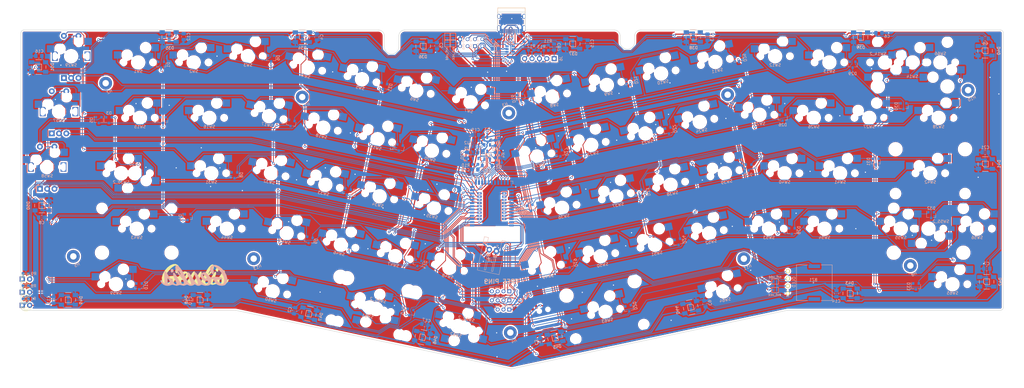
<source format=kicad_pcb>
(kicad_pcb (version 20171130) (host pcbnew "(5.1.10-1-10_14)")
  (layers (0 F.Cu signal) (31 B.Cu signal) (34 B.Paste user) (35 F.Paste user) (36 B.SilkS user) (37 F.SilkS user) (38 B.Mask user) (39 F.Mask user) (44 Edge.Cuts user))
  (net 0 "")
  (net 1 "Net-(D1-Pad2)")
  (net 2 "Net-(D1-Pad1)")
  (net 3 "Net-(D2-Pad2)")
  (net 4 "Net-(D2-Pad1)")
  (net 5 "Net-(D3-Pad2)")
  (net 6 "Net-(D4-Pad2)")
  (net 7 "Net-(D4-Pad1)")
  (net 8 "Net-(D6-Pad2)")
  (net 9 "Net-(D6-Pad1)")
  (net 10 "Net-(D7-Pad2)")
  (net 11 "Net-(D7-Pad1)")
  (net 12 "Net-(D8-Pad2)")
  (net 13 "Net-(D8-Pad1)")
  (net 14 "Net-(D9-Pad2)")
  (net 15 "Net-(D9-Pad1)")
  (net 16 "Net-(D10-Pad2)")
  (net 17 "Net-(D10-Pad1)")
  (net 18 "Net-(D11-Pad2)")
  (net 19 "Net-(D11-Pad1)")
  (net 20 "Net-(D12-Pad2)")
  (net 21 "Net-(D12-Pad1)")
  (net 22 "Net-(D13-Pad2)")
  (net 23 "Net-(D13-Pad1)")
  (net 24 "Net-(D14-Pad2)")
  (net 25 "Net-(D14-Pad1)")
  (net 26 "Net-(D15-Pad2)")
  (net 27 "Net-(D15-Pad1)")
  (net 28 "Net-(D16-Pad2)")
  (net 29 "Net-(D16-Pad1)")
  (net 30 "Net-(D17-Pad2)")
  (net 31 "Net-(D17-Pad1)")
  (net 32 "Net-(D18-Pad2)")
  (net 33 "Net-(D18-Pad1)")
  (net 34 "Net-(D19-Pad2)")
  (net 35 "Net-(D19-Pad1)")
  (net 36 "Net-(D20-Pad2)")
  (net 37 "Net-(D20-Pad1)")
  (net 38 "Net-(D21-Pad2)")
  (net 39 "Net-(D21-Pad1)")
  (net 40 "Net-(D22-Pad2)")
  (net 41 "Net-(D22-Pad1)")
  (net 42 "Net-(D23-Pad2)")
  (net 43 "Net-(D23-Pad1)")
  (net 44 "Net-(D24-Pad2)")
  (net 45 "Net-(D24-Pad1)")
  (net 46 "Net-(D25-Pad2)")
  (net 47 "Net-(D25-Pad1)")
  (net 48 "Net-(D26-Pad2)")
  (net 49 "Net-(D26-Pad1)")
  (net 50 "Net-(D27-Pad2)")
  (net 51 "Net-(D27-Pad1)")
  (net 52 "Net-(D28-Pad2)")
  (net 53 "Net-(D28-Pad1)")
  (net 54 "Net-(D29-Pad2)")
  (net 55 "Net-(D29-Pad1)")
  (net 56 "Net-(D30-Pad2)")
  (net 57 "Net-(D30-Pad1)")
  (net 58 "Net-(D31-Pad2)")
  (net 59 "Net-(D31-Pad1)")
  (net 60 "Net-(D32-Pad2)")
  (net 61 "Net-(D32-Pad1)")
  (net 62 "Net-(D33-Pad2)")
  (net 63 "Net-(D33-Pad1)")
  (net 64 rot1s2)
  (net 65 rot1b)
  (net 66 rot1a)
  (net 67 rot3s2)
  (net 68 rot3b)
  (net 69 rot3a)
  (net 70 rot2s2)
  (net 71 rot2b)
  (net 72 rot2a)
  (net 73 EXT_VCC)
  (net 74 GND)
  (net 75 "Net-(C18-Pad1)")
  (net 76 nRF_VDD)
  (net 77 VBAT)
  (net 78 "Net-(D34-Pad2)")
  (net 79 LED_UNDERGLOW)
  (net 80 "Net-(D35-Pad2)")
  (net 81 "Net-(D35-Pad4)")
  (net 82 "Net-(D36-Pad2)")
  (net 83 "Net-(D37-Pad2)")
  (net 84 "Net-(D38-Pad2)")
  (net 85 "Net-(D39-Pad2)")
  (net 86 "Net-(D40-Pad2)")
  (net 87 "Net-(D41-Pad2)")
  (net 88 "Net-(D42-Pad2)")
  (net 89 "Net-(D43-Pad2)")
  (net 90 "Net-(D44-Pad2)")
  (net 91 "Net-(D45-Pad2)")
  (net 92 "Net-(D46-Pad2)")
  (net 93 "Net-(D47-Pad2)")
  (net 94 "Net-(D48-Pad2)")
  (net 95 "Net-(D49-Pad2)")
  (net 96 "Net-(D50-Pad2)")
  (net 97 VBUS)
  (net 98 LED_INDICATOR)
  (net 99 SWC)
  (net 100 SWD)
  (net 101 DATA+)
  (net 102 DATA-)
  (net 103 SCL)
  (net 104 SDA)
  (net 105 POWER_PIN)
  (net 106 BATTERY_PIN)
  (net 107 "Net-(R9-Pad2)")
  (net 108 "Net-(R10-Pad1)")
  (net 109 "Net-(SW67-Pad1)")
  (net 110 RESET)
  (net 111 "Net-(U2-Pad4)")
  (net 112 cc1)
  (net 113 d-)
  (net 114 d+)
  (net 115 cc2)
  (net 116 "Net-(F2-Pad2)")
  (net 117 "Net-(J1-PadB8)")
  (net 118 "Net-(J1-PadA8)")
  (net 119 "Net-(J2-PadB8)")
  (net 120 "Net-(J2-PadA8)")
  (net 121 "Net-(D126-Pad1)")
  (net 122 BUZZER_B)
  (net 123 BUZZER_A)
  (net 124 /treset)
  (net 125 "Net-(D128-Pad1)")
  (net 126 LED_INDICATOR2)
  (net 127 "Net-(D127-Pad1)")
  (net 128 T_CLK)
  (net 129 T_DATA)
  (net 130 TRACPOINT_POWER)
  (net 131 OLED_POWER)
  (net 132 UNDERGLOW_POWER)
  (net 133 NFC2)
  (net 134 NFC1)
  (net 135 /P1.05)
  (net 136 /P1.07)
  (net 137 /P1.12)
  (net 138 /P0.14)
  (net 139 /P0.13)
  (net 140 /P0.16)
  (net 141 /P0.25)
  (net 142 /P1.14)
  (net 143 /P0.19)
  (net 144 "Net-(JP7-Pad1)")
  (net 145 R0)
  (net 146 R1)
  (net 147 R2)
  (net 148 R3)
  (net 149 R4)
  (net 150 R5)
  (net 151 R6)
  (net 152 C0)
  (net 153 C1)
  (net 154 C2)
  (net 155 C3)
  (net 156 C4)
  (net 157 C5)
  (net 158 C6)
  (net 159 C7)
  (net 160 C8)
  (net 161 C9)
  (module kbd:Jumper (layer F.Cu) (at 205.6 -34.3 192)
    (fp_text reference JP7 hide)
    (fp_text value vbat_switch hide)
    (pad 2 smd rect (at 0.50038 0 192) (size 0.635 1.143) (layers F.Cu F.Paste F.Mask) (net 77 VBAT) (clearance 0.1905))
    (pad 1 smd rect (at -0.50038 0 192) (size 0.635 1.143) (layers F.Cu F.Paste F.Mask) (net 144 "Net-(JP7-Pad1)") (clearance 0.1905))
  )
  (module Connector_PinHeader_2.00mm:PinHeader_1x03_P2.00mm_Vertical (layer F.Cu) (at 192.748318 -32.508661 270)
    (fp_text reference J8 hide)
    (fp_text value Conn_01x03)
    (pad 3 thru_hole oval (at 0 4 270) (size 1.35 1.35) (drill 0.8) (layers *.Cu *.Mask) (net 143 /P0.19))
    (pad 2 thru_hole oval (at 0 2 270) (size 1.35 1.35) (drill 0.8) (layers *.Cu *.Mask) (net 140 /P0.16))
    (pad 1 thru_hole rect (at 0 0 270) (size 1.35 1.35) (drill 0.8) (layers *.Cu *.Mask) (net 139 /P0.13))
  )
  (module Connector_PinHeader_2.00mm:PinHeader_1x04_P2.00mm_Vertical (layer F.Cu) (at 192.748316 -35.658664 270)
    (fp_text reference J9 hide)
    (fp_text value Conn_01x04)
    (pad 4 thru_hole oval (at 0 6 270) (size 1.35 1.35) (drill 0.8) (layers *.Cu *.Mask) (net 138 /P0.14))
    (pad 3 thru_hole oval (at 0 4 270) (size 1.35 1.35) (drill 0.8) (layers *.Cu *.Mask) (net 135 /P1.05))
    (pad 2 thru_hole oval (at 0 2 270) (size 1.35 1.35) (drill 0.8) (layers *.Cu *.Mask) (net 136 /P1.07))
    (pad 1 thru_hole rect (at 0 0 270) (size 1.35 1.35) (drill 0.8) (layers *.Cu *.Mask) (net 142 /P1.14))
  )
  (module Connector_PinHeader_2.00mm:PinHeader_1x04_P2.00mm_Vertical (layer F.Cu) (at 192.748323 -38.758664 270)
    (fp_text reference J7 hide)
    (fp_text value Conn_01x04)
    (pad 4 thru_hole oval (at 0 6 270) (size 1.35 1.35) (drill 0.8) (layers *.Cu *.Mask) (net 137 /P1.12))
    (pad 3 thru_hole oval (at 0 4 270) (size 1.35 1.35) (drill 0.8) (layers *.Cu *.Mask) (net 141 /P0.25))
    (pad 2 thru_hole oval (at 0 2 270) (size 1.35 1.35) (drill 0.8) (layers *.Cu *.Mask) (net 134 NFC1))
    (pad 1 thru_hole rect (at 0 0 270) (size 1.35 1.35) (drill 0.8) (layers *.Cu *.Mask) (net 133 NFC2))
  )
  (module Button_Switch_SMD:SW_SPST_TL3342 (layer F.Cu) (at 206.251498 -24.772397 12)
    (fp_text reference SW_RESET1 hide)
    (fp_text value SW_PUSH)
    (pad 2 smd rect (at 3.15 1.9 12) (size 1.7 1) (layers F.Cu F.Paste F.Mask) (net 74 GND))
    (pad 2 smd rect (at -3.15 1.9 12) (size 1.7 1) (layers F.Cu F.Paste F.Mask) (net 74 GND))
    (pad 1 smd rect (at 3.15 -1.9 12) (size 1.7 1) (layers F.Cu F.Paste F.Mask) (net 110 RESET))
    (pad 1 smd rect (at -3.15 -1.9 12) (size 1.7 1) (layers F.Cu F.Paste F.Mask) (net 110 RESET))
  )
  (module Button_Switch_SMD:SW_SPDT_PCM12 (layer F.Cu) (at 204.451491 -32.572402 12)
    (fp_text reference SW67 hide)
    (fp_text value SW_SPDT)
    (pad "" smd rect (at -3.65 -0.78 12) (size 1 0.8) (layers F.Cu F.Paste F.Mask))
    (pad "" smd rect (at 3.65 -0.78 12) (size 1 0.8) (layers F.Cu F.Paste F.Mask))
    (pad "" smd rect (at 3.65 1.43 12) (size 1 0.8) (layers F.Cu F.Paste F.Mask))
    (pad "" smd rect (at -3.65 1.43 12) (size 1 0.8) (layers F.Cu F.Paste F.Mask))
    (pad 3 smd rect (at 2.25 -1.43 12) (size 0.7 1.5) (layers F.Cu F.Paste F.Mask) (net 144 "Net-(JP7-Pad1)"))
    (pad 2 smd rect (at 0.75 -1.43 12) (size 0.7 1.5) (layers F.Cu F.Paste F.Mask) (net 77 VBAT))
    (pad 1 smd rect (at -2.25 -1.43 12) (size 0.7 1.5) (layers F.Cu F.Paste F.Mask) (net 109 "Net-(SW67-Pad1)"))
    (pad "" np_thru_hole circle (at 1.5 0.33 12) (size 0.9 0.9) (drill 0.9) (layers *.Cu *.Mask))
    (pad "" np_thru_hole circle (at -1.5 0.33 12) (size 0.9 0.9) (drill 0.9) (layers *.Cu *.Mask))
  )
  (module Keebio-Parts:RotaryEncoder_Alps_EC11E-Switch_Vertical_H20mm (layer F.Cu) (at 34.096495 -81.487394 90)
    (fp_text reference SW58_2 hide)
    (fp_text value Rotary_Encoder_Switch)
    (pad S1 thru_hole circle (at 7 2.5 90) (size 2 2) (drill 1) (layers *.Cu *.Mask) (net 161 C9))
    (pad S2 thru_hole circle (at 7 -2.5 90) (size 2 2) (drill 1) (layers *.Cu *.Mask) (net 67 rot3s2))
    (pad MP thru_hole rect (at 0 5.6 90) (size 3.2 2) (drill oval 2.8 1.5) (layers *.Cu *.Mask))
    (pad MP thru_hole rect (at 0 -5.6 90) (size 3.2 2) (drill oval 2.8 1.5) (layers *.Cu *.Mask))
    (pad B thru_hole circle (at -7.5 2.5 90) (size 2 2) (drill 1) (layers *.Cu *.Mask) (net 68 rot3b))
    (pad C thru_hole circle (at -7.5 0 90) (size 2 2) (drill 1) (layers *.Cu *.Mask) (net 74 GND))
    (pad A thru_hole rect (at -7.5 -2.5 90) (size 2 2) (drill 1) (layers *.Cu *.Mask) (net 69 rot3a))
  )
  (module Keebio-Parts:RotaryEncoder_Alps_EC11E-Switch_Vertical_H20mm (layer F.Cu) (at 38.166497 -100.537396 90)
    (fp_text reference SW_57_2 hide)
    (fp_text value Rotary_Encoder_Switch)
    (pad S1 thru_hole circle (at 7 2.5 90) (size 2 2) (drill 1) (layers *.Cu *.Mask) (net 160 C8))
    (pad S2 thru_hole circle (at 7 -2.5 90) (size 2 2) (drill 1) (layers *.Cu *.Mask) (net 70 rot2s2))
    (pad MP thru_hole rect (at 0 5.6 90) (size 3.2 2) (drill oval 2.8 1.5) (layers *.Cu *.Mask))
    (pad MP thru_hole rect (at 0 -5.6 90) (size 3.2 2) (drill oval 2.8 1.5) (layers *.Cu *.Mask))
    (pad B thru_hole circle (at -7.5 2.5 90) (size 2 2) (drill 1) (layers *.Cu *.Mask) (net 71 rot2b))
    (pad C thru_hole circle (at -7.5 0 90) (size 2 2) (drill 1) (layers *.Cu *.Mask) (net 74 GND))
    (pad A thru_hole rect (at -7.5 -2.5 90) (size 2 2) (drill 1) (layers *.Cu *.Mask) (net 72 rot2a))
  )
  (module kbd:OLED (layer F.Cu) (at 288.372632 -45.683677 270)
    (fp_text reference OL1)
    (fp_text value OLED hide)
    (fp_text user OLED (at 3.75 -2.1 270) (layer B.SilkS) (effects (justify mirror)))
    (pad 4 thru_hole circle (at 7.62 0 270) (size 1.397 1.397) (drill 0.8128) (layers *.Cu *.Mask F.SilkS) (net 74 GND))
    (pad 3 thru_hole circle (at 5.08 0 270) (size 1.397 1.397) (drill 0.8128) (layers *.Cu *.Mask F.SilkS) (net 131 OLED_POWER))
    (pad 2 thru_hole circle (at 2.54 0 270) (size 1.397 1.397) (drill 0.8128) (layers *.Cu *.Mask F.SilkS) (net 103 SCL))
    (pad 1 thru_hole circle (at 0 0 270) (size 1.397 1.397) (drill 0.8128) (layers *.Cu *.Mask F.SilkS) (net 104 SDA))
  )
  (module Keebio-Parts:RotaryEncoder_Alps_EC11E-Switch_Vertical_H20mm (layer F.Cu) (at 42.326489 -119.587408 90)
    (fp_text reference SW29_2 hide)
    (fp_text value Rotary_Encoder_Switch)
    (pad S1 thru_hole circle (at 7 2.5 90) (size 2 2) (drill 1) (layers *.Cu *.Mask) (net 156 C4))
    (pad S2 thru_hole circle (at 7 -2.5 90) (size 2 2) (drill 1) (layers *.Cu *.Mask) (net 64 rot1s2))
    (pad MP thru_hole rect (at 0 5.6 90) (size 3.2 2) (drill oval 2.8 1.5) (layers *.Cu *.Mask))
    (pad MP thru_hole rect (at 0 -5.6 90) (size 3.2 2) (drill oval 2.8 1.5) (layers *.Cu *.Mask))
    (pad B thru_hole circle (at -7.5 2.5 90) (size 2 2) (drill 1) (layers *.Cu *.Mask) (net 65 rot1b))
    (pad C thru_hole circle (at -7.5 0 90) (size 2 2) (drill 1) (layers *.Cu *.Mask) (net 74 GND))
    (pad A thru_hole rect (at -7.5 -2.5 90) (size 2 2) (drill 1) (layers *.Cu *.Mask) (net 66 rot1a))
  )
  (module geulis:geulis_text_negative (layer B.Cu) (at 84.5 -44.4 180)
    (fp_text reference G*** hide)
    (fp_text value LOGO hide)
  )
  (module geulis:geulis_text_negative (layer F.Cu) (at 84.9 -44.7)
    (fp_text reference G*** hide)
    (fp_text value LOGO hide)
  )
  (module Connector_JST:JST_XH_S2B-XH-A-1_1x02_P2.50mm_Horizontal (layer B.Cu) (at 188.316761 -52.571671 168)
    (fp_text reference J4 (at 1.27168 -3.7173 168) (layer B.SilkS) (effects (justify mirror)))
    (fp_text value Conn_01x02)
    (pad 2 thru_hole oval (at 2.5 0 168) (size 1.7 2) (drill 1) (layers *.Cu *.Mask) (net 77 VBAT))
    (pad 1 thru_hole roundrect (at 0 0 168) (size 1.7 2) (drill 1) (layers *.Cu *.Mask) (roundrect_rratio 0.147059) (net 74 GND))
  )
  (module WS2812B:WS2812B_data-bridgeable (layer B.Cu) (at 75.976492 -126.197397 90)
    (fp_text reference D35 (at -3.797397 0.223508) (layer B.SilkS) (effects (font (thickness 0.2)) (justify mirror)))
    (fp_text value WS2812B hide)
    (pad 4 smd rect (at 1.6 -0.3 90) (size 0.5 1.6) (layers B.Cu) (net 81 "Net-(D35-Pad4)"))
    (pad 2 smd rect (at -1.6 0.3 90) (size 0.5 1.6) (layers B.Cu) (net 80 "Net-(D35-Pad2)"))
    (pad 2 smd rect (at -0.4 0 90) (size 0.5 1) (layers B.Cu B.Mask) (net 80 "Net-(D35-Pad2)"))
    (pad 4 smd rect (at 0.4 0 90) (size 0.5 1) (layers B.Cu B.Mask) (net 81 "Net-(D35-Pad4)"))
    (pad 2 smd rect (at -1.6 1 90) (size 0.5 3) (layers B.Cu) (net 80 "Net-(D35-Pad2)"))
    (pad 4 smd rect (at 1 0 90) (size 1.7 1) (layers B.Cu) (net 81 "Net-(D35-Pad4)"))
    (pad 2 smd rect (at -1 0 90) (size 1.7 1) (layers B.Cu) (net 80 "Net-(D35-Pad2)"))
    (pad 4 smd rect (at 1.6 -1 90) (size 0.5 3) (layers B.Cu) (net 81 "Net-(D35-Pad4)"))
    (pad 4 smd rect (at 1.65 -2.4 90) (size 1.4 1.8) (layers B.Cu B.Paste B.Mask) (net 81 "Net-(D35-Pad4)"))
    (pad 3 smd rect (at -1.65 -2.4 90) (size 1.4 1.8) (layers B.Cu B.Paste B.Mask) (net 74 GND))
    (pad 2 smd rect (at -1.65 2.4 90) (size 1.4 1.8) (layers B.Cu B.Paste B.Mask) (net 80 "Net-(D35-Pad2)"))
    (pad 1 smd rect (at 1.65 2.4 90) (size 1.4 1.8) (layers B.Cu B.Paste B.Mask) (net 132 UNDERGLOW_POWER))
  )
  (module Capacitor_SMD:C_0805_2012Metric_Pad1.18x1.45mm_HandSolder (layer B.Cu) (at 356.100247 -86.547405 180)
    (fp_text reference C21 (at 0 1.68) (layer B.SilkS) (effects (justify mirror)))
    (fp_text value 0.1uF)
    (pad 2 smd roundrect (at 1.0375 0 180) (size 1.175 1.45) (layers B.Cu B.Paste B.Mask) (roundrect_rratio 0.212766) (net 74 GND))
    (pad 1 smd roundrect (at -1.0375 0 180) (size 1.175 1.45) (layers B.Cu B.Paste B.Mask) (roundrect_rratio 0.212766) (net 132 UNDERGLOW_POWER))
  )
  (module WS2812B:WS2812B_data-bridgeable (layer B.Cu) (at 31.163993 -115.859902 90)
    (fp_text reference D51 (at 0 4.7 90) (layer B.SilkS) (effects (font (thickness 0.2)) (justify mirror)))
    (fp_text value WS2812B hide)
    (pad 4 smd rect (at 1.6 -0.3 90) (size 0.5 1.6) (layers B.Cu) (net 96 "Net-(D50-Pad2)"))
    (pad 2 smd rect (at -1.6 0.3 90) (size 0.5 1.6) (layers B.Cu) (net 81 "Net-(D35-Pad4)"))
    (pad 2 smd rect (at -0.4 0 90) (size 0.5 1) (layers B.Cu B.Mask) (net 81 "Net-(D35-Pad4)"))
    (pad 4 smd rect (at 0.4 0 90) (size 0.5 1) (layers B.Cu B.Mask) (net 96 "Net-(D50-Pad2)"))
    (pad 2 smd rect (at -1.6 1 90) (size 0.5 3) (layers B.Cu) (net 81 "Net-(D35-Pad4)"))
    (pad 4 smd rect (at 1 0 90) (size 1.7 1) (layers B.Cu) (net 96 "Net-(D50-Pad2)"))
    (pad 2 smd rect (at -1 0 90) (size 1.7 1) (layers B.Cu) (net 81 "Net-(D35-Pad4)"))
    (pad 4 smd rect (at 1.6 -1 90) (size 0.5 3) (layers B.Cu) (net 96 "Net-(D50-Pad2)"))
    (pad 4 smd rect (at 1.65 -2.4 90) (size 1.4 1.8) (layers B.Cu B.Paste B.Mask) (net 96 "Net-(D50-Pad2)"))
    (pad 3 smd rect (at -1.65 -2.4 90) (size 1.4 1.8) (layers B.Cu B.Paste B.Mask) (net 74 GND))
    (pad 2 smd rect (at -1.65 2.4 90) (size 1.4 1.8) (layers B.Cu B.Paste B.Mask) (net 81 "Net-(D35-Pad4)"))
    (pad 1 smd rect (at 1.65 2.4 90) (size 1.4 1.8) (layers B.Cu B.Paste B.Mask) (net 132 UNDERGLOW_POWER))
  )
  (module WS2812B:WS2812B_data-bridgeable (layer B.Cu) (at 32.300248 -68.234901 270)
    (fp_text reference D50 (at 0 4.7 90) (layer B.SilkS) (effects (font (thickness 0.2)) (justify mirror)))
    (fp_text value WS2812B hide)
    (pad 4 smd rect (at 1.6 -0.3 270) (size 0.5 1.6) (layers B.Cu) (net 95 "Net-(D49-Pad2)"))
    (pad 2 smd rect (at -1.6 0.3 270) (size 0.5 1.6) (layers B.Cu) (net 96 "Net-(D50-Pad2)"))
    (pad 2 smd rect (at -0.4 0 270) (size 0.5 1) (layers B.Cu B.Mask) (net 96 "Net-(D50-Pad2)"))
    (pad 4 smd rect (at 0.4 0 270) (size 0.5 1) (layers B.Cu B.Mask) (net 95 "Net-(D49-Pad2)"))
    (pad 2 smd rect (at -1.6 1 270) (size 0.5 3) (layers B.Cu) (net 96 "Net-(D50-Pad2)"))
    (pad 4 smd rect (at 1 0 270) (size 1.7 1) (layers B.Cu) (net 95 "Net-(D49-Pad2)"))
    (pad 2 smd rect (at -1 0 270) (size 1.7 1) (layers B.Cu) (net 96 "Net-(D50-Pad2)"))
    (pad 4 smd rect (at 1.6 -1 270) (size 0.5 3) (layers B.Cu) (net 95 "Net-(D49-Pad2)"))
    (pad 4 smd rect (at 1.65 -2.4 270) (size 1.4 1.8) (layers B.Cu B.Paste B.Mask) (net 95 "Net-(D49-Pad2)"))
    (pad 3 smd rect (at -1.65 -2.4 270) (size 1.4 1.8) (layers B.Cu B.Paste B.Mask) (net 74 GND))
    (pad 2 smd rect (at -1.65 2.4 270) (size 1.4 1.8) (layers B.Cu B.Paste B.Mask) (net 96 "Net-(D50-Pad2)"))
    (pad 1 smd rect (at 1.65 2.4 270) (size 1.4 1.8) (layers B.Cu B.Paste B.Mask) (net 132 UNDERGLOW_POWER))
  )
  (module WS2812B:WS2812B_data-bridgeable (layer B.Cu) (at 41.357465 -35.828277 270)
    (fp_text reference D49 (at 0.128277 -4.342535 90) (layer B.SilkS) (effects (font (thickness 0.2)) (justify mirror)))
    (fp_text value WS2812B hide)
    (pad 4 smd rect (at 1.6 -0.3 270) (size 0.5 1.6) (layers B.Cu) (net 94 "Net-(D48-Pad2)"))
    (pad 2 smd rect (at -1.6 0.3 270) (size 0.5 1.6) (layers B.Cu) (net 95 "Net-(D49-Pad2)"))
    (pad 2 smd rect (at -0.4 0 270) (size 0.5 1) (layers B.Cu B.Mask) (net 95 "Net-(D49-Pad2)"))
    (pad 4 smd rect (at 0.4 0 270) (size 0.5 1) (layers B.Cu B.Mask) (net 94 "Net-(D48-Pad2)"))
    (pad 2 smd rect (at -1.6 1 270) (size 0.5 3) (layers B.Cu) (net 95 "Net-(D49-Pad2)"))
    (pad 4 smd rect (at 1 0 270) (size 1.7 1) (layers B.Cu) (net 94 "Net-(D48-Pad2)"))
    (pad 2 smd rect (at -1 0 270) (size 1.7 1) (layers B.Cu) (net 95 "Net-(D49-Pad2)"))
    (pad 4 smd rect (at 1.6 -1 270) (size 0.5 3) (layers B.Cu) (net 94 "Net-(D48-Pad2)"))
    (pad 4 smd rect (at 1.65 -2.4 270) (size 1.4 1.8) (layers B.Cu B.Paste B.Mask) (net 94 "Net-(D48-Pad2)"))
    (pad 3 smd rect (at -1.65 -2.4 270) (size 1.4 1.8) (layers B.Cu B.Paste B.Mask) (net 74 GND))
    (pad 2 smd rect (at -1.65 2.4 270) (size 1.4 1.8) (layers B.Cu B.Paste B.Mask) (net 95 "Net-(D49-Pad2)"))
    (pad 1 smd rect (at 1.65 2.4 270) (size 1.4 1.8) (layers B.Cu B.Paste B.Mask) (net 132 UNDERGLOW_POWER))
  )
  (module WS2812B:WS2812B_data-bridgeable (layer B.Cu) (at 86.601212 -35.828278 270)
    (fp_text reference D48 (at 0 4.7 90) (layer B.SilkS) (effects (font (thickness 0.2)) (justify mirror)))
    (fp_text value WS2812B hide)
    (pad 4 smd rect (at 1.6 -0.3 270) (size 0.5 1.6) (layers B.Cu) (net 93 "Net-(D47-Pad2)"))
    (pad 2 smd rect (at -1.6 0.3 270) (size 0.5 1.6) (layers B.Cu) (net 94 "Net-(D48-Pad2)"))
    (pad 2 smd rect (at -0.4 0 270) (size 0.5 1) (layers B.Cu B.Mask) (net 94 "Net-(D48-Pad2)"))
    (pad 4 smd rect (at 0.4 0 270) (size 0.5 1) (layers B.Cu B.Mask) (net 93 "Net-(D47-Pad2)"))
    (pad 2 smd rect (at -1.6 1 270) (size 0.5 3) (layers B.Cu) (net 94 "Net-(D48-Pad2)"))
    (pad 4 smd rect (at 1 0 270) (size 1.7 1) (layers B.Cu) (net 93 "Net-(D47-Pad2)"))
    (pad 2 smd rect (at -1 0 270) (size 1.7 1) (layers B.Cu) (net 94 "Net-(D48-Pad2)"))
    (pad 4 smd rect (at 1.6 -1 270) (size 0.5 3) (layers B.Cu) (net 93 "Net-(D47-Pad2)"))
    (pad 4 smd rect (at 1.65 -2.4 270) (size 1.4 1.8) (layers B.Cu B.Paste B.Mask) (net 93 "Net-(D47-Pad2)"))
    (pad 3 smd rect (at -1.65 -2.4 270) (size 1.4 1.8) (layers B.Cu B.Paste B.Mask) (net 74 GND))
    (pad 2 smd rect (at -1.65 2.4 270) (size 1.4 1.8) (layers B.Cu B.Paste B.Mask) (net 94 "Net-(D48-Pad2)"))
    (pad 1 smd rect (at 1.65 2.4 270) (size 1.4 1.8) (layers B.Cu B.Paste B.Mask) (net 132 UNDERGLOW_POWER))
  )
  (module WS2812B:WS2812B_data-bridgeable (layer B.Cu) (at 123.907463 -31.065778 258)
    (fp_text reference D47 (at 0.191602 -4.224693 78) (layer B.SilkS) (effects (font (thickness 0.2)) (justify mirror)))
    (fp_text value WS2812B hide)
    (pad 4 smd rect (at 1.6 -0.3 258) (size 0.5 1.6) (layers B.Cu) (net 92 "Net-(D46-Pad2)"))
    (pad 2 smd rect (at -1.6 0.3 258) (size 0.5 1.6) (layers B.Cu) (net 93 "Net-(D47-Pad2)"))
    (pad 2 smd rect (at -0.4 0 258) (size 0.5 1) (layers B.Cu B.Mask) (net 93 "Net-(D47-Pad2)"))
    (pad 4 smd rect (at 0.4 0 258) (size 0.5 1) (layers B.Cu B.Mask) (net 92 "Net-(D46-Pad2)"))
    (pad 2 smd rect (at -1.6 1 258) (size 0.5 3) (layers B.Cu) (net 93 "Net-(D47-Pad2)"))
    (pad 4 smd rect (at 1 0 258) (size 1.7 1) (layers B.Cu) (net 92 "Net-(D46-Pad2)"))
    (pad 2 smd rect (at -1 0 258) (size 1.7 1) (layers B.Cu) (net 93 "Net-(D47-Pad2)"))
    (pad 4 smd rect (at 1.6 -1 258) (size 0.5 3) (layers B.Cu) (net 92 "Net-(D46-Pad2)"))
    (pad 4 smd rect (at 1.65 -2.4 258) (size 1.4 1.8) (layers B.Cu B.Paste B.Mask) (net 92 "Net-(D46-Pad2)"))
    (pad 3 smd rect (at -1.65 -2.4 258) (size 1.4 1.8) (layers B.Cu B.Paste B.Mask) (net 74 GND))
    (pad 2 smd rect (at -1.65 2.4 258) (size 1.4 1.8) (layers B.Cu B.Paste B.Mask) (net 93 "Net-(D47-Pad2)"))
    (pad 1 smd rect (at 1.65 2.4 258) (size 1.4 1.8) (layers B.Cu B.Paste B.Mask) (net 132 UNDERGLOW_POWER))
  )
  (module WS2812B:WS2812B_data-bridgeable (layer B.Cu) (at 162.926499 -22.991156 258)
    (fp_text reference D46 (at 0.060195 -4.484002 78) (layer B.SilkS) (effects (font (thickness 0.2)) (justify mirror)))
    (fp_text value WS2812B hide)
    (pad 4 smd rect (at 1.6 -0.3 258) (size 0.5 1.6) (layers B.Cu) (net 91 "Net-(D45-Pad2)"))
    (pad 2 smd rect (at -1.6 0.3 258) (size 0.5 1.6) (layers B.Cu) (net 92 "Net-(D46-Pad2)"))
    (pad 2 smd rect (at -0.4 0 258) (size 0.5 1) (layers B.Cu B.Mask) (net 92 "Net-(D46-Pad2)"))
    (pad 4 smd rect (at 0.4 0 258) (size 0.5 1) (layers B.Cu B.Mask) (net 91 "Net-(D45-Pad2)"))
    (pad 2 smd rect (at -1.6 1 258) (size 0.5 3) (layers B.Cu) (net 92 "Net-(D46-Pad2)"))
    (pad 4 smd rect (at 1 0 258) (size 1.7 1) (layers B.Cu) (net 91 "Net-(D45-Pad2)"))
    (pad 2 smd rect (at -1 0 258) (size 1.7 1) (layers B.Cu) (net 92 "Net-(D46-Pad2)"))
    (pad 4 smd rect (at 1.6 -1 258) (size 0.5 3) (layers B.Cu) (net 91 "Net-(D45-Pad2)"))
    (pad 4 smd rect (at 1.65 -2.4 258) (size 1.4 1.8) (layers B.Cu B.Paste B.Mask) (net 91 "Net-(D45-Pad2)"))
    (pad 3 smd rect (at -1.65 -2.4 258) (size 1.4 1.8) (layers B.Cu B.Paste B.Mask) (net 74 GND))
    (pad 2 smd rect (at -1.65 2.4 258) (size 1.4 1.8) (layers B.Cu B.Paste B.Mask) (net 92 "Net-(D46-Pad2)"))
    (pad 1 smd rect (at 1.65 2.4 258) (size 1.4 1.8) (layers B.Cu B.Paste B.Mask) (net 132 UNDERGLOW_POWER))
  )
  (module WS2812B:WS2812B_data-bridgeable (layer B.Cu) (at 208.451495 -22.7724 282)
    (fp_text reference D45 (at 3.160884 -0.09336 192) (layer B.SilkS) (effects (font (thickness 0.2)) (justify mirror)))
    (fp_text value WS2812B hide)
    (pad 4 smd rect (at 1.6 -0.3 282) (size 0.5 1.6) (layers B.Cu) (net 90 "Net-(D44-Pad2)"))
    (pad 2 smd rect (at -1.6 0.3 282) (size 0.5 1.6) (layers B.Cu) (net 91 "Net-(D45-Pad2)"))
    (pad 2 smd rect (at -0.4 0 282) (size 0.5 1) (layers B.Cu B.Mask) (net 91 "Net-(D45-Pad2)"))
    (pad 4 smd rect (at 0.4 0 282) (size 0.5 1) (layers B.Cu B.Mask) (net 90 "Net-(D44-Pad2)"))
    (pad 2 smd rect (at -1.6 1 282) (size 0.5 3) (layers B.Cu) (net 91 "Net-(D45-Pad2)"))
    (pad 4 smd rect (at 1 0 282) (size 1.7 1) (layers B.Cu) (net 90 "Net-(D44-Pad2)"))
    (pad 2 smd rect (at -1 0 282) (size 1.7 1) (layers B.Cu) (net 91 "Net-(D45-Pad2)"))
    (pad 4 smd rect (at 1.6 -1 282) (size 0.5 3) (layers B.Cu) (net 90 "Net-(D44-Pad2)"))
    (pad 4 smd rect (at 1.65 -2.4 282) (size 1.4 1.8) (layers B.Cu B.Paste B.Mask) (net 90 "Net-(D44-Pad2)"))
    (pad 3 smd rect (at -1.65 -2.4 282) (size 1.4 1.8) (layers B.Cu B.Paste B.Mask) (net 74 GND))
    (pad 2 smd rect (at -1.65 2.4 282) (size 1.4 1.8) (layers B.Cu B.Paste B.Mask) (net 91 "Net-(D45-Pad2)"))
    (pad 1 smd rect (at 1.65 2.4 282) (size 1.4 1.8) (layers B.Cu B.Paste B.Mask) (net 132 UNDERGLOW_POWER))
  )
  (module WS2812B:WS2812B_data-bridgeable (layer B.Cu) (at 255.001493 -33.309897 282)
    (fp_text reference D44 (at 0 4.7 102) (layer B.SilkS) (effects (font (thickness 0.2)) (justify mirror)))
    (fp_text value WS2812B hide)
    (pad 4 smd rect (at 1.6 -0.3 282) (size 0.5 1.6) (layers B.Cu) (net 89 "Net-(D43-Pad2)"))
    (pad 2 smd rect (at -1.6 0.3 282) (size 0.5 1.6) (layers B.Cu) (net 90 "Net-(D44-Pad2)"))
    (pad 2 smd rect (at -0.4 0 282) (size 0.5 1) (layers B.Cu B.Mask) (net 90 "Net-(D44-Pad2)"))
    (pad 4 smd rect (at 0.4 0 282) (size 0.5 1) (layers B.Cu B.Mask) (net 89 "Net-(D43-Pad2)"))
    (pad 2 smd rect (at -1.6 1 282) (size 0.5 3) (layers B.Cu) (net 90 "Net-(D44-Pad2)"))
    (pad 4 smd rect (at 1 0 282) (size 1.7 1) (layers B.Cu) (net 89 "Net-(D43-Pad2)"))
    (pad 2 smd rect (at -1 0 282) (size 1.7 1) (layers B.Cu) (net 90 "Net-(D44-Pad2)"))
    (pad 4 smd rect (at 1.6 -1 282) (size 0.5 3) (layers B.Cu) (net 89 "Net-(D43-Pad2)"))
    (pad 4 smd rect (at 1.65 -2.4 282) (size 1.4 1.8) (layers B.Cu B.Paste B.Mask) (net 89 "Net-(D43-Pad2)"))
    (pad 3 smd rect (at -1.65 -2.4 282) (size 1.4 1.8) (layers B.Cu B.Paste B.Mask) (net 74 GND))
    (pad 2 smd rect (at -1.65 2.4 282) (size 1.4 1.8) (layers B.Cu B.Paste B.Mask) (net 90 "Net-(D44-Pad2)"))
    (pad 1 smd rect (at 1.65 2.4 282) (size 1.4 1.8) (layers B.Cu B.Paste B.Mask) (net 132 UNDERGLOW_POWER))
  )
  (module WS2812B:WS2812B_data-bridgeable (layer B.Cu) (at 309.770246 -38.072402 270)
    (fp_text reference D43 (at -3.527598 0.170246 180) (layer B.SilkS) (effects (font (thickness 0.2)) (justify mirror)))
    (fp_text value WS2812B hide)
    (pad 4 smd rect (at 1.6 -0.3 270) (size 0.5 1.6) (layers B.Cu) (net 88 "Net-(D42-Pad2)"))
    (pad 2 smd rect (at -1.6 0.3 270) (size 0.5 1.6) (layers B.Cu) (net 89 "Net-(D43-Pad2)"))
    (pad 2 smd rect (at -0.4 0 270) (size 0.5 1) (layers B.Cu B.Mask) (net 89 "Net-(D43-Pad2)"))
    (pad 4 smd rect (at 0.4 0 270) (size 0.5 1) (layers B.Cu B.Mask) (net 88 "Net-(D42-Pad2)"))
    (pad 2 smd rect (at -1.6 1 270) (size 0.5 3) (layers B.Cu) (net 89 "Net-(D43-Pad2)"))
    (pad 4 smd rect (at 1 0 270) (size 1.7 1) (layers B.Cu) (net 88 "Net-(D42-Pad2)"))
    (pad 2 smd rect (at -1 0 270) (size 1.7 1) (layers B.Cu) (net 89 "Net-(D43-Pad2)"))
    (pad 4 smd rect (at 1.6 -1 270) (size 0.5 3) (layers B.Cu) (net 88 "Net-(D42-Pad2)"))
    (pad 4 smd rect (at 1.65 -2.4 270) (size 1.4 1.8) (layers B.Cu B.Paste B.Mask) (net 88 "Net-(D42-Pad2)"))
    (pad 3 smd rect (at -1.65 -2.4 270) (size 1.4 1.8) (layers B.Cu B.Paste B.Mask) (net 74 GND))
    (pad 2 smd rect (at -1.65 2.4 270) (size 1.4 1.8) (layers B.Cu B.Paste B.Mask) (net 89 "Net-(D43-Pad2)"))
    (pad 1 smd rect (at 1.65 2.4 270) (size 1.4 1.8) (layers B.Cu B.Paste B.Mask) (net 132 UNDERGLOW_POWER))
  )
  (module WS2812B:WS2812B_data-bridgeable (layer B.Cu) (at 356.601497 -42.041147 90)
    (fp_text reference D42 (at 0 4.7 90) (layer B.SilkS) (effects (font (thickness 0.2)) (justify mirror)))
    (fp_text value WS2812B hide)
    (pad 4 smd rect (at 1.6 -0.3 90) (size 0.5 1.6) (layers B.Cu) (net 87 "Net-(D41-Pad2)"))
    (pad 2 smd rect (at -1.6 0.3 90) (size 0.5 1.6) (layers B.Cu) (net 88 "Net-(D42-Pad2)"))
    (pad 2 smd rect (at -0.4 0 90) (size 0.5 1) (layers B.Cu B.Mask) (net 88 "Net-(D42-Pad2)"))
    (pad 4 smd rect (at 0.4 0 90) (size 0.5 1) (layers B.Cu B.Mask) (net 87 "Net-(D41-Pad2)"))
    (pad 2 smd rect (at -1.6 1 90) (size 0.5 3) (layers B.Cu) (net 88 "Net-(D42-Pad2)"))
    (pad 4 smd rect (at 1 0 90) (size 1.7 1) (layers B.Cu) (net 87 "Net-(D41-Pad2)"))
    (pad 2 smd rect (at -1 0 90) (size 1.7 1) (layers B.Cu) (net 88 "Net-(D42-Pad2)"))
    (pad 4 smd rect (at 1.6 -1 90) (size 0.5 3) (layers B.Cu) (net 87 "Net-(D41-Pad2)"))
    (pad 4 smd rect (at 1.65 -2.4 90) (size 1.4 1.8) (layers B.Cu B.Paste B.Mask) (net 87 "Net-(D41-Pad2)"))
    (pad 3 smd rect (at -1.65 -2.4 90) (size 1.4 1.8) (layers B.Cu B.Paste B.Mask) (net 74 GND))
    (pad 2 smd rect (at -1.65 2.4 90) (size 1.4 1.8) (layers B.Cu B.Paste B.Mask) (net 88 "Net-(D42-Pad2)"))
    (pad 1 smd rect (at 1.65 2.4 90) (size 1.4 1.8) (layers B.Cu B.Paste B.Mask) (net 132 UNDERGLOW_POWER))
  )
  (module WS2812B:WS2812B_data-bridgeable (layer B.Cu) (at 356.168995 -82.522406 90)
    (fp_text reference D41 (at 0 4.7 90) (layer B.SilkS) (effects (font (thickness 0.2)) (justify mirror)))
    (fp_text value WS2812B hide)
    (pad 4 smd rect (at 1.6 -0.3 90) (size 0.5 1.6) (layers B.Cu) (net 86 "Net-(D40-Pad2)"))
    (pad 2 smd rect (at -1.6 0.3 90) (size 0.5 1.6) (layers B.Cu) (net 87 "Net-(D41-Pad2)"))
    (pad 2 smd rect (at -0.4 0 90) (size 0.5 1) (layers B.Cu B.Mask) (net 87 "Net-(D41-Pad2)"))
    (pad 4 smd rect (at 0.4 0 90) (size 0.5 1) (layers B.Cu B.Mask) (net 86 "Net-(D40-Pad2)"))
    (pad 2 smd rect (at -1.6 1 90) (size 0.5 3) (layers B.Cu) (net 87 "Net-(D41-Pad2)"))
    (pad 4 smd rect (at 1 0 90) (size 1.7 1) (layers B.Cu) (net 86 "Net-(D40-Pad2)"))
    (pad 2 smd rect (at -1 0 90) (size 1.7 1) (layers B.Cu) (net 87 "Net-(D41-Pad2)"))
    (pad 4 smd rect (at 1.6 -1 90) (size 0.5 3) (layers B.Cu) (net 86 "Net-(D40-Pad2)"))
    (pad 4 smd rect (at 1.65 -2.4 90) (size 1.4 1.8) (layers B.Cu B.Paste B.Mask) (net 86 "Net-(D40-Pad2)"))
    (pad 3 smd rect (at -1.65 -2.4 90) (size 1.4 1.8) (layers B.Cu B.Paste B.Mask) (net 74 GND))
    (pad 2 smd rect (at -1.65 2.4 90) (size 1.4 1.8) (layers B.Cu B.Paste B.Mask) (net 87 "Net-(D41-Pad2)"))
    (pad 1 smd rect (at 1.65 2.4 90) (size 1.4 1.8) (layers B.Cu B.Paste B.Mask) (net 132 UNDERGLOW_POWER))
  )
  (module WS2812B:WS2812B_data-bridgeable (layer B.Cu) (at 356.062744 -121.447404 90)
    (fp_text reference D40 (at 0 4.7 90) (layer B.SilkS) (effects (font (thickness 0.2)) (justify mirror)))
    (fp_text value WS2812B hide)
    (pad 4 smd rect (at 1.6 -0.3 90) (size 0.5 1.6) (layers B.Cu) (net 85 "Net-(D39-Pad2)"))
    (pad 2 smd rect (at -1.6 0.3 90) (size 0.5 1.6) (layers B.Cu) (net 86 "Net-(D40-Pad2)"))
    (pad 2 smd rect (at -0.4 0 90) (size 0.5 1) (layers B.Cu B.Mask) (net 86 "Net-(D40-Pad2)"))
    (pad 4 smd rect (at 0.4 0 90) (size 0.5 1) (layers B.Cu B.Mask) (net 85 "Net-(D39-Pad2)"))
    (pad 2 smd rect (at -1.6 1 90) (size 0.5 3) (layers B.Cu) (net 86 "Net-(D40-Pad2)"))
    (pad 4 smd rect (at 1 0 90) (size 1.7 1) (layers B.Cu) (net 85 "Net-(D39-Pad2)"))
    (pad 2 smd rect (at -1 0 90) (size 1.7 1) (layers B.Cu) (net 86 "Net-(D40-Pad2)"))
    (pad 4 smd rect (at 1.6 -1 90) (size 0.5 3) (layers B.Cu) (net 85 "Net-(D39-Pad2)"))
    (pad 4 smd rect (at 1.65 -2.4 90) (size 1.4 1.8) (layers B.Cu B.Paste B.Mask) (net 85 "Net-(D39-Pad2)"))
    (pad 3 smd rect (at -1.65 -2.4 90) (size 1.4 1.8) (layers B.Cu B.Paste B.Mask) (net 74 GND))
    (pad 2 smd rect (at -1.65 2.4 90) (size 1.4 1.8) (layers B.Cu B.Paste B.Mask) (net 86 "Net-(D40-Pad2)"))
    (pad 1 smd rect (at 1.65 2.4 90) (size 1.4 1.8) (layers B.Cu B.Paste B.Mask) (net 132 UNDERGLOW_POWER))
  )
  (module WS2812B:WS2812B_data-bridgeable (layer B.Cu) (at 313.32649 -126.072397 90)
    (fp_text reference D39 (at -3.472397 0.07351 180) (layer B.SilkS) (effects (font (thickness 0.2)) (justify mirror)))
    (fp_text value WS2812B hide)
    (pad 4 smd rect (at 1.6 -0.3 90) (size 0.5 1.6) (layers B.Cu) (net 84 "Net-(D38-Pad2)"))
    (pad 2 smd rect (at -1.6 0.3 90) (size 0.5 1.6) (layers B.Cu) (net 85 "Net-(D39-Pad2)"))
    (pad 2 smd rect (at -0.4 0 90) (size 0.5 1) (layers B.Cu B.Mask) (net 85 "Net-(D39-Pad2)"))
    (pad 4 smd rect (at 0.4 0 90) (size 0.5 1) (layers B.Cu B.Mask) (net 84 "Net-(D38-Pad2)"))
    (pad 2 smd rect (at -1.6 1 90) (size 0.5 3) (layers B.Cu) (net 85 "Net-(D39-Pad2)"))
    (pad 4 smd rect (at 1 0 90) (size 1.7 1) (layers B.Cu) (net 84 "Net-(D38-Pad2)"))
    (pad 2 smd rect (at -1 0 90) (size 1.7 1) (layers B.Cu) (net 85 "Net-(D39-Pad2)"))
    (pad 4 smd rect (at 1.6 -1 90) (size 0.5 3) (layers B.Cu) (net 84 "Net-(D38-Pad2)"))
    (pad 4 smd rect (at 1.65 -2.4 90) (size 1.4 1.8) (layers B.Cu B.Paste B.Mask) (net 84 "Net-(D38-Pad2)"))
    (pad 3 smd rect (at -1.65 -2.4 90) (size 1.4 1.8) (layers B.Cu B.Paste B.Mask) (net 74 GND))
    (pad 2 smd rect (at -1.65 2.4 90) (size 1.4 1.8) (layers B.Cu B.Paste B.Mask) (net 85 "Net-(D39-Pad2)"))
    (pad 1 smd rect (at 1.65 2.4 90) (size 1.4 1.8) (layers B.Cu B.Paste B.Mask) (net 132 UNDERGLOW_POWER))
  )
  (module WS2812B:WS2812B_data-bridgeable (layer B.Cu) (at 255.901493 -126.178647 90)
    (fp_text reference D38 (at -3.678647 0.098507 180) (layer B.SilkS) (effects (font (thickness 0.2)) (justify mirror)))
    (fp_text value WS2812B hide)
    (pad 4 smd rect (at 1.6 -0.3 90) (size 0.5 1.6) (layers B.Cu) (net 83 "Net-(D37-Pad2)"))
    (pad 2 smd rect (at -1.6 0.3 90) (size 0.5 1.6) (layers B.Cu) (net 84 "Net-(D38-Pad2)"))
    (pad 2 smd rect (at -0.4 0 90) (size 0.5 1) (layers B.Cu B.Mask) (net 84 "Net-(D38-Pad2)"))
    (pad 4 smd rect (at 0.4 0 90) (size 0.5 1) (layers B.Cu B.Mask) (net 83 "Net-(D37-Pad2)"))
    (pad 2 smd rect (at -1.6 1 90) (size 0.5 3) (layers B.Cu) (net 84 "Net-(D38-Pad2)"))
    (pad 4 smd rect (at 1 0 90) (size 1.7 1) (layers B.Cu) (net 83 "Net-(D37-Pad2)"))
    (pad 2 smd rect (at -1 0 90) (size 1.7 1) (layers B.Cu) (net 84 "Net-(D38-Pad2)"))
    (pad 4 smd rect (at 1.6 -1 90) (size 0.5 3) (layers B.Cu) (net 83 "Net-(D37-Pad2)"))
    (pad 4 smd rect (at 1.65 -2.4 90) (size 1.4 1.8) (layers B.Cu B.Paste B.Mask) (net 83 "Net-(D37-Pad2)"))
    (pad 3 smd rect (at -1.65 -2.4 90) (size 1.4 1.8) (layers B.Cu B.Paste B.Mask) (net 74 GND))
    (pad 2 smd rect (at -1.65 2.4 90) (size 1.4 1.8) (layers B.Cu B.Paste B.Mask) (net 84 "Net-(D38-Pad2)"))
    (pad 1 smd rect (at 1.65 2.4 90) (size 1.4 1.8) (layers B.Cu B.Paste B.Mask) (net 132 UNDERGLOW_POWER))
  )
  (module WS2812B:WS2812B_data-bridgeable (layer B.Cu) (at 214.520244 -123.797397 90)
    (fp_text reference D37 (at -3.397397 0.179756 180) (layer B.SilkS) (effects (font (thickness 0.2)) (justify mirror)))
    (fp_text value WS2812B hide)
    (pad 4 smd rect (at 1.6 -0.3 90) (size 0.5 1.6) (layers B.Cu) (net 82 "Net-(D36-Pad2)"))
    (pad 2 smd rect (at -1.6 0.3 90) (size 0.5 1.6) (layers B.Cu) (net 83 "Net-(D37-Pad2)"))
    (pad 2 smd rect (at -0.4 0 90) (size 0.5 1) (layers B.Cu B.Mask) (net 83 "Net-(D37-Pad2)"))
    (pad 4 smd rect (at 0.4 0 90) (size 0.5 1) (layers B.Cu B.Mask) (net 82 "Net-(D36-Pad2)"))
    (pad 2 smd rect (at -1.6 1 90) (size 0.5 3) (layers B.Cu) (net 83 "Net-(D37-Pad2)"))
    (pad 4 smd rect (at 1 0 90) (size 1.7 1) (layers B.Cu) (net 82 "Net-(D36-Pad2)"))
    (pad 2 smd rect (at -1 0 90) (size 1.7 1) (layers B.Cu) (net 83 "Net-(D37-Pad2)"))
    (pad 4 smd rect (at 1.6 -1 90) (size 0.5 3) (layers B.Cu) (net 82 "Net-(D36-Pad2)"))
    (pad 4 smd rect (at 1.65 -2.4 90) (size 1.4 1.8) (layers B.Cu B.Paste B.Mask) (net 82 "Net-(D36-Pad2)"))
    (pad 3 smd rect (at -1.65 -2.4 90) (size 1.4 1.8) (layers B.Cu B.Paste B.Mask) (net 74 GND))
    (pad 2 smd rect (at -1.65 2.4 90) (size 1.4 1.8) (layers B.Cu B.Paste B.Mask) (net 83 "Net-(D37-Pad2)"))
    (pad 1 smd rect (at 1.65 2.4 90) (size 1.4 1.8) (layers B.Cu B.Paste B.Mask) (net 132 UNDERGLOW_POWER))
  )
  (module WS2812B:WS2812B_data-bridgeable (layer B.Cu) (at 163.170245 -123.003657 90)
    (fp_text reference D36 (at -3.603657 -0.070245 180) (layer B.SilkS) (effects (font (thickness 0.2)) (justify mirror)))
    (fp_text value WS2812B hide)
    (pad 4 smd rect (at 1.6 -0.3 90) (size 0.5 1.6) (layers B.Cu) (net 78 "Net-(D34-Pad2)"))
    (pad 2 smd rect (at -1.6 0.3 90) (size 0.5 1.6) (layers B.Cu) (net 82 "Net-(D36-Pad2)"))
    (pad 2 smd rect (at -0.4 0 90) (size 0.5 1) (layers B.Cu B.Mask) (net 82 "Net-(D36-Pad2)"))
    (pad 4 smd rect (at 0.4 0 90) (size 0.5 1) (layers B.Cu B.Mask) (net 78 "Net-(D34-Pad2)"))
    (pad 2 smd rect (at -1.6 1 90) (size 0.5 3) (layers B.Cu) (net 82 "Net-(D36-Pad2)"))
    (pad 4 smd rect (at 1 0 90) (size 1.7 1) (layers B.Cu) (net 78 "Net-(D34-Pad2)"))
    (pad 2 smd rect (at -1 0 90) (size 1.7 1) (layers B.Cu) (net 82 "Net-(D36-Pad2)"))
    (pad 4 smd rect (at 1.6 -1 90) (size 0.5 3) (layers B.Cu) (net 78 "Net-(D34-Pad2)"))
    (pad 4 smd rect (at 1.65 -2.4 90) (size 1.4 1.8) (layers B.Cu B.Paste B.Mask) (net 78 "Net-(D34-Pad2)"))
    (pad 3 smd rect (at -1.65 -2.4 90) (size 1.4 1.8) (layers B.Cu B.Paste B.Mask) (net 74 GND))
    (pad 2 smd rect (at -1.65 2.4 90) (size 1.4 1.8) (layers B.Cu B.Paste B.Mask) (net 82 "Net-(D36-Pad2)"))
    (pad 1 smd rect (at 1.65 2.4 90) (size 1.4 1.8) (layers B.Cu B.Paste B.Mask) (net 132 UNDERGLOW_POWER))
  )
  (module WS2812B:WS2812B_data-bridgeable (layer B.Cu) (at 121.676492 -126.097398 90)
    (fp_text reference D34 (at -3.697398 0.023508) (layer B.SilkS) (effects (font (thickness 0.2)) (justify mirror)))
    (fp_text value WS2812B hide)
    (pad 4 smd rect (at 1.6 -0.3 90) (size 0.5 1.6) (layers B.Cu) (net 79 LED_UNDERGLOW))
    (pad 2 smd rect (at -1.6 0.3 90) (size 0.5 1.6) (layers B.Cu) (net 78 "Net-(D34-Pad2)"))
    (pad 2 smd rect (at -0.4 0 90) (size 0.5 1) (layers B.Cu B.Mask) (net 78 "Net-(D34-Pad2)"))
    (pad 4 smd rect (at 0.4 0 90) (size 0.5 1) (layers B.Cu B.Mask) (net 79 LED_UNDERGLOW))
    (pad 2 smd rect (at -1.6 1 90) (size 0.5 3) (layers B.Cu) (net 78 "Net-(D34-Pad2)"))
    (pad 4 smd rect (at 1 0 90) (size 1.7 1) (layers B.Cu) (net 79 LED_UNDERGLOW))
    (pad 2 smd rect (at -1 0 90) (size 1.7 1) (layers B.Cu) (net 78 "Net-(D34-Pad2)"))
    (pad 4 smd rect (at 1.6 -1 90) (size 0.5 3) (layers B.Cu) (net 79 LED_UNDERGLOW))
    (pad 4 smd rect (at 1.65 -2.4 90) (size 1.4 1.8) (layers B.Cu B.Paste B.Mask) (net 79 LED_UNDERGLOW))
    (pad 3 smd rect (at -1.65 -2.4 90) (size 1.4 1.8) (layers B.Cu B.Paste B.Mask) (net 74 GND))
    (pad 2 smd rect (at -1.65 2.4 90) (size 1.4 1.8) (layers B.Cu B.Paste B.Mask) (net 78 "Net-(D34-Pad2)"))
    (pad 1 smd rect (at 1.65 2.4 90) (size 1.4 1.8) (layers B.Cu B.Paste B.Mask) (net 132 UNDERGLOW_POWER))
  )
  (module kbd:Jumper (layer B.Cu) (at 173.471494 -126.362395 270)
    (fp_text reference JP6 hide)
    (fp_text value Jumper_2_Open hide)
    (pad 2 smd rect (at 0.50038 0 270) (size 0.635 1.143) (layers B.Cu B.Paste B.Mask) (net 73 EXT_VCC) (clearance 0.1905))
    (pad 1 smd rect (at -0.50038 0 270) (size 0.635 1.143) (layers B.Cu B.Paste B.Mask) (net 132 UNDERGLOW_POWER) (clearance 0.1905))
  )
  (module kbd:Jumper (layer B.Cu) (at 171.45149 -126.362406 270)
    (fp_text reference JP5 hide)
    (fp_text value Jumper_2_Open hide)
    (pad 2 smd rect (at 0.50038 0 270) (size 0.635 1.143) (layers B.Cu B.Paste B.Mask) (net 76 nRF_VDD) (clearance 0.1905))
    (pad 1 smd rect (at -0.50038 0 270) (size 0.635 1.143) (layers B.Cu B.Paste B.Mask) (net 132 UNDERGLOW_POWER) (clearance 0.1905))
  )
  (module kbd:Jumper (layer B.Cu) (at 284.021492 -39.202401 180)
    (fp_text reference JP4 hide)
    (fp_text value ext_vcc (at 0.221492 -1.602401) (layer B.SilkS) (effects (font (size 0.8128 0.8128)) (justify mirror)))
    (pad 2 smd rect (at 0.50038 0 180) (size 0.635 1.143) (layers B.Cu B.Paste B.Mask) (net 73 EXT_VCC) (clearance 0.1905))
    (pad 1 smd rect (at -0.50038 0 180) (size 0.635 1.143) (layers B.Cu B.Paste B.Mask) (net 131 OLED_POWER) (clearance 0.1905))
  )
  (module kbd:Jumper (layer B.Cu) (at 284.021492 -42.122409 180)
    (fp_text reference JP3 hide)
    (fp_text value nrf_vdd (at 0.021492 1.577591) (layer B.SilkS) (effects (font (size 0.8128 0.8128)) (justify mirror)))
    (pad 2 smd rect (at 0.50038 0 180) (size 0.635 1.143) (layers B.Cu B.Paste B.Mask) (net 76 nRF_VDD) (clearance 0.1905))
    (pad 1 smd rect (at -0.50038 0 180) (size 0.635 1.143) (layers B.Cu B.Paste B.Mask) (net 131 OLED_POWER) (clearance 0.1905))
  )
  (module kbd:Jumper (layer B.Cu) (at 173.462747 -123.947025 90)
    (fp_text reference JP2 hide)
    (fp_text value ext_vcc (at -3.447025 0.037253 90) (layer B.SilkS) (effects (font (size 0.8128 0.8128)) (justify mirror)))
    (pad 2 smd rect (at 0.50038 0 90) (size 0.635 1.143) (layers B.Cu B.Paste B.Mask) (net 73 EXT_VCC) (clearance 0.1905))
    (pad 1 smd rect (at -0.50038 0 90) (size 0.635 1.143) (layers B.Cu B.Paste B.Mask) (net 130 TRACPOINT_POWER) (clearance 0.1905))
  )
  (module kbd:Jumper (layer B.Cu) (at 171.462742 -123.94778 90)
    (fp_text reference JP1 hide)
    (fp_text value nrf_vdd (at -3.54778 -0.162742 90) (layer B.SilkS) (effects (font (size 0.8128 0.8128)) (justify mirror)))
    (pad 2 smd rect (at 0.50038 0 90) (size 0.635 1.143) (layers B.Cu B.Paste B.Mask) (net 76 nRF_VDD) (clearance 0.1905))
    (pad 1 smd rect (at -0.50038 0 90) (size 0.635 1.143) (layers B.Cu B.Paste B.Mask) (net 130 TRACPOINT_POWER) (clearance 0.1905))
  )
  (module MX_Alps_Hybrid-master:MXOnly-2.75U-Hotswap-ReversedStabilizers (layer F.Cu) (at 336.666495 -60.2974 180)
    (fp_text reference SW55_2)
    (fp_text value SW_PUSH)
    (fp_text user %R (at -4.233505 2.5026 180) (layer B.SilkS) (effects (justify mirror)))
    (pad "" np_thru_hole circle (at -11.938 -8.255 180) (size 3.9878 3.9878) (drill 3.9878) (layers *.Cu *.Mask))
    (pad "" np_thru_hole circle (at 11.938 -8.255 180) (size 3.9878 3.9878) (drill 3.9878) (layers *.Cu *.Mask))
    (pad "" np_thru_hole circle (at -11.938 6.985 180) (size 3.048 3.048) (drill 3.048) (layers *.Cu *.Mask))
    (pad "" np_thru_hole circle (at 11.938 6.985 180) (size 3.048 3.048) (drill 3.048) (layers *.Cu *.Mask))
    (pad 2 smd rect (at 5.842 -5.08 180) (size 2.55 2.5) (layers B.Cu B.Paste B.Mask) (net 61 "Net-(D32-Pad1)"))
    (pad 1 smd rect (at -7.085 -2.54 180) (size 2.55 2.5) (layers B.Cu B.Paste B.Mask) (net 158 C6))
    (pad "" np_thru_hole circle (at 5.08 0 228.0996) (size 1.75 1.75) (drill 1.75) (layers *.Cu *.Mask))
    (pad "" np_thru_hole circle (at -5.08 0 228.0996) (size 1.75 1.75) (drill 1.75) (layers *.Cu *.Mask))
    (pad "" np_thru_hole circle (at -3.81 -2.54 180) (size 3 3) (drill 3) (layers *.Cu *.Mask))
    (pad "" np_thru_hole circle (at 0 0 180) (size 3.9878 3.9878) (drill 3.9878) (layers *.Cu *.Mask))
    (pad "" np_thru_hole circle (at 2.54 -5.08 180) (size 3 3) (drill 3) (layers *.Cu *.Mask))
  )
  (module Connector_USB:USB_C_Receptacle_HRO_TYPE-C-31-M-12 (layer F.Cu) (at 193.471496 -132.267402 180)
    (fp_text reference J1 hide)
    (fp_text value USB_C_Receptacle_USB2.0)
    (pad B1 smd rect (at 3.25 -4.045 180) (size 0.6 1.45) (layers F.Cu F.Paste F.Mask) (net 74 GND))
    (pad A9 smd rect (at 2.45 -4.045 180) (size 0.6 1.45) (layers F.Cu F.Paste F.Mask) (net 116 "Net-(F2-Pad2)"))
    (pad B9 smd rect (at -2.45 -4.045 180) (size 0.6 1.45) (layers F.Cu F.Paste F.Mask) (net 116 "Net-(F2-Pad2)"))
    (pad B12 smd rect (at -3.25 -4.045 180) (size 0.6 1.45) (layers F.Cu F.Paste F.Mask) (net 74 GND))
    (pad A1 smd rect (at -3.25 -4.045 180) (size 0.6 1.45) (layers F.Cu F.Paste F.Mask) (net 74 GND))
    (pad A4 smd rect (at -2.45 -4.045 180) (size 0.6 1.45) (layers F.Cu F.Paste F.Mask) (net 116 "Net-(F2-Pad2)"))
    (pad B4 smd rect (at 2.45 -4.045 180) (size 0.6 1.45) (layers F.Cu F.Paste F.Mask) (net 116 "Net-(F2-Pad2)"))
    (pad A12 smd rect (at 3.25 -4.045 180) (size 0.6 1.45) (layers F.Cu F.Paste F.Mask) (net 74 GND))
    (pad B8 smd rect (at -1.75 -4.045 180) (size 0.3 1.45) (layers F.Cu F.Paste F.Mask) (net 117 "Net-(J1-PadB8)"))
    (pad A5 smd rect (at -1.25 -4.045 180) (size 0.3 1.45) (layers F.Cu F.Paste F.Mask) (net 112 cc1))
    (pad B7 smd rect (at -0.75 -4.045 180) (size 0.3 1.45) (layers F.Cu F.Paste F.Mask) (net 113 d-))
    (pad A7 smd rect (at 0.25 -4.045 180) (size 0.3 1.45) (layers F.Cu F.Paste F.Mask) (net 113 d-))
    (pad B6 smd rect (at 0.75 -4.045 180) (size 0.3 1.45) (layers F.Cu F.Paste F.Mask) (net 114 d+))
    (pad A8 smd rect (at 1.25 -4.045 180) (size 0.3 1.45) (layers F.Cu F.Paste F.Mask) (net 118 "Net-(J1-PadA8)"))
    (pad B5 smd rect (at 1.75 -4.045 180) (size 0.3 1.45) (layers F.Cu F.Paste F.Mask) (net 115 cc2))
    (pad A6 smd rect (at -0.25 -4.045 180) (size 0.3 1.45) (layers F.Cu F.Paste F.Mask) (net 114 d+))
    (pad S1 thru_hole oval (at 4.32 -3.13 180) (size 1 2.1) (drill oval 0.6 1.7) (layers *.Cu *.Mask) (net 74 GND))
    (pad S1 thru_hole oval (at -4.32 -3.13 180) (size 1 2.1) (drill oval 0.6 1.7) (layers *.Cu *.Mask) (net 74 GND))
    (pad "" np_thru_hole circle (at -2.89 -2.6 180) (size 0.65 0.65) (drill 0.65) (layers *.Cu *.Mask))
    (pad S1 thru_hole oval (at -4.32 1.05 180) (size 1 1.6) (drill oval 0.6 1.2) (layers *.Cu *.Mask) (net 74 GND))
    (pad "" np_thru_hole circle (at 2.89 -2.6 180) (size 0.65 0.65) (drill 0.65) (layers *.Cu *.Mask))
    (pad S1 thru_hole oval (at 4.32 1.05 180) (size 1 1.6) (drill oval 0.6 1.2) (layers *.Cu *.Mask) (net 74 GND))
  )
  (module Connector_USB:USB_C_Receptacle_HRO_TYPE-C-31-M-12 (layer B.Cu) (at 193.471496 -132.267402)
    (fp_text reference J2 (at 0 5.645) (layer B.SilkS) (effects (justify mirror)))
    (fp_text value USB_C_Receptacle_USB2.0)
    (pad B1 smd rect (at 3.25 4.045) (size 0.6 1.45) (layers B.Cu B.Paste B.Mask) (net 74 GND))
    (pad A9 smd rect (at 2.45 4.045) (size 0.6 1.45) (layers B.Cu B.Paste B.Mask) (net 116 "Net-(F2-Pad2)"))
    (pad B9 smd rect (at -2.45 4.045) (size 0.6 1.45) (layers B.Cu B.Paste B.Mask) (net 116 "Net-(F2-Pad2)"))
    (pad B12 smd rect (at -3.25 4.045) (size 0.6 1.45) (layers B.Cu B.Paste B.Mask) (net 74 GND))
    (pad A1 smd rect (at -3.25 4.045) (size 0.6 1.45) (layers B.Cu B.Paste B.Mask) (net 74 GND))
    (pad A4 smd rect (at -2.45 4.045) (size 0.6 1.45) (layers B.Cu B.Paste B.Mask) (net 116 "Net-(F2-Pad2)"))
    (pad B4 smd rect (at 2.45 4.045) (size 0.6 1.45) (layers B.Cu B.Paste B.Mask) (net 116 "Net-(F2-Pad2)"))
    (pad A12 smd rect (at 3.25 4.045) (size 0.6 1.45) (layers B.Cu B.Paste B.Mask) (net 74 GND))
    (pad B8 smd rect (at -1.75 4.045) (size 0.3 1.45) (layers B.Cu B.Paste B.Mask) (net 119 "Net-(J2-PadB8)"))
    (pad A5 smd rect (at -1.25 4.045) (size 0.3 1.45) (layers B.Cu B.Paste B.Mask) (net 112 cc1))
    (pad B7 smd rect (at -0.75 4.045) (size 0.3 1.45) (layers B.Cu B.Paste B.Mask) (net 113 d-))
    (pad A7 smd rect (at 0.25 4.045) (size 0.3 1.45) (layers B.Cu B.Paste B.Mask) (net 113 d-))
    (pad B6 smd rect (at 0.75 4.045) (size 0.3 1.45) (layers B.Cu B.Paste B.Mask) (net 114 d+))
    (pad A8 smd rect (at 1.25 4.045) (size 0.3 1.45) (layers B.Cu B.Paste B.Mask) (net 120 "Net-(J2-PadA8)"))
    (pad B5 smd rect (at 1.75 4.045) (size 0.3 1.45) (layers B.Cu B.Paste B.Mask) (net 115 cc2))
    (pad A6 smd rect (at -0.25 4.045) (size 0.3 1.45) (layers B.Cu B.Paste B.Mask) (net 114 d+))
    (pad S1 thru_hole oval (at 4.32 3.13) (size 1 2.1) (drill oval 0.6 1.7) (layers *.Cu *.Mask) (net 74 GND))
    (pad S1 thru_hole oval (at -4.32 3.13) (size 1 2.1) (drill oval 0.6 1.7) (layers *.Cu *.Mask) (net 74 GND))
    (pad "" np_thru_hole circle (at -2.89 2.6) (size 0.65 0.65) (drill 0.65) (layers *.Cu *.Mask))
    (pad S1 thru_hole oval (at -4.32 -1.05) (size 1 1.6) (drill oval 0.6 1.2) (layers *.Cu *.Mask) (net 74 GND))
    (pad "" np_thru_hole circle (at 2.89 2.6) (size 0.65 0.65) (drill 0.65) (layers *.Cu *.Mask))
    (pad S1 thru_hole oval (at 4.32 -1.05) (size 1 1.6) (drill oval 0.6 1.2) (layers *.Cu *.Mask) (net 74 GND))
  )
  (module kicad-keyboard-parts:nRF52840_holyiot_18010 (layer B.Cu) (at 186.738993 -67.122404)
    (fp_text reference U1 (at -5.3 -10.75) (layer B.SilkS) (effects (justify mirror)))
    (fp_text value nRF52840_holyiot_18010)
    (pad 55 thru_hole rect (at 4.25 -5.3 180) (size 1.524 0.7) (drill 0.4) (layers *.Cu *.Mask) (net 140 /P0.16))
    (pad 54 thru_hole rect (at 4.25 -4.2 180) (size 1.524 0.7) (drill 0.4) (layers *.Cu *.Mask) (net 139 /P0.13))
    (pad 53 thru_hole rect (at 4.25 -3.1 180) (size 1.524 0.7) (drill 0.4) (layers *.Cu *.Mask) (net 138 /P0.14))
    (pad 52 thru_hole rect (at 4.25 -2 180) (size 1.524 0.7) (drill 0.4) (layers *.Cu *.Mask) (net 104 SDA))
    (pad 51 thru_hole rect (at 4.25 -0.9 180) (size 1.524 0.7) (drill 0.4) (layers *.Cu *.Mask) (net 103 SCL))
    (pad 50 thru_hole rect (at 4.25 0.2 180) (size 1.524 0.7) (drill 0.4) (layers *.Cu *.Mask) (net 123 BUZZER_A))
    (pad 49 thru_hole rect (at 4.25 1.3 180) (size 1.524 0.7) (drill 0.4) (layers *.Cu *.Mask) (net 122 BUZZER_B))
    (pad 48 thru_hole rect (at 4.25 2.4 180) (size 1.524 0.7) (drill 0.4) (layers *.Cu *.Mask) (net 135 /P1.05))
    (pad 47 thru_hole rect (at 4.25 3.5 180) (size 1.524 0.7) (drill 0.4) (layers *.Cu *.Mask) (net 136 /P1.07))
    (pad 46 thru_hole rect (at -4.25 -5.3 180) (size 1.524 0.7) (drill 0.4) (layers *.Cu *.Mask) (net 65 rot1b))
    (pad 45 thru_hole rect (at -4.25 -4.2 180) (size 1.524 0.7) (drill 0.4) (layers *.Cu *.Mask) (net 66 rot1a))
    (pad 44 thru_hole rect (at -4.25 -3.1 180) (size 1.524 0.7) (drill 0.4) (layers *.Cu *.Mask) (net 72 rot2a))
    (pad 43 thru_hole rect (at -4.25 -2 180) (size 1.524 0.7) (drill 0.4) (layers *.Cu *.Mask) (net 71 rot2b))
    (pad 42 thru_hole rect (at -4.25 -0.9 180) (size 1.524 0.7) (drill 0.4) (layers *.Cu *.Mask) (net 69 rot3a))
    (pad 41 thru_hole rect (at -4.25 0.2 180) (size 1.524 0.7) (drill 0.4) (layers *.Cu *.Mask) (net 68 rot3b))
    (pad 40 thru_hole rect (at -4.25 1.3 180) (size 1.524 0.7) (drill 0.4) (layers *.Cu *.Mask) (net 141 /P0.25))
    (pad 39 thru_hole rect (at -4.25 2.4 180) (size 1.524 0.7) (drill 0.4) (layers *.Cu *.Mask) (net 137 /P1.12))
    (pad 38 thru_hole rect (at -4.25 3.5 180) (size 1.524 0.7) (drill 0.4) (layers *.Cu *.Mask) (net 142 /P1.14))
    (pad 37 smd rect (at 6.75 5.7 180) (size 1.524 0.7) (layers B.Cu B.Paste B.Mask) (net 74 GND))
    (pad 36 smd rect (at 6.75 4.6 180) (size 1.524 0.7) (layers B.Cu B.Paste B.Mask) (net 133 NFC2))
    (pad 35 smd rect (at 6.75 3.5 180) (size 1.524 0.7) (layers B.Cu B.Paste B.Mask) (net 134 NFC1))
    (pad 34 smd rect (at 6.75 2.4 180) (size 1.524 0.7) (layers B.Cu B.Paste B.Mask) (net 149 R4))
    (pad 33 smd rect (at 6.75 1.3 180) (size 1.524 0.7) (layers B.Cu B.Paste B.Mask) (net 148 R3))
    (pad 32 smd rect (at 6.75 0.2 180) (size 1.524 0.7) (layers B.Cu B.Paste B.Mask) (net 100 SWD))
    (pad 31 smd rect (at 6.75 -0.9 180) (size 1.524 0.7) (layers B.Cu B.Paste B.Mask) (net 99 SWC))
    (pad 30 smd rect (at 6.75 -2 180) (size 1.524 0.7) (layers B.Cu B.Paste B.Mask) (net 150 R5))
    (pad 29 smd rect (at 6.75 -3.1 180) (size 1.524 0.7) (layers B.Cu B.Paste B.Mask) (net 151 R6))
    (pad 28 smd rect (at 6.75 -4.2 180) (size 1.524 0.7) (layers B.Cu B.Paste B.Mask) (net 158 C6))
    (pad 27 smd rect (at 6.75 -5.3 180) (size 1.524 0.7) (layers B.Cu B.Paste B.Mask) (net 129 T_DATA))
    (pad 26 smd rect (at 6.75 -6.4 180) (size 1.524 0.7) (layers B.Cu B.Paste B.Mask) (net 128 T_CLK))
    (pad 25 smd rect (at 6.75 -7.5 180) (size 1.524 0.7) (layers B.Cu B.Paste B.Mask) (net 74 GND))
    (pad 24 smd rect (at 5.5 -9 270) (size 1.524 0.7) (layers B.Cu B.Paste B.Mask) (net 101 DATA+))
    (pad 23 smd rect (at 4.4 -9 270) (size 1.524 0.7) (layers B.Cu B.Paste B.Mask) (net 102 DATA-))
    (pad 22 smd rect (at 3.3 -9 270) (size 1.524 0.7) (layers B.Cu B.Paste B.Mask) (net 97 VBUS))
    (pad 21 smd rect (at 2.2 -9 270) (size 1.524 0.7) (layers B.Cu B.Paste B.Mask) (net 110 RESET))
    (pad 20 smd rect (at 1.1 -9 270) (size 1.524 0.7) (layers B.Cu B.Paste B.Mask) (net 143 /P0.19))
    (pad 19 smd rect (at 0 -9 270) (size 1.524 0.7) (layers B.Cu B.Paste B.Mask) (net 152 C0))
    (pad 18 smd rect (at -1.1 -9 270) (size 1.524 0.7) (layers B.Cu B.Paste B.Mask) (net 153 C1))
    (pad 17 smd rect (at -2.2 -9 270) (size 1.524 0.7) (layers B.Cu B.Paste B.Mask) (net 155 C3))
    (pad 16 smd rect (at -3.3 -9 270) (size 1.524 0.7) (layers B.Cu B.Paste B.Mask) (net 105 POWER_PIN))
    (pad 15 smd rect (at -4.4 -9 270) (size 1.524 0.7) (layers B.Cu B.Paste B.Mask) (net 154 C2))
    (pad 14 smd rect (at -5.5 -9 270) (size 1.524 0.7) (layers B.Cu B.Paste B.Mask) (net 76 nRF_VDD))
    (pad 13 smd rect (at -6.75 -7.5) (size 1.524 0.7) (layers B.Cu B.Paste B.Mask) (net 79 LED_UNDERGLOW))
    (pad 12 smd rect (at -6.75 -6.4) (size 1.524 0.7) (layers B.Cu B.Paste B.Mask) (net 106 BATTERY_PIN))
    (pad 11 smd rect (at -6.75 -5.3) (size 1.524 0.7) (layers B.Cu B.Paste B.Mask) (net 159 C7))
    (pad 10 smd rect (at -6.75 -4.2) (size 1.524 0.7) (layers B.Cu B.Paste B.Mask) (net 161 C9))
    (pad 9 smd rect (at -6.75 -3.1) (size 1.524 0.7) (layers B.Cu B.Paste B.Mask) (net 160 C8))
    (pad 8 smd rect (at -6.75 -2) (size 1.524 0.7) (layers B.Cu B.Paste B.Mask) (net 145 R0))
    (pad 7 smd rect (at -6.75 -0.9) (size 1.524 0.7) (layers B.Cu B.Paste B.Mask) (net 156 C4))
    (pad 6 smd rect (at -6.75 0.2) (size 1.524 0.7) (layers B.Cu B.Paste B.Mask) (net 157 C5))
    (pad 5 smd rect (at -6.75 1.3) (size 1.524 0.7) (layers B.Cu B.Paste B.Mask) (net 146 R1))
    (pad 4 smd rect (at -6.75 2.4) (size 1.524 0.7) (layers B.Cu B.Paste B.Mask) (net 147 R2))
    (pad 3 smd rect (at -6.75 3.5) (size 1.524 0.7) (layers B.Cu B.Paste B.Mask) (net 98 LED_INDICATOR))
    (pad 2 smd rect (at -6.75 4.6) (size 1.524 0.7) (layers B.Cu B.Paste B.Mask) (net 126 LED_INDICATOR2))
    (pad 1 smd rect (at -6.75 5.7) (size 1.524 0.7) (layers B.Cu B.Paste B.Mask) (net 74 GND))
  )
  (module LED_SMD:LED_0603_1608Metric_Pad1.05x0.95mm_HandSolder (layer F.Cu) (at 26.841761 -33.932543)
    (fp_text reference D129 hide)
    (fp_text value GREEN)
    (pad 2 smd roundrect (at 0.875 0) (size 1.05 0.95) (layers F.Cu F.Paste F.Mask) (net 126 LED_INDICATOR2))
    (pad 1 smd roundrect (at -0.875 0) (size 1.05 0.95) (layers F.Cu F.Paste F.Mask) (net 127 "Net-(D127-Pad1)"))
  )
  (module LED_SMD:LED_0603_1608Metric_Pad1.05x0.95mm_HandSolder (layer F.Cu) (at 26.851495 -42.922403)
    (fp_text reference D54 hide)
    (fp_text value ORANGE)
    (pad 2 smd roundrect (at 0.875 0) (size 1.05 0.95) (layers F.Cu F.Paste F.Mask) (net 97 VBUS))
    (pad 1 smd roundrect (at -0.875 0) (size 1.05 0.95) (layers F.Cu F.Paste F.Mask) (net 125 "Net-(D128-Pad1)"))
  )
  (module LED_SMD:LED_0603_1608Metric_Pad1.05x0.95mm_HandSolder (layer F.Cu) (at 26.851495 -38.522402)
    (fp_text reference D53 hide)
    (fp_text value BLUE)
    (pad 2 smd roundrect (at 0.875 0) (size 1.05 0.95) (layers F.Cu F.Paste F.Mask) (net 98 LED_INDICATOR))
    (pad 1 smd roundrect (at -0.875 0) (size 1.05 0.95) (layers F.Cu F.Paste F.Mask) (net 121 "Net-(D126-Pad1)"))
  )
  (module Resistor_SMD:R_0603_1608Metric_Pad0.98x0.95mm_HandSolder (layer B.Cu) (at 203.650246 -121.622394)
    (fp_text reference R13 (at 0.149754 -1.177606) (layer B.SilkS) (effects (justify mirror)))
    (fp_text value 4.7k)
    (pad 2 smd roundrect (at 0.9125 0) (size 0.975 0.95) (layers B.Cu B.Paste B.Mask) (net 129 T_DATA))
    (pad 1 smd roundrect (at -0.9125 0) (size 0.975 0.95) (layers B.Cu B.Paste B.Mask) (net 130 TRACPOINT_POWER))
  )
  (module Resistor_SMD:R_0603_1608Metric_Pad0.98x0.95mm_HandSolder (layer B.Cu) (at 200.238995 -121.622394 180)
    (fp_text reference R12 (at 0 1.43) (layer B.SilkS) (effects (justify mirror)))
    (fp_text value 4.7k)
    (pad 2 smd roundrect (at 0.9125 0 180) (size 0.975 0.95) (layers B.Cu B.Paste B.Mask) (net 128 T_CLK))
    (pad 1 smd roundrect (at -0.9125 0 180) (size 0.975 0.95) (layers B.Cu B.Paste B.Mask) (net 130 TRACPOINT_POWER))
  )
  (module Resistor_SMD:R_0603_1608Metric_Pad0.98x0.95mm_HandSolder (layer B.Cu) (at 206.162748 -122.522402 90)
    (fp_text reference R11 (at 2.277598 -0.162748 180) (layer B.SilkS) (effects (justify mirror)))
    (fp_text value 100k)
    (pad 2 smd roundrect (at 0.9125 0 90) (size 0.975 0.95) (layers B.Cu B.Paste B.Mask) (net 74 GND))
    (pad 1 smd roundrect (at -0.9125 0 90) (size 0.975 0.95) (layers B.Cu B.Paste B.Mask) (net 124 /treset))
  )
  (module Resistor_SMD:R_0603_1608Metric_Pad0.98x0.95mm_HandSolder (layer B.Cu) (at 26.779257 -36.171668)
    (fp_text reference R1 (at 2.520743 -0.028332) (layer B.SilkS) (effects (justify mirror)))
    (fp_text value 1K)
    (pad 2 smd roundrect (at 0.9125 0) (size 0.975 0.95) (layers B.Cu B.Paste B.Mask) (net 127 "Net-(D127-Pad1)"))
    (pad 1 smd roundrect (at -0.9125 0) (size 0.975 0.95) (layers B.Cu B.Paste B.Mask) (net 74 GND))
  )
  (module Connector_PinHeader_2.54mm:PinHeader_1x05_P2.54mm_Vertical (layer B.Cu) (at 208.162746 -118.747395 90)
    (fp_text reference J6 (at 0 2.33 90) (layer B.SilkS) (effects (justify mirror)))
    (fp_text value Conn_01x05)
    (pad 5 thru_hole oval (at 0 -10.16 90) (size 1.7 1.7) (drill 1) (layers *.Cu *.Mask) (net 128 T_CLK))
    (pad 4 thru_hole oval (at 0 -7.62 90) (size 1.7 1.7) (drill 1) (layers *.Cu *.Mask) (net 130 TRACPOINT_POWER))
    (pad 3 thru_hole oval (at 0 -5.08 90) (size 1.7 1.7) (drill 1) (layers *.Cu *.Mask) (net 74 GND))
    (pad 2 thru_hole oval (at 0 -2.54 90) (size 1.7 1.7) (drill 1) (layers *.Cu *.Mask) (net 129 T_DATA))
    (pad 1 thru_hole rect (at 0 0 90) (size 1.7 1.7) (drill 1) (layers *.Cu *.Mask) (net 124 /treset))
  )
  (module LED_THT:LED_D3.0mm (layer F.Cu) (at 25.543573 -42.964353)
    (fp_text reference D128 hide)
    (fp_text value ORANGE)
    (pad 2 thru_hole circle (at 2.54 0) (size 1.8 1.8) (drill 0.9) (layers *.Cu *.Mask) (net 97 VBUS))
    (pad 1 thru_hole rect (at 0 0) (size 1.8 1.8) (drill 0.9) (layers *.Cu *.Mask) (net 125 "Net-(D128-Pad1)"))
  )
  (module LED_THT:LED_D3.0mm (layer F.Cu) (at 25.543573 -33.964349)
    (fp_text reference D127 hide)
    (fp_text value GREEN)
    (pad 2 thru_hole circle (at 2.54 0) (size 1.8 1.8) (drill 0.9) (layers *.Cu *.Mask) (net 126 LED_INDICATOR2))
    (pad 1 thru_hole rect (at 0 0) (size 1.8 1.8) (drill 0.9) (layers *.Cu *.Mask) (net 127 "Net-(D127-Pad1)"))
  )
  (module LED_THT:LED_D3.0mm (layer F.Cu) (at 25.543569 -38.464346)
    (fp_text reference D126 hide)
    (fp_text value BLUE)
    (pad 2 thru_hole circle (at 2.54 0) (size 1.8 1.8) (drill 0.9) (layers *.Cu *.Mask) (net 98 LED_INDICATOR))
    (pad 1 thru_hole rect (at 0 0) (size 1.8 1.8) (drill 0.9) (layers *.Cu *.Mask) (net 121 "Net-(D126-Pad1)"))
  )
  (module Capacitor_SMD:C_0805_2012Metric_Pad1.18x1.45mm_HandSolder (layer B.Cu) (at 208.151489 -122.759903 90)
    (fp_text reference C87 (at 0 1.68 90) (layer B.SilkS) (effects (justify mirror)))
    (fp_text value 2.2uF)
    (pad 2 smd roundrect (at 1.0375 0 90) (size 1.175 1.45) (layers B.Cu B.Paste B.Mask) (roundrect_rratio 0.212766) (net 130 TRACPOINT_POWER))
    (pad 1 smd roundrect (at -1.0375 0 90) (size 1.175 1.45) (layers B.Cu B.Paste B.Mask) (roundrect_rratio 0.212766) (net 124 /treset))
  )
  (module buzzer_12mm:PKLCS1212E2000-R1 (layer B.Cu) (at 297.451496 -41.722405 90)
    (fp_text reference BZ1 (at 0.977595 -0.351496 180) (layer B.SilkS) (effects (justify mirror)))
    (fp_text value Buzzer hide)
    (fp_text user * (at 0 0 90) (layer B.SilkS) (effects (justify mirror)))
    (pad 2 smd rect (at 5.6491 0 90) (size 1.290599 3.9378) (layers B.Cu B.Paste B.Mask) (net 122 BUZZER_B))
    (pad 1 smd rect (at -5.6491 0 90) (size 1.290599 3.9378) (layers B.Cu B.Paste B.Mask) (net 123 BUZZER_A))
  )
  (module Diode_SMD:D_SOD-123 (layer B.Cu) (at 185.151495 -81.972397)
    (fp_text reference D52 (at 0 2) (layer B.SilkS) (effects (justify mirror)))
    (fp_text value 1N5819)
    (pad 2 smd rect (at 1.65 0) (size 0.9 1.2) (layers B.Cu B.Paste B.Mask) (net 97 VBUS))
    (pad 1 smd rect (at -1.65 0) (size 0.9 1.2) (layers B.Cu B.Paste B.Mask) (net 75 "Net-(C18-Pad1)"))
  )
  (module MX_Alps_Hybrid-master:MXOnly-2.75U-Hotswap-ReversedStabilizers (layer F.Cu) (at 225.796493 -31.687395 12)
    (fp_text reference SW63)
    (fp_text value SW_PUSH)
    (fp_text user %R (at 0 3.048 12) (layer B.SilkS) (effects (justify mirror)))
    (pad "" np_thru_hole circle (at -11.938 -8.255 12) (size 3.9878 3.9878) (drill 3.9878) (layers *.Cu *.Mask))
    (pad "" np_thru_hole circle (at 11.938 -8.255 12) (size 3.9878 3.9878) (drill 3.9878) (layers *.Cu *.Mask))
    (pad "" np_thru_hole circle (at -11.938 6.985 12) (size 3.048 3.048) (drill 3.048) (layers *.Cu *.Mask))
    (pad "" np_thru_hole circle (at 11.938 6.985 12) (size 3.048 3.048) (drill 3.048) (layers *.Cu *.Mask))
    (pad 2 smd rect (at 5.842 -5.08 12) (size 2.55 2.5) (layers B.Cu B.Paste B.Mask) (net 37 "Net-(D20-Pad1)"))
    (pad 1 smd rect (at -7.085 -2.54 12) (size 2.55 2.5) (layers B.Cu B.Paste B.Mask) (net 160 C8))
    (pad "" np_thru_hole circle (at 5.08 0 60.0996) (size 1.75 1.75) (drill 1.75) (layers *.Cu *.Mask))
    (pad "" np_thru_hole circle (at -5.08 0 60.0996) (size 1.75 1.75) (drill 1.75) (layers *.Cu *.Mask))
    (pad "" np_thru_hole circle (at -3.81 -2.54 12) (size 3 3) (drill 3) (layers *.Cu *.Mask))
    (pad "" np_thru_hole circle (at 0 0 12) (size 3.9878 3.9878) (drill 3.9878) (layers *.Cu *.Mask))
    (pad "" np_thru_hole circle (at 2.54 -5.08 12) (size 3 3) (drill 3) (layers *.Cu *.Mask))
  )
  (module Resistor_SMD:R_0603_1608Metric_Pad0.98x0.95mm_HandSolder (layer B.Cu) (at 181.038996 -82.422401)
    (fp_text reference R10 (at -3.238996 0.322401) (layer B.SilkS) (effects (justify mirror)))
    (fp_text value RPROG_10K/2K)
    (pad 2 smd roundrect (at 0.9125 0) (size 0.975 0.95) (layers B.Cu B.Paste B.Mask) (net 74 GND))
    (pad 1 smd roundrect (at -0.9125 0) (size 0.975 0.95) (layers B.Cu B.Paste B.Mask) (net 108 "Net-(R10-Pad1)"))
  )
  (module Resistor_SMD:R_0603_1608Metric_Pad0.98x0.95mm_HandSolder (layer B.Cu) (at 26.763997 -44.922402)
    (fp_text reference R9 (at 2.736003 0.122402) (layer B.SilkS) (effects (justify mirror)))
    (fp_text value 1K)
    (pad 2 smd roundrect (at 0.9125 0) (size 0.975 0.95) (layers B.Cu B.Paste B.Mask) (net 107 "Net-(R9-Pad2)"))
    (pad 1 smd roundrect (at -0.9125 0) (size 0.975 0.95) (layers B.Cu B.Paste B.Mask) (net 125 "Net-(D128-Pad1)"))
  )
  (module Resistor_SMD:R_0603_1608Metric_Pad0.98x0.95mm_HandSolder (layer B.Cu) (at 26.763993 -40.722399 180)
    (fp_text reference R8 (at -2.636007 -0.122399) (layer B.SilkS) (effects (justify mirror)))
    (fp_text value 1K)
    (pad 2 smd roundrect (at 0.9125 0 180) (size 0.975 0.95) (layers B.Cu B.Paste B.Mask) (net 121 "Net-(D126-Pad1)"))
    (pad 1 smd roundrect (at -0.9125 0 180) (size 0.975 0.95) (layers B.Cu B.Paste B.Mask) (net 74 GND))
  )
  (module Resistor_SMD:R_0603_1608Metric_Pad0.98x0.95mm_HandSolder (layer B.Cu) (at 198.731498 -124.592409 180)
    (fp_text reference R7 (at 0 1.43) (layer B.SilkS) (effects (justify mirror)))
    (fp_text value 5.1K)
    (pad 2 smd roundrect (at 0.9125 0 180) (size 0.975 0.95) (layers B.Cu B.Paste B.Mask) (net 115 cc2))
    (pad 1 smd roundrect (at -0.9125 0 180) (size 0.975 0.95) (layers B.Cu B.Paste B.Mask) (net 74 GND))
  )
  (module Resistor_SMD:R_0603_1608Metric_Pad0.98x0.95mm_HandSolder (layer B.Cu) (at 188.136491 -124.642398)
    (fp_text reference R6 (at 0 1.43) (layer B.SilkS) (effects (justify mirror)))
    (fp_text value 5.1K)
    (pad 2 smd roundrect (at 0.9125 0) (size 0.975 0.95) (layers B.Cu B.Paste B.Mask) (net 112 cc1))
    (pad 1 smd roundrect (at -0.9125 0) (size 0.975 0.95) (layers B.Cu B.Paste B.Mask) (net 74 GND))
  )
  (module Resistor_SMD:R_0603_1608Metric_Pad0.98x0.95mm_HandSolder (layer B.Cu) (at 187.85149 -89.772394 90)
    (fp_text reference R5 (at 0 1.43 90) (layer B.SilkS) (effects (justify mirror)))
    (fp_text value 2M)
    (pad 2 smd roundrect (at 0.9125 0 90) (size 0.975 0.95) (layers B.Cu B.Paste B.Mask) (net 74 GND))
    (pad 1 smd roundrect (at -0.9125 0 90) (size 0.975 0.95) (layers B.Cu B.Paste B.Mask) (net 105 POWER_PIN))
  )
  (module Resistor_SMD:R_0603_1608Metric_Pad0.98x0.95mm_HandSolder (layer B.Cu) (at 189.451494 -85.541151 270)
    (fp_text reference R4 (at -0.058849 -1.248506 90) (layer B.SilkS) (effects (justify mirror)))
    (fp_text value 2M)
    (pad 2 smd roundrect (at 0.9125 0 270) (size 0.975 0.95) (layers B.Cu B.Paste B.Mask) (net 74 GND))
    (pad 1 smd roundrect (at -0.9125 0 270) (size 0.975 0.95) (layers B.Cu B.Paste B.Mask) (net 106 BATTERY_PIN))
  )
  (module Resistor_SMD:R_0603_1608Metric_Pad0.98x0.95mm_HandSolder (layer B.Cu) (at 187.851492 -85.572397 270)
    (fp_text reference R3 (at -2.027603 0.051492 180) (layer B.SilkS) (effects (justify mirror)))
    (fp_text value 820K)
    (pad 2 smd roundrect (at 0.9125 0 270) (size 0.975 0.95) (layers B.Cu B.Paste B.Mask) (net 106 BATTERY_PIN))
    (pad 1 smd roundrect (at -0.9125 0 270) (size 0.975 0.95) (layers B.Cu B.Paste B.Mask) (net 144 "Net-(JP7-Pad1)"))
  )
  (module Resistor_SMD:R_0603_1608Metric_Pad0.98x0.95mm_HandSolder (layer B.Cu) (at 189.251491 -82.972397)
    (fp_text reference R2 (at 0 1.43) (layer B.SilkS) (effects (justify mirror)))
    (fp_text value 100K)
    (pad 2 smd roundrect (at 0.9125 0) (size 0.975 0.95) (layers B.Cu B.Paste B.Mask) (net 74 GND))
    (pad 1 smd roundrect (at -0.9125 0) (size 0.975 0.95) (layers B.Cu B.Paste B.Mask) (net 97 VBUS))
  )
  (module Capacitor_SMD:C_0805_2012Metric_Pad1.18x1.45mm_HandSolder (layer B.Cu) (at 178.251497 -85.541148 270)
    (fp_text reference C20 (at 0 1.68 90) (layer B.SilkS) (effects (justify mirror)))
    (fp_text value 10uF)
    (pad 2 smd roundrect (at 1.0375 0 270) (size 1.175 1.45) (layers B.Cu B.Paste B.Mask) (roundrect_rratio 0.212766) (net 74 GND))
    (pad 1 smd roundrect (at -1.0375 0 270) (size 1.175 1.45) (layers B.Cu B.Paste B.Mask) (roundrect_rratio 0.212766) (net 77 VBAT))
  )
  (module Capacitor_SMD:C_0805_2012Metric_Pad1.18x1.45mm_HandSolder (layer B.Cu) (at 181.182739 -92.572395 180)
    (fp_text reference C19 (at 0 1.68) (layer B.SilkS) (effects (justify mirror)))
    (fp_text value 10uF)
    (pad 2 smd roundrect (at 1.0375 0 180) (size 1.175 1.45) (layers B.Cu B.Paste B.Mask) (roundrect_rratio 0.212766) (net 74 GND))
    (pad 1 smd roundrect (at -1.0375 0 180) (size 1.175 1.45) (layers B.Cu B.Paste B.Mask) (roundrect_rratio 0.212766) (net 76 nRF_VDD))
  )
  (module Capacitor_SMD:C_0805_2012Metric_Pad1.18x1.45mm_HandSolder (layer B.Cu) (at 180.913994 -80.622399 180)
    (fp_text reference C18 (at 3.213994 -0.122399) (layer B.SilkS) (effects (justify mirror)))
    (fp_text value 10uF)
    (pad 2 smd roundrect (at 1.0375 0 180) (size 1.175 1.45) (layers B.Cu B.Paste B.Mask) (roundrect_rratio 0.212766) (net 74 GND))
    (pad 1 smd roundrect (at -1.0375 0 180) (size 1.175 1.45) (layers B.Cu B.Paste B.Mask) (roundrect_rratio 0.212766) (net 75 "Net-(C18-Pad1)"))
  )
  (module Capacitor_SMD:C_0805_2012Metric_Pad1.18x1.45mm_HandSolder (layer B.Cu) (at 163.762747 -27.347402 348)
    (fp_text reference C17 (at 0.223501 -1.532556 168) (layer B.SilkS) (effects (justify mirror)))
    (fp_text value 0.1uF)
    (pad 2 smd roundrect (at 1.0375 0 348) (size 1.175 1.45) (layers B.Cu B.Paste B.Mask) (roundrect_rratio 0.212766) (net 74 GND))
    (pad 1 smd roundrect (at -1.0375 0 348) (size 1.175 1.45) (layers B.Cu B.Paste B.Mask) (roundrect_rratio 0.212766) (net 132 UNDERGLOW_POWER))
  )
  (module Capacitor_SMD:C_0805_2012Metric_Pad1.18x1.45mm_HandSolder (layer B.Cu) (at 31.22524 -119.647402)
    (fp_text reference C16 (at 0.17476 -1.652598) (layer B.SilkS) (effects (justify mirror)))
    (fp_text value 0.1uF)
    (pad 2 smd roundrect (at 1.0375 0) (size 1.175 1.45) (layers B.Cu B.Paste B.Mask) (roundrect_rratio 0.212766) (net 132 UNDERGLOW_POWER))
    (pad 1 smd roundrect (at -1.0375 0) (size 1.175 1.45) (layers B.Cu B.Paste B.Mask) (roundrect_rratio 0.212766) (net 74 GND))
  )
  (module Capacitor_SMD:C_0805_2012Metric_Pad1.18x1.45mm_HandSolder (layer B.Cu) (at 219.641497 -124.041154 270)
    (fp_text reference C15 (at 0.041154 -1.558503 90) (layer B.SilkS) (effects (justify mirror)))
    (fp_text value 0.1uF)
    (pad 2 smd roundrect (at 1.0375 0 270) (size 1.175 1.45) (layers B.Cu B.Paste B.Mask) (roundrect_rratio 0.212766) (net 74 GND))
    (pad 1 smd roundrect (at -1.0375 0 270) (size 1.175 1.45) (layers B.Cu B.Paste B.Mask) (roundrect_rratio 0.212766) (net 132 UNDERGLOW_POWER))
  )
  (module Capacitor_SMD:C_0805_2012Metric_Pad1.18x1.45mm_HandSolder (layer B.Cu) (at 305.051493 -37.972401 90)
    (fp_text reference C14 (at -2.572401 -0.051493 180) (layer B.SilkS) (effects (justify mirror)))
    (fp_text value 0.1uF)
    (pad 2 smd roundrect (at 1.0375 0 90) (size 1.175 1.45) (layers B.Cu B.Paste B.Mask) (roundrect_rratio 0.212766) (net 74 GND))
    (pad 1 smd roundrect (at -1.0375 0 90) (size 1.175 1.45) (layers B.Cu B.Paste B.Mask) (roundrect_rratio 0.212766) (net 132 UNDERGLOW_POWER))
  )
  (module Capacitor_SMD:C_0805_2012Metric_Pad1.18x1.45mm_HandSolder (layer B.Cu) (at 260.762744 -126.109903 270)
    (fp_text reference C13 (at -0.090097 -1.537256 90) (layer B.SilkS) (effects (justify mirror)))
    (fp_text value 0.1uF)
    (pad 2 smd roundrect (at 1.0375 0 270) (size 1.175 1.45) (layers B.Cu B.Paste B.Mask) (roundrect_rratio 0.212766) (net 74 GND))
    (pad 1 smd roundrect (at -1.0375 0 270) (size 1.175 1.45) (layers B.Cu B.Paste B.Mask) (roundrect_rratio 0.212766) (net 132 UNDERGLOW_POWER))
  )
  (module Capacitor_SMD:C_0805_2012Metric_Pad1.18x1.45mm_HandSolder (layer B.Cu) (at 80.962744 -126.284901 90)
    (fp_text reference C12 (at 0 1.68 90) (layer B.SilkS) (effects (justify mirror)))
    (fp_text value 0.1uF)
    (pad 2 smd roundrect (at 1.0375 0 90) (size 1.175 1.45) (layers B.Cu B.Paste B.Mask) (roundrect_rratio 0.212766) (net 132 UNDERGLOW_POWER))
    (pad 1 smd roundrect (at -1.0375 0 90) (size 1.175 1.45) (layers B.Cu B.Paste B.Mask) (roundrect_rratio 0.212766) (net 74 GND))
  )
  (module Capacitor_SMD:C_0805_2012Metric_Pad1.18x1.45mm_HandSolder (layer B.Cu) (at 36.287744 -35.772398 270)
    (fp_text reference C11 (at 0 1.68 90) (layer B.SilkS) (effects (justify mirror)))
    (fp_text value 0.1uF)
    (pad 2 smd roundrect (at 1.0375 0 270) (size 1.175 1.45) (layers B.Cu B.Paste B.Mask) (roundrect_rratio 0.212766) (net 132 UNDERGLOW_POWER))
    (pad 1 smd roundrect (at -1.0375 0 270) (size 1.175 1.45) (layers B.Cu B.Paste B.Mask) (roundrect_rratio 0.212766) (net 74 GND))
  )
  (module Capacitor_SMD:C_0805_2012Metric_Pad1.18x1.45mm_HandSolder (layer B.Cu) (at 81.531496 -35.591153 90)
    (fp_text reference C10 (at 0 1.68 90) (layer B.SilkS) (effects (justify mirror)))
    (fp_text value 0.1uF)
    (pad 2 smd roundrect (at 1.0375 0 90) (size 1.175 1.45) (layers B.Cu B.Paste B.Mask) (roundrect_rratio 0.212766) (net 74 GND))
    (pad 1 smd roundrect (at -1.0375 0 90) (size 1.175 1.45) (layers B.Cu B.Paste B.Mask) (roundrect_rratio 0.212766) (net 132 UNDERGLOW_POWER))
  )
  (module Capacitor_SMD:C_0805_2012Metric_Pad1.18x1.45mm_HandSolder (layer B.Cu) (at 259.909539 -34.468485 102)
    (fp_text reference C9 (at 0.000001 1.68 102) (layer B.SilkS) (effects (justify mirror)))
    (fp_text value 0.1uF)
    (pad 2 smd roundrect (at 1.0375 0 102) (size 1.175 1.45) (layers B.Cu B.Paste B.Mask) (roundrect_rratio 0.212766) (net 74 GND))
    (pad 1 smd roundrect (at -1.0375 0 102) (size 1.175 1.45) (layers B.Cu B.Paste B.Mask) (roundrect_rratio 0.212766) (net 132 UNDERGLOW_POWER))
  )
  (module Capacitor_SMD:C_0805_2012Metric_Pad1.18x1.45mm_HandSolder (layer B.Cu) (at 32.200243 -64.147401 180)
    (fp_text reference C8 (at 0.000243 -1.747401) (layer B.SilkS) (effects (justify mirror)))
    (fp_text value 0.1uF)
    (pad 2 smd roundrect (at 1.0375 0 180) (size 1.175 1.45) (layers B.Cu B.Paste B.Mask) (roundrect_rratio 0.212766) (net 132 UNDERGLOW_POWER))
    (pad 1 smd roundrect (at -1.0375 0 180) (size 1.175 1.45) (layers B.Cu B.Paste B.Mask) (roundrect_rratio 0.212766) (net 74 GND))
  )
  (module Capacitor_SMD:C_0805_2012Metric_Pad1.18x1.45mm_HandSolder (layer B.Cu) (at 356.65149 -46.572397 180)
    (fp_text reference C7 (at 0 1.68) (layer B.SilkS) (effects (justify mirror)))
    (fp_text value 0.1uF)
    (pad 2 smd roundrect (at 1.0375 0 180) (size 1.175 1.45) (layers B.Cu B.Paste B.Mask) (roundrect_rratio 0.212766) (net 74 GND))
    (pad 1 smd roundrect (at -1.0375 0 180) (size 1.175 1.45) (layers B.Cu B.Paste B.Mask) (roundrect_rratio 0.212766) (net 132 UNDERGLOW_POWER))
  )
  (module Capacitor_SMD:C_0805_2012Metric_Pad1.18x1.45mm_HandSolder (layer B.Cu) (at 319.625245 -127.547402 180)
    (fp_text reference C6 (at -2.774755 -1.147402) (layer B.SilkS) (effects (justify mirror)))
    (fp_text value 0.1uF)
    (pad 2 smd roundrect (at 1.0375 0 180) (size 1.175 1.45) (layers B.Cu B.Paste B.Mask) (roundrect_rratio 0.212766) (net 132 UNDERGLOW_POWER))
    (pad 1 smd roundrect (at -1.0375 0 180) (size 1.175 1.45) (layers B.Cu B.Paste B.Mask) (roundrect_rratio 0.212766) (net 74 GND))
  )
  (module Capacitor_SMD:C_0805_2012Metric_Pad1.18x1.45mm_HandSolder (layer B.Cu) (at 167.901495 -123.172396 270)
    (fp_text reference C5 (at -0.127604 -1.498505 90) (layer B.SilkS) (effects (justify mirror)))
    (fp_text value 0.1uF)
    (pad 2 smd roundrect (at 1.0375 0 270) (size 1.175 1.45) (layers B.Cu B.Paste B.Mask) (roundrect_rratio 0.212766) (net 74 GND))
    (pad 1 smd roundrect (at -1.0375 0 270) (size 1.175 1.45) (layers B.Cu B.Paste B.Mask) (roundrect_rratio 0.212766) (net 132 UNDERGLOW_POWER))
  )
  (module Capacitor_SMD:C_0805_2012Metric_Pad1.18x1.45mm_HandSolder (layer B.Cu) (at 126.651495 -126.1724 90)
    (fp_text reference C4 (at 0 1.68 90) (layer B.SilkS) (effects (justify mirror)))
    (fp_text value 0.1uF)
    (pad 2 smd roundrect (at 1.0375 0 90) (size 1.175 1.45) (layers B.Cu B.Paste B.Mask) (roundrect_rratio 0.212766) (net 132 UNDERGLOW_POWER))
    (pad 1 smd roundrect (at -1.0375 0 90) (size 1.175 1.45) (layers B.Cu B.Paste B.Mask) (roundrect_rratio 0.212766) (net 74 GND))
  )
  (module Capacitor_SMD:C_0805_2012Metric_Pad1.18x1.45mm_HandSolder (layer B.Cu) (at 203.553285 -21.5724 102)
    (fp_text reference C3 (at -0.041316 -1.596768 102) (layer B.SilkS) (effects (justify mirror)))
    (fp_text value 0.1uF)
    (pad 2 smd roundrect (at 1.0375 0 102) (size 1.175 1.45) (layers B.Cu B.Paste B.Mask) (roundrect_rratio 0.212766) (net 74 GND))
    (pad 1 smd roundrect (at -1.0375 0 102) (size 1.175 1.45) (layers B.Cu B.Paste B.Mask) (roundrect_rratio 0.212766) (net 132 UNDERGLOW_POWER))
  )
  (module Capacitor_SMD:C_0805_2012Metric_Pad1.18x1.45mm_HandSolder (layer B.Cu) (at 119.053454 -32.087233 258)
    (fp_text reference C2 (at 0 1.68 78) (layer B.SilkS) (effects (justify mirror)))
    (fp_text value 0.1uF)
    (pad 2 smd roundrect (at 1.0375 0 258) (size 1.175 1.45) (layers B.Cu B.Paste B.Mask) (roundrect_rratio 0.212766) (net 132 UNDERGLOW_POWER))
    (pad 1 smd roundrect (at -1.0375 0 258) (size 1.175 1.45) (layers B.Cu B.Paste B.Mask) (roundrect_rratio 0.212766) (net 74 GND))
  )
  (module Capacitor_SMD:C_0805_2012Metric_Pad1.18x1.45mm_HandSolder (layer B.Cu) (at 356.100243 -125.647408)
    (fp_text reference C1 (at 0 1.68) (layer B.SilkS) (effects (justify mirror)))
    (fp_text value 0.1uF)
    (pad 2 smd roundrect (at 1.0375 0) (size 1.175 1.45) (layers B.Cu B.Paste B.Mask) (roundrect_rratio 0.212766) (net 132 UNDERGLOW_POWER))
    (pad 1 smd roundrect (at -1.0375 0) (size 1.175 1.45) (layers B.Cu B.Paste B.Mask) (roundrect_rratio 0.212766) (net 74 GND))
  )
  (module MX_Alps_Hybrid-master:MXOnly-1U-Hotswap (layer F.Cu) (at 287.256492 -79.3474)
    (fp_text reference SW40)
    (fp_text value SW_PUSH)
    (fp_text user %R (at 0 3.048) (layer B.SilkS) (effects (justify mirror)))
    (pad 2 smd rect (at 5.842 -5.08) (size 2.55 2.5) (layers B.Cu B.Paste B.Mask) (net 50 "Net-(D27-Pad2)"))
    (pad 1 smd rect (at -7.085 -2.54) (size 2.55 2.5) (layers B.Cu B.Paste B.Mask) (net 157 C5))
    (pad "" np_thru_hole circle (at 5.08 0 48.0996) (size 1.75 1.75) (drill 1.75) (layers *.Cu *.Mask))
    (pad "" np_thru_hole circle (at -5.08 0 48.0996) (size 1.75 1.75) (drill 1.75) (layers *.Cu *.Mask))
    (pad "" np_thru_hole circle (at -3.81 -2.54) (size 3 3) (drill 3) (layers *.Cu *.Mask))
    (pad "" np_thru_hole circle (at 0 0) (size 3.9878 3.9878) (drill 3.9878) (layers *.Cu *.Mask))
    (pad "" np_thru_hole circle (at 2.54 -5.08) (size 3 3) (drill 3) (layers *.Cu *.Mask))
  )
  (module MX_Alps_Hybrid-master:MXOnly-1U-Hotswap (layer F.Cu) (at 244.862787 -113.646686 12)
    (fp_text reference SW10)
    (fp_text value SW_PUSH)
    (fp_text user %R (at 0 3.048 12) (layer B.SilkS) (effects (justify mirror)))
    (pad 2 smd rect (at 5.842 -5.08 12) (size 2.55 2.5) (layers B.Cu B.Paste B.Mask) (net 38 "Net-(D21-Pad2)"))
    (pad 1 smd rect (at -7.085 -2.54 12) (size 2.55 2.5) (layers B.Cu B.Paste B.Mask) (net 153 C1))
    (pad "" np_thru_hole circle (at 5.08 0 60.0996) (size 1.75 1.75) (drill 1.75) (layers *.Cu *.Mask))
    (pad "" np_thru_hole circle (at -5.08 0 60.0996) (size 1.75 1.75) (drill 1.75) (layers *.Cu *.Mask))
    (pad "" np_thru_hole circle (at -3.81 -2.54 12) (size 3 3) (drill 3) (layers *.Cu *.Mask))
    (pad "" np_thru_hole circle (at 0 0 12) (size 3.9878 3.9878) (drill 3.9878) (layers *.Cu *.Mask))
    (pad "" np_thru_hole circle (at 2.54 -5.08 12) (size 3 3) (drill 3) (layers *.Cu *.Mask))
  )
  (module Keebio-Parts:SOT-23 (layer B.Cu) (at 332.353991 -40.45365 270)
    (fp_text reference D33 (at 0 2.5 90) (layer B.SilkS) (effects (justify mirror)))
    (fp_text value BAV70)
    (pad 1 smd rect (at -1 0.95 270) (size 0.9 0.8) (layers B.Cu B.Paste B.Mask) (net 63 "Net-(D33-Pad1)"))
    (pad 2 smd rect (at -1 -0.95 270) (size 0.9 0.8) (layers B.Cu B.Paste B.Mask) (net 62 "Net-(D33-Pad2)"))
    (pad 3 smd rect (at 1 0 270) (size 0.9 0.8) (layers B.Cu B.Paste B.Mask) (net 151 R6))
  )
  (module Keebio-Parts:SOT-23 (layer B.Cu) (at 337.562744 -64.947398 270)
    (fp_text reference D32 (at -2.352602 -0.037256 180) (layer B.SilkS) (effects (justify mirror)))
    (fp_text value BAV70)
    (pad 1 smd rect (at -1 0.95 270) (size 0.9 0.8) (layers B.Cu B.Paste B.Mask) (net 61 "Net-(D32-Pad1)"))
    (pad 2 smd rect (at -1 -0.95 270) (size 0.9 0.8) (layers B.Cu B.Paste B.Mask) (net 60 "Net-(D32-Pad2)"))
    (pad 3 smd rect (at 1 0 270) (size 0.9 0.8) (layers B.Cu B.Paste B.Mask) (net 151 R6))
  )
  (module Keebio-Parts:SOT-23 (layer B.Cu) (at 318.549964 -83.333282 270)
    (fp_text reference D31 (at 0 2.5 90) (layer B.SilkS) (effects (justify mirror)))
    (fp_text value BAV70)
    (pad 1 smd rect (at -1 0.95 270) (size 0.9 0.8) (layers B.Cu B.Paste B.Mask) (net 59 "Net-(D31-Pad1)"))
    (pad 2 smd rect (at -1 -0.95 270) (size 0.9 0.8) (layers B.Cu B.Paste B.Mask) (net 58 "Net-(D31-Pad2)"))
    (pad 3 smd rect (at 1 0 270) (size 0.9 0.8) (layers B.Cu B.Paste B.Mask) (net 151 R6))
  )
  (module Keebio-Parts:SOT-23 (layer B.Cu) (at 328.074961 -102.383272 270)
    (fp_text reference D30 (at 0 2.5 90) (layer B.SilkS) (effects (justify mirror)))
    (fp_text value BAV70)
    (pad 1 smd rect (at -1 0.95 270) (size 0.9 0.8) (layers B.Cu B.Paste B.Mask) (net 57 "Net-(D30-Pad1)"))
    (pad 2 smd rect (at -1 -0.95 270) (size 0.9 0.8) (layers B.Cu B.Paste B.Mask) (net 56 "Net-(D30-Pad2)"))
    (pad 3 smd rect (at 1 0 270) (size 0.9 0.8) (layers B.Cu B.Paste B.Mask) (net 151 R6))
  )
  (module Keebio-Parts:SOT-23 (layer B.Cu) (at 310.612462 -116.670778 270)
    (fp_text reference D29 (at 3.070778 0.012462 180) (layer B.SilkS) (effects (justify mirror)))
    (fp_text value BAV70)
    (pad 1 smd rect (at -1 0.95 270) (size 0.9 0.8) (layers B.Cu B.Paste B.Mask) (net 55 "Net-(D29-Pad1)"))
    (pad 2 smd rect (at -1 -0.95 270) (size 0.9 0.8) (layers B.Cu B.Paste B.Mask) (net 54 "Net-(D29-Pad2)"))
    (pad 3 smd rect (at 1 0 270) (size 0.9 0.8) (layers B.Cu B.Paste B.Mask) (net 151 R6))
  )
  (module Keebio-Parts:SOT-23 (layer B.Cu) (at 289.762746 -59.447404 270)
    (fp_text reference D28 (at -0.352596 -2.437254 90) (layer B.SilkS) (effects (justify mirror)))
    (fp_text value BAV70)
    (pad 1 smd rect (at -1 0.95 270) (size 0.9 0.8) (layers B.Cu B.Paste B.Mask) (net 53 "Net-(D28-Pad1)"))
    (pad 2 smd rect (at -1 -0.95 270) (size 0.9 0.8) (layers B.Cu B.Paste B.Mask) (net 52 "Net-(D28-Pad2)"))
    (pad 3 smd rect (at 1 0 270) (size 0.9 0.8) (layers B.Cu B.Paste B.Mask) (net 150 R5))
  )
  (module Keebio-Parts:SOT-23 (layer B.Cu) (at 274.893712 -81.334896 270)
    (fp_text reference D27 (at 2.434896 0.093712 180) (layer B.SilkS) (effects (justify mirror)))
    (fp_text value BAV70)
    (pad 1 smd rect (at -1 0.95 270) (size 0.9 0.8) (layers B.Cu B.Paste B.Mask) (net 51 "Net-(D27-Pad1)"))
    (pad 2 smd rect (at -1 -0.95 270) (size 0.9 0.8) (layers B.Cu B.Paste B.Mask) (net 50 "Net-(D27-Pad2)"))
    (pad 3 smd rect (at 1 0 270) (size 0.9 0.8) (layers B.Cu B.Paste B.Mask) (net 150 R5))
  )
  (module Keebio-Parts:SOT-23 (layer B.Cu) (at 286.573997 -98.414534 270)
    (fp_text reference D26 (at 2.414534 -0.026003 180) (layer B.SilkS) (effects (justify mirror)))
    (fp_text value BAV70)
    (pad 1 smd rect (at -1 0.95 270) (size 0.9 0.8) (layers B.Cu B.Paste B.Mask) (net 49 "Net-(D26-Pad1)"))
    (pad 2 smd rect (at -1 -0.95 270) (size 0.9 0.8) (layers B.Cu B.Paste B.Mask) (net 48 "Net-(D26-Pad2)"))
    (pad 3 smd rect (at 1 0 270) (size 0.9 0.8) (layers B.Cu B.Paste B.Mask) (net 150 R5))
  )
  (module Keebio-Parts:SOT-23 (layer B.Cu) (at 271.35483 -118.525546 282)
    (fp_text reference D25 (at -0.115895 -2.217729 102) (layer B.SilkS) (effects (justify mirror)))
    (fp_text value BAV70)
    (pad 1 smd rect (at -1 0.95 282) (size 0.9 0.8) (layers B.Cu B.Paste B.Mask) (net 47 "Net-(D25-Pad1)"))
    (pad 2 smd rect (at -1 -0.95 282) (size 0.9 0.8) (layers B.Cu B.Paste B.Mask) (net 46 "Net-(D25-Pad2)"))
    (pad 3 smd rect (at 1 0 282) (size 0.9 0.8) (layers B.Cu B.Paste B.Mask) (net 150 R5))
  )
  (module Keebio-Parts:SOT-23 (layer B.Cu) (at 250.641417 -55.671737 282)
    (fp_text reference D24 (at -0.459184 -2.30441 102) (layer B.SilkS) (effects (justify mirror)))
    (fp_text value BAV70)
    (pad 1 smd rect (at -1 0.95 282) (size 0.9 0.8) (layers B.Cu B.Paste B.Mask) (net 45 "Net-(D24-Pad1)"))
    (pad 2 smd rect (at -1 -0.95 282) (size 0.9 0.8) (layers B.Cu B.Paste B.Mask) (net 44 "Net-(D24-Pad2)"))
    (pad 3 smd rect (at 1 0 282) (size 0.9 0.8) (layers B.Cu B.Paste B.Mask) (net 149 R4))
  )
  (module Keebio-Parts:SOT-23 (layer B.Cu) (at 237.36274 -72.547401 282)
    (fp_text reference D23 (at 0.286588 -3.044198 102) (layer B.SilkS) (effects (justify mirror)))
    (fp_text value BAV70)
    (pad 1 smd rect (at -1 0.95 282) (size 0.9 0.8) (layers B.Cu B.Paste B.Mask) (net 43 "Net-(D23-Pad1)"))
    (pad 2 smd rect (at -1 -0.95 282) (size 0.9 0.8) (layers B.Cu B.Paste B.Mask) (net 42 "Net-(D23-Pad2)"))
    (pad 3 smd rect (at 1 0 282) (size 0.9 0.8) (layers B.Cu B.Paste B.Mask) (net 149 R4))
  )
  (module Keebio-Parts:SOT-23 (layer B.Cu) (at 247.354833 -93.925548 282)
    (fp_text reference D22 (at -0.192917 -2.336331 102) (layer B.SilkS) (effects (justify mirror)))
    (fp_text value BAV70)
    (pad 1 smd rect (at -1 0.95 282) (size 0.9 0.8) (layers B.Cu B.Paste B.Mask) (net 41 "Net-(D22-Pad1)"))
    (pad 2 smd rect (at -1 -0.95 282) (size 0.9 0.8) (layers B.Cu B.Paste B.Mask) (net 40 "Net-(D22-Pad2)"))
    (pad 3 smd rect (at 1 0 282) (size 0.9 0.8) (layers B.Cu B.Paste B.Mask) (net 149 R4))
  )
  (module Keebio-Parts:SOT-23 (layer B.Cu) (at 234.062747 -110.747407 282)
    (fp_text reference D21 (at -0.193972 -2.226231 102) (layer B.SilkS) (effects (justify mirror)))
    (fp_text value BAV70)
    (pad 1 smd rect (at -1 0.95 282) (size 0.9 0.8) (layers B.Cu B.Paste B.Mask) (net 39 "Net-(D21-Pad1)"))
    (pad 2 smd rect (at -1 -0.95 282) (size 0.9 0.8) (layers B.Cu B.Paste B.Mask) (net 38 "Net-(D21-Pad2)"))
    (pad 3 smd rect (at 1 0 282) (size 0.9 0.8) (layers B.Cu B.Paste B.Mask) (net 149 R4))
  )
  (module Keebio-Parts:SOT-23 (layer B.Cu) (at 233.723583 -32.844297 282)
    (fp_text reference D20 (at -0.482316 -2.327559 102) (layer B.SilkS) (effects (justify mirror)))
    (fp_text value BAV70)
    (pad 1 smd rect (at -1 0.95 282) (size 0.9 0.8) (layers B.Cu B.Paste B.Mask) (net 37 "Net-(D20-Pad1)"))
    (pad 2 smd rect (at -1 -0.95 282) (size 0.9 0.8) (layers B.Cu B.Paste B.Mask) (net 36 "Net-(D20-Pad2)"))
    (pad 3 smd rect (at 1 0 282) (size 0.9 0.8) (layers B.Cu B.Paste B.Mask) (net 148 R3))
  )
  (module Keebio-Parts:SOT-23 (layer B.Cu) (at 213.254833 -47.925551 282)
    (fp_text reference D19 (at -0.192914 -2.336331 102) (layer B.SilkS) (effects (justify mirror)))
    (fp_text value BAV70)
    (pad 1 smd rect (at -1 0.95 282) (size 0.9 0.8) (layers B.Cu B.Paste B.Mask) (net 35 "Net-(D19-Pad1)"))
    (pad 2 smd rect (at -1 -0.95 282) (size 0.9 0.8) (layers B.Cu B.Paste B.Mask) (net 34 "Net-(D19-Pad2)"))
    (pad 3 smd rect (at 1 0 282) (size 0.9 0.8) (layers B.Cu B.Paste B.Mask) (net 148 R3))
  )
  (module Keebio-Parts:SOT-23 (layer B.Cu) (at 199.940416 -67.387946 282)
    (fp_text reference D18 (at 0 2.5 102) (layer B.SilkS) (effects (justify mirror)))
    (fp_text value BAV70)
    (pad 1 smd rect (at -1 0.95 282) (size 0.9 0.8) (layers B.Cu B.Paste B.Mask) (net 33 "Net-(D18-Pad1)"))
    (pad 2 smd rect (at -1 -0.95 282) (size 0.9 0.8) (layers B.Cu B.Paste B.Mask) (net 32 "Net-(D18-Pad2)"))
    (pad 3 smd rect (at 1 0 282) (size 0.9 0.8) (layers B.Cu B.Paste B.Mask) (net 148 R3))
  )
  (module Keebio-Parts:SOT-23 (layer B.Cu) (at 210.054832 -86.125554 282)
    (fp_text reference D17 (at -0.095096 -2.31554 102) (layer B.SilkS) (effects (justify mirror)))
    (fp_text value BAV70)
    (pad 1 smd rect (at -1 0.95 282) (size 0.9 0.8) (layers B.Cu B.Paste B.Mask) (net 31 "Net-(D17-Pad1)"))
    (pad 2 smd rect (at -1 -0.95 282) (size 0.9 0.8) (layers B.Cu B.Paste B.Mask) (net 30 "Net-(D17-Pad2)"))
    (pad 3 smd rect (at 1 0 282) (size 0.9 0.8) (layers B.Cu B.Paste B.Mask) (net 148 R3))
  )
  (module Keebio-Parts:SOT-23 (layer B.Cu) (at 196.549644 -105.465036 282)
    (fp_text reference D16 (at 0 2.5 102) (layer B.SilkS) (effects (justify mirror)))
    (fp_text value BAV70)
    (pad 1 smd rect (at -1 0.95 282) (size 0.9 0.8) (layers B.Cu B.Paste B.Mask) (net 29 "Net-(D16-Pad1)"))
    (pad 2 smd rect (at -1 -0.95 282) (size 0.9 0.8) (layers B.Cu B.Paste B.Mask) (net 28 "Net-(D16-Pad2)"))
    (pad 3 smd rect (at 1 0 282) (size 0.9 0.8) (layers B.Cu B.Paste B.Mask) (net 148 R3))
  )
  (module Keebio-Parts:SOT-23 (layer B.Cu) (at 158.662745 -31.5474 258)
    (fp_text reference D15 (at 0 2.5 78) (layer B.SilkS) (effects (justify mirror)))
    (fp_text value BAV70)
    (pad 1 smd rect (at -1 0.95 258) (size 0.9 0.8) (layers B.Cu B.Paste B.Mask) (net 27 "Net-(D15-Pad1)"))
    (pad 2 smd rect (at -1 -0.95 258) (size 0.9 0.8) (layers B.Cu B.Paste B.Mask) (net 26 "Net-(D15-Pad2)"))
    (pad 3 smd rect (at 1 0 258) (size 0.9 0.8) (layers B.Cu B.Paste B.Mask) (net 147 R2))
  )
  (module Keebio-Parts:SOT-23 (layer B.Cu) (at 161.387462 -48.408286 258)
    (fp_text reference D14 (at -0.004416 -2.465497 78) (layer B.SilkS) (effects (justify mirror)))
    (fp_text value BAV70)
    (pad 1 smd rect (at -1 0.95 258) (size 0.9 0.8) (layers B.Cu B.Paste B.Mask) (net 25 "Net-(D14-Pad1)"))
    (pad 2 smd rect (at -1 -0.95 258) (size 0.9 0.8) (layers B.Cu B.Paste B.Mask) (net 24 "Net-(D14-Pad2)"))
    (pad 3 smd rect (at 1 0 258) (size 0.9 0.8) (layers B.Cu B.Paste B.Mask) (net 147 R2))
  )
  (module Keebio-Parts:SOT-23 (layer B.Cu) (at 137.170654 -72.925552 258)
    (fp_text reference D13 (at -0.186652 -2.443945 78) (layer B.SilkS) (effects (justify mirror)))
    (fp_text value BAV70)
    (pad 1 smd rect (at -1 0.95 258) (size 0.9 0.8) (layers B.Cu B.Paste B.Mask) (net 23 "Net-(D13-Pad1)"))
    (pad 2 smd rect (at -1 -0.95 258) (size 0.9 0.8) (layers B.Cu B.Paste B.Mask) (net 22 "Net-(D13-Pad2)"))
    (pad 3 smd rect (at 1 0 258) (size 0.9 0.8) (layers B.Cu B.Paste B.Mask) (net 147 R2))
  )
  (module Keebio-Parts:SOT-23 (layer B.Cu) (at 155.037459 -88.095772 258)
    (fp_text reference D12 (at 0 2.5 78) (layer B.SilkS) (effects (justify mirror)))
    (fp_text value BAV70)
    (pad 1 smd rect (at -1 0.95 258) (size 0.9 0.8) (layers B.Cu B.Paste B.Mask) (net 21 "Net-(D12-Pad1)"))
    (pad 2 smd rect (at -1 -0.95 258) (size 0.9 0.8) (layers B.Cu B.Paste B.Mask) (net 20 "Net-(D12-Pad2)"))
    (pad 3 smd rect (at 1 0 258) (size 0.9 0.8) (layers B.Cu B.Paste B.Mask) (net 147 R2))
  )
  (module Keebio-Parts:SOT-23 (layer B.Cu) (at 149.670661 -109.225551 258)
    (fp_text reference D11 (at -0.047254 -2.2691 78) (layer B.SilkS) (effects (justify mirror)))
    (fp_text value BAV70)
    (pad 1 smd rect (at -1 0.95 258) (size 0.9 0.8) (layers B.Cu B.Paste B.Mask) (net 19 "Net-(D11-Pad1)"))
    (pad 2 smd rect (at -1 -0.95 258) (size 0.9 0.8) (layers B.Cu B.Paste B.Mask) (net 18 "Net-(D11-Pad2)"))
    (pad 3 smd rect (at 1 0 258) (size 0.9 0.8) (layers B.Cu B.Paste B.Mask) (net 147 R2))
  )
  (module Keebio-Parts:SOT-23 (layer B.Cu) (at 65.653997 -40.453655 270)
    (fp_text reference D10 (at -0.346345 -2.446003 90) (layer B.SilkS) (effects (justify mirror)))
    (fp_text value BAV70)
    (pad 1 smd rect (at -1 0.95 270) (size 0.9 0.8) (layers B.Cu B.Paste B.Mask) (net 17 "Net-(D10-Pad1)"))
    (pad 2 smd rect (at -1 -0.95 270) (size 0.9 0.8) (layers B.Cu B.Paste B.Mask) (net 16 "Net-(D10-Pad2)"))
    (pad 3 smd rect (at 1 0 270) (size 0.9 0.8) (layers B.Cu B.Paste B.Mask) (net 146 R1))
  )
  (module Keebio-Parts:SOT-23 (layer B.Cu) (at 124.081214 -56.345774 258)
    (fp_text reference D9 (at -0.143885 -2.340005 78) (layer B.SilkS) (effects (justify mirror)))
    (fp_text value BAV70)
    (pad 1 smd rect (at -1 0.95 258) (size 0.9 0.8) (layers B.Cu B.Paste B.Mask) (net 15 "Net-(D9-Pad1)"))
    (pad 2 smd rect (at -1 -0.95 258) (size 0.9 0.8) (layers B.Cu B.Paste B.Mask) (net 14 "Net-(D9-Pad2)"))
    (pad 3 smd rect (at 1 0 258) (size 0.9 0.8) (layers B.Cu B.Paste B.Mask) (net 146 R1))
  )
  (module Keebio-Parts:SOT-23 (layer B.Cu) (at 98.393995 -78.647403 270)
    (fp_text reference D8 (at -0.152597 -2.406005 90) (layer B.SilkS) (effects (justify mirror)))
    (fp_text value BAV70)
    (pad 1 smd rect (at -1 0.95 270) (size 0.9 0.8) (layers B.Cu B.Paste B.Mask) (net 13 "Net-(D8-Pad1)"))
    (pad 2 smd rect (at -1 -0.95 270) (size 0.9 0.8) (layers B.Cu B.Paste B.Mask) (net 12 "Net-(D8-Pad2)"))
    (pad 3 smd rect (at 1 0 270) (size 0.9 0.8) (layers B.Cu B.Paste B.Mask) (net 146 R1))
  )
  (module Keebio-Parts:SOT-23 (layer B.Cu) (at 117.870656 -96.525547 258)
    (fp_text reference D7 (at 0 2.5 78) (layer B.SilkS) (effects (justify mirror)))
    (fp_text value BAV70)
    (pad 1 smd rect (at -1 0.95 258) (size 0.9 0.8) (layers B.Cu B.Paste B.Mask) (net 11 "Net-(D7-Pad1)"))
    (pad 2 smd rect (at -1 -0.95 258) (size 0.9 0.8) (layers B.Cu B.Paste B.Mask) (net 10 "Net-(D7-Pad2)"))
    (pad 3 smd rect (at 1 0 258) (size 0.9 0.8) (layers B.Cu B.Paste B.Mask) (net 146 R1))
  )
  (module Keebio-Parts:SOT-23 (layer B.Cu) (at 110.973991 -118.79365 270)
    (fp_text reference D6 (at -0.20635 -2.426009 90) (layer B.SilkS) (effects (justify mirror)))
    (fp_text value BAV70)
    (pad 1 smd rect (at -1 0.95 270) (size 0.9 0.8) (layers B.Cu B.Paste B.Mask) (net 9 "Net-(D6-Pad1)"))
    (pad 2 smd rect (at -1 -0.95 270) (size 0.9 0.8) (layers B.Cu B.Paste B.Mask) (net 8 "Net-(D6-Pad2)"))
    (pad 3 smd rect (at 1 0 270) (size 0.9 0.8) (layers B.Cu B.Paste B.Mask) (net 146 R1))
  )
  (module Keebio-Parts:SOT-23 (layer B.Cu) (at 51.801491 -97.603646 270)
    (fp_text reference D5 (at 0 2.5 90) (layer B.SilkS) (effects (justify mirror)))
    (fp_text value BAV70)
    (pad 1 smd rect (at -1 0.95 270) (size 0.9 0.8) (layers B.Cu B.Paste B.Mask) (net 70 rot2s2))
    (pad 2 smd rect (at -1 -0.95 270) (size 0.9 0.8) (layers B.Cu B.Paste B.Mask) (net 67 rot3s2))
    (pad 3 smd rect (at 1 0 270) (size 0.9 0.8) (layers B.Cu B.Paste B.Mask) (net 145 R0))
  )
  (module Keebio-Parts:SOT-23 (layer B.Cu) (at 82.312741 -64.26615 270)
    (fp_text reference D4 (at 0 2.5 90) (layer B.SilkS) (effects (justify mirror)))
    (fp_text value BAV70)
    (pad 1 smd rect (at -1 0.95 270) (size 0.9 0.8) (layers B.Cu B.Paste B.Mask) (net 7 "Net-(D4-Pad1)"))
    (pad 2 smd rect (at -1 -0.95 270) (size 0.9 0.8) (layers B.Cu B.Paste B.Mask) (net 6 "Net-(D4-Pad2)"))
    (pad 3 smd rect (at 1 0 270) (size 0.9 0.8) (layers B.Cu B.Paste B.Mask) (net 145 R0))
  )
  (module Keebio-Parts:SOT-23 (layer B.Cu) (at 55.288992 -97.603651 270)
    (fp_text reference D3 (at -2.396349 -0.011008 180) (layer B.SilkS) (effects (justify mirror)))
    (fp_text value BAV70)
    (pad 1 smd rect (at -1 0.95 270) (size 0.9 0.8) (layers B.Cu B.Paste B.Mask) (net 64 rot1s2))
    (pad 2 smd rect (at -1 -0.95 270) (size 0.9 0.8) (layers B.Cu B.Paste B.Mask) (net 5 "Net-(D3-Pad2)"))
    (pad 3 smd rect (at 1 0 270) (size 0.9 0.8) (layers B.Cu B.Paste B.Mask) (net 145 R0))
  )
  (module Keebio-Parts:SOT-23 (layer B.Cu) (at 73.883997 -97.603655 270)
    (fp_text reference D2 (at 0 2.5 90) (layer B.SilkS) (effects (justify mirror)))
    (fp_text value BAV70)
    (pad 1 smd rect (at -1 0.95 270) (size 0.9 0.8) (layers B.Cu B.Paste B.Mask) (net 4 "Net-(D2-Pad1)"))
    (pad 2 smd rect (at -1 -0.95 270) (size 0.9 0.8) (layers B.Cu B.Paste B.Mask) (net 3 "Net-(D2-Pad2)"))
    (pad 3 smd rect (at 1 0 270) (size 0.9 0.8) (layers B.Cu B.Paste B.Mask) (net 145 R0))
  )
  (module Keebio-Parts:SOT-23 (layer B.Cu) (at 73.232746 -116.653648 270)
    (fp_text reference D1 (at 0 -2.467254 90) (layer B.SilkS) (effects (justify mirror)))
    (fp_text value BAV70)
    (pad 1 smd rect (at -1 0.95 270) (size 0.9 0.8) (layers B.Cu B.Paste B.Mask) (net 2 "Net-(D1-Pad1)"))
    (pad 2 smd rect (at -1 -0.95 270) (size 0.9 0.8) (layers B.Cu B.Paste B.Mask) (net 1 "Net-(D1-Pad2)"))
    (pad 3 smd rect (at 1 0 270) (size 0.9 0.8) (layers B.Cu B.Paste B.Mask) (net 145 R0))
  )
  (module Package_TO_SOT_SMD:SOT-23-5 (layer B.Cu) (at 181.182743 -85.541147 270)
    (fp_text reference U5 (at -2.358853 2.982743 180) (layer B.SilkS) (effects (justify mirror)))
    (fp_text value TP4054)
    (pad 5 smd rect (at 1.1 0.95 270) (size 1.06 0.65) (layers B.Cu B.Paste B.Mask) (net 108 "Net-(R10-Pad1)"))
    (pad 4 smd rect (at 1.1 -0.95 270) (size 1.06 0.65) (layers B.Cu B.Paste B.Mask) (net 97 VBUS))
    (pad 3 smd rect (at -1.1 -0.95 270) (size 1.06 0.65) (layers B.Cu B.Paste B.Mask) (net 77 VBAT))
    (pad 2 smd rect (at -1.1 0 270) (size 1.06 0.65) (layers B.Cu B.Paste B.Mask) (net 74 GND))
    (pad 1 smd rect (at -1.1 0.95 270) (size 1.06 0.65) (layers B.Cu B.Paste B.Mask) (net 107 "Net-(R9-Pad2)"))
  )
  (module Package_TO_SOT_SMD:SOT-23-6 (layer B.Cu) (at 193.05149 -122.022399 180)
    (fp_text reference U4 (at 0 2.4) (layer B.SilkS) (effects (justify mirror)))
    (fp_text value USBLC6-2SC6)
    (pad 5 smd rect (at 1.1 0 180) (size 1.06 0.65) (layers B.Cu B.Paste B.Mask) (net 116 "Net-(F2-Pad2)"))
    (pad 6 smd rect (at 1.1 0.95 180) (size 1.06 0.65) (layers B.Cu B.Paste B.Mask) (net 101 DATA+))
    (pad 4 smd rect (at 1.1 -0.95 180) (size 1.06 0.65) (layers B.Cu B.Paste B.Mask) (net 102 DATA-))
    (pad 3 smd rect (at -1.1 -0.95 180) (size 1.06 0.65) (layers B.Cu B.Paste B.Mask) (net 113 d-))
    (pad 2 smd rect (at -1.1 0 180) (size 1.06 0.65) (layers B.Cu B.Paste B.Mask) (net 74 GND))
    (pad 1 smd rect (at -1.1 0.95 180) (size 1.06 0.65) (layers B.Cu B.Paste B.Mask) (net 114 d+))
  )
  (module Package_TO_SOT_SMD:SOT-23-5 (layer B.Cu) (at 181.18274 -89.5724 90)
    (fp_text reference U2 (at 0.2276 -2.98274 180) (layer B.SilkS) (effects (justify mirror)))
    (fp_text value AP2112K-3.3)
    (pad 5 smd rect (at 1.1 0.95 90) (size 1.06 0.65) (layers B.Cu B.Paste B.Mask) (net 76 nRF_VDD))
    (pad 4 smd rect (at 1.1 -0.95 90) (size 1.06 0.65) (layers B.Cu B.Paste B.Mask) (net 111 "Net-(U2-Pad4)"))
    (pad 3 smd rect (at -1.1 -0.95 90) (size 1.06 0.65) (layers B.Cu B.Paste B.Mask) (net 75 "Net-(C18-Pad1)"))
    (pad 2 smd rect (at -1.1 0 90) (size 1.06 0.65) (layers B.Cu B.Paste B.Mask) (net 74 GND))
    (pad 1 smd rect (at -1.1 0.95 90) (size 1.06 0.65) (layers B.Cu B.Paste B.Mask) (net 75 "Net-(C18-Pad1)"))
  )
  (module Package_TO_SOT_SMD:TSOT-23 (layer B.Cu) (at 185.151489 -90.411666 90)
    (fp_text reference Q3 (at 3.988334 0.048511 180) (layer B.SilkS) (effects (justify mirror)))
    (fp_text value AO3407)
    (pad 3 smd rect (at 1.31 0 90) (size 1.22 0.65) (layers B.Cu B.Paste B.Mask) (net 73 EXT_VCC))
    (pad 2 smd rect (at -1.31 -0.95 90) (size 1.22 0.65) (layers B.Cu B.Paste B.Mask) (net 76 nRF_VDD))
    (pad 1 smd rect (at -1.31 0.95 90) (size 1.22 0.65) (layers B.Cu B.Paste B.Mask) (net 105 POWER_PIN))
  )
  (module Package_TO_SOT_SMD:TSOT-23 (layer B.Cu) (at 185.151492 -85.541148 90)
    (fp_text reference Q2 (at -0.041148 0.048508 180) (layer B.SilkS) (effects (justify mirror)))
    (fp_text value AO3407)
    (pad 3 smd rect (at 1.31 0 90) (size 1.22 0.65) (layers B.Cu B.Paste B.Mask) (net 144 "Net-(JP7-Pad1)"))
    (pad 2 smd rect (at -1.31 -0.95 90) (size 1.22 0.65) (layers B.Cu B.Paste B.Mask) (net 75 "Net-(C18-Pad1)"))
    (pad 1 smd rect (at -1.31 0.95 90) (size 1.22 0.65) (layers B.Cu B.Paste B.Mask) (net 97 VBUS))
  )
  (module nrfmicro:connector_usb (layer F.Cu) (at 175.861497 -125.412402 90)
    (fp_text reference J5 hide)
    (fp_text value Conn_01x04)
    (fp_text user VBUS (at -0.05 8.704 -90 unlocked) (layer B.SilkS) (effects (font (size 0.7 0.7) (thickness 0.08)) (justify mirror)))
    (fp_text user D- (at -0.05 6.164 -90 unlocked) (layer B.SilkS) (effects (font (size 0.7 0.7) (thickness 0.08)) (justify mirror)))
    (fp_text user D+ (at -0.016 3.624 -90 unlocked) (layer B.SilkS) (effects (font (size 0.7 0.7) (thickness 0.08)) (justify mirror)))
    (fp_text user GND (at -0.05 1.084 -90 unlocked) (layer B.SilkS) (effects (font (size 0.7 0.7) (thickness 0.08)) (justify mirror)))
    (pad 1 thru_hole rect (at 0 0 90) (size 1.27 1.27) (drill 0.85) (layers *.Cu *.Mask) (net 74 GND))
    (pad 2 thru_hole oval (at 0 2.54 90) (size 1.27 1.27) (drill 0.85) (layers *.Cu *.Mask) (net 101 DATA+))
    (pad 3 thru_hole oval (at 0 5.08 90) (size 1.27 1.27) (drill 0.85) (layers *.Cu *.Mask) (net 102 DATA-))
    (pad 4 thru_hole oval (at 0 7.62 90) (size 1.27 1.27) (drill 0.85) (layers *.Cu *.Mask) (net 97 VBUS))
  )
  (module nrfmicro:connector_swd (layer F.Cu) (at 183.491496 -123.032395 270)
    (fp_text reference J3 hide)
    (fp_text value Conn_01x04)
    (fp_text user 3v3 (at 0.032395 -1.108504 270 unlocked) (layer B.SilkS) (effects (font (size 0.7 0.7) (thickness 0.08)) (justify mirror)))
    (fp_text user GND (at 0.132395 6.491496 270 unlocked) (layer B.SilkS) (effects (font (size 0.7 0.7) (thickness 0.08)) (justify mirror)))
    (fp_text user SWD (at -0.067605 1.391496 270 unlocked) (layer B.SilkS) (effects (font (size 0.7 0.7) (thickness 0.08)) (justify mirror)))
    (fp_text user SWC (at 0.132395 3.891496 270 unlocked) (layer B.SilkS) (effects (font (size 0.7 0.7) (thickness 0.08)) (justify mirror)))
    (pad 4 thru_hole oval (at 0 7.62 270) (size 1.27 1.27) (drill 0.85) (layers *.Cu *.Mask) (net 74 GND))
    (pad 3 thru_hole oval (at 0 5.08 270) (size 1.27 1.27) (drill 0.85) (layers *.Cu *.Mask) (net 99 SWC))
    (pad 2 thru_hole rect (at 0 2.54 270) (size 1.27 1.27) (drill 0.85) (layers *.Cu *.Mask) (net 100 SWD))
    (pad 1 thru_hole oval (at 0 0 270) (size 1.27 1.27) (drill 0.85) (layers *.Cu *.Mask) (net 76 nRF_VDD))
  )
  (module MountingHole:MountingHole_2.2mm_M2_Pad (layer B.Cu) (at 104.982742 -49.978656 24)
    (fp_text reference H13 (at 0 3.199999 24) (layer B.SilkS) (effects (justify mirror)))
    (fp_text value MountingHole)
    (pad 1 thru_hole circle (at 0 0 24) (size 4.4 4.4) (drill 2.2) (layers *.Cu *.Mask))
  )
  (module MountingHole:MountingHole_2.2mm_M2_Pad (layer B.Cu) (at 121.65149 -105.54115 24)
    (fp_text reference H12 (at 0 3.199999 24) (layer B.SilkS) (effects (justify mirror)))
    (fp_text value MountingHole)
    (pad 1 thru_hole circle (at 0 0 24) (size 4.4 4.4) (drill 2.2) (layers *.Cu *.Mask))
  )
  (module MountingHole:MountingHole_2.2mm_M2_Pad (layer B.Cu) (at 273.257747 -49.978658 24)
    (fp_text reference H11 (at 0 3.199999 24) (layer B.SilkS) (effects (justify mirror)))
    (fp_text value MountingHole)
    (pad 1 thru_hole circle (at 0 0 24) (size 4.4 4.4) (drill 2.2) (layers *.Cu *.Mask))
  )
  (module MountingHole:MountingHole_2.2mm_M2_Pad (layer B.Cu) (at 350.251487 -107.922401 24)
    (fp_text reference H10 (at 0 3.199999 24) (layer B.SilkS) (effects (justify mirror)))
    (fp_text value MountingHole)
    (pad 1 thru_hole circle (at 0 0 24) (size 4.4 4.4) (drill 2.2) (layers *.Cu *.Mask))
  )
  (module MountingHole:MountingHole_2.2mm_M2_Pad (layer B.Cu) (at 330.407744 -47.597398 24)
    (fp_text reference H8 (at 0 3.199999 24) (layer B.SilkS) (effects (justify mirror)))
    (fp_text value MountingHole)
    (pad 1 thru_hole circle (at 0 0 24) (size 4.4 4.4) (drill 2.2) (layers *.Cu *.Mask))
  )
  (module MountingHole:MountingHole_2.2mm_M2_Pad (layer B.Cu) (at 267.701491 -106.334897 24)
    (fp_text reference H7 (at 0 3.199999 24) (layer B.SilkS) (effects (justify mirror)))
    (fp_text value MountingHole)
    (pad 1 thru_hole circle (at 0 0 24) (size 4.4 4.4) (drill 2.2) (layers *.Cu *.Mask))
  )
  (module MountingHole:MountingHole_2.2mm_M2_Pad (layer B.Cu) (at 43.070244 -50.772397 24)
    (fp_text reference H5 (at 0 3.199999 24) (layer B.SilkS) (effects (justify mirror)))
    (fp_text value MountingHole)
    (pad 1 thru_hole circle (at 0 0 24) (size 4.4 4.4) (drill 2.2) (layers *.Cu *.Mask))
  )
  (module MountingHole:MountingHole_2.2mm_M2_Pad (layer B.Cu) (at 193.088995 -24.578652 24)
    (fp_text reference H4 (at 0 3.199999 24) (layer B.SilkS) (effects (justify mirror)))
    (fp_text value MountingHole)
    (pad 1 thru_hole circle (at 0 0 24) (size 4.4 4.4) (drill 2.2) (layers *.Cu *.Mask))
  )
  (module MountingHole:MountingHole_2.2mm_M2_Pad (layer B.Cu) (at 192.562749 -100.047405 204)
    (fp_text reference H3 (at 0 3.199999 24) (layer B.SilkS) (effects (justify mirror)))
    (fp_text value MountingHole)
    (pad 1 thru_hole circle (at 0 0 204) (size 4.4 4.4) (drill 2.2) (layers *.Cu *.Mask))
  )
  (module MountingHole:MountingHole_2.2mm_M2_Pad (layer B.Cu) (at 54.182741 -110.303653 24)
    (fp_text reference H2 (at 0 3.199999 24) (layer B.SilkS) (effects (justify mirror)))
    (fp_text value MountingHole)
    (pad 1 thru_hole circle (at 0 0 24) (size 4.4 4.4) (drill 2.2) (layers *.Cu *.Mask))
  )
  (module Fuse:Fuse_0805_2012Metric_Pad1.15x1.40mm_HandSolder (layer B.Cu) (at 187.937743 -122.147401)
    (fp_text reference F2 (at 0 1.65) (layer B.SilkS) (effects (justify mirror)))
    (fp_text value 500mA)
    (pad 2 smd roundrect (at 1.025 0) (size 1.15 1.4) (layers B.Cu B.Paste B.Mask) (roundrect_rratio 0.217391) (net 116 "Net-(F2-Pad2)"))
    (pad 1 smd roundrect (at -1.025 0) (size 1.15 1.4) (layers B.Cu B.Paste B.Mask) (roundrect_rratio 0.217391) (net 97 VBUS))
  )
  (module MX_Alps_Hybrid-master:MXOnly-1U-Hotswap (layer F.Cu) (at 226.229072 -109.685972 12)
    (fp_text reference SW9)
    (fp_text value SW_PUSH)
    (fp_text user %R (at 0 3.048 12) (layer B.SilkS) (effects (justify mirror)))
    (pad 2 smd rect (at 5.842 -5.08 12) (size 2.55 2.5) (layers B.Cu B.Paste B.Mask) (net 39 "Net-(D21-Pad1)"))
    (pad 1 smd rect (at -7.085 -2.54 12) (size 2.55 2.5) (layers B.Cu B.Paste B.Mask) (net 152 C0))
    (pad "" np_thru_hole circle (at 5.08 0 60.0996) (size 1.75 1.75) (drill 1.75) (layers *.Cu *.Mask))
    (pad "" np_thru_hole circle (at -5.08 0 60.0996) (size 1.75 1.75) (drill 1.75) (layers *.Cu *.Mask))
    (pad "" np_thru_hole circle (at -3.81 -2.54 12) (size 3 3) (drill 3) (layers *.Cu *.Mask))
    (pad "" np_thru_hole circle (at 0 0 12) (size 3.9878 3.9878) (drill 3.9878) (layers *.Cu *.Mask))
    (pad "" np_thru_hole circle (at 2.54 -5.08 12) (size 3 3) (drill 3) (layers *.Cu *.Mask))
  )
  (module MX_Alps_Hybrid-master:MXOnly-1.5U-Hotswap (layer F.Cu) (at 344.892094 -41.199402)
    (fp_text reference SW65)
    (fp_text value SW_PUSH)
    (fp_text user %R (at 0 3.048) (layer B.SilkS) (effects (justify mirror)))
    (pad 2 smd rect (at 5.842 -5.08) (size 2.55 2.5) (layers B.Cu B.Paste B.Mask) (net 62 "Net-(D33-Pad2)"))
    (pad 1 smd rect (at -7.085 -2.54) (size 2.55 2.5) (layers B.Cu B.Paste B.Mask) (net 161 C9))
    (pad "" np_thru_hole circle (at 5.08 0 48.0996) (size 1.75 1.75) (drill 1.75) (layers *.Cu *.Mask))
    (pad "" np_thru_hole circle (at -5.08 0 48.0996) (size 1.75 1.75) (drill 1.75) (layers *.Cu *.Mask))
    (pad "" np_thru_hole circle (at -3.81 -2.54) (size 3 3) (drill 3) (layers *.Cu *.Mask))
    (pad "" np_thru_hole circle (at 0 0) (size 3.9878 3.9878) (drill 3.9878) (layers *.Cu *.Mask))
    (pad "" np_thru_hole circle (at 2.54 -5.08) (size 3 3) (drill 3) (layers *.Cu *.Mask))
  )
  (module MX_Alps_Hybrid-master:MXOnly-1U-Hotswap (layer F.Cu) (at 177.346491 -26.287402 168)
    (fp_text reference SW62_2)
    (fp_text value SW_PUSH)
    (fp_text user %R (at 0 3.048 168) (layer B.SilkS) (effects (justify mirror)))
    (pad 2 smd rect (at 5.842 -5.08 168) (size 2.55 2.5) (layers B.Cu B.Paste B.Mask) (net 26 "Net-(D15-Pad2)"))
    (pad 1 smd rect (at -7.085 -2.54 168) (size 2.55 2.5) (layers B.Cu B.Paste B.Mask) (net 161 C9))
    (pad "" np_thru_hole circle (at 5.08 0 216.0996) (size 1.75 1.75) (drill 1.75) (layers *.Cu *.Mask))
    (pad "" np_thru_hole circle (at -5.08 0 216.0996) (size 1.75 1.75) (drill 1.75) (layers *.Cu *.Mask))
    (pad "" np_thru_hole circle (at -3.81 -2.54 168) (size 3 3) (drill 3) (layers *.Cu *.Mask))
    (pad "" np_thru_hole circle (at 0 0 168) (size 3.9878 3.9878) (drill 3.9878) (layers *.Cu *.Mask))
    (pad "" np_thru_hole circle (at 2.54 -5.08 168) (size 3 3) (drill 3) (layers *.Cu *.Mask))
  )
  (module MX_Alps_Hybrid-master:MXOnly-2.25U-Hotswap (layer F.Cu) (at 147.026494 -32.727396 168)
    (fp_text reference SW61_2)
    (fp_text value SW_PUSH)
    (fp_text user %R (at 0 3.048 168) (layer B.SilkS) (effects (justify mirror)))
    (pad "" np_thru_hole circle (at -11.938 8.255 168) (size 3.9878 3.9878) (drill 3.9878) (layers *.Cu *.Mask))
    (pad "" np_thru_hole circle (at 11.938 8.255 168) (size 3.9878 3.9878) (drill 3.9878) (layers *.Cu *.Mask))
    (pad "" np_thru_hole circle (at -11.938 -6.985 168) (size 3.048 3.048) (drill 3.048) (layers *.Cu *.Mask))
    (pad "" np_thru_hole circle (at 11.938 -6.985 168) (size 3.048 3.048) (drill 3.048) (layers *.Cu *.Mask))
    (pad 2 smd rect (at 5.842 -5.08 168) (size 2.55 2.5) (layers B.Cu B.Paste B.Mask) (net 27 "Net-(D15-Pad1)"))
    (pad 1 smd rect (at -7.085 -2.54 168) (size 2.55 2.5) (layers B.Cu B.Paste B.Mask) (net 160 C8))
    (pad "" np_thru_hole circle (at 5.08 0 216.0996) (size 1.75 1.75) (drill 1.75) (layers *.Cu *.Mask))
    (pad "" np_thru_hole circle (at -5.08 0 216.0996) (size 1.75 1.75) (drill 1.75) (layers *.Cu *.Mask))
    (pad "" np_thru_hole circle (at -3.81 -2.54 168) (size 3 3) (drill 3) (layers *.Cu *.Mask))
    (pad "" np_thru_hole circle (at 0 0 168) (size 3.9878 3.9878) (drill 3.9878) (layers *.Cu *.Mask))
    (pad "" np_thru_hole circle (at 2.54 -5.08 168) (size 3 3) (drill 3) (layers *.Cu *.Mask))
  )
  (module MX_Alps_Hybrid-master:MXOnly-1.25U-Hotswap (layer F.Cu) (at 59.500242 -79.347398)
    (fp_text reference SW30_2)
    (fp_text value SW_PUSH)
    (fp_text user %R (at 0 3.048) (layer B.SilkS) (effects (justify mirror)))
    (pad 2 smd rect (at 5.842 -5.08) (size 2.55 2.5) (layers B.Cu B.Paste B.Mask) (net 5 "Net-(D3-Pad2)"))
    (pad 1 smd rect (at -7.085 -2.54) (size 2.55 2.5) (layers B.Cu B.Paste B.Mask) (net 157 C5))
    (pad "" np_thru_hole circle (at 5.08 0 48.0996) (size 1.75 1.75) (drill 1.75) (layers *.Cu *.Mask))
    (pad "" np_thru_hole circle (at -5.08 0 48.0996) (size 1.75 1.75) (drill 1.75) (layers *.Cu *.Mask))
    (pad "" np_thru_hole circle (at -3.81 -2.54) (size 3 3) (drill 3) (layers *.Cu *.Mask))
    (pad "" np_thru_hole circle (at 0 0) (size 3.9878 3.9878) (drill 3.9878) (layers *.Cu *.Mask))
    (pad "" np_thru_hole circle (at 2.54 -5.08) (size 3 3) (drill 3) (layers *.Cu *.Mask))
  )
  (module MX_Alps_Hybrid-master:MXOnly-1U-Hotswap (layer F.Cu) (at 321.676492 -117.447398 180)
    (fp_text reference SW14_2)
    (fp_text value SW_PUSH)
    (fp_text user %R (at 2.376492 2.952602) (layer B.SilkS) (effects (justify mirror)))
    (pad 2 smd rect (at 5.842 -5.08 180) (size 2.55 2.5) (layers B.Cu B.Paste B.Mask) (net 54 "Net-(D29-Pad2)"))
    (pad 1 smd rect (at -7.085 -2.54 180) (size 2.55 2.5) (layers B.Cu B.Paste B.Mask) (net 153 C1))
    (pad "" np_thru_hole circle (at 5.08 0 228.0996) (size 1.75 1.75) (drill 1.75) (layers *.Cu *.Mask))
    (pad "" np_thru_hole circle (at -5.08 0 228.0996) (size 1.75 1.75) (drill 1.75) (layers *.Cu *.Mask))
    (pad "" np_thru_hole circle (at -3.81 -2.54 180) (size 3 3) (drill 3) (layers *.Cu *.Mask))
    (pad "" np_thru_hole circle (at 0 0 180) (size 3.9878 3.9878) (drill 3.9878) (layers *.Cu *.Mask))
    (pad "" np_thru_hole circle (at 2.54 -5.08 180) (size 3 3) (drill 3) (layers *.Cu *.Mask))
  )
  (module MX_Alps_Hybrid-master:MXOnly-1U-Hotswap (layer F.Cu) (at 340.726498 -117.447407 180)
    (fp_text reference SW66)
    (fp_text value SW_PUSH)
    (fp_text user %R (at 0 3.048) (layer B.SilkS) (effects (justify mirror)))
    (pad 2 smd rect (at 5.842 -5.08 180) (size 2.55 2.5) (layers B.Cu B.Paste B.Mask) (net 63 "Net-(D33-Pad1)"))
    (pad 1 smd rect (at -7.085 -2.54 180) (size 2.55 2.5) (layers B.Cu B.Paste B.Mask) (net 160 C8))
    (pad "" np_thru_hole circle (at 5.08 0 228.0996) (size 1.75 1.75) (drill 1.75) (layers *.Cu *.Mask))
    (pad "" np_thru_hole circle (at -5.08 0 228.0996) (size 1.75 1.75) (drill 1.75) (layers *.Cu *.Mask))
    (pad "" np_thru_hole circle (at -3.81 -2.54 180) (size 3 3) (drill 3) (layers *.Cu *.Mask))
    (pad "" np_thru_hole circle (at 0 0 180) (size 3.9878 3.9878) (drill 3.9878) (layers *.Cu *.Mask))
    (pad "" np_thru_hole circle (at 2.54 -5.08 180) (size 3 3) (drill 3) (layers *.Cu *.Mask))
  )
  (module MX_Alps_Hybrid-master:MXOnly-2.25U-Hotswap-ReversedStabilizers (layer F.Cu) (at 337.262744 -79.347404)
    (fp_text reference SW42)
    (fp_text value SW_PUSH)
    (fp_text user %R (at 0 3.048) (layer B.SilkS) (effects (justify mirror)))
    (pad "" np_thru_hole circle (at -11.938 -8.255) (size 3.9878 3.9878) (drill 3.9878) (layers *.Cu *.Mask))
    (pad "" np_thru_hole circle (at 11.938 -8.255) (size 3.9878 3.9878) (drill 3.9878) (layers *.Cu *.Mask))
    (pad "" np_thru_hole circle (at -11.938 6.985) (size 3.048 3.048) (drill 3.048) (layers *.Cu *.Mask))
    (pad "" np_thru_hole circle (at 11.938 6.985) (size 3.048 3.048) (drill 3.048) (layers *.Cu *.Mask))
    (pad 2 smd rect (at 5.842 -5.08) (size 2.55 2.5) (layers B.Cu B.Paste B.Mask) (net 58 "Net-(D31-Pad2)"))
    (pad 1 smd rect (at -7.085 -2.54) (size 2.55 2.5) (layers B.Cu B.Paste B.Mask) (net 157 C5))
    (pad "" np_thru_hole circle (at 5.08 0 48.0996) (size 1.75 1.75) (drill 1.75) (layers *.Cu *.Mask))
    (pad "" np_thru_hole circle (at -5.08 0 48.0996) (size 1.75 1.75) (drill 1.75) (layers *.Cu *.Mask))
    (pad "" np_thru_hole circle (at -3.81 -2.54) (size 3 3) (drill 3) (layers *.Cu *.Mask))
    (pad "" np_thru_hole circle (at 0 0) (size 3.9878 3.9878) (drill 3.9878) (layers *.Cu *.Mask))
    (pad "" np_thru_hole circle (at 2.54 -5.08) (size 3 3) (drill 3) (layers *.Cu *.Mask))
  )
  (module MX_Alps_Hybrid-master:MXOnly-1.5U-Hotswap (layer F.Cu) (at 65.943995 -98.397399)
    (fp_text reference SW15)
    (fp_text value SW_PUSH)
    (fp_text user %R (at 0 3.048) (layer B.SilkS) (effects (justify mirror)))
    (pad 2 smd rect (at 5.842 -5.08) (size 2.55 2.5) (layers B.Cu B.Paste B.Mask) (net 4 "Net-(D2-Pad1)"))
    (pad 1 smd rect (at -7.085 -2.54) (size 2.55 2.5) (layers B.Cu B.Paste B.Mask) (net 154 C2))
    (pad "" np_thru_hole circle (at 5.08 0 48.0996) (size 1.75 1.75) (drill 1.75) (layers *.Cu *.Mask))
    (pad "" np_thru_hole circle (at -5.08 0 48.0996) (size 1.75 1.75) (drill 1.75) (layers *.Cu *.Mask))
    (pad "" np_thru_hole circle (at -3.81 -2.54) (size 3 3) (drill 3) (layers *.Cu *.Mask))
    (pad "" np_thru_hole circle (at 0 0) (size 3.9878 3.9878) (drill 3.9878) (layers *.Cu *.Mask))
    (pad "" np_thru_hole circle (at 2.54 -5.08) (size 3 3) (drill 3) (layers *.Cu *.Mask))
  )
  (module MX_Alps_Hybrid-master:MXOnly-1.5U-Hotswap (layer F.Cu) (at 266.206494 -38.747401 12)
    (fp_text reference SW64)
    (fp_text value SW_PUSH)
    (fp_text user %R (at 0 3.048 12) (layer B.SilkS) (effects (justify mirror)))
    (pad 2 smd rect (at 5.842 -5.08 12) (size 2.55 2.5) (layers B.Cu B.Paste B.Mask) (net 36 "Net-(D20-Pad2)"))
    (pad 1 smd rect (at -7.085 -2.54 12) (size 2.55 2.5) (layers B.Cu B.Paste B.Mask) (net 161 C9))
    (pad "" np_thru_hole circle (at 5.08 0 60.0996) (size 1.75 1.75) (drill 1.75) (layers *.Cu *.Mask))
    (pad "" np_thru_hole circle (at -5.08 0 60.0996) (size 1.75 1.75) (drill 1.75) (layers *.Cu *.Mask))
    (pad "" np_thru_hole circle (at -3.81 -2.54 12) (size 3 3) (drill 3) (layers *.Cu *.Mask))
    (pad "" np_thru_hole circle (at 0 0 12) (size 3.9878 3.9878) (drill 3.9878) (layers *.Cu *.Mask))
    (pad "" np_thru_hole circle (at 2.54 -5.08 12) (size 3 3) (drill 3) (layers *.Cu *.Mask))
  )
  (module MX_Alps_Hybrid-master:MXOnly-1.25U-Hotswap (layer F.Cu) (at 175.031515 -26.779464 348)
    (fp_text reference SW62)
    (fp_text value SW_PUSH)
    (fp_text user %R (at 0 3.048 348) (layer B.SilkS) (effects (justify mirror)))
    (pad 2 smd rect (at 5.842 -5.08 348) (size 2.55 2.5) (layers B.Cu B.Paste B.Mask) (net 26 "Net-(D15-Pad2)"))
    (pad 1 smd rect (at -7.085 -2.54 348) (size 2.55 2.5) (layers B.Cu B.Paste B.Mask) (net 161 C9))
    (pad "" np_thru_hole circle (at 5.08 0 36.0996) (size 1.75 1.75) (drill 1.75) (layers *.Cu *.Mask))
    (pad "" np_thru_hole circle (at -5.08 0 36.0996) (size 1.75 1.75) (drill 1.75) (layers *.Cu *.Mask))
    (pad "" np_thru_hole circle (at -3.81 -2.54 348) (size 3 3) (drill 3) (layers *.Cu *.Mask))
    (pad "" np_thru_hole circle (at 0 0 348) (size 3.9878 3.9878) (drill 3.9878) (layers *.Cu *.Mask))
    (pad "" np_thru_hole circle (at 2.54 -5.08 348) (size 3 3) (drill 3) (layers *.Cu *.Mask))
  )
  (module MX_Alps_Hybrid-master:MXOnly-2U-Hotswap-ReversedStabilizers (layer F.Cu) (at 144.735049 -33.219181 348)
    (fp_text reference SW61)
    (fp_text value SW_PUSH)
    (fp_text user %R (at 0 3.048 348) (layer B.SilkS) (effects (justify mirror)))
    (pad "" np_thru_hole circle (at -11.938 -8.255 348) (size 3.9878 3.9878) (drill 3.9878) (layers *.Cu *.Mask))
    (pad "" np_thru_hole circle (at 11.938 -8.255 348) (size 3.9878 3.9878) (drill 3.9878) (layers *.Cu *.Mask))
    (pad "" np_thru_hole circle (at -11.938 6.985 348) (size 3.048 3.048) (drill 3.048) (layers *.Cu *.Mask))
    (pad "" np_thru_hole circle (at 11.938 6.985 348) (size 3.048 3.048) (drill 3.048) (layers *.Cu *.Mask))
    (pad 2 smd rect (at 5.842 -5.08 348) (size 2.55 2.5) (layers B.Cu B.Paste B.Mask) (net 27 "Net-(D15-Pad1)"))
    (pad 1 smd rect (at -7.085 -2.54 348) (size 2.55 2.5) (layers B.Cu B.Paste B.Mask) (net 160 C8))
    (pad "" np_thru_hole circle (at 5.08 0 36.0996) (size 1.75 1.75) (drill 1.75) (layers *.Cu *.Mask))
    (pad "" np_thru_hole circle (at -5.08 0 36.0996) (size 1.75 1.75) (drill 1.75) (layers *.Cu *.Mask))
    (pad "" np_thru_hole circle (at -3.81 -2.54 348) (size 3 3) (drill 3) (layers *.Cu *.Mask))
    (pad "" np_thru_hole circle (at 0 0 348) (size 3.9878 3.9878) (drill 3.9878) (layers *.Cu *.Mask))
    (pad "" np_thru_hole circle (at 2.54 -5.08 348) (size 3 3) (drill 3) (layers *.Cu *.Mask))
  )
  (module MX_Alps_Hybrid-master:MXOnly-1.5U-Hotswap (layer F.Cu) (at 111.496497 -38.747404 348)
    (fp_text reference SW60)
    (fp_text value SW_PUSH)
    (fp_text user %R (at 0 3.048 348) (layer B.SilkS) (effects (justify mirror)))
    (pad 2 smd rect (at 5.842 -5.08 348) (size 2.55 2.5) (layers B.Cu B.Paste B.Mask) (net 16 "Net-(D10-Pad2)"))
    (pad 1 smd rect (at -7.085 -2.54 348) (size 2.55 2.5) (layers B.Cu B.Paste B.Mask) (net 161 C9))
    (pad "" np_thru_hole circle (at 5.08 0 36.0996) (size 1.75 1.75) (drill 1.75) (layers *.Cu *.Mask))
    (pad "" np_thru_hole circle (at -5.08 0 36.0996) (size 1.75 1.75) (drill 1.75) (layers *.Cu *.Mask))
    (pad "" np_thru_hole circle (at -3.81 -2.54 348) (size 3 3) (drill 3) (layers *.Cu *.Mask))
    (pad "" np_thru_hole circle (at 0 0 348) (size 3.9878 3.9878) (drill 3.9878) (layers *.Cu *.Mask))
    (pad "" np_thru_hole circle (at 2.54 -5.08 348) (size 3 3) (drill 3) (layers *.Cu *.Mask))
  )
  (module MX_Alps_Hybrid-master:MXOnly-1.5U-Hotswap (layer F.Cu) (at 57.716498 -41.247393)
    (fp_text reference SW59)
    (fp_text value SW_PUSH)
    (fp_text user %R (at 0 3.048) (layer B.SilkS) (effects (justify mirror)))
    (pad 2 smd rect (at 5.842 -5.08) (size 2.55 2.5) (layers B.Cu B.Paste B.Mask) (net 17 "Net-(D10-Pad1)"))
    (pad 1 smd rect (at -7.085 -2.54) (size 2.55 2.5) (layers B.Cu B.Paste B.Mask) (net 160 C8))
    (pad "" np_thru_hole circle (at 5.08 0 48.0996) (size 1.75 1.75) (drill 1.75) (layers *.Cu *.Mask))
    (pad "" np_thru_hole circle (at -5.08 0 48.0996) (size 1.75 1.75) (drill 1.75) (layers *.Cu *.Mask))
    (pad "" np_thru_hole circle (at -3.81 -2.54) (size 3 3) (drill 3) (layers *.Cu *.Mask))
    (pad "" np_thru_hole circle (at 0 0) (size 3.9878 3.9878) (drill 3.9878) (layers *.Cu *.Mask))
    (pad "" np_thru_hole circle (at 2.54 -5.08) (size 3 3) (drill 3) (layers *.Cu *.Mask))
  )
  (module MX_Alps_Hybrid-master:MXOnly-1U-Hotswap (layer F.Cu) (at 34.096495 -81.487394)
    (fp_text reference SW58)
    (fp_text value SW_PUSH)
    (fp_text user %R (at 0 3.048) (layer B.SilkS) (effects (justify mirror)))
    (pad 2 smd rect (at 5.842 -5.08) (size 2.55 2.5) (layers B.Cu B.Paste B.Mask) (net 67 rot3s2))
    (pad 1 smd rect (at -7.085 -2.54) (size 2.55 2.5) (layers B.Cu B.Paste B.Mask) (net 161 C9))
    (pad "" np_thru_hole circle (at 5.08 0 48.0996) (size 1.75 1.75) (drill 1.75) (layers *.Cu *.Mask))
    (pad "" np_thru_hole circle (at -5.08 0 48.0996) (size 1.75 1.75) (drill 1.75) (layers *.Cu *.Mask))
    (pad "" np_thru_hole circle (at -3.81 -2.54) (size 3 3) (drill 3) (layers *.Cu *.Mask))
    (pad "" np_thru_hole circle (at 0 0) (size 3.9878 3.9878) (drill 3.9878) (layers *.Cu *.Mask))
    (pad "" np_thru_hole circle (at 2.54 -5.08) (size 3 3) (drill 3) (layers *.Cu *.Mask))
  )
  (module MX_Alps_Hybrid-master:MXOnly-1U-Hotswap (layer F.Cu) (at 38.166497 -100.537396)
    (fp_text reference SW57)
    (fp_text value SW_PUSH)
    (fp_text user %R (at 0 3.048) (layer B.SilkS) (effects (justify mirror)))
    (pad 2 smd rect (at 5.842 -5.08) (size 2.55 2.5) (layers B.Cu B.Paste B.Mask) (net 70 rot2s2))
    (pad 1 smd rect (at -7.085 -2.54) (size 2.55 2.5) (layers B.Cu B.Paste B.Mask) (net 160 C8))
    (pad "" np_thru_hole circle (at 5.08 0 48.0996) (size 1.75 1.75) (drill 1.75) (layers *.Cu *.Mask))
    (pad "" np_thru_hole circle (at -5.08 0 48.0996) (size 1.75 1.75) (drill 1.75) (layers *.Cu *.Mask))
    (pad "" np_thru_hole circle (at -3.81 -2.54) (size 3 3) (drill 3) (layers *.Cu *.Mask))
    (pad "" np_thru_hole circle (at 0 0) (size 3.9878 3.9878) (drill 3.9878) (layers *.Cu *.Mask))
    (pad "" np_thru_hole circle (at 2.54 -5.08) (size 3 3) (drill 3) (layers *.Cu *.Mask))
  )
  (module MX_Alps_Hybrid-master:MXOnly-1U-Hotswap (layer F.Cu) (at 353.333995 -60.297408)
    (fp_text reference SW56)
    (fp_text value SW_PUSH)
    (fp_text user %R (at 0 3.048) (layer B.SilkS) (effects (justify mirror)))
    (pad 2 smd rect (at 5.842 -5.08) (size 2.55 2.5) (layers B.Cu B.Paste B.Mask) (net 60 "Net-(D32-Pad2)"))
    (pad 1 smd rect (at -7.085 -2.54) (size 2.55 2.5) (layers B.Cu B.Paste B.Mask) (net 159 C7))
    (pad "" np_thru_hole circle (at 5.08 0 48.0996) (size 1.75 1.75) (drill 1.75) (layers *.Cu *.Mask))
    (pad "" np_thru_hole circle (at -5.08 0 48.0996) (size 1.75 1.75) (drill 1.75) (layers *.Cu *.Mask))
    (pad "" np_thru_hole circle (at -3.81 -2.54) (size 3 3) (drill 3) (layers *.Cu *.Mask))
    (pad "" np_thru_hole circle (at 0 0) (size 3.9878 3.9878) (drill 3.9878) (layers *.Cu *.Mask))
    (pad "" np_thru_hole circle (at 2.54 -5.08) (size 3 3) (drill 3) (layers *.Cu *.Mask))
  )
  (module MX_Alps_Hybrid-master:MXOnly-1.75U-Hotswap (layer F.Cu) (at 327.14024 -60.297399)
    (fp_text reference SW55)
    (fp_text value SW_PUSH)
    (fp_text user %R (at 0 3.048) (layer B.SilkS) (effects (justify mirror)))
    (pad 2 smd rect (at 5.842 -5.08) (size 2.55 2.5) (layers B.Cu B.Paste B.Mask) (net 61 "Net-(D32-Pad1)"))
    (pad 1 smd rect (at -7.085 -2.54) (size 2.55 2.5) (layers B.Cu B.Paste B.Mask) (net 158 C6))
    (pad "" np_thru_hole circle (at 5.08 0 48.0996) (size 1.75 1.75) (drill 1.75) (layers *.Cu *.Mask))
    (pad "" np_thru_hole circle (at -5.08 0 48.0996) (size 1.75 1.75) (drill 1.75) (layers *.Cu *.Mask))
    (pad "" np_thru_hole circle (at -3.81 -2.54) (size 3 3) (drill 3) (layers *.Cu *.Mask))
    (pad "" np_thru_hole circle (at 0 0) (size 3.9878 3.9878) (drill 3.9878) (layers *.Cu *.Mask))
    (pad "" np_thru_hole circle (at 2.54 -5.08) (size 3 3) (drill 3) (layers *.Cu *.Mask))
  )
  (module MX_Alps_Hybrid-master:MXOnly-1U-Hotswap (layer F.Cu) (at 300.94649 -60.297399)
    (fp_text reference SW54)
    (fp_text value SW_PUSH)
    (fp_text user %R (at 0 3.048) (layer B.SilkS) (effects (justify mirror)))
    (pad 2 smd rect (at 5.842 -5.08) (size 2.55 2.5) (layers B.Cu B.Paste B.Mask) (net 52 "Net-(D28-Pad2)"))
    (pad 1 smd rect (at -7.085 -2.54) (size 2.55 2.5) (layers B.Cu B.Paste B.Mask) (net 159 C7))
    (pad "" np_thru_hole circle (at 5.08 0 48.0996) (size 1.75 1.75) (drill 1.75) (layers *.Cu *.Mask))
    (pad "" np_thru_hole circle (at -5.08 0 48.0996) (size 1.75 1.75) (drill 1.75) (layers *.Cu *.Mask))
    (pad "" np_thru_hole circle (at -3.81 -2.54) (size 3 3) (drill 3) (layers *.Cu *.Mask))
    (pad "" np_thru_hole circle (at 0 0) (size 3.9878 3.9878) (drill 3.9878) (layers *.Cu *.Mask))
    (pad "" np_thru_hole circle (at 2.54 -5.08) (size 3 3) (drill 3) (layers *.Cu *.Mask))
  )
  (module MX_Alps_Hybrid-master:MXOnly-1U-Hotswap (layer F.Cu) (at 281.89649 -60.2974)
    (fp_text reference SW53)
    (fp_text value SW_PUSH)
    (fp_text user %R (at 0 3.048) (layer B.SilkS) (effects (justify mirror)))
    (pad 2 smd rect (at 5.842 -5.08) (size 2.55 2.5) (layers B.Cu B.Paste B.Mask) (net 53 "Net-(D28-Pad1)"))
    (pad 1 smd rect (at -7.085 -2.54) (size 2.55 2.5) (layers B.Cu B.Paste B.Mask) (net 158 C6))
    (pad "" np_thru_hole circle (at 5.08 0 48.0996) (size 1.75 1.75) (drill 1.75) (layers *.Cu *.Mask))
    (pad "" np_thru_hole circle (at -5.08 0 48.0996) (size 1.75 1.75) (drill 1.75) (layers *.Cu *.Mask))
    (pad "" np_thru_hole circle (at -3.81 -2.54) (size 3 3) (drill 3) (layers *.Cu *.Mask))
    (pad "" np_thru_hole circle (at 0 0) (size 3.9878 3.9878) (drill 3.9878) (layers *.Cu *.Mask))
    (pad "" np_thru_hole circle (at 2.54 -5.08) (size 3 3) (drill 3) (layers *.Cu *.Mask))
  )
  (module MX_Alps_Hybrid-master:MXOnly-1U-Hotswap (layer F.Cu) (at 261.396495 -58.737404 12)
    (fp_text reference SW52)
    (fp_text value SW_PUSH)
    (fp_text user %R (at 0 3.048 12) (layer B.SilkS) (effects (justify mirror)))
    (pad 2 smd rect (at 5.842 -5.08 12) (size 2.55 2.5) (layers B.Cu B.Paste B.Mask) (net 44 "Net-(D24-Pad2)"))
    (pad 1 smd rect (at -7.085 -2.54 12) (size 2.55 2.5) (layers B.Cu B.Paste B.Mask) (net 159 C7))
    (pad "" np_thru_hole circle (at 5.08 0 60.0996) (size 1.75 1.75) (drill 1.75) (layers *.Cu *.Mask))
    (pad "" np_thru_hole circle (at -5.08 0 60.0996) (size 1.75 1.75) (drill 1.75) (layers *.Cu *.Mask))
    (pad "" np_thru_hole circle (at -3.81 -2.54 12) (size 3 3) (drill 3) (layers *.Cu *.Mask))
    (pad "" np_thru_hole circle (at 0 0 12) (size 3.9878 3.9878) (drill 3.9878) (layers *.Cu *.Mask))
    (pad "" np_thru_hole circle (at 2.54 -5.08 12) (size 3 3) (drill 3) (layers *.Cu *.Mask))
  )
  (module MX_Alps_Hybrid-master:MXOnly-1U-Hotswap (layer F.Cu) (at 242.762783 -54.776688 12)
    (fp_text reference SW51)
    (fp_text value SW_PUSH)
    (fp_text user %R (at 0 3.048 12) (layer B.SilkS) (effects (justify mirror)))
    (pad 2 smd rect (at 5.842 -5.08 12) (size 2.55 2.5) (layers B.Cu B.Paste B.Mask) (net 45 "Net-(D24-Pad1)"))
    (pad 1 smd rect (at -7.085 -2.54 12) (size 2.55 2.5) (layers B.Cu B.Paste B.Mask) (net 158 C6))
    (pad "" np_thru_hole circle (at 5.08 0 60.0996) (size 1.75 1.75) (drill 1.75) (layers *.Cu *.Mask))
    (pad "" np_thru_hole circle (at -5.08 0 60.0996) (size 1.75 1.75) (drill 1.75) (layers *.Cu *.Mask))
    (pad "" np_thru_hole circle (at -3.81 -2.54 12) (size 3 3) (drill 3) (layers *.Cu *.Mask))
    (pad "" np_thru_hole circle (at 0 0 12) (size 3.9878 3.9878) (drill 3.9878) (layers *.Cu *.Mask))
    (pad "" np_thru_hole circle (at 2.54 -5.08 12) (size 3 3) (drill 3) (layers *.Cu *.Mask))
  )
  (module MX_Alps_Hybrid-master:MXOnly-1U-Hotswap (layer F.Cu) (at 224.129068 -50.815959 12)
    (fp_text reference SW50)
    (fp_text value SW_PUSH)
    (fp_text user %R (at 0 3.048 12) (layer B.SilkS) (effects (justify mirror)))
    (pad 2 smd rect (at 5.842 -5.08 12) (size 2.55 2.5) (layers B.Cu B.Paste B.Mask) (net 34 "Net-(D19-Pad2)"))
    (pad 1 smd rect (at -7.085 -2.54 12) (size 2.55 2.5) (layers B.Cu B.Paste B.Mask) (net 159 C7))
    (pad "" np_thru_hole circle (at 5.08 0 60.0996) (size 1.75 1.75) (drill 1.75) (layers *.Cu *.Mask))
    (pad "" np_thru_hole circle (at -5.08 0 60.0996) (size 1.75 1.75) (drill 1.75) (layers *.Cu *.Mask))
    (pad "" np_thru_hole circle (at -3.81 -2.54 12) (size 3 3) (drill 3) (layers *.Cu *.Mask))
    (pad "" np_thru_hole circle (at 0 0 12) (size 3.9878 3.9878) (drill 3.9878) (layers *.Cu *.Mask))
    (pad "" np_thru_hole circle (at 2.54 -5.08 12) (size 3 3) (drill 3) (layers *.Cu *.Mask))
  )
  (module MX_Alps_Hybrid-master:MXOnly-1U-Hotswap (layer F.Cu) (at 205.49536 -46.855247 12)
    (fp_text reference SW49)
    (fp_text value SW_PUSH)
    (fp_text user %R (at 0 3.048 12) (layer B.SilkS) (effects (justify mirror)))
    (pad 2 smd rect (at 5.842 -5.08 12) (size 2.55 2.5) (layers B.Cu B.Paste B.Mask) (net 35 "Net-(D19-Pad1)"))
    (pad 1 smd rect (at -7.085 -2.54 12) (size 2.55 2.5) (layers B.Cu B.Paste B.Mask) (net 158 C6))
    (pad "" np_thru_hole circle (at 5.08 0 60.0996) (size 1.75 1.75) (drill 1.75) (layers *.Cu *.Mask))
    (pad "" np_thru_hole circle (at -5.08 0 60.0996) (size 1.75 1.75) (drill 1.75) (layers *.Cu *.Mask))
    (pad "" np_thru_hole circle (at -3.81 -2.54 12) (size 3 3) (drill 3) (layers *.Cu *.Mask))
    (pad "" np_thru_hole circle (at 0 0 12) (size 3.9878 3.9878) (drill 3.9878) (layers *.Cu *.Mask))
    (pad "" np_thru_hole circle (at 2.54 -5.08 12) (size 3 3) (drill 3) (layers *.Cu *.Mask))
  )
  (module MX_Alps_Hybrid-master:MXOnly-1U-Hotswap (layer F.Cu) (at 172.207632 -46.855253 348)
    (fp_text reference SW48)
    (fp_text value SW_PUSH)
    (fp_text user %R (at 0 3.048 348) (layer B.SilkS) (effects (justify mirror)))
    (pad 2 smd rect (at 5.842 -5.08 348) (size 2.55 2.5) (layers B.Cu B.Paste B.Mask) (net 24 "Net-(D14-Pad2)"))
    (pad 1 smd rect (at -7.085 -2.54 348) (size 2.55 2.5) (layers B.Cu B.Paste B.Mask) (net 159 C7))
    (pad "" np_thru_hole circle (at 5.08 0 36.0996) (size 1.75 1.75) (drill 1.75) (layers *.Cu *.Mask))
    (pad "" np_thru_hole circle (at -5.08 0 36.0996) (size 1.75 1.75) (drill 1.75) (layers *.Cu *.Mask))
    (pad "" np_thru_hole circle (at -3.81 -2.54 348) (size 3 3) (drill 3) (layers *.Cu *.Mask))
    (pad "" np_thru_hole circle (at 0 0 348) (size 3.9878 3.9878) (drill 3.9878) (layers *.Cu *.Mask))
    (pad "" np_thru_hole circle (at 2.54 -5.08 348) (size 3 3) (drill 3) (layers *.Cu *.Mask))
  )
  (module MX_Alps_Hybrid-master:MXOnly-1U-Hotswap (layer F.Cu) (at 153.573919 -50.815967 348)
    (fp_text reference SW47)
    (fp_text value SW_PUSH)
    (fp_text user %R (at 0 3.048 348) (layer B.SilkS) (effects (justify mirror)))
    (pad 2 smd rect (at 5.842 -5.08 348) (size 2.55 2.5) (layers B.Cu B.Paste B.Mask) (net 25 "Net-(D14-Pad1)"))
    (pad 1 smd rect (at -7.085 -2.54 348) (size 2.55 2.5) (layers B.Cu B.Paste B.Mask) (net 158 C6))
    (pad "" np_thru_hole circle (at 5.08 0 36.0996) (size 1.75 1.75) (drill 1.75) (layers *.Cu *.Mask))
    (pad "" np_thru_hole circle (at -5.08 0 36.0996) (size 1.75 1.75) (drill 1.75) (layers *.Cu *.Mask))
    (pad "" np_thru_hole circle (at -3.81 -2.54 348) (size 3 3) (drill 3) (layers *.Cu *.Mask))
    (pad "" np_thru_hole circle (at 0 0 348) (size 3.9878 3.9878) (drill 3.9878) (layers *.Cu *.Mask))
    (pad "" np_thru_hole circle (at 2.54 -5.08 348) (size 3 3) (drill 3) (layers *.Cu *.Mask))
  )
  (module MX_Alps_Hybrid-master:MXOnly-1U-Hotswap (layer F.Cu) (at 134.940209 -54.776682 348)
    (fp_text reference SW46)
    (fp_text value SW_PUSH)
    (fp_text user %R (at 0 3.048 348) (layer B.SilkS) (effects (justify mirror)))
    (pad 2 smd rect (at 5.842 -5.08 348) (size 2.55 2.5) (layers B.Cu B.Paste B.Mask) (net 14 "Net-(D9-Pad2)"))
    (pad 1 smd rect (at -7.085 -2.54 348) (size 2.55 2.5) (layers B.Cu B.Paste B.Mask) (net 159 C7))
    (pad "" np_thru_hole circle (at 5.08 0 36.0996) (size 1.75 1.75) (drill 1.75) (layers *.Cu *.Mask))
    (pad "" np_thru_hole circle (at -5.08 0 36.0996) (size 1.75 1.75) (drill 1.75) (layers *.Cu *.Mask))
    (pad "" np_thru_hole circle (at -3.81 -2.54 348) (size 3 3) (drill 3) (layers *.Cu *.Mask))
    (pad "" np_thru_hole circle (at 0 0 348) (size 3.9878 3.9878) (drill 3.9878) (layers *.Cu *.Mask))
    (pad "" np_thru_hole circle (at 2.54 -5.08 348) (size 3 3) (drill 3) (layers *.Cu *.Mask))
  )
  (module MX_Alps_Hybrid-master:MXOnly-1U-Hotswap (layer F.Cu) (at 116.306489 -58.737398 348)
    (fp_text reference SW45)
    (fp_text value SW_PUSH)
    (fp_text user %R (at 0 3.048 348) (layer B.SilkS) (effects (justify mirror)))
    (pad 2 smd rect (at 5.842 -5.08 348) (size 2.55 2.5) (layers B.Cu B.Paste B.Mask) (net 15 "Net-(D9-Pad1)"))
    (pad 1 smd rect (at -7.085 -2.54 348) (size 2.55 2.5) (layers B.Cu B.Paste B.Mask) (net 158 C6))
    (pad "" np_thru_hole circle (at 5.08 0 36.0996) (size 1.75 1.75) (drill 1.75) (layers *.Cu *.Mask))
    (pad "" np_thru_hole circle (at -5.08 0 36.0996) (size 1.75 1.75) (drill 1.75) (layers *.Cu *.Mask))
    (pad "" np_thru_hole circle (at -3.81 -2.54 348) (size 3 3) (drill 3) (layers *.Cu *.Mask))
    (pad "" np_thru_hole circle (at 0 0 348) (size 3.9878 3.9878) (drill 3.9878) (layers *.Cu *.Mask))
    (pad "" np_thru_hole circle (at 2.54 -5.08 348) (size 3 3) (drill 3) (layers *.Cu *.Mask))
  )
  (module MX_Alps_Hybrid-master:MXOnly-1U-Hotswap (layer F.Cu) (at 95.806492 -60.297401)
    (fp_text reference SW44)
    (fp_text value SW_PUSH)
    (fp_text user %R (at 0 3.048) (layer B.SilkS) (effects (justify mirror)))
    (pad 2 smd rect (at 5.842 -5.08) (size 2.55 2.5) (layers B.Cu B.Paste B.Mask) (net 6 "Net-(D4-Pad2)"))
    (pad 1 smd rect (at -7.085 -2.54) (size 2.55 2.5) (layers B.Cu B.Paste B.Mask) (net 159 C7))
    (pad "" np_thru_hole circle (at 5.08 0 48.0996) (size 1.75 1.75) (drill 1.75) (layers *.Cu *.Mask))
    (pad "" np_thru_hole circle (at -5.08 0 48.0996) (size 1.75 1.75) (drill 1.75) (layers *.Cu *.Mask))
    (pad "" np_thru_hole circle (at -3.81 -2.54) (size 3 3) (drill 3) (layers *.Cu *.Mask))
    (pad "" np_thru_hole circle (at 0 0) (size 3.9878 3.9878) (drill 3.9878) (layers *.Cu *.Mask))
    (pad "" np_thru_hole circle (at 2.54 -5.08) (size 3 3) (drill 3) (layers *.Cu *.Mask))
  )
  (module MX_Alps_Hybrid-master:MXOnly-2.25U-Hotswap (layer F.Cu) (at 64.850244 -60.297401)
    (fp_text reference SW43)
    (fp_text value SW_PUSH)
    (fp_text user %R (at 0 3.048) (layer B.SilkS) (effects (justify mirror)))
    (pad "" np_thru_hole circle (at -11.938 8.255) (size 3.9878 3.9878) (drill 3.9878) (layers *.Cu *.Mask))
    (pad "" np_thru_hole circle (at 11.938 8.255) (size 3.9878 3.9878) (drill 3.9878) (layers *.Cu *.Mask))
    (pad "" np_thru_hole circle (at -11.938 -6.985) (size 3.048 3.048) (drill 3.048) (layers *.Cu *.Mask))
    (pad "" np_thru_hole circle (at 11.938 -6.985) (size 3.048 3.048) (drill 3.048) (layers *.Cu *.Mask))
    (pad 2 smd rect (at 5.842 -5.08) (size 2.55 2.5) (layers B.Cu B.Paste B.Mask) (net 7 "Net-(D4-Pad1)"))
    (pad 1 smd rect (at -7.085 -2.54) (size 2.55 2.5) (layers B.Cu B.Paste B.Mask) (net 158 C6))
    (pad "" np_thru_hole circle (at 5.08 0 48.0996) (size 1.75 1.75) (drill 1.75) (layers *.Cu *.Mask))
    (pad "" np_thru_hole circle (at -5.08 0 48.0996) (size 1.75 1.75) (drill 1.75) (layers *.Cu *.Mask))
    (pad "" np_thru_hole circle (at -3.81 -2.54) (size 3 3) (drill 3) (layers *.Cu *.Mask))
    (pad "" np_thru_hole circle (at 0 0) (size 3.9878 3.9878) (drill 3.9878) (layers *.Cu *.Mask))
    (pad "" np_thru_hole circle (at 2.54 -5.08) (size 3 3) (drill 3) (layers *.Cu *.Mask))
  )
  (module MX_Alps_Hybrid-master:MXOnly-1U-Hotswap (layer F.Cu) (at 306.306494 -79.347398)
    (fp_text reference SW41)
    (fp_text value SW_PUSH)
    (fp_text user %R (at 0 3.048) (layer B.SilkS) (effects (justify mirror)))
    (pad 2 smd rect (at 5.842 -5.08) (size 2.55 2.5) (layers B.Cu B.Paste B.Mask) (net 59 "Net-(D31-Pad1)"))
    (pad 1 smd rect (at -7.085 -2.54) (size 2.55 2.5) (layers B.Cu B.Paste B.Mask) (net 156 C4))
    (pad "" np_thru_hole circle (at 5.08 0 48.0996) (size 1.75 1.75) (drill 1.75) (layers *.Cu *.Mask))
    (pad "" np_thru_hole circle (at -5.08 0 48.0996) (size 1.75 1.75) (drill 1.75) (layers *.Cu *.Mask))
    (pad "" np_thru_hole circle (at -3.81 -2.54) (size 3 3) (drill 3) (layers *.Cu *.Mask))
    (pad "" np_thru_hole circle (at 0 0) (size 3.9878 3.9878) (drill 3.9878) (layers *.Cu *.Mask))
    (pad "" np_thru_hole circle (at 2.54 -5.08) (size 3 3) (drill 3) (layers *.Cu *.Mask))
  )
  (module MX_Alps_Hybrid-master:MXOnly-1U-Hotswap (layer F.Cu) (at 266.756495 -79.347402 12)
    (fp_text reference SW39)
    (fp_text value SW_PUSH)
    (fp_text user %R (at 0 3.048 12) (layer B.SilkS) (effects (justify mirror)))
    (pad 2 smd rect (at 5.842 -5.08 12) (size 2.55 2.5) (layers B.Cu B.Paste B.Mask) (net 51 "Net-(D27-Pad1)"))
    (pad 1 smd rect (at -7.085 -2.54 12) (size 2.55 2.5) (layers B.Cu B.Paste B.Mask) (net 156 C4))
    (pad "" np_thru_hole circle (at 5.08 0 60.0996) (size 1.75 1.75) (drill 1.75) (layers *.Cu *.Mask))
    (pad "" np_thru_hole circle (at -5.08 0 60.0996) (size 1.75 1.75) (drill 1.75) (layers *.Cu *.Mask))
    (pad "" np_thru_hole circle (at -3.81 -2.54 12) (size 3 3) (drill 3) (layers *.Cu *.Mask))
    (pad "" np_thru_hole circle (at 0 0 12) (size 3.9878 3.9878) (drill 3.9878) (layers *.Cu *.Mask))
    (pad "" np_thru_hole circle (at 2.54 -5.08 12) (size 3 3) (drill 3) (layers *.Cu *.Mask))
  )
  (module MX_Alps_Hybrid-master:MXOnly-1U-Hotswap (layer F.Cu) (at 248.122777 -75.386681 12)
    (fp_text reference SW38)
    (fp_text value SW_PUSH)
    (fp_text user %R (at 0 3.048 12) (layer B.SilkS) (effects (justify mirror)))
    (pad 2 smd rect (at 5.842 -5.08 12) (size 2.55 2.5) (layers B.Cu B.Paste B.Mask) (net 42 "Net-(D23-Pad2)"))
    (pad 1 smd rect (at -7.085 -2.54 12) (size 2.55 2.5) (layers B.Cu B.Paste B.Mask) (net 157 C5))
    (pad "" np_thru_hole circle (at 5.08 0 60.0996) (size 1.75 1.75) (drill 1.75) (layers *.Cu *.Mask))
    (pad "" np_thru_hole circle (at -5.08 0 60.0996) (size 1.75 1.75) (drill 1.75) (layers *.Cu *.Mask))
    (pad "" np_thru_hole circle (at -3.81 -2.54 12) (size 3 3) (drill 3) (layers *.Cu *.Mask))
    (pad "" np_thru_hole circle (at 0 0 12) (size 3.9878 3.9878) (drill 3.9878) (layers *.Cu *.Mask))
    (pad "" np_thru_hole circle (at 2.54 -5.08 12) (size 3 3) (drill 3) (layers *.Cu *.Mask))
  )
  (module MX_Alps_Hybrid-master:MXOnly-1U-Hotswap (layer F.Cu) (at 229.489074 -71.425967 12)
    (fp_text reference SW37)
    (fp_text value SW_PUSH)
    (fp_text user %R (at 0 3.048 12) (layer B.SilkS) (effects (justify mirror)))
    (pad 2 smd rect (at 5.842 -5.08 12) (size 2.55 2.5) (layers B.Cu B.Paste B.Mask) (net 43 "Net-(D23-Pad1)"))
    (pad 1 smd rect (at -7.085 -2.54 12) (size 2.55 2.5) (layers B.Cu B.Paste B.Mask) (net 156 C4))
    (pad "" np_thru_hole circle (at 5.08 0 60.0996) (size 1.75 1.75) (drill 1.75) (layers *.Cu *.Mask))
    (pad "" np_thru_hole circle (at -5.08 0 60.0996) (size 1.75 1.75) (drill 1.75) (layers *.Cu *.Mask))
    (pad "" np_thru_hole circle (at -3.81 -2.54 12) (size 3 3) (drill 3) (layers *.Cu *.Mask))
    (pad "" np_thru_hole circle (at 0 0 12) (size 3.9878 3.9878) (drill 3.9878) (layers *.Cu *.Mask))
    (pad "" np_thru_hole circle (at 2.54 -5.08 12) (size 3 3) (drill 3) (layers *.Cu *.Mask))
  )
  (module MX_Alps_Hybrid-master:MXOnly-1U-Hotswap (layer F.Cu) (at 210.855357 -67.46525 12)
    (fp_text reference SW36)
    (fp_text value SW_PUSH)
    (fp_text user %R (at 0 3.048 12) (layer B.SilkS) (effects (justify mirror)))
    (pad 2 smd rect (at 5.842 -5.08 12) (size 2.55 2.5) (layers B.Cu B.Paste B.Mask) (net 32 "Net-(D18-Pad2)"))
    (pad 1 smd rect (at -7.085 -2.54 12) (size 2.55 2.5) (layers B.Cu B.Paste B.Mask) (net 157 C5))
    (pad "" np_thru_hole circle (at 5.08 0 60.0996) (size 1.75 1.75) (drill 1.75) (layers *.Cu *.Mask))
    (pad "" np_thru_hole circle (at -5.08 0 60.0996) (size 1.75 1.75) (drill 1.75) (layers *.Cu *.Mask))
    (pad "" np_thru_hole circle (at -3.81 -2.54 12) (size 3 3) (drill 3) (layers *.Cu *.Mask))
    (pad "" np_thru_hole circle (at 0 0 12) (size 3.9878 3.9878) (drill 3.9878) (layers *.Cu *.Mask))
    (pad "" np_thru_hole circle (at 2.54 -5.08 12) (size 3 3) (drill 3) (layers *.Cu *.Mask))
  )
  (module MX_Alps_Hybrid-master:MXOnly-1U-Hotswap (layer F.Cu) (at 166.857631 -67.465254 348)
    (fp_text reference SW35)
    (fp_text value SW_PUSH)
    (fp_text user %R (at 0 3.048 348) (layer B.SilkS) (effects (justify mirror)))
    (pad 2 smd rect (at 5.842 -5.08 348) (size 2.55 2.5) (layers B.Cu B.Paste B.Mask) (net 33 "Net-(D18-Pad1)"))
    (pad 1 smd rect (at -7.085 -2.54 348) (size 2.55 2.5) (layers B.Cu B.Paste B.Mask) (net 156 C4))
    (pad "" np_thru_hole circle (at 5.08 0 36.0996) (size 1.75 1.75) (drill 1.75) (layers *.Cu *.Mask))
    (pad "" np_thru_hole circle (at -5.08 0 36.0996) (size 1.75 1.75) (drill 1.75) (layers *.Cu *.Mask))
    (pad "" np_thru_hole circle (at -3.81 -2.54 348) (size 3 3) (drill 3) (layers *.Cu *.Mask))
    (pad "" np_thru_hole circle (at 0 0 348) (size 3.9878 3.9878) (drill 3.9878) (layers *.Cu *.Mask))
    (pad "" np_thru_hole circle (at 2.54 -5.08 348) (size 3 3) (drill 3) (layers *.Cu *.Mask))
  )
  (module MX_Alps_Hybrid-master:MXOnly-1U-Hotswap (layer F.Cu) (at 148.223918 -71.425959 348)
    (fp_text reference SW34)
    (fp_text value SW_PUSH)
    (fp_text user %R (at 0 3.048 348) (layer B.SilkS) (effects (justify mirror)))
    (pad 2 smd rect (at 5.842 -5.08 348) (size 2.55 2.5) (layers B.Cu B.Paste B.Mask) (net 22 "Net-(D13-Pad2)"))
    (pad 1 smd rect (at -7.085 -2.54 348) (size 2.55 2.5) (layers B.Cu B.Paste B.Mask) (net 157 C5))
    (pad "" np_thru_hole circle (at 5.08 0 36.0996) (size 1.75 1.75) (drill 1.75) (layers *.Cu *.Mask))
    (pad "" np_thru_hole circle (at -5.08 0 36.0996) (size 1.75 1.75) (drill 1.75) (layers *.Cu *.Mask))
    (pad "" np_thru_hole circle (at -3.81 -2.54 348) (size 3 3) (drill 3) (layers *.Cu *.Mask))
    (pad "" np_thru_hole circle (at 0 0 348) (size 3.9878 3.9878) (drill 3.9878) (layers *.Cu *.Mask))
    (pad "" np_thru_hole circle (at 2.54 -5.08 348) (size 3 3) (drill 3) (layers *.Cu *.Mask))
  )
  (module MX_Alps_Hybrid-master:MXOnly-1U-Hotswap (layer F.Cu) (at 129.590202 -75.386686 348)
    (fp_text reference SW33)
    (fp_text value SW_PUSH)
    (fp_text user %R (at 0 3.048 348) (layer B.SilkS) (effects (justify mirror)))
    (pad 2 smd rect (at 5.842 -5.08 348) (size 2.55 2.5) (layers B.Cu B.Paste B.Mask) (net 23 "Net-(D13-Pad1)"))
    (pad 1 smd rect (at -7.085 -2.54 348) (size 2.55 2.5) (layers B.Cu B.Paste B.Mask) (net 156 C4))
    (pad "" np_thru_hole circle (at 5.08 0 36.0996) (size 1.75 1.75) (drill 1.75) (layers *.Cu *.Mask))
    (pad "" np_thru_hole circle (at -5.08 0 36.0996) (size 1.75 1.75) (drill 1.75) (layers *.Cu *.Mask))
    (pad "" np_thru_hole circle (at -3.81 -2.54 348) (size 3 3) (drill 3) (layers *.Cu *.Mask))
    (pad "" np_thru_hole circle (at 0 0 348) (size 3.9878 3.9878) (drill 3.9878) (layers *.Cu *.Mask))
    (pad "" np_thru_hole circle (at 2.54 -5.08 348) (size 3 3) (drill 3) (layers *.Cu *.Mask))
  )
  (module MX_Alps_Hybrid-master:MXOnly-1U-Hotswap (layer F.Cu) (at 110.956492 -79.3474 348)
    (fp_text reference SW32)
    (fp_text value SW_PUSH)
    (fp_text user %R (at 0 3.048 348) (layer B.SilkS) (effects (justify mirror)))
    (pad 2 smd rect (at 5.842 -5.08 348) (size 2.55 2.5) (layers B.Cu B.Paste B.Mask) (net 12 "Net-(D8-Pad2)"))
    (pad 1 smd rect (at -7.085 -2.54 348) (size 2.55 2.5) (layers B.Cu B.Paste B.Mask) (net 157 C5))
    (pad "" np_thru_hole circle (at 5.08 0 36.0996) (size 1.75 1.75) (drill 1.75) (layers *.Cu *.Mask))
    (pad "" np_thru_hole circle (at -5.08 0 36.0996) (size 1.75 1.75) (drill 1.75) (layers *.Cu *.Mask))
    (pad "" np_thru_hole circle (at -3.81 -2.54 348) (size 3 3) (drill 3) (layers *.Cu *.Mask))
    (pad "" np_thru_hole circle (at 0 0 348) (size 3.9878 3.9878) (drill 3.9878) (layers *.Cu *.Mask))
    (pad "" np_thru_hole circle (at 2.54 -5.08 348) (size 3 3) (drill 3) (layers *.Cu *.Mask))
  )
  (module MX_Alps_Hybrid-master:MXOnly-1U-Hotswap (layer F.Cu) (at 90.456493 -79.347394)
    (fp_text reference SW31)
    (fp_text value SW_PUSH)
    (fp_text user %R (at 0 3.048) (layer B.SilkS) (effects (justify mirror)))
    (pad 2 smd rect (at 5.842 -5.08) (size 2.55 2.5) (layers B.Cu B.Paste B.Mask) (net 13 "Net-(D8-Pad1)"))
    (pad 1 smd rect (at -7.085 -2.54) (size 2.55 2.5) (layers B.Cu B.Paste B.Mask) (net 156 C4))
    (pad "" np_thru_hole circle (at 5.08 0 48.0996) (size 1.75 1.75) (drill 1.75) (layers *.Cu *.Mask))
    (pad "" np_thru_hole circle (at -5.08 0 48.0996) (size 1.75 1.75) (drill 1.75) (layers *.Cu *.Mask))
    (pad "" np_thru_hole circle (at -3.81 -2.54) (size 3 3) (drill 3) (layers *.Cu *.Mask))
    (pad "" np_thru_hole circle (at 0 0) (size 3.9878 3.9878) (drill 3.9878) (layers *.Cu *.Mask))
    (pad "" np_thru_hole circle (at 2.54 -5.08) (size 3 3) (drill 3) (layers *.Cu *.Mask))
  )
  (module MX_Alps_Hybrid-master:MXOnly-1.75U-Hotswap (layer F.Cu) (at 64.262745 -79.347396 180)
    (fp_text reference SW30)
    (fp_text value SW_PUSH)
    (fp_text user %R (at 0 3.048) (layer B.SilkS) (effects (justify mirror)))
    (pad 2 smd rect (at 5.842 -5.08 180) (size 2.55 2.5) (layers B.Cu B.Paste B.Mask) (net 5 "Net-(D3-Pad2)"))
    (pad 1 smd rect (at -7.085 -2.54 180) (size 2.55 2.5) (layers B.Cu B.Paste B.Mask) (net 157 C5))
    (pad "" np_thru_hole circle (at 5.08 0 228.0996) (size 1.75 1.75) (drill 1.75) (layers *.Cu *.Mask))
    (pad "" np_thru_hole circle (at -5.08 0 228.0996) (size 1.75 1.75) (drill 1.75) (layers *.Cu *.Mask))
    (pad "" np_thru_hole circle (at -3.81 -2.54 180) (size 3 3) (drill 3) (layers *.Cu *.Mask))
    (pad "" np_thru_hole circle (at 0 0 180) (size 3.9878 3.9878) (drill 3.9878) (layers *.Cu *.Mask))
    (pad "" np_thru_hole circle (at 2.54 -5.08 180) (size 3 3) (drill 3) (layers *.Cu *.Mask))
  )
  (module MX_Alps_Hybrid-master:MXOnly-1U-Hotswap (layer F.Cu) (at 42.326489 -119.587408)
    (fp_text reference SW29)
    (fp_text value SW_PUSH)
    (fp_text user %R (at 0 3.048) (layer B.SilkS) (effects (justify mirror)))
    (pad 2 smd rect (at 5.842 -5.08) (size 2.55 2.5) (layers B.Cu B.Paste B.Mask) (net 64 rot1s2))
    (pad 1 smd rect (at -7.085 -2.54) (size 2.55 2.5) (layers B.Cu B.Paste B.Mask) (net 156 C4))
    (pad "" np_thru_hole circle (at 5.08 0 48.0996) (size 1.75 1.75) (drill 1.75) (layers *.Cu *.Mask))
    (pad "" np_thru_hole circle (at -5.08 0 48.0996) (size 1.75 1.75) (drill 1.75) (layers *.Cu *.Mask))
    (pad "" np_thru_hole circle (at -3.81 -2.54) (size 3 3) (drill 3) (layers *.Cu *.Mask))
    (pad "" np_thru_hole circle (at 0 0) (size 3.9878 3.9878) (drill 3.9878) (layers *.Cu *.Mask))
    (pad "" np_thru_hole circle (at 2.54 -5.08) (size 3 3) (drill 3) (layers *.Cu *.Mask))
  )
  (module MX_Alps_Hybrid-master:MXOnly-1.5U-Hotswap (layer F.Cu) (at 340.128993 -98.397401)
    (fp_text reference SW28)
    (fp_text value SW_PUSH)
    (fp_text user %R (at 0 3.048) (layer B.SilkS) (effects (justify mirror)))
    (pad 2 smd rect (at 5.842 -5.08) (size 2.55 2.5) (layers B.Cu B.Paste B.Mask) (net 56 "Net-(D30-Pad2)"))
    (pad 1 smd rect (at -7.085 -2.54) (size 2.55 2.5) (layers B.Cu B.Paste B.Mask) (net 155 C3))
    (pad "" np_thru_hole circle (at 5.08 0 48.0996) (size 1.75 1.75) (drill 1.75) (layers *.Cu *.Mask))
    (pad "" np_thru_hole circle (at -5.08 0 48.0996) (size 1.75 1.75) (drill 1.75) (layers *.Cu *.Mask))
    (pad "" np_thru_hole circle (at -3.81 -2.54) (size 3 3) (drill 3) (layers *.Cu *.Mask))
    (pad "" np_thru_hole circle (at 0 0) (size 3.9878 3.9878) (drill 3.9878) (layers *.Cu *.Mask))
    (pad "" np_thru_hole circle (at 2.54 -5.08) (size 3 3) (drill 3) (layers *.Cu *.Mask))
  )
  (module MX_Alps_Hybrid-master:MXOnly-1U-Hotswap (layer F.Cu) (at 316.316499 -98.397402)
    (fp_text reference SW27)
    (fp_text value SW_PUSH)
    (fp_text user %R (at 0 3.048) (layer B.SilkS) (effects (justify mirror)))
    (pad 2 smd rect (at 5.842 -5.08) (size 2.55 2.5) (layers B.Cu B.Paste B.Mask) (net 57 "Net-(D30-Pad1)"))
    (pad 1 smd rect (at -7.085 -2.54) (size 2.55 2.5) (layers B.Cu B.Paste B.Mask) (net 154 C2))
    (pad "" np_thru_hole circle (at 5.08 0 48.0996) (size 1.75 1.75) (drill 1.75) (layers *.Cu *.Mask))
    (pad "" np_thru_hole circle (at -5.08 0 48.0996) (size 1.75 1.75) (drill 1.75) (layers *.Cu *.Mask))
    (pad "" np_thru_hole circle (at -3.81 -2.54) (size 3 3) (drill 3) (layers *.Cu *.Mask))
    (pad "" np_thru_hole circle (at 0 0) (size 3.9878 3.9878) (drill 3.9878) (layers *.Cu *.Mask))
    (pad "" np_thru_hole circle (at 2.54 -5.08) (size 3 3) (drill 3) (layers *.Cu *.Mask))
  )
  (module MX_Alps_Hybrid-master:MXOnly-1U-Hotswap (layer F.Cu) (at 297.266495 -98.397403)
    (fp_text reference SW26)
    (fp_text value SW_PUSH)
    (fp_text user %R (at 0 3.048) (layer B.SilkS) (effects (justify mirror)))
    (pad 2 smd rect (at 5.842 -5.08) (size 2.55 2.5) (layers B.Cu B.Paste B.Mask) (net 48 "Net-(D26-Pad2)"))
    (pad 1 smd rect (at -7.085 -2.54) (size 2.55 2.5) (layers B.Cu B.Paste B.Mask) (net 155 C3))
    (pad "" np_thru_hole circle (at 5.08 0 48.0996) (size 1.75 1.75) (drill 1.75) (layers *.Cu *.Mask))
    (pad "" np_thru_hole circle (at -5.08 0 48.0996) (size 1.75 1.75) (drill 1.75) (layers *.Cu *.Mask))
    (pad "" np_thru_hole circle (at -3.81 -2.54) (size 3 3) (drill 3) (layers *.Cu *.Mask))
    (pad "" np_thru_hole circle (at 0 0) (size 3.9878 3.9878) (drill 3.9878) (layers *.Cu *.Mask))
    (pad "" np_thru_hole circle (at 2.54 -5.08) (size 3 3) (drill 3) (layers *.Cu *.Mask))
  )
  (module MX_Alps_Hybrid-master:MXOnly-1U-Hotswap (layer F.Cu) (at 278.636491 -99.457401)
    (fp_text reference SW25)
    (fp_text value SW_PUSH)
    (fp_text user %R (at 0 3.048) (layer B.SilkS) (effects (justify mirror)))
    (pad 2 smd rect (at 5.842 -5.08) (size 2.55 2.5) (layers B.Cu B.Paste B.Mask) (net 49 "Net-(D26-Pad1)"))
    (pad 1 smd rect (at -7.085 -2.54) (size 2.55 2.5) (layers B.Cu B.Paste B.Mask) (net 154 C2))
    (pad "" np_thru_hole circle (at 5.08 0 48.0996) (size 1.75 1.75) (drill 1.75) (layers *.Cu *.Mask))
    (pad "" np_thru_hole circle (at -5.08 0 48.0996) (size 1.75 1.75) (drill 1.75) (layers *.Cu *.Mask))
    (pad "" np_thru_hole circle (at -3.81 -2.54) (size 3 3) (drill 3) (layers *.Cu *.Mask))
    (pad "" np_thru_hole circle (at 0 0) (size 3.9878 3.9878) (drill 3.9878) (layers *.Cu *.Mask))
    (pad "" np_thru_hole circle (at 2.54 -5.08) (size 3 3) (drill 3) (layers *.Cu *.Mask))
  )
  (module MX_Alps_Hybrid-master:MXOnly-1U-Hotswap (layer F.Cu) (at 258.13649 -96.997397 12)
    (fp_text reference SW24)
    (fp_text value SW_PUSH)
    (fp_text user %R (at 0 3.048 12) (layer B.SilkS) (effects (justify mirror)))
    (pad 2 smd rect (at 5.842 -5.08 12) (size 2.55 2.5) (layers B.Cu B.Paste B.Mask) (net 40 "Net-(D22-Pad2)"))
    (pad 1 smd rect (at -7.085 -2.54 12) (size 2.55 2.5) (layers B.Cu B.Paste B.Mask) (net 155 C3))
    (pad "" np_thru_hole circle (at 5.08 0 60.0996) (size 1.75 1.75) (drill 1.75) (layers *.Cu *.Mask))
    (pad "" np_thru_hole circle (at -5.08 0 60.0996) (size 1.75 1.75) (drill 1.75) (layers *.Cu *.Mask))
    (pad "" np_thru_hole circle (at -3.81 -2.54 12) (size 3 3) (drill 3) (layers *.Cu *.Mask))
    (pad "" np_thru_hole circle (at 0 0 12) (size 3.9878 3.9878) (drill 3.9878) (layers *.Cu *.Mask))
    (pad "" np_thru_hole circle (at 2.54 -5.08 12) (size 3 3) (drill 3) (layers *.Cu *.Mask))
  )
  (module MX_Alps_Hybrid-master:MXOnly-1U-Hotswap (layer F.Cu) (at 239.502781 -93.036685 12)
    (fp_text reference SW23)
    (fp_text value SW_PUSH)
    (fp_text user %R (at 0 3.048 12) (layer B.SilkS) (effects (justify mirror)))
    (pad 2 smd rect (at 5.842 -5.08 12) (size 2.55 2.5) (layers B.Cu B.Paste B.Mask) (net 41 "Net-(D22-Pad1)"))
    (pad 1 smd rect (at -7.085 -2.54 12) (size 2.55 2.5) (layers B.Cu B.Paste B.Mask) (net 154 C2))
    (pad "" np_thru_hole circle (at 5.08 0 60.0996) (size 1.75 1.75) (drill 1.75) (layers *.Cu *.Mask))
    (pad "" np_thru_hole circle (at -5.08 0 60.0996) (size 1.75 1.75) (drill 1.75) (layers *.Cu *.Mask))
    (pad "" np_thru_hole circle (at -3.81 -2.54 12) (size 3 3) (drill 3) (layers *.Cu *.Mask))
    (pad "" np_thru_hole circle (at 0 0 12) (size 3.9878 3.9878) (drill 3.9878) (layers *.Cu *.Mask))
    (pad "" np_thru_hole circle (at 2.54 -5.08 12) (size 3 3) (drill 3) (layers *.Cu *.Mask))
  )
  (module MX_Alps_Hybrid-master:MXOnly-1U-Hotswap (layer F.Cu) (at 220.86907 -89.075967 12)
    (fp_text reference SW22)
    (fp_text value SW_PUSH)
    (fp_text user %R (at 0 3.048 12) (layer B.SilkS) (effects (justify mirror)))
    (pad 2 smd rect (at 5.842 -5.08 12) (size 2.55 2.5) (layers B.Cu B.Paste B.Mask) (net 30 "Net-(D17-Pad2)"))
    (pad 1 smd rect (at -7.085 -2.54 12) (size 2.55 2.5) (layers B.Cu B.Paste B.Mask) (net 155 C3))
    (pad "" np_thru_hole circle (at 5.08 0 60.0996) (size 1.75 1.75) (drill 1.75) (layers *.Cu *.Mask))
    (pad "" np_thru_hole circle (at -5.08 0 60.0996) (size 1.75 1.75) (drill 1.75) (layers *.Cu *.Mask))
    (pad "" np_thru_hole circle (at -3.81 -2.54 12) (size 3 3) (drill 3) (layers *.Cu *.Mask))
    (pad "" np_thru_hole circle (at 0 0 12) (size 3.9878 3.9878) (drill 3.9878) (layers *.Cu *.Mask))
    (pad "" np_thru_hole circle (at 2.54 -5.08 12) (size 3 3) (drill 3) (layers *.Cu *.Mask))
  )
  (module MX_Alps_Hybrid-master:MXOnly-1U-Hotswap (layer F.Cu) (at 202.235357 -85.115252 12)
    (fp_text reference SW21)
    (fp_text value SW_PUSH)
    (fp_text user %R (at 0 3.048 12) (layer B.SilkS) (effects (justify mirror)))
    (pad 2 smd rect (at 5.842 -5.08 12) (size 2.55 2.5) (layers B.Cu B.Paste B.Mask) (net 31 "Net-(D17-Pad1)"))
    (pad 1 smd rect (at -7.085 -2.54 12) (size 2.55 2.5) (layers B.Cu B.Paste B.Mask) (net 154 C2))
    (pad "" np_thru_hole circle (at 5.08 0 60.0996) (size 1.75 1.75) (drill 1.75) (layers *.Cu *.Mask))
    (pad "" np_thru_hole circle (at -5.08 0 60.0996) (size 1.75 1.75) (drill 1.75) (layers *.Cu *.Mask))
    (pad "" np_thru_hole circle (at -3.81 -2.54 12) (size 3 3) (drill 3) (layers *.Cu *.Mask))
    (pad "" np_thru_hole circle (at 0 0 12) (size 3.9878 3.9878) (drill 3.9878) (layers *.Cu *.Mask))
    (pad "" np_thru_hole circle (at 2.54 -5.08 12) (size 3 3) (drill 3) (layers *.Cu *.Mask))
  )
  (module MX_Alps_Hybrid-master:MXOnly-1U-Hotswap (layer F.Cu) (at 166.157626 -87.095242 348)
    (fp_text reference SW20)
    (fp_text value SW_PUSH)
    (fp_text user %R (at 0 3.048 348) (layer B.SilkS) (effects (justify mirror)))
    (pad 2 smd rect (at 5.842 -5.08 348) (size 2.55 2.5) (layers B.Cu B.Paste B.Mask) (net 20 "Net-(D12-Pad2)"))
    (pad 1 smd rect (at -7.085 -2.54 348) (size 2.55 2.5) (layers B.Cu B.Paste B.Mask) (net 155 C3))
    (pad "" np_thru_hole circle (at 5.08 0 36.0996) (size 1.75 1.75) (drill 1.75) (layers *.Cu *.Mask))
    (pad "" np_thru_hole circle (at -5.08 0 36.0996) (size 1.75 1.75) (drill 1.75) (layers *.Cu *.Mask))
    (pad "" np_thru_hole circle (at -3.81 -2.54 348) (size 3 3) (drill 3) (layers *.Cu *.Mask))
    (pad "" np_thru_hole circle (at 0 0 348) (size 3.9878 3.9878) (drill 3.9878) (layers *.Cu *.Mask))
    (pad "" np_thru_hole circle (at 2.54 -5.08 348) (size 3 3) (drill 3) (layers *.Cu *.Mask))
  )
  (module MX_Alps_Hybrid-master:MXOnly-1U-Hotswap (layer F.Cu) (at 147.523919 -91.055965 348)
    (fp_text reference SW19)
    (fp_text value SW_PUSH)
    (fp_text user %R (at 0 3.048 348) (layer B.SilkS) (effects (justify mirror)))
    (pad 2 smd rect (at 5.842 -5.08 348) (size 2.55 2.5) (layers B.Cu B.Paste B.Mask) (net 21 "Net-(D12-Pad1)"))
    (pad 1 smd rect (at -7.085 -2.54 348) (size 2.55 2.5) (layers B.Cu B.Paste B.Mask) (net 154 C2))
    (pad "" np_thru_hole circle (at 5.08 0 36.0996) (size 1.75 1.75) (drill 1.75) (layers *.Cu *.Mask))
    (pad "" np_thru_hole circle (at -5.08 0 36.0996) (size 1.75 1.75) (drill 1.75) (layers *.Cu *.Mask))
    (pad "" np_thru_hole circle (at -3.81 -2.54 348) (size 3 3) (drill 3) (layers *.Cu *.Mask))
    (pad "" np_thru_hole circle (at 0 0 348) (size 3.9878 3.9878) (drill 3.9878) (layers *.Cu *.Mask))
    (pad "" np_thru_hole circle (at 2.54 -5.08 348) (size 3 3) (drill 3) (layers *.Cu *.Mask))
  )
  (module MX_Alps_Hybrid-master:MXOnly-1U-Hotswap (layer F.Cu) (at 128.890206 -95.016689 348)
    (fp_text reference SW18)
    (fp_text value SW_PUSH)
    (fp_text user %R (at 0 3.048 348) (layer B.SilkS) (effects (justify mirror)))
    (pad 2 smd rect (at 5.842 -5.08 348) (size 2.55 2.5) (layers B.Cu B.Paste B.Mask) (net 10 "Net-(D7-Pad2)"))
    (pad 1 smd rect (at -7.085 -2.54 348) (size 2.55 2.5) (layers B.Cu B.Paste B.Mask) (net 155 C3))
    (pad "" np_thru_hole circle (at 5.08 0 36.0996) (size 1.75 1.75) (drill 1.75) (layers *.Cu *.Mask))
    (pad "" np_thru_hole circle (at -5.08 0 36.0996) (size 1.75 1.75) (drill 1.75) (layers *.Cu *.Mask))
    (pad "" np_thru_hole circle (at -3.81 -2.54 348) (size 3 3) (drill 3) (layers *.Cu *.Mask))
    (pad "" np_thru_hole circle (at 0 0 348) (size 3.9878 3.9878) (drill 3.9878) (layers *.Cu *.Mask))
    (pad "" np_thru_hole circle (at 2.54 -5.08 348) (size 3 3) (drill 3) (layers *.Cu *.Mask))
  )
  (module MX_Alps_Hybrid-master:MXOnly-1U-Hotswap (layer F.Cu) (at 110.256493 -98.977395 348)
    (fp_text reference SW17)
    (fp_text value SW_PUSH)
    (fp_text user %R (at 0 3.048 348) (layer B.SilkS) (effects (justify mirror)))
    (pad 2 smd rect (at 5.842 -5.08 348) (size 2.55 2.5) (layers B.Cu B.Paste B.Mask) (net 11 "Net-(D7-Pad1)"))
    (pad 1 smd rect (at -7.085 -2.54 348) (size 2.55 2.5) (layers B.Cu B.Paste B.Mask) (net 154 C2))
    (pad "" np_thru_hole circle (at 5.08 0 36.0996) (size 1.75 1.75) (drill 1.75) (layers *.Cu *.Mask))
    (pad "" np_thru_hole circle (at -5.08 0 36.0996) (size 1.75 1.75) (drill 1.75) (layers *.Cu *.Mask))
    (pad "" np_thru_hole circle (at -3.81 -2.54 348) (size 3 3) (drill 3) (layers *.Cu *.Mask))
    (pad "" np_thru_hole circle (at 0 0 348) (size 3.9878 3.9878) (drill 3.9878) (layers *.Cu *.Mask))
    (pad "" np_thru_hole circle (at 2.54 -5.08 348) (size 3 3) (drill 3) (layers *.Cu *.Mask))
  )
  (module MX_Alps_Hybrid-master:MXOnly-1U-Hotswap (layer F.Cu) (at 89.756495 -98.3974)
    (fp_text reference SW16)
    (fp_text value SW_PUSH)
    (fp_text user %R (at 0 3.048) (layer B.SilkS) (effects (justify mirror)))
    (pad 2 smd rect (at 5.842 -5.08) (size 2.55 2.5) (layers B.Cu B.Paste B.Mask) (net 3 "Net-(D2-Pad2)"))
    (pad 1 smd rect (at -7.085 -2.54) (size 2.55 2.5) (layers B.Cu B.Paste B.Mask) (net 155 C3))
    (pad "" np_thru_hole circle (at 5.08 0 48.0996) (size 1.75 1.75) (drill 1.75) (layers *.Cu *.Mask))
    (pad "" np_thru_hole circle (at -5.08 0 48.0996) (size 1.75 1.75) (drill 1.75) (layers *.Cu *.Mask))
    (pad "" np_thru_hole circle (at -3.81 -2.54) (size 3 3) (drill 3) (layers *.Cu *.Mask))
    (pad "" np_thru_hole circle (at 0 0) (size 3.9878 3.9878) (drill 3.9878) (layers *.Cu *.Mask))
    (pad "" np_thru_hole circle (at 2.54 -5.08) (size 3 3) (drill 3) (layers *.Cu *.Mask))
  )
  (module MX_Alps_Hybrid-master:MXOnly-2U-Hotswap (layer F.Cu) (at 331.201498 -117.447409)
    (fp_text reference SW14)
    (fp_text value SW_PUSH)
    (fp_text user %R (at -0.101498 4.847409) (layer B.SilkS) (effects (justify mirror)))
    (pad "" np_thru_hole circle (at -11.938 8.255) (size 3.9878 3.9878) (drill 3.9878) (layers *.Cu *.Mask))
    (pad "" np_thru_hole circle (at 11.938 8.255) (size 3.9878 3.9878) (drill 3.9878) (layers *.Cu *.Mask))
    (pad "" np_thru_hole circle (at -11.938 -6.985) (size 3.048 3.048) (drill 3.048) (layers *.Cu *.Mask))
    (pad "" np_thru_hole circle (at 11.938 -6.985) (size 3.048 3.048) (drill 3.048) (layers *.Cu *.Mask))
    (pad 2 smd rect (at 5.842 -5.08) (size 2.55 2.5) (layers B.Cu B.Paste B.Mask) (net 54 "Net-(D29-Pad2)"))
    (pad 1 smd rect (at -7.085 -2.54) (size 2.55 2.5) (layers B.Cu B.Paste B.Mask) (net 153 C1))
    (pad "" np_thru_hole circle (at 5.08 0 48.0996) (size 1.75 1.75) (drill 1.75) (layers *.Cu *.Mask))
    (pad "" np_thru_hole circle (at -5.08 0 48.0996) (size 1.75 1.75) (drill 1.75) (layers *.Cu *.Mask))
    (pad "" np_thru_hole circle (at -3.81 -2.54) (size 3 3) (drill 3) (layers *.Cu *.Mask))
    (pad "" np_thru_hole circle (at 0 0) (size 3.9878 3.9878) (drill 3.9878) (layers *.Cu *.Mask))
    (pad "" np_thru_hole circle (at 2.54 -5.08) (size 3 3) (drill 3) (layers *.Cu *.Mask))
  )
  (module MX_Alps_Hybrid-master:MXOnly-1U-Hotswap (layer F.Cu) (at 302.626492 -117.447399)
    (fp_text reference SW13)
    (fp_text value SW_PUSH)
    (fp_text user %R (at 0 3.048) (layer B.SilkS) (effects (justify mirror)))
    (pad 2 smd rect (at 5.842 -5.08) (size 2.55 2.5) (layers B.Cu B.Paste B.Mask) (net 55 "Net-(D29-Pad1)"))
    (pad 1 smd rect (at -7.085 -2.54) (size 2.55 2.5) (layers B.Cu B.Paste B.Mask) (net 152 C0))
    (pad "" np_thru_hole circle (at 5.08 0 48.0996) (size 1.75 1.75) (drill 1.75) (layers *.Cu *.Mask))
    (pad "" np_thru_hole circle (at -5.08 0 48.0996) (size 1.75 1.75) (drill 1.75) (layers *.Cu *.Mask))
    (pad "" np_thru_hole circle (at -3.81 -2.54) (size 3 3) (drill 3) (layers *.Cu *.Mask))
    (pad "" np_thru_hole circle (at 0 0) (size 3.9878 3.9878) (drill 3.9878) (layers *.Cu *.Mask))
    (pad "" np_thru_hole circle (at 2.54 -5.08) (size 3 3) (drill 3) (layers *.Cu *.Mask))
  )
  (module MX_Alps_Hybrid-master:MXOnly-1U-Hotswap (layer F.Cu) (at 283.996499 -119.587403)
    (fp_text reference SW12)
    (fp_text value SW_PUSH)
    (fp_text user %R (at 0 3.048) (layer B.SilkS) (effects (justify mirror)))
    (pad 2 smd rect (at 5.842 -5.08) (size 2.55 2.5) (layers B.Cu B.Paste B.Mask) (net 46 "Net-(D25-Pad2)"))
    (pad 1 smd rect (at -7.085 -2.54) (size 2.55 2.5) (layers B.Cu B.Paste B.Mask) (net 153 C1))
    (pad "" np_thru_hole circle (at 5.08 0 48.0996) (size 1.75 1.75) (drill 1.75) (layers *.Cu *.Mask))
    (pad "" np_thru_hole circle (at -5.08 0 48.0996) (size 1.75 1.75) (drill 1.75) (layers *.Cu *.Mask))
    (pad "" np_thru_hole circle (at -3.81 -2.54) (size 3 3) (drill 3) (layers *.Cu *.Mask))
    (pad "" np_thru_hole circle (at 0 0) (size 3.9878 3.9878) (drill 3.9878) (layers *.Cu *.Mask))
    (pad "" np_thru_hole circle (at 2.54 -5.08) (size 3 3) (drill 3) (layers *.Cu *.Mask))
  )
  (module MX_Alps_Hybrid-master:MXOnly-1U-Hotswap (layer F.Cu) (at 263.496492 -117.607397 12)
    (fp_text reference SW11)
    (fp_text value SW_PUSH)
    (fp_text user %R (at 0 3.048 12) (layer B.SilkS) (effects (justify mirror)))
    (pad 2 smd rect (at 5.842 -5.08 12) (size 2.55 2.5) (layers B.Cu B.Paste B.Mask) (net 47 "Net-(D25-Pad1)"))
    (pad 1 smd rect (at -7.085 -2.54 12) (size 2.55 2.5) (layers B.Cu B.Paste B.Mask) (net 152 C0))
    (pad "" np_thru_hole circle (at 5.08 0 60.0996) (size 1.75 1.75) (drill 1.75) (layers *.Cu *.Mask))
    (pad "" np_thru_hole circle (at -5.08 0 60.0996) (size 1.75 1.75) (drill 1.75) (layers *.Cu *.Mask))
    (pad "" np_thru_hole circle (at -3.81 -2.54 12) (size 3 3) (drill 3) (layers *.Cu *.Mask))
    (pad "" np_thru_hole circle (at 0 0 12) (size 3.9878 3.9878) (drill 3.9878) (layers *.Cu *.Mask))
    (pad "" np_thru_hole circle (at 2.54 -5.08 12) (size 3 3) (drill 3) (layers *.Cu *.Mask))
  )
  (module MX_Alps_Hybrid-master:MXOnly-1U-Hotswap (layer F.Cu) (at 207.595359 -105.725245 12)
    (fp_text reference SW8)
    (fp_text value SW_PUSH)
    (fp_text user %R (at 0 3.048 12) (layer B.SilkS) (effects (justify mirror)))
    (pad 2 smd rect (at 5.842 -5.08 12) (size 2.55 2.5) (layers B.Cu B.Paste B.Mask) (net 28 "Net-(D16-Pad2)"))
    (pad 1 smd rect (at -7.085 -2.54 12) (size 2.55 2.5) (layers B.Cu B.Paste B.Mask) (net 153 C1))
    (pad "" np_thru_hole circle (at 5.08 0 60.0996) (size 1.75 1.75) (drill 1.75) (layers *.Cu *.Mask))
    (pad "" np_thru_hole circle (at -5.08 0 60.0996) (size 1.75 1.75) (drill 1.75) (layers *.Cu *.Mask))
    (pad "" np_thru_hole circle (at -3.81 -2.54 12) (size 3 3) (drill 3) (layers *.Cu *.Mask))
    (pad "" np_thru_hole circle (at 0 0 12) (size 3.9878 3.9878) (drill 3.9878) (layers *.Cu *.Mask))
    (pad "" np_thru_hole circle (at 2.54 -5.08 12) (size 3 3) (drill 3) (layers *.Cu *.Mask))
  )
  (module MX_Alps_Hybrid-master:MXOnly-1U-Hotswap (layer F.Cu) (at 179.437633 -103.745242 348)
    (fp_text reference SW7)
    (fp_text value SW_PUSH)
    (fp_text user %R (at 0 3.048 348) (layer B.SilkS) (effects (justify mirror)))
    (pad 2 smd rect (at 5.842 -5.08 348) (size 2.55 2.5) (layers B.Cu B.Paste B.Mask) (net 29 "Net-(D16-Pad1)"))
    (pad 1 smd rect (at -7.085 -2.54 348) (size 2.55 2.5) (layers B.Cu B.Paste B.Mask) (net 152 C0))
    (pad "" np_thru_hole circle (at 5.08 0 36.0996) (size 1.75 1.75) (drill 1.75) (layers *.Cu *.Mask))
    (pad "" np_thru_hole circle (at -5.08 0 36.0996) (size 1.75 1.75) (drill 1.75) (layers *.Cu *.Mask))
    (pad "" np_thru_hole circle (at -3.81 -2.54 348) (size 3 3) (drill 3) (layers *.Cu *.Mask))
    (pad "" np_thru_hole circle (at 0 0 348) (size 3.9878 3.9878) (drill 3.9878) (layers *.Cu *.Mask))
    (pad "" np_thru_hole circle (at 2.54 -5.08 348) (size 3 3) (drill 3) (layers *.Cu *.Mask))
  )
  (module MX_Alps_Hybrid-master:MXOnly-1U-Hotswap (layer F.Cu) (at 160.803918 -107.705957 348)
    (fp_text reference SW6)
    (fp_text value SW_PUSH)
    (fp_text user %R (at 0 3.048 348) (layer B.SilkS) (effects (justify mirror)))
    (pad 2 smd rect (at 5.842 -5.08 348) (size 2.55 2.5) (layers B.Cu B.Paste B.Mask) (net 18 "Net-(D11-Pad2)"))
    (pad 1 smd rect (at -7.085 -2.54 348) (size 2.55 2.5) (layers B.Cu B.Paste B.Mask) (net 153 C1))
    (pad "" np_thru_hole circle (at 5.08 0 36.0996) (size 1.75 1.75) (drill 1.75) (layers *.Cu *.Mask))
    (pad "" np_thru_hole circle (at -5.08 0 36.0996) (size 1.75 1.75) (drill 1.75) (layers *.Cu *.Mask))
    (pad "" np_thru_hole circle (at -3.81 -2.54 348) (size 3 3) (drill 3) (layers *.Cu *.Mask))
    (pad "" np_thru_hole circle (at 0 0 348) (size 3.9878 3.9878) (drill 3.9878) (layers *.Cu *.Mask))
    (pad "" np_thru_hole circle (at 2.54 -5.08 348) (size 3 3) (drill 3) (layers *.Cu *.Mask))
  )
  (module MX_Alps_Hybrid-master:MXOnly-1U-Hotswap (layer F.Cu) (at 142.170207 -111.666684 348)
    (fp_text reference SW5)
    (fp_text value SW_PUSH)
    (fp_text user %R (at 0 3.048 348) (layer B.SilkS) (effects (justify mirror)))
    (pad 2 smd rect (at 5.842 -5.08 348) (size 2.55 2.5) (layers B.Cu B.Paste B.Mask) (net 19 "Net-(D11-Pad1)"))
    (pad 1 smd rect (at -7.085 -2.54 348) (size 2.55 2.5) (layers B.Cu B.Paste B.Mask) (net 152 C0))
    (pad "" np_thru_hole circle (at 5.08 0 36.0996) (size 1.75 1.75) (drill 1.75) (layers *.Cu *.Mask))
    (pad "" np_thru_hole circle (at -5.08 0 36.0996) (size 1.75 1.75) (drill 1.75) (layers *.Cu *.Mask))
    (pad "" np_thru_hole circle (at -3.81 -2.54 348) (size 3 3) (drill 3) (layers *.Cu *.Mask))
    (pad "" np_thru_hole circle (at 0 0 348) (size 3.9878 3.9878) (drill 3.9878) (layers *.Cu *.Mask))
    (pad "" np_thru_hole circle (at 2.54 -5.08 348) (size 3 3) (drill 3) (layers *.Cu *.Mask))
  )
  (module MX_Alps_Hybrid-master:MXOnly-1U-Hotswap (layer F.Cu) (at 123.536497 -115.627402 348)
    (fp_text reference SW4)
    (fp_text value SW_PUSH)
    (fp_text user %R (at 0 3.048 348) (layer B.SilkS) (effects (justify mirror)))
    (pad 2 smd rect (at 5.842 -5.08 348) (size 2.55 2.5) (layers B.Cu B.Paste B.Mask) (net 8 "Net-(D6-Pad2)"))
    (pad 1 smd rect (at -7.085 -2.54 348) (size 2.55 2.5) (layers B.Cu B.Paste B.Mask) (net 153 C1))
    (pad "" np_thru_hole circle (at 5.08 0 36.0996) (size 1.75 1.75) (drill 1.75) (layers *.Cu *.Mask))
    (pad "" np_thru_hole circle (at -5.08 0 36.0996) (size 1.75 1.75) (drill 1.75) (layers *.Cu *.Mask))
    (pad "" np_thru_hole circle (at -3.81 -2.54 348) (size 3 3) (drill 3) (layers *.Cu *.Mask))
    (pad "" np_thru_hole circle (at 0 0 348) (size 3.9878 3.9878) (drill 3.9878) (layers *.Cu *.Mask))
    (pad "" np_thru_hole circle (at 2.54 -5.08 348) (size 3 3) (drill 3) (layers *.Cu *.Mask))
  )
  (module MX_Alps_Hybrid-master:MXOnly-1U-Hotswap (layer F.Cu) (at 103.036491 -119.587405)
    (fp_text reference SW3)
    (fp_text value SW_PUSH)
    (fp_text user %R (at 0 3.048) (layer B.SilkS) (effects (justify mirror)))
    (pad 2 smd rect (at 5.842 -5.08) (size 2.55 2.5) (layers B.Cu B.Paste B.Mask) (net 9 "Net-(D6-Pad1)"))
    (pad 1 smd rect (at -7.085 -2.54) (size 2.55 2.5) (layers B.Cu B.Paste B.Mask) (net 152 C0))
    (pad "" np_thru_hole circle (at 5.08 0 48.0996) (size 1.75 1.75) (drill 1.75) (layers *.Cu *.Mask))
    (pad "" np_thru_hole circle (at -5.08 0 48.0996) (size 1.75 1.75) (drill 1.75) (layers *.Cu *.Mask))
    (pad "" np_thru_hole circle (at -3.81 -2.54) (size 3 3) (drill 3) (layers *.Cu *.Mask))
    (pad "" np_thru_hole circle (at 0 0) (size 3.9878 3.9878) (drill 3.9878) (layers *.Cu *.Mask))
    (pad "" np_thru_hole circle (at 2.54 -5.08) (size 3 3) (drill 3) (layers *.Cu *.Mask))
  )
  (module MX_Alps_Hybrid-master:MXOnly-1U-Hotswap (layer F.Cu) (at 84.39649 -117.447408)
    (fp_text reference SW2)
    (fp_text value SW_PUSH)
    (fp_text user %R (at 0 3.048) (layer B.SilkS) (effects (justify mirror)))
    (pad 2 smd rect (at 5.842 -5.08) (size 2.55 2.5) (layers B.Cu B.Paste B.Mask) (net 1 "Net-(D1-Pad2)"))
    (pad 1 smd rect (at -7.085 -2.54) (size 2.55 2.5) (layers B.Cu B.Paste B.Mask) (net 153 C1))
    (pad "" np_thru_hole circle (at 5.08 0 48.0996) (size 1.75 1.75) (drill 1.75) (layers *.Cu *.Mask))
    (pad "" np_thru_hole circle (at -5.08 0 48.0996) (size 1.75 1.75) (drill 1.75) (layers *.Cu *.Mask))
    (pad "" np_thru_hole circle (at -3.81 -2.54) (size 3 3) (drill 3) (layers *.Cu *.Mask))
    (pad "" np_thru_hole circle (at 0 0) (size 3.9878 3.9878) (drill 3.9878) (layers *.Cu *.Mask))
    (pad "" np_thru_hole circle (at 2.54 -5.08) (size 3 3) (drill 3) (layers *.Cu *.Mask))
  )
  (module MX_Alps_Hybrid-master:MXOnly-1U-Hotswap (layer F.Cu) (at 65.346495 -117.447402)
    (fp_text reference SW1)
    (fp_text value SW_PUSH)
    (fp_text user %R (at 0 3.048) (layer B.SilkS) (effects (justify mirror)))
    (pad 2 smd rect (at 5.842 -5.08) (size 2.55 2.5) (layers B.Cu B.Paste B.Mask) (net 2 "Net-(D1-Pad1)"))
    (pad 1 smd rect (at -7.085 -2.54) (size 2.55 2.5) (layers B.Cu B.Paste B.Mask) (net 152 C0))
    (pad "" np_thru_hole circle (at 5.08 0 48.0996) (size 1.75 1.75) (drill 1.75) (layers *.Cu *.Mask))
    (pad "" np_thru_hole circle (at -5.08 0 48.0996) (size 1.75 1.75) (drill 1.75) (layers *.Cu *.Mask))
    (pad "" np_thru_hole circle (at -3.81 -2.54) (size 3 3) (drill 3) (layers *.Cu *.Mask))
    (pad "" np_thru_hole circle (at 0 0) (size 3.9878 3.9878) (drill 3.9878) (layers *.Cu *.Mask))
    (pad "" np_thru_hole circle (at 2.54 -5.08) (size 3 3) (drill 3) (layers *.Cu *.Mask))
  )
  (gr_text "FREE PINS" (at 190 -42.1) (layer B.SilkS) (effects (font (size 1.5 1.5) (thickness 0.3)) (justify mirror)))
  (gr_text B+ (at 185.6 -50.6 90) (layer B.SilkS) (effects (font (size 1.2 1.2) (thickness 0.2)) (justify mirror)))
  (gr_text B- (at 187.9 -50.1 90) (layer B.SilkS) (effects (font (size 1.2 1.2) (thickness 0.2)) (justify mirror)))
  (gr_text NFC1 (at 190.9 -40) (layer B.SilkS) (effects (font (size 0.6 0.6) (thickness 0.1)) (justify mirror)))
  (gr_text NFC2 (at 193.4 -40) (layer B.SilkS) (effects (font (size 0.6 0.6) (thickness 0.1)) (justify mirror)))
  (gr_text 019 (at 188.8 -33.7) (layer B.SilkS) (effects (font (size 0.6 0.6) (thickness 0.1)) (justify mirror)))
  (gr_text 016 (at 190.8 -33.7) (layer B.SilkS) (effects (font (size 0.6 0.6) (thickness 0.1)) (justify mirror)))
  (gr_text 013 (at 192.8 -33.7) (layer B.SilkS) (effects (font (size 0.6 0.6) (thickness 0.1)) (justify mirror)))
  (gr_text 114 (at 192.8 -36.8) (layer B.SilkS) (effects (font (size 0.6 0.6) (thickness 0.1)) (justify mirror)))
  (gr_text 107 (at 190.7 -36.8) (layer B.SilkS) (effects (font (size 0.6 0.6) (thickness 0.1)) (justify mirror)))
  (gr_text 105 (at 188.8 -36.9) (layer B.SilkS) (effects (font (size 0.6 0.6) (thickness 0.1)) (justify mirror)))
  (gr_text 014 (at 186.8 -36.8) (layer B.SilkS) (effects (font (size 0.6 0.6) (thickness 0.1)) (justify mirror)))
  (gr_text 112 (at 186.8 -40.1) (layer B.SilkS) (effects (font (size 0.6 0.6) (thickness 0.1)) (justify mirror)))
  (gr_text 025 (at 188.7 -40) (layer B.SilkS) (effects (font (size 0.6 0.6) (thickness 0.1)) (justify mirror)))
  (gr_line (start 196.250274 -60.926054) (end 177.250273 -60.926051) (layer Edge.Cuts) (width 0.05))
  (gr_line (start 196.250278 -55.926055) (end 196.250274 -60.926054) (layer Edge.Cuts) (width 0.05))
  (gr_line (start 177.250277 -55.92605) (end 196.250278 -55.926055) (layer Edge.Cuts) (width 0.05))
  (gr_line (start 177.250273 -60.926051) (end 177.250277 -55.92605) (layer Edge.Cuts) (width 0.05))
  (gr_line (start 25.096495 -42.749457) (end 25.096495 -43.185349) (layer Edge.Cuts) (width 0.15))
  (gr_line (start 25.096493 -38.685347) (end 25.09649 -33.749452) (layer Edge.Cuts) (width 0.15))
  (gr_arc (start 147.834243 -126.587398) (end 149.834243 -126.587397) (angle -90) (layer Edge.Cuts) (width 0.15))
  (gr_arc (start 156.834243 -126.587401) (end 156.834244 -128.587402) (angle -90) (layer Edge.Cuts) (width 0.15))
  (gr_arc (start 228.779544 -126.587396) (end 230.779543 -126.587406) (angle -90) (layer Edge.Cuts) (width 0.15))
  (gr_arc (start 237.779541 -126.587403) (end 237.779539 -128.587404) (angle -90) (layer Edge.Cuts) (width 0.15))
  (gr_line (start 156.834244 -128.587402) (end 188.691293 -128.587398) (layer Edge.Cuts) (width 0.15))
  (gr_line (start 149.834243 -122.829265) (end 149.834243 -126.587397) (layer Edge.Cuts) (width 0.15))
  (gr_line (start 154.834242 -122.829256) (end 154.834239 -126.587399) (layer Edge.Cuts) (width 0.15))
  (gr_line (start 237.779539 -128.587404) (end 361.335247 -128.587396) (layer Edge.Cuts) (width 0.15))
  (gr_line (start 230.779543 -124.509722) (end 230.779543 -126.587406) (layer Edge.Cuts) (width 0.15))
  (gr_line (start 235.779537 -124.509718) (end 235.779543 -126.5874) (layer Edge.Cuts) (width 0.15))
  (gr_arc (start 26.096497 -33.247397) (end 25.096493 -33.2474) (angle -90) (layer Edge.Cuts) (width 0.15))
  (gr_arc (start 361.335244 -33.247398) (end 361.335243 -32.247396) (angle -90) (layer Edge.Cuts) (width 0.15))
  (gr_arc (start 361.335241 -127.587399) (end 362.335242 -127.5874) (angle -90) (layer Edge.Cuts) (width 0.15))
  (gr_arc (start 26.096491 -127.587401) (end 26.096492 -128.587398) (angle -90) (layer Edge.Cuts) (width 0.15))
  (gr_line (start 25.096495 -42.749457) (end 25.096493 -38.685347) (layer Edge.Cuts) (width 0.15))
  (gr_line (start 25.096495 -127.587409) (end 25.096495 -43.185349) (layer Edge.Cuts) (width 0.15))
  (gr_line (start 25.09649 -33.749452) (end 25.096493 -33.2474) (layer Edge.Cuts) (width 0.15))
  (gr_line (start 26.096494 -32.247411) (end 98.788976 -32.247395) (layer Edge.Cuts) (width 0.15))
  (gr_line (start 98.788976 -32.247395) (end 193.466492 -12.123075) (layer Edge.Cuts) (width 0.15))
  (gr_line (start 193.466492 -12.123075) (end 288.144009 -32.247404) (layer Edge.Cuts) (width 0.15))
  (gr_line (start 288.144009 -32.247404) (end 361.335243 -32.247396) (layer Edge.Cuts) (width 0.15))
  (gr_line (start 362.335242 -127.5874) (end 362.335243 -33.247398) (layer Edge.Cuts) (width 0.15))
  (gr_line (start 198.241695 -128.587403) (end 228.779545 -128.587392) (layer Edge.Cuts) (width 0.15))
  (gr_line (start 198.241695 -128.587403) (end 198.241696 -134.759297) (layer Edge.Cuts) (width 0.15))
  (gr_line (start 198.241696 -134.759297) (end 188.691293 -134.759301) (layer Edge.Cuts) (width 0.15))
  (gr_line (start 188.691293 -134.759301) (end 188.691293 -128.587398) (layer Edge.Cuts) (width 0.15))
  (gr_line (start 26.096492 -128.587398) (end 147.834238 -128.587402) (layer Edge.Cuts) (width 0.15))
  (gr_arc (start 233.279542 -124.509722) (end 230.779543 -124.509722) (angle -180) (layer Edge.Cuts) (width 0.15))
  (gr_arc (start 152.334239 -122.829255) (end 149.834243 -122.829265) (angle -180) (layer Edge.Cuts) (width 0.15))
  (segment (start 97.05 -124.85) (end 97.05 -123.702406) (width 0.25) (layer B.Cu) (net 0))
  (segment (start 74.182745 -117.653654) (end 74.182746 -119.968655) (width 0.25) (layer B.Cu) (net 1))
  (segment (start 83.977758 -122.262418) (end 76.476505 -122.262413) (width 0.25) (layer B.Cu) (net 1))
  (segment (start 88.413488 -124.352402) (end 86.067748 -124.352406) (width 0.25) (layer B.Cu) (net 1))
  (segment (start 76.476505 -122.262413) (end 75.362119 -121.148032) (width 0.25) (layer B.Cu) (net 1))
  (segment (start 86.067748 -124.352406) (end 83.977758 -122.262418) (width 0.25) (layer B.Cu) (net 1))
  (segment (start 90.238494 -122.527405) (end 88.413488 -124.352402) (width 0.25) (layer B.Cu) (net 1))
  (segment (start 75.362119 -121.148032) (end 76.026491 -121.812406) (width 0.25) (layer B.Cu) (net 1))
  (segment (start 74.182746 -119.968655) (end 75.362119 -121.148032) (width 0.25) (layer B.Cu) (net 1))
  (segment (start 71.188499 -118.7479) (end 72.282739 -117.653647) (width 0.25) (layer B.Cu) (net 2))
  (segment (start 71.188497 -122.527397) (end 71.188499 -118.7479) (width 0.25) (layer B.Cu) (net 2))
  (segment (start 81.532743 -105.302399) (end 74.833997 -98.603648) (width 0.25) (layer B.Cu) (net 3))
  (segment (start 93.773494 -105.302404) (end 81.532743 -105.302399) (width 0.25) (layer B.Cu) (net 3))
  (segment (start 95.598494 -103.477398) (end 93.773494 -105.302404) (width 0.25) (layer B.Cu) (net 3))
  (segment (start 71.785993 -99.751652) (end 72.933995 -98.603656) (width 0.25) (layer B.Cu) (net 4))
  (segment (start 71.785998 -103.477401) (end 71.785993 -99.751652) (width 0.25) (layer B.Cu) (net 4))
  (segment (start 60.245745 -76.092405) (end 58.420745 -74.267399) (width 0.25) (layer B.Cu) (net 5))
  (segment (start 66.581645 -78.23433) (end 64.43972 -76.0924) (width 0.25) (layer B.Cu) (net 5))
  (segment (start 66.581649 -83.187994) (end 66.581645 -78.23433) (width 0.25) (layer B.Cu) (net 5))
  (segment (start 64.43972 -76.0924) (end 60.245745 -76.092405) (width 0.25) (layer B.Cu) (net 5))
  (segment (start 65.342246 -84.427399) (end 66.581649 -83.187994) (width 0.25) (layer B.Cu) (net 5))
  (via (at 65.364304 -82.349134) (size 0.8) (drill 0.4) (layers F.Cu B.Cu) (net 5))
  (segment (start 65.364304 -82.349134) (end 65.691678 -83.889319) (width 0.25) (layer B.Cu) (net 5))
  (via (at 57.450278 -98.454294) (size 0.8) (drill 0.4) (layers F.Cu B.Cu) (net 5))
  (segment (start 57.300928 -98.603649) (end 57.450278 -98.454294) (width 0.25) (layer B.Cu) (net 5))
  (segment (start 56.238991 -98.603647) (end 57.300928 -98.603649) (width 0.25) (layer B.Cu) (net 5))
  (via (at 57.65028 -84.154301) (size 0.8) (drill 0.4) (layers F.Cu B.Cu) (net 5))
  (segment (start 57.450275 -84.354301) (end 57.65028 -84.154301) (width 0.25) (layer F.Cu) (net 5))
  (segment (start 57.450278 -98.454294) (end 57.450275 -84.354301) (width 0.25) (layer F.Cu) (net 5))
  (segment (start 59.455441 -82.34914) (end 65.364304 -82.349134) (width 0.25) (layer B.Cu) (net 5))
  (segment (start 57.65028 -84.154301) (end 59.455441 -82.34914) (width 0.25) (layer B.Cu) (net 5))
  (segment (start 85.199 -67.202405) (end 83.262742 -65.266146) (width 0.25) (layer B.Cu) (net 6))
  (segment (start 99.823491 -67.202396) (end 85.199 -67.202405) (width 0.25) (layer B.Cu) (net 6))
  (segment (start 101.648498 -65.377406) (end 99.823491 -67.202396) (width 0.25) (layer B.Cu) (net 6))
  (segment (start 81.251494 -65.377403) (end 81.362743 -65.266148) (width 0.25) (layer B.Cu) (net 7))
  (segment (start 70.692241 -65.377394) (end 81.251494 -65.377403) (width 0.25) (layer B.Cu) (net 7))
  (segment (start 116.012536 -121.397726) (end 121.312416 -121.397723) (width 0.25) (layer B.Cu) (net 8))
  (segment (start 111.923997 -119.793653) (end 114.408456 -119.793646) (width 0.25) (layer B.Cu) (net 8))
  (segment (start 114.408456 -119.793646) (end 116.012536 -121.397726) (width 0.25) (layer B.Cu) (net 8))
  (segment (start 124.466854 -118.243294) (end 129.168544 -118.243292) (width 0.25) (layer B.Cu) (net 8))
  (segment (start 121.312416 -121.397723) (end 124.466854 -118.243294) (width 0.25) (layer B.Cu) (net 8))
  (segment (start 129.168544 -118.243292) (end 130.307025 -119.381776) (width 0.25) (layer B.Cu) (net 8))
  (segment (start 108.878491 -120.939149) (end 110.023996 -119.793656) (width 0.25) (layer B.Cu) (net 9))
  (segment (start 108.8785 -124.667404) (end 108.878491 -120.939149) (width 0.25) (layer B.Cu) (net 9))
  (segment (start 135.660733 -100.048979) (end 135.660739 -98.771057) (width 0.25) (layer B.Cu) (net 10))
  (segment (start 134.427134 -101.282582) (end 135.660733 -100.048979) (width 0.25) (layer B.Cu) (net 10))
  (segment (start 119.00781 -98.428578) (end 121.86181 -101.28258) (width 0.25) (layer B.Cu) (net 10))
  (segment (start 121.86181 -101.28258) (end 134.427134 -101.282582) (width 0.25) (layer B.Cu) (net 10))
  (segment (start 119.007808 -97.306181) (end 119.00781 -98.428578) (width 0.25) (layer B.Cu) (net 10))
  (segment (start 117.027025 -97.823519) (end 117.14933 -97.701211) (width 0.25) (layer B.Cu) (net 11))
  (segment (start 117.027028 -102.73177) (end 117.027025 -97.823519) (width 0.25) (layer B.Cu) (net 11))
  (segment (start 99.343991 -79.647401) (end 99.343995 -81.784428) (width 0.25) (layer B.Cu) (net 12))
  (segment (start 103.172864 -85.613298) (end 116.493419 -85.613299) (width 0.25) (layer B.Cu) (net 12))
  (segment (start 117.72702 -84.379689) (end 117.72702 -83.101773) (width 0.25) (layer B.Cu) (net 12))
  (segment (start 99.343995 -81.784428) (end 103.172864 -85.613298) (width 0.25) (layer B.Cu) (net 12))
  (segment (start 116.493419 -85.613299) (end 117.72702 -84.379689) (width 0.25) (layer B.Cu) (net 12))
  (segment (start 96.298496 -80.792905) (end 97.443991 -79.6474) (width 0.25) (layer B.Cu) (net 13))
  (segment (start 96.298495 -84.427397) (end 96.298496 -80.792905) (width 0.25) (layer B.Cu) (net 13))
  (segment (start 139.35689 -61.042577) (end 141.710735 -58.688734) (width 0.25) (layer B.Cu) (net 14))
  (segment (start 141.710735 -58.688734) (end 141.710738 -58.531053) (width 0.25) (layer B.Cu) (net 14))
  (segment (start 127.911818 -61.042576) (end 139.35689 -61.042577) (width 0.25) (layer B.Cu) (net 14))
  (segment (start 125.218367 -58.34913) (end 127.911818 -61.042576) (width 0.25) (layer B.Cu) (net 14))
  (segment (start 125.218361 -57.126407) (end 125.218367 -58.34913) (width 0.25) (layer B.Cu) (net 14))
  (segment (start 123.077024 -57.804303) (end 123.359879 -57.521441) (width 0.25) (layer B.Cu) (net 15))
  (segment (start 123.077026 -62.491775) (end 123.077024 -57.804303) (width 0.25) (layer B.Cu) (net 15))
  (segment (start 118.267023 -43.779691) (end 118.267024 -42.501776) (width 0.25) (layer B.Cu) (net 16))
  (segment (start 117.033423 -45.013292) (end 118.267023 -43.779691) (width 0.25) (layer B.Cu) (net 16))
  (segment (start 70.16364 -45.013298) (end 117.033423 -45.013292) (width 0.25) (layer B.Cu) (net 16))
  (segment (start 66.603997 -41.453641) (end 70.16364 -45.013298) (width 0.25) (layer B.Cu) (net 16))
  (segment (start 63.558497 -42.599146) (end 64.703997 -41.45365) (width 0.25) (layer B.Cu) (net 17))
  (segment (start 63.558495 -46.327398) (end 63.558497 -42.599146) (width 0.25) (layer B.Cu) (net 17))
  (segment (start 166.340846 -113.971859) (end 167.574448 -112.738257) (width 0.25) (layer B.Cu) (net 18))
  (segment (start 153.775526 -113.971858) (end 166.340846 -113.971859) (width 0.25) (layer B.Cu) (net 18))
  (segment (start 167.574448 -112.738257) (end 167.574445 -111.460335) (width 0.25) (layer B.Cu) (net 18))
  (segment (start 150.807808 -111.004137) (end 153.775526 -113.971858) (width 0.25) (layer B.Cu) (net 18))
  (segment (start 150.807808 -110.006185) (end 150.807808 -111.004137) (width 0.25) (layer B.Cu) (net 18))
  (segment (start 148.940735 -110.409809) (end 148.949327 -110.401217) (width 0.25) (layer B.Cu) (net 19))
  (segment (start 148.940733 -115.421053) (end 148.940735 -110.409809) (width 0.25) (layer B.Cu) (net 19))
  (segment (start 172.928159 -92.127543) (end 172.928157 -90.849615) (width 0.25) (layer B.Cu) (net 20))
  (segment (start 159.12924 -93.36114) (end 171.69456 -93.361138) (width 0.25) (layer B.Cu) (net 20))
  (segment (start 171.69456 -93.361138) (end 172.928159 -92.127543) (width 0.25) (layer B.Cu) (net 20))
  (segment (start 156.174614 -90.406512) (end 159.12924 -93.36114) (width 0.25) (layer B.Cu) (net 20))
  (segment (start 156.174613 -88.876407) (end 156.174614 -90.406512) (width 0.25) (layer B.Cu) (net 20))
  (segment (start 154.294443 -89.293124) (end 154.316133 -89.271445) (width 0.25) (layer B.Cu) (net 21))
  (segment (start 154.294445 -94.810334) (end 154.294443 -89.293124) (width 0.25) (layer B.Cu) (net 21))
  (segment (start 154.994449 -76.458261) (end 154.994447 -75.180336) (width 0.25) (layer B.Cu) (net 22))
  (segment (start 141.195527 -77.691864) (end 153.760849 -77.691863) (width 0.25) (layer B.Cu) (net 22))
  (segment (start 153.760849 -77.691863) (end 154.994449 -76.458261) (width 0.25) (layer B.Cu) (net 22))
  (segment (start 138.307808 -74.804149) (end 141.195527 -77.691864) (width 0.25) (layer B.Cu) (net 22))
  (segment (start 138.307809 -73.706185) (end 138.307808 -74.804149) (width 0.25) (layer B.Cu) (net 22))
  (segment (start 136.360734 -74.189804) (end 136.449329 -74.101213) (width 0.25) (layer B.Cu) (net 23))
  (segment (start 136.360736 -79.141053) (end 136.360734 -74.189804) (width 0.25) (layer B.Cu) (net 23))
  (segment (start 178.97816 -50.609622) (end 177.572479 -52.774179) (width 0.25) (layer B.Cu) (net 24))
  (segment (start 162.364043 -49.944333) (end 162.524615 -49.188906) (width 0.25) (layer B.Cu) (net 24))
  (segment (start 169.571639 -54.474797) (end 167.314532 -54.95457) (width 0.25) (layer B.Cu) (net 24))
  (segment (start 177.572479 -52.774179) (end 176.251645 -54.095011) (width 0.25) (layer B.Cu) (net 24))
  (segment (start 176.251645 -54.095011) (end 169.951421 -54.095014) (width 0.25) (layer B.Cu) (net 24))
  (segment (start 169.951421 -54.095014) (end 169.571639 -54.474797) (width 0.25) (layer B.Cu) (net 24))
  (segment (start 162.806763 -52.027189) (end 162.364043 -49.944333) (width 0.25) (layer B.Cu) (net 24))
  (segment (start 167.314532 -54.95457) (end 162.806763 -52.027189) (width 0.25) (layer B.Cu) (net 24))
  (segment (start 160.344444 -49.905626) (end 160.666132 -49.583938) (width 0.25) (layer B.Cu) (net 25))
  (segment (start 160.344448 -54.570333) (end 160.344444 -49.905626) (width 0.25) (layer B.Cu) (net 25))
  (segment (start 166.563266 -28.71204) (end 170.575965 -22.533033) (width 0.25) (layer B.Cu) (net 26))
  (segment (start 170.764545 -34.745698) (end 167.378342 -32.546677) (width 0.25) (layer B.Cu) (net 26))
  (segment (start 167.378342 -32.546677) (end 166.563266 -28.71204) (width 0.25) (layer B.Cu) (net 26))
  (segment (start 181.802043 -30.533831) (end 180.396367 -32.698394) (width 0.25) (layer B.Cu) (net 26))
  (segment (start 165.308564 -35.905402) (end 159.799896 -32.328027) (width 0.25) (layer B.Cu) (net 26))
  (segment (start 180.396367 -32.698394) (end 171.307349 -34.630319) (width 0.25) (layer B.Cu) (net 26))
  (segment (start 171.307349 -34.630319) (end 165.308564 -35.905402) (width 0.25) (layer B.Cu) (net 26))
  (segment (start 171.307349 -34.630319) (end 170.764545 -34.745698) (width 0.25) (layer B.Cu) (net 26))
  (segment (start 153.690937 -36.973541) (end 157.941415 -32.723065) (width 0.25) (layer B.Cu) (net 27))
  (segment (start 141.489566 -26.461504) (end 140.25596 -27.695103) (width 0.25) (layer B.Cu) (net 27))
  (segment (start 147.892374 -25.100548) (end 141.489566 -26.461504) (width 0.25) (layer B.Cu) (net 27))
  (segment (start 151.505582 -36.973546) (end 153.690937 -36.973541) (width 0.25) (layer B.Cu) (net 27))
  (segment (start 151.50843 -27.448845) (end 147.892374 -25.100548) (width 0.25) (layer B.Cu) (net 27))
  (segment (start 140.25596 -27.695103) (end 140.255961 -28.973034) (width 0.25) (layer B.Cu) (net 27))
  (segment (start 157.941417 -32.723071) (end 157.829137 -32.746936) (width 0.25) (layer B.Cu) (net 27))
  (segment (start 154.179039 -26.881183) (end 151.50843 -27.448845) (width 0.25) (layer B.Cu) (net 27))
  (segment (start 155.583047 -31.191526) (end 157.941417 -32.723071) (width 0.25) (layer B.Cu) (net 27))
  (segment (start 154.693173 -27.004988) (end 155.583047 -31.191526) (width 0.25) (layer B.Cu) (net 27))
  (segment (start 154.42276 -26.829385) (end 154.693173 -27.004988) (width 0.25) (layer B.Cu) (net 27))
  (segment (start 154.179039 -26.881183) (end 154.42276 -26.829385) (width 0.25) (layer B.Cu) (net 27))
  (segment (start 154.179039 -26.881183) (end 154.464559 -26.820501) (width 0.25) (layer B.Cu) (net 27))
  (segment (start 197.27097 -106.6407) (end 200.246381 -111.222444) (width 0.25) (layer B.Cu) (net 28))
  (segment (start 208.371953 -113.271631) (end 210.155021 -113.271627) (width 0.25) (layer B.Cu) (net 28))
  (segment (start 200.246381 -111.222444) (end 206.322766 -111.222438) (width 0.25) (layer B.Cu) (net 28))
  (segment (start 206.322766 -111.222438) (end 208.371953 -113.271631) (width 0.25) (layer B.Cu) (net 28))
  (segment (start 210.155021 -113.271627) (end 212.253504 -111.908861) (width 0.25) (layer B.Cu) (net 28))
  (segment (start 187.462105 -106.245671) (end 186.208159 -107.499615) (width 0.25) (layer B.Cu) (net 29))
  (segment (start 195.412493 -106.245671) (end 187.462105 -106.245671) (width 0.25) (layer B.Cu) (net 29))
  (segment (start 223.362656 -96.665258) (end 225.527217 -95.25957) (width 0.25) (layer B.Cu) (net 30))
  (segment (start 213.730835 -94.617953) (end 223.362656 -96.665258) (width 0.25) (layer B.Cu) (net 30))
  (segment (start 210.333062 -89.38583) (end 213.730835 -94.617953) (width 0.25) (layer B.Cu) (net 30))
  (segment (start 210.776158 -87.301211) (end 210.333062 -89.38583) (width 0.25) (layer B.Cu) (net 30))
  (segment (start 207.652564 -87.727759) (end 208.917678 -86.906179) (width 0.25) (layer B.Cu) (net 31))
  (segment (start 206.893506 -91.298863) (end 207.652564 -87.727759) (width 0.25) (layer B.Cu) (net 31))
  (segment (start 200.661744 -68.563613) (end 201.884771 -70.446912) (width 0.25) (layer B.Cu) (net 32))
  (segment (start 210.995779 -74.554366) (end 213.348943 -75.054542) (width 0.25) (layer B.Cu) (net 32))
  (segment (start 201.884771 -70.446912) (end 209.360255 -72.035878) (width 0.25) (layer B.Cu) (net 32))
  (segment (start 209.360255 -72.035878) (end 210.995779 -74.554366) (width 0.25) (layer B.Cu) (net 32))
  (segment (start 213.348943 -75.054542) (end 215.513502 -73.648856) (width 0.25) (layer B.Cu) (net 32))
  (via (at 200.487387 -69.80489) (size 0.8) (drill 0.4) (layers F.Cu B.Cu) (net 33))
  (segment (start 200.121214 -69.241033) (end 200.487387 -69.80489) (width 0.25) (layer B.Cu) (net 33))
  (segment (start 199.400196 -69.087778) (end 200.121214 -69.241033) (width 0.25) (layer B.Cu) (net 33))
  (segment (start 198.803264 -68.16858) (end 199.400196 -69.087778) (width 0.25) (layer B.Cu) (net 33))
  (segment (start 200.487387 -69.80489) (end 198.782511 -77.825698) (width 0.25) (layer F.Cu) (net 33))
  (segment (start 198.812703 -79.408033) (end 198.03166 -79.915249) (width 0.25) (layer F.Cu) (net 33))
  (segment (start 198.98363 -78.60389) (end 198.812703 -79.408033) (width 0.25) (layer F.Cu) (net 33))
  (segment (start 198.707486 -78.178666) (end 198.98363 -78.60389) (width 0.25) (layer F.Cu) (net 33))
  (segment (start 198.782511 -77.825698) (end 198.707486 -78.178666) (width 0.25) (layer F.Cu) (net 33))
  (via (at 197.738217 -79.852876) (size 0.8) (drill 0.4) (layers F.Cu B.Cu) (net 33))
  (segment (start 198.03166 -79.915249) (end 197.738217 -79.852876) (width 0.25) (layer F.Cu) (net 33))
  (via (at 188.333518 -78.978244) (size 0.8) (drill 0.4) (layers F.Cu B.Cu) (net 33))
  (segment (start 189.208148 -79.852878) (end 188.333518 -78.978244) (width 0.25) (layer B.Cu) (net 33))
  (segment (start 197.738217 -79.852876) (end 189.208148 -79.852878) (width 0.25) (layer B.Cu) (net 33))
  (segment (start 182.333515 -73.828246) (end 181.483518 -74.678246) (width 0.25) (layer F.Cu) (net 33))
  (segment (start 184.908518 -75.553244) (end 184.083515 -74.728246) (width 0.25) (layer F.Cu) (net 33))
  (segment (start 183.183518 -73.828245) (end 184.908518 -75.553244) (width 0.25) (layer F.Cu) (net 33))
  (segment (start 188.333518 -78.978244) (end 184.908518 -75.553244) (width 0.25) (layer F.Cu) (net 33))
  (segment (start 183.133516 -73.828244) (end 183.183518 -73.828245) (width 0.25) (layer F.Cu) (net 33))
  (segment (start 183.133516 -73.828244) (end 182.333515 -73.828246) (width 0.25) (layer F.Cu) (net 33))
  (segment (start 181.505275 -74.780603) (end 179.623521 -77.678249) (width 0.25) (layer F.Cu) (net 33))
  (via (at 179.623521 -77.678249) (size 0.8) (drill 0.4) (layers F.Cu B.Cu) (net 33))
  (segment (start 181.483518 -74.678246) (end 181.505275 -74.780603) (width 0.25) (layer F.Cu) (net 33))
  (via (at 174.593385 -78.54297) (size 0.8) (drill 0.4) (layers F.Cu B.Cu) (net 33))
  (segment (start 174.830599 -78.697018) (end 174.593385 -78.54297) (width 0.25) (layer B.Cu) (net 33))
  (segment (start 179.623521 -77.678249) (end 174.830599 -78.697018) (width 0.25) (layer B.Cu) (net 33))
  (via (at 173.993992 -73.558672) (size 0.8) (drill 0.4) (layers F.Cu B.Cu) (net 33))
  (segment (start 174.93999 -78.009245) (end 173.993992 -73.558672) (width 0.25) (layer F.Cu) (net 33))
  (segment (start 174.593385 -78.54297) (end 174.93999 -78.009245) (width 0.25) (layer F.Cu) (net 33))
  (segment (start 173.529204 -71.372004) (end 173.628158 -71.219623) (width 0.25) (layer B.Cu) (net 33))
  (segment (start 173.993992 -73.558672) (end 173.529204 -71.372004) (width 0.25) (layer B.Cu) (net 33))
  (segment (start 213.976161 -49.101217) (end 213.557462 -51.07102) (width 0.25) (layer B.Cu) (net 34))
  (segment (start 213.557462 -51.07102) (end 216.990831 -56.357949) (width 0.25) (layer B.Cu) (net 34))
  (segment (start 216.990831 -56.357949) (end 226.622651 -58.405256) (width 0.25) (layer B.Cu) (net 34))
  (segment (start 226.622651 -58.405256) (end 228.787215 -56.999573) (width 0.25) (layer B.Cu) (net 34))
  (segment (start 210.907379 -49.492157) (end 212.11768 -48.706179) (width 0.25) (layer B.Cu) (net 35))
  (segment (start 210.153504 -53.038858) (end 210.907379 -49.492157) (width 0.25) (layer B.Cu) (net 35))
  (segment (start 268.498198 -46.293782) (end 268.766159 -46.293781) (width 0.25) (layer B.Cu) (net 36))
  (segment (start 268.766159 -46.293781) (end 270.864645 -44.931011) (width 0.25) (layer B.Cu) (net 36))
  (segment (start 238.238727 -39.861925) (end 268.498198 -46.293782) (width 0.25) (layer B.Cu) (net 36))
  (segment (start 234.444908 -34.019962) (end 238.238727 -39.861925) (width 0.25) (layer B.Cu) (net 36))
  (segment (start 231.160321 -34.551064) (end 232.586433 -33.624931) (width 0.25) (layer B.Cu) (net 37))
  (segment (start 230.454643 -37.871011) (end 231.160321 -34.551064) (width 0.25) (layer B.Cu) (net 37))
  (segment (start 247.356372 -121.235978) (end 249.520932 -119.830293) (width 0.25) (layer B.Cu) (net 38))
  (segment (start 234.345659 -113.985634) (end 237.724553 -119.188671) (width 0.25) (layer B.Cu) (net 38))
  (segment (start 237.724553 -119.188671) (end 247.356372 -121.235978) (width 0.25) (layer B.Cu) (net 38))
  (segment (start 234.784076 -111.92307) (end 234.345659 -113.985634) (width 0.25) (layer B.Cu) (net 38))
  (segment (start 231.631395 -112.368488) (end 232.925589 -111.528029) (width 0.25) (layer B.Cu) (net 39))
  (segment (start 230.887219 -115.869571) (end 231.631395 -112.368488) (width 0.25) (layer B.Cu) (net 39))
  (segment (start 260.630078 -104.586687) (end 262.79464 -103.181011) (width 0.25) (layer B.Cu) (net 40))
  (segment (start 247.605584 -97.315109) (end 250.998262 -102.539385) (width 0.25) (layer B.Cu) (net 40))
  (segment (start 250.998262 -102.539385) (end 260.630078 -104.586687) (width 0.25) (layer B.Cu) (net 40))
  (segment (start 248.076163 -95.101207) (end 247.605584 -97.315109) (width 0.25) (layer B.Cu) (net 40))
  (segment (start 245.006299 -95.243147) (end 245.927973 -94.644598) (width 0.25) (layer B.Cu) (net 41))
  (segment (start 245.927973 -94.644598) (end 246.217684 -94.706185) (width 0.25) (layer B.Cu) (net 41))
  (segment (start 244.160931 -99.220299) (end 245.006299 -95.243147) (width 0.25) (layer B.Cu) (net 41))
  (segment (start 250.028504 -82.851021) (end 252.193063 -81.445335) (width 0.25) (layer B.Cu) (net 42))
  (segment (start 237.521091 -76.371688) (end 240.399695 -80.804352) (width 0.25) (layer B.Cu) (net 42))
  (segment (start 240.399695 -80.804352) (end 250.028504 -82.851021) (width 0.25) (layer B.Cu) (net 42))
  (segment (start 252.193063 -81.445335) (end 252.780927 -81.570289) (width 0.25) (layer B.Cu) (net 42))
  (segment (start 238.084075 -73.723071) (end 237.521091 -76.371688) (width 0.25) (layer B.Cu) (net 42))
  (segment (start 234.147216 -75.406411) (end 236.225592 -73.328034) (width 0.25) (layer B.Cu) (net 43))
  (segment (start 234.147216 -77.609574) (end 234.147216 -75.406411) (width 0.25) (layer B.Cu) (net 43))
  (segment (start 263.890088 -66.326693) (end 266.054643 -64.921006) (width 0.25) (layer B.Cu) (net 44))
  (segment (start 254.25826 -64.279385) (end 263.890088 -66.326693) (width 0.25) (layer B.Cu) (net 44))
  (segment (start 250.886599 -59.087483) (end 254.25826 -64.279385) (width 0.25) (layer B.Cu) (net 44))
  (segment (start 251.362742 -56.847398) (end 250.886599 -59.087483) (width 0.25) (layer B.Cu) (net 44))
  (segment (start 248.198935 -57.300056) (end 249.504264 -56.452367) (width 0.25) (layer B.Cu) (net 45))
  (segment (start 247.42093 -60.960296) (end 248.198935 -57.300056) (width 0.25) (layer B.Cu) (net 45))
  (segment (start 288.013494 -122.842397) (end 289.838494 -124.667394) (width 0.25) (layer B.Cu) (net 46))
  (segment (start 284.550492 -123.952396) (end 285.660497 -122.842403) (width 0.25) (layer B.Cu) (net 46))
  (segment (start 285.660497 -122.842403) (end 288.013494 -122.842397) (width 0.25) (layer B.Cu) (net 46))
  (segment (start 272.076161 -120.402063) (end 275.626494 -123.9524) (width 0.25) (layer B.Cu) (net 46))
  (segment (start 275.626494 -123.9524) (end 284.550492 -123.952396) (width 0.25) (layer B.Cu) (net 46))
  (segment (start 272.076162 -119.701216) (end 272.076161 -120.402063) (width 0.25) (layer B.Cu) (net 46))
  (segment (start 268.154639 -121.369215) (end 270.217675 -119.306181) (width 0.25) (layer B.Cu) (net 47))
  (segment (start 268.154647 -123.791006) (end 268.154639 -121.369215) (width 0.25) (layer B.Cu) (net 47))
  (segment (start 301.283492 -105.302396) (end 303.108495 -103.477398) (width 0.25) (layer B.Cu) (net 48))
  (segment (start 287.523996 -101.389909) (end 291.436489 -105.302403) (width 0.25) (layer B.Cu) (net 48))
  (segment (start 291.436489 -105.302403) (end 301.283492 -105.302396) (width 0.25) (layer B.Cu) (net 48))
  (segment (start 287.523991 -99.414526) (end 287.523996 -101.389909) (width 0.25) (layer B.Cu) (net 48))
  (segment (start 284.478496 -100.560029) (end 285.623997 -99.414528) (width 0.25) (layer B.Cu) (net 49))
  (segment (start 284.478496 -104.5374) (end 284.478496 -100.560029) (width 0.25) (layer B.Cu) (net 49))
  (segment (start 292.832799 -85.6774) (end 293.098491 -84.427401) (width 0.25) (layer B.Cu) (net 50))
  (segment (start 291.369672 -86.627559) (end 292.832799 -85.6774) (width 0.25) (layer B.Cu) (net 50))
  (segment (start 276.591477 -83.486361) (end 291.369672 -86.627559) (width 0.25) (layer B.Cu) (net 50))
  (segment (start 275.843713 -82.334903) (end 276.591477 -83.486361) (width 0.25) (layer B.Cu) (net 50))
  (segment (start 271.797783 -83.728486) (end 273.943713 -82.334906) (width 0.25) (layer B.Cu) (net 51))
  (segment (start 271.414644 -85.531005) (end 271.797783 -83.728486) (width 0.25) (layer B.Cu) (net 51))
  (segment (start 304.96349 -67.2024) (end 306.788496 -65.377399) (width 0.25) (layer B.Cu) (net 52))
  (segment (start 295.116495 -67.202395) (end 304.96349 -67.2024) (width 0.25) (layer B.Cu) (net 52))
  (segment (start 290.712741 -62.798656) (end 295.116495 -67.202395) (width 0.25) (layer B.Cu) (net 52))
  (segment (start 290.712741 -60.4474) (end 290.712741 -62.798656) (width 0.25) (layer B.Cu) (net 52))
  (segment (start 287.738492 -61.521647) (end 288.812744 -60.447404) (width 0.25) (layer B.Cu) (net 53))
  (segment (start 287.738492 -65.377396) (end 287.738492 -61.521647) (width 0.25) (layer B.Cu) (net 53))
  (segment (start 311.562459 -116.639437) (end 315.834494 -112.367399) (width 0.25) (layer B.Cu) (net 54))
  (segment (start 311.562461 -117.670777) (end 311.562459 -116.639437) (width 0.25) (layer B.Cu) (net 54))
  (segment (start 334.446495 -119.930398) (end 337.04349 -122.527399) (width 0.25) (layer B.Cu) (net 54))
  (segment (start 334.446491 -117.260421) (end 334.446495 -119.930398) (width 0.25) (layer B.Cu) (net 54))
  (segment (start 330.268467 -113.082394) (end 334.446491 -117.260421) (width 0.25) (layer B.Cu) (net 54))
  (segment (start 324.610491 -113.082405) (end 330.268467 -113.082394) (width 0.25) (layer B.Cu) (net 54))
  (segment (start 323.500492 -114.192398) (end 324.610491 -113.082405) (width 0.25) (layer B.Cu) (net 54))
  (segment (start 317.659495 -114.192408) (end 323.500492 -114.192398) (width 0.25) (layer B.Cu) (net 54))
  (segment (start 315.834494 -112.367399) (end 317.659495 -114.192408) (width 0.25) (layer B.Cu) (net 54))
  (segment (start 308.468489 -118.864743) (end 309.662464 -117.670779) (width 0.25) (layer B.Cu) (net 55))
  (segment (start 308.468495 -122.527396) (end 308.468489 -118.864743) (width 0.25) (layer B.Cu) (net 55))
  (segment (start 344.145989 -101.652399) (end 345.970997 -103.47741) (width 0.25) (layer B.Cu) (net 56))
  (segment (start 341.79299 -101.652394) (end 344.145989 -101.652399) (width 0.25) (layer B.Cu) (net 56))
  (segment (start 340.062115 -103.383277) (end 341.79299 -101.652394) (width 0.25) (layer B.Cu) (net 56))
  (segment (start 329.024959 -103.383272) (end 340.062115 -103.383277) (width 0.25) (layer B.Cu) (net 56))
  (segment (start 322.158496 -103.477398) (end 327.292744 -103.477397) (width 0.25) (layer B.Cu) (net 57))
  (segment (start 327.19862 -103.383277) (end 327.124965 -103.383278) (width 0.25) (layer B.Cu) (net 57))
  (segment (start 327.292744 -103.477397) (end 327.19862 -103.383277) (width 0.25) (layer B.Cu) (net 57))
  (segment (start 338.926746 -82.602404) (end 341.279748 -82.602402) (width 0.25) (layer B.Cu) (net 58))
  (segment (start 337.195865 -84.333277) (end 338.926746 -82.602404) (width 0.25) (layer B.Cu) (net 58))
  (segment (start 341.279748 -82.602402) (end 343.104744 -84.4274) (width 0.25) (layer B.Cu) (net 58))
  (segment (start 319.49996 -84.333275) (end 337.195865 -84.333277) (width 0.25) (layer B.Cu) (net 58))
  (segment (start 317.505839 -84.427395) (end 317.599962 -84.333287) (width 0.25) (layer B.Cu) (net 59))
  (segment (start 312.148493 -84.427397) (end 317.505839 -84.427395) (width 0.25) (layer B.Cu) (net 59))
  (segment (start 355.421997 -69.131398) (end 359.175993 -65.377398) (width 0.25) (layer B.Cu) (net 60))
  (segment (start 341.696738 -69.1314) (end 355.421997 -69.131398) (width 0.25) (layer B.Cu) (net 60))
  (segment (start 338.512745 -65.947408) (end 341.696738 -69.1314) (width 0.25) (layer B.Cu) (net 60))
  (segment (start 333.420246 -57.813148) (end 330.824493 -55.217402) (width 0.25) (layer B.Cu) (net 61))
  (segment (start 333.420238 -64.939395) (end 333.420246 -57.813148) (width 0.25) (layer B.Cu) (net 61))
  (segment (start 332.982241 -65.377401) (end 333.420238 -64.939395) (width 0.25) (layer B.Cu) (net 61))
  (segment (start 336.04274 -65.377398) (end 336.612748 -65.947405) (width 0.25) (layer B.Cu) (net 61))
  (segment (start 332.982241 -65.377401) (end 336.04274 -65.377398) (width 0.25) (layer B.Cu) (net 61))
  (segment (start 348.909089 -48.1044) (end 350.734095 -46.279406) (width 0.25) (layer B.Cu) (net 62))
  (segment (start 333.303999 -42.346305) (end 339.062091 -48.104405) (width 0.25) (layer B.Cu) (net 62))
  (segment (start 339.062091 -48.104405) (end 348.909089 -48.1044) (width 0.25) (layer B.Cu) (net 62))
  (segment (start 333.303996 -41.453652) (end 333.303999 -42.346305) (width 0.25) (layer B.Cu) (net 62))
  (segment (start 331.372012 -41.421662) (end 331.403995 -41.453654) (width 0.25) (layer B.Cu) (net 63))
  (segment (start 317.916764 -53.848146) (end 317.916765 -53.571669) (width 0.25) (layer F.Cu) (net 63))
  (via (at 322.283794 -111.315173) (size 0.8) (drill 0.4) (layers F.Cu B.Cu) (net 63))
  (segment (start 323.33602 -112.367401) (end 322.283794 -111.315173) (width 0.25) (layer B.Cu) (net 63))
  (segment (start 334.884495 -112.367403) (end 323.33602 -112.367401) (width 0.25) (layer B.Cu) (net 63))
  (segment (start 322.683789 -97.978785) (end 321.902413 -97.1974) (width 0.25) (layer F.Cu) (net 63))
  (segment (start 317.916765 -94.584557) (end 317.916764 -53.848146) (width 0.25) (layer F.Cu) (net 63))
  (segment (start 322.683792 -110.915177) (end 322.683789 -97.978785) (width 0.25) (layer F.Cu) (net 63))
  (segment (start 321.902413 -97.1974) (end 320.52961 -97.197403) (width 0.25) (layer F.Cu) (net 63))
  (segment (start 322.283794 -111.315173) (end 322.683792 -110.915177) (width 0.25) (layer F.Cu) (net 63))
  (segment (start 320.52961 -97.197403) (end 317.916765 -94.584557) (width 0.25) (layer F.Cu) (net 63))
  (via (at 318.057202 -41.232249) (size 0.8) (drill 0.4) (layers F.Cu B.Cu) (net 63))
  (segment (start 331.182596 -41.232249) (end 318.622887 -41.232249) (width 0.25) (layer B.Cu) (net 63))
  (segment (start 317.916764 -53.848146) (end 317.916764 -41.372687) (width 0.25) (layer F.Cu) (net 63))
  (segment (start 331.403995 -41.453648) (end 331.182596 -41.232249) (width 0.25) (layer B.Cu) (net 63))
  (segment (start 317.916764 -41.372687) (end 318.057202 -41.232249) (width 0.25) (layer F.Cu) (net 63))
  (segment (start 318.622887 -41.232249) (end 318.057202 -41.232249) (width 0.25) (layer B.Cu) (net 63))
  (segment (start 41.151497 -127.912405) (end 47.251496 -127.9124) (width 0.25) (layer B.Cu) (net 64))
  (segment (start 39.826496 -126.5874) (end 41.151497 -127.912405) (width 0.25) (layer B.Cu) (net 64))
  (segment (start 48.168492 -126.995397) (end 48.168491 -124.667402) (width 0.25) (layer B.Cu) (net 64))
  (segment (start 47.251496 -127.9124) (end 48.168492 -126.995397) (width 0.25) (layer B.Cu) (net 64))
  (segment (start 46.601488 -118.616407) (end 46.601488 -113.998512) (width 0.25) (layer F.Cu) (net 64))
  (segment (start 46.206488 -119.011407) (end 46.601488 -118.616407) (width 0.25) (layer F.Cu) (net 64))
  (segment (start 46.206488 -123.306405) (end 46.206488 -119.011407) (width 0.25) (layer F.Cu) (net 64))
  (segment (start 46.69149 -123.791407) (end 46.206488 -123.306405) (width 0.25) (layer F.Cu) (net 64))
  (segment (start 46.69149 -126.683409) (end 46.69149 -123.791407) (width 0.25) (layer F.Cu) (net 64))
  (segment (start 45.46249 -127.912409) (end 46.69149 -126.683409) (width 0.25) (layer F.Cu) (net 64))
  (segment (start 39.826489 -126.587408) (end 41.15149 -127.912409) (width 0.25) (layer F.Cu) (net 64))
  (segment (start 41.15149 -127.912409) (end 45.46249 -127.912409) (width 0.25) (layer F.Cu) (net 64))
  (segment (start 46.601501 -112.909809) (end 46.601501 -100.001501) (width 0.25) (layer F.Cu) (net 64))
  (segment (start 46.6 -112.91131) (end 46.601501 -112.909809) (width 0.25) (layer F.Cu) (net 64))
  (segment (start 46.6 -113.997024) (end 46.6 -112.91131) (width 0.25) (layer F.Cu) (net 64))
  (segment (start 46.601488 -113.998512) (end 46.6 -113.997024) (width 0.25) (layer F.Cu) (net 64))
  (via (at 46.9 -99.8) (size 0.8) (drill 0.4) (layers F.Cu B.Cu) (net 64))
  (segment (start 46.803002 -99.8) (end 46.9 -99.8) (width 0.25) (layer F.Cu) (net 64))
  (segment (start 46.601501 -100.001501) (end 46.803002 -99.8) (width 0.25) (layer F.Cu) (net 64))
  (segment (start 53.142643 -99.8) (end 54.338992 -98.603651) (width 0.25) (layer B.Cu) (net 64))
  (segment (start 46.9 -99.8) (end 53.142643 -99.8) (width 0.25) (layer B.Cu) (net 64))
  (via (at 177.267756 -97.163862) (size 0.8) (drill 0.4) (layers F.Cu B.Cu) (net 65))
  (segment (start 181.726994 -72.58437) (end 176.938757 -79.957612) (width 0.25) (layer F.Cu) (net 65))
  (segment (start 176.938757 -79.957612) (end 179.775313 -93.302561) (width 0.25) (layer F.Cu) (net 65))
  (segment (start 179.775313 -93.302561) (end 177.267756 -97.163862) (width 0.25) (layer F.Cu) (net 65))
  (segment (start 182.488996 -72.422403) (end 181.726994 -72.58437) (width 0.25) (layer F.Cu) (net 65))
  (segment (start 56.38153 -112.82865) (end 59.716758 -109.493419) (width 0.25) (layer B.Cu) (net 65))
  (segment (start 53.219135 -112.828648) (end 53.998968 -113.335078) (width 0.25) (layer B.Cu) (net 65))
  (segment (start 176.938667 -97.67062) (end 177.267756 -97.163862) (width 0.25) (layer B.Cu) (net 65))
  (segment (start 59.716758 -109.493419) (end 121.316762 -109.493419) (width 0.25) (layer B.Cu) (net 65))
  (segment (start 121.316762 -109.493419) (end 176.938667 -97.67062) (width 0.25) (layer B.Cu) (net 65))
  (segment (start 53.998968 -113.335078) (end 56.38153 -112.82865) (width 0.25) (layer B.Cu) (net 65))
  (segment (start 45.567745 -112.828651) (end 53.219135 -112.828648) (width 0.25) (layer B.Cu) (net 65))
  (segment (start 44.826494 -112.087406) (end 45.567745 -112.828651) (width 0.25) (layer B.Cu) (net 65))
  (via (at 175.628402 -97.200672) (size 0.8) (drill 0.4) (layers F.Cu B.Cu) (net 66))
  (segment (start 175.628402 -97.200672) (end 176.499638 -97.015482) (width 0.25) (layer F.Cu) (net 66))
  (segment (start 176.499638 -97.015482) (end 179.215531 -92.833374) (width 0.25) (layer F.Cu) (net 66))
  (segment (start 179.215531 -92.833374) (end 176.335957 -79.28603) (width 0.25) (layer F.Cu) (net 66))
  (segment (start 181.350434 -71.564409) (end 182.488994 -71.322403) (width 0.25) (layer F.Cu) (net 66))
  (segment (start 176.335957 -79.28603) (end 181.350434 -71.564409) (width 0.25) (layer F.Cu) (net 66))
  (segment (start 60.766751 -109.043405) (end 121.269455 -109.043408) (width 0.25) (layer B.Cu) (net 66))
  (segment (start 52.970741 -107.778653) (end 59.501993 -107.778653) (width 0.25) (layer B.Cu) (net 66))
  (segment (start 39.826493 -112.087403) (end 41.151496 -110.762396) (width 0.25) (layer B.Cu) (net 66))
  (segment (start 121.269455 -109.043408) (end 175.411127 -97.535245) (width 0.25) (layer B.Cu) (net 66))
  (segment (start 175.411127 -97.535245) (end 175.628402 -97.200672) (width 0.25) (layer B.Cu) (net 66))
  (segment (start 59.501993 -107.778653) (end 60.766751 -109.043405) (width 0.25) (layer B.Cu) (net 66))
  (segment (start 41.151496 -110.762396) (end 49.98699 -110.762397) (width 0.25) (layer B.Cu) (net 66))
  (segment (start 49.98699 -110.762397) (end 52.970741 -107.778653) (width 0.25) (layer B.Cu) (net 66))
  (segment (start 32.921497 -89.812404) (end 39.313993 -89.812399) (width 0.25) (layer B.Cu) (net 67))
  (segment (start 31.596495 -88.487404) (end 32.921497 -89.812404) (width 0.25) (layer B.Cu) (net 67))
  (segment (start 39.93849 -89.187907) (end 39.938494 -86.567404) (width 0.25) (layer B.Cu) (net 67))
  (segment (start 39.313993 -89.812399) (end 39.93849 -89.187907) (width 0.25) (layer B.Cu) (net 67))
  (segment (start 31.596499 -94.2014) (end 31.596495 -88.487404) (width 0.25) (layer B.Cu) (net 67))
  (segment (start 35.0866 -97.691504) (end 31.596499 -94.2014) (width 0.25) (layer B.Cu) (net 67))
  (segment (start 51.436605 -97.691512) (end 51.602719 -97.857628) (width 0.25) (layer B.Cu) (net 67))
  (segment (start 50.986606 -97.691507) (end 35.0866 -97.691504) (width 0.25) (layer B.Cu) (net 67))
  (segment (start 51.602719 -97.857628) (end 51.346923 -97.691506) (width 0.25) (layer B.Cu) (net 67))
  (segment (start 50.986606 -97.691507) (end 51.436605 -97.691512) (width 0.25) (layer B.Cu) (net 67))
  (segment (start 52.751492 -98.603653) (end 51.602719 -97.857628) (width 0.25) (layer B.Cu) (net 67))
  (segment (start 51.346923 -97.691506) (end 50.986606 -97.691507) (width 0.25) (layer B.Cu) (net 67))
  (segment (start 112.780351 -70.893423) (end 112.798557 -70.875212) (width 0.25) (layer B.Cu) (net 68))
  (segment (start 56.590227 -70.893419) (end 112.780351 -70.893423) (width 0.25) (layer B.Cu) (net 68))
  (segment (start 52.690233 -74.793422) (end 56.590227 -70.893419) (width 0.25) (layer B.Cu) (net 68))
  (segment (start 37.916759 -74.793417) (end 52.690233 -74.793422) (width 0.25) (layer B.Cu) (net 68))
  (segment (start 37.110738 -73.9874) (end 37.916759 -74.793417) (width 0.25) (layer B.Cu) (net 68))
  (segment (start 36.596497 -73.987401) (end 37.110738 -73.9874) (width 0.25) (layer B.Cu) (net 68))
  (segment (start 182.488994 -66.922401) (end 179.057566 -66.922401) (width 0.25) (layer F.Cu) (net 68))
  (segment (start 156.529264 -61.296988) (end 169.235934 -58.596105) (width 0.25) (layer B.Cu) (net 68))
  (via (at 176.099265 -65.503012) (size 0.8) (drill 0.4) (layers F.Cu B.Cu) (net 68))
  (segment (start 156.305266 -61.641918) (end 156.529264 -61.296988) (width 0.25) (layer B.Cu) (net 68))
  (segment (start 169.235934 -58.596105) (end 176.099265 -65.459436) (width 0.25) (layer B.Cu) (net 68))
  (segment (start 177.638175 -65.50301) (end 176.099265 -65.503012) (width 0.25) (layer F.Cu) (net 68))
  (segment (start 176.099265 -65.459436) (end 176.099265 -65.503012) (width 0.25) (layer B.Cu) (net 68))
  (segment (start 179.057566 -66.922401) (end 177.638175 -65.50301) (width 0.25) (layer F.Cu) (net 68))
  (segment (start 112.780351 -70.893423) (end 156.305266 -61.641918) (width 0.25) (layer B.Cu) (net 68))
  (segment (start 31.671496 -75.312402) (end 47.497784 -75.312396) (width 0.25) (layer B.Cu) (net 69))
  (segment (start 56.80316 -71.343427) (end 112.966749 -71.343432) (width 0.25) (layer B.Cu) (net 69))
  (segment (start 158.141838 -61.992744) (end 167.941526 -59.909761) (width 0.25) (layer B.Cu) (net 69))
  (segment (start 156.805153 -61.698411) (end 157.470747 -61.556934) (width 0.25) (layer B.Cu) (net 69))
  (segment (start 31.596495 -73.987399) (end 31.596494 -75.237393) (width 0.25) (layer B.Cu) (net 69))
  (segment (start 47.516765 -75.293425) (end 52.853168 -75.293425) (width 0.25) (layer B.Cu) (net 69))
  (segment (start 112.966749 -71.343432) (end 156.55888 -62.077642) (width 0.25) (layer B.Cu) (net 69))
  (segment (start 52.853168 -75.293425) (end 56.80316 -71.343427) (width 0.25) (layer B.Cu) (net 69))
  (segment (start 157.470747 -61.556934) (end 158.141838 -61.992744) (width 0.25) (layer B.Cu) (net 69))
  (segment (start 156.55888 -62.077642) (end 156.805153 -61.698411) (width 0.25) (layer B.Cu) (net 69))
  (segment (start 47.497784 -75.312396) (end 47.516765 -75.293425) (width 0.25) (layer B.Cu) (net 69))
  (segment (start 31.596494 -75.237393) (end 31.671496 -75.312402) (width 0.25) (layer B.Cu) (net 69))
  (segment (start 168.366317 -59.819463) (end 168.494848 -59.792143) (width 0.25) (layer B.Cu) (net 69))
  (segment (start 167.941526 -59.909761) (end 168.366317 -59.819463) (width 0.25) (layer B.Cu) (net 69))
  (segment (start 177.394712 -66.634909) (end 176.994714 -66.23491) (width 0.25) (layer F.Cu) (net 69))
  (segment (start 182.488995 -68.022401) (end 178.782204 -68.022401) (width 0.25) (layer F.Cu) (net 69))
  (segment (start 178.782204 -68.022401) (end 177.394712 -66.634909) (width 0.25) (layer F.Cu) (net 69))
  (via (at 176.994714 -66.23491) (size 0.8) (drill 0.4) (layers F.Cu B.Cu) (net 69))
  (segment (start 169.342716 -59.819463) (end 175.758163 -66.234912) (width 0.25) (layer B.Cu) (net 69))
  (segment (start 168.366317 -59.819463) (end 169.342716 -59.819463) (width 0.25) (layer B.Cu) (net 69))
  (segment (start 175.758163 -66.234912) (end 176.994714 -66.23491) (width 0.25) (layer B.Cu) (net 69))
  (segment (start 36.991496 -108.862393) (end 43.282744 -108.8624) (width 0.25) (layer B.Cu) (net 70))
  (segment (start 35.666492 -107.537404) (end 36.991496 -108.862393) (width 0.25) (layer B.Cu) (net 70))
  (segment (start 44.008494 -108.136649) (end 44.008493 -105.6174) (width 0.25) (layer B.Cu) (net 70))
  (segment (start 43.282744 -108.8624) (end 44.008494 -108.136649) (width 0.25) (layer B.Cu) (net 70))
  (segment (start 50.851496 -98.603649) (end 45.834781 -98.603649) (width 0.25) (layer B.Cu) (net 70))
  (segment (start 45.834781 -98.603649) (end 45.216766 -99.22167) (width 0.25) (layer B.Cu) (net 70))
  (segment (start 45.216761 -104.409133) (end 44.008496 -105.6174) (width 0.25) (layer B.Cu) (net 70))
  (segment (start 45.216766 -99.22167) (end 45.216761 -104.409133) (width 0.25) (layer B.Cu) (net 70))
  (segment (start 40.666492 -93.037401) (end 48.272784 -93.0374) (width 0.25) (layer B.Cu) (net 71))
  (segment (start 48.272784 -93.0374) (end 50.51676 -90.793416) (width 0.25) (layer B.Cu) (net 71))
  (segment (start 104.116761 -90.793423) (end 104.166747 -90.843409) (width 0.25) (layer B.Cu) (net 71))
  (segment (start 50.51676 -90.793416) (end 104.116761 -90.793423) (width 0.25) (layer B.Cu) (net 71))
  (segment (start 104.116761 -90.793423) (end 171.944954 -76.376091) (width 0.25) (layer B.Cu) (net 71))
  (via (at 177.165272 -74.049168) (size 0.8) (drill 0.4) (layers F.Cu B.Cu) (net 71))
  (segment (start 176.248144 -75.461421) (end 177.165272 -74.049168) (width 0.25) (layer B.Cu) (net 71))
  (segment (start 171.944954 -76.376091) (end 176.248144 -75.461421) (width 0.25) (layer B.Cu) (net 71))
  (segment (start 180.024575 -69.646232) (end 182.488995 -69.122404) (width 0.25) (layer F.Cu) (net 71))
  (segment (start 177.165272 -74.049168) (end 180.024575 -69.646232) (width 0.25) (layer F.Cu) (net 71))
  (segment (start 50.653174 -91.29342) (end 104.216761 -91.293418) (width 0.25) (layer B.Cu) (net 72))
  (segment (start 36.991493 -94.362402) (end 47.584197 -94.362404) (width 0.25) (layer B.Cu) (net 72))
  (segment (start 47.584197 -94.362404) (end 50.653174 -91.29342) (width 0.25) (layer B.Cu) (net 72))
  (segment (start 35.666489 -93.037399) (end 36.991493 -94.362402) (width 0.25) (layer B.Cu) (net 72))
  (via (at 178.367168 -73.691464) (size 0.8) (drill 0.4) (layers F.Cu B.Cu) (net 72))
  (segment (start 176.980297 -75.827059) (end 178.367168 -73.691464) (width 0.25) (layer B.Cu) (net 72))
  (segment (start 172.873211 -76.700048) (end 176.980297 -75.827059) (width 0.25) (layer B.Cu) (net 72))
  (segment (start 104.216761 -91.293418) (end 172.873211 -76.700048) (width 0.25) (layer B.Cu) (net 72))
  (segment (start 172.873211 -76.700048) (end 173.078703 -76.65637) (width 0.25) (layer B.Cu) (net 72))
  (segment (start 180.3207 -70.683287) (end 182.488995 -70.222401) (width 0.25) (layer F.Cu) (net 72))
  (segment (start 178.367168 -73.691464) (end 180.3207 -70.683287) (width 0.25) (layer F.Cu) (net 72))
  (segment (start 173.471495 -124.456157) (end 173.462747 -124.447404) (width 0.381) (layer B.Cu) (net 73))
  (segment (start 173.471492 -125.076402) (end 174.062028 -125.076398) (width 0.381) (layer B.Cu) (net 73))
  (segment (start 173.471488 -125.862027) (end 173.471492 -125.076402) (width 0.381) (layer B.Cu) (net 73))
  (segment (start 173.471492 -125.076402) (end 173.471495 -124.456157) (width 0.381) (layer B.Cu) (net 73))
  (via (at 174.86676 -121.621666) (size 0.8) (drill 0.4) (layers F.Cu B.Cu) (net 73))
  (segment (start 174.845996 -121.642437) (end 174.86676 -121.621666) (width 0.381) (layer B.Cu) (net 73))
  (segment (start 174.845994 -124.292436) (end 174.845996 -121.642437) (width 0.381) (layer B.Cu) (net 73))
  (segment (start 174.062028 -125.076398) (end 174.845994 -124.292436) (width 0.381) (layer B.Cu) (net 73))
  (via (at 185.074786 -93.363639) (size 0.8) (drill 0.4) (layers F.Cu B.Cu) (net 73))
  (segment (start 185.151494 -91.72167) (end 185.151491 -93.286941) (width 0.381) (layer B.Cu) (net 73))
  (segment (start 185.151491 -93.286941) (end 185.074786 -93.363639) (width 0.381) (layer B.Cu) (net 73))
  (via (at 271.46963 -109.495441) (size 0.8) (drill 0.4) (layers F.Cu B.Cu) (net 73))
  (via (at 281.808909 -39.209168) (size 0.8) (drill 0.4) (layers F.Cu B.Cu) (net 73))
  (segment (start 283.091039 -39.481692) (end 283.521113 -39.202406) (width 0.381) (layer B.Cu) (net 73))
  (segment (start 281.808909 -39.209168) (end 283.091039 -39.481692) (width 0.381) (layer B.Cu) (net 73))
  (segment (start 185.151496 -91.721669) (end 270.804036 -109.927679) (width 0.381) (layer B.Cu) (net 73))
  (segment (start 270.804036 -109.927679) (end 271.46963 -109.495441) (width 0.381) (layer B.Cu) (net 73))
  (segment (start 271.46963 -109.495441) (end 271.828574 -107.806755) (width 0.381) (layer F.Cu) (net 73))
  (segment (start 268.300115 -102.373401) (end 272.779822 -81.298029) (width 0.381) (layer F.Cu) (net 73))
  (segment (start 276.329327 -64.830956) (end 274.289552 -61.689988) (width 0.381) (layer F.Cu) (net 73))
  (segment (start 278.629071 -41.274179) (end 281.808909 -39.209168) (width 0.381) (layer F.Cu) (net 73))
  (segment (start 274.289552 -61.689988) (end 278.629071 -41.274179) (width 0.381) (layer F.Cu) (net 73))
  (segment (start 272.779822 -81.298029) (end 272.837037 -81.260875) (width 0.381) (layer F.Cu) (net 73))
  (segment (start 272.837037 -81.260875) (end 276.329327 -64.830956) (width 0.381) (layer F.Cu) (net 73))
  (segment (start 271.828574 -107.806755) (end 268.300115 -102.373401) (width 0.381) (layer F.Cu) (net 73))
  (segment (start 174.86676 -121.621666) (end 185.094216 -111.394216) (width 0.381) (layer F.Cu) (net 73))
  (segment (start 185.094216 -111.394216) (end 185.094216 -111.305784) (width 0.381) (layer F.Cu) (net 73))
  (segment (start 185.094216 -111.305784) (end 186.799999 -109.600001) (width 0.381) (layer F.Cu) (net 73))
  (segment (start 186.799999 -95.088852) (end 185.074786 -93.363639) (width 0.381) (layer F.Cu) (net 73))
  (segment (start 186.799999 -109.600001) (end 186.799999 -95.088852) (width 0.381) (layer F.Cu) (net 73))
  (segment (start 190.163995 -83.91615) (end 189.451493 -84.628652) (width 0.381) (layer B.Cu) (net 74))
  (segment (start 190.163994 -82.972407) (end 190.163995 -83.91615) (width 0.381) (layer B.Cu) (net 74))
  (segment (start 180.151491 -80.6224) (end 181.951494 -82.4224) (width 0.381) (layer B.Cu) (net 74))
  (segment (start 179.876498 -80.622403) (end 180.151491 -80.6224) (width 0.381) (layer B.Cu) (net 74))
  (segment (start 197.776186 -128.596093) (end 197.776181 -129.1374) (width 0.381) (layer B.Cu) (net 74))
  (segment (start 197.402493 -128.222398) (end 197.776186 -128.596093) (width 0.381) (layer B.Cu) (net 74))
  (segment (start 196.721495 -128.22241) (end 197.402493 -128.222398) (width 0.381) (layer B.Cu) (net 74))
  (segment (start 189.156802 -128.606089) (end 189.156799 -129.137404) (width 0.381) (layer B.Cu) (net 74))
  (segment (start 189.540494 -128.222403) (end 189.156802 -128.606089) (width 0.381) (layer B.Cu) (net 74))
  (segment (start 190.221495 -128.222401) (end 189.540494 -128.222403) (width 0.381) (layer B.Cu) (net 74))
  (segment (start 196.721494 -127.514901) (end 199.643997 -124.592404) (width 0.381) (layer B.Cu) (net 74))
  (segment (start 196.721495 -128.22241) (end 196.721494 -127.514901) (width 0.381) (layer B.Cu) (net 74))
  (segment (start 197.076994 -130.010838) (end 197.076992 -128.577899) (width 0.381) (layer B.Cu) (net 74))
  (segment (start 196.318913 -130.76892) (end 197.076994 -130.010838) (width 0.381) (layer B.Cu) (net 74))
  (segment (start 197.076992 -128.577899) (end 196.721495 -128.22241) (width 0.381) (layer B.Cu) (net 74))
  (segment (start 190.624072 -130.768921) (end 196.318913 -130.76892) (width 0.381) (layer B.Cu) (net 74))
  (segment (start 189.865998 -130.010845) (end 190.624072 -130.768921) (width 0.381) (layer B.Cu) (net 74))
  (segment (start 189.865997 -128.577903) (end 189.865998 -130.010845) (width 0.381) (layer B.Cu) (net 74))
  (segment (start 190.221495 -128.222401) (end 189.865997 -128.577903) (width 0.381) (layer B.Cu) (net 74))
  (segment (start 190.071799 -128.222395) (end 189.156799 -129.137404) (width 0.381) (layer F.Cu) (net 74))
  (segment (start 190.221495 -128.222401) (end 190.071799 -128.222395) (width 0.381) (layer F.Cu) (net 74))
  (segment (start 196.861189 -128.222403) (end 197.776181 -129.1374) (width 0.381) (layer F.Cu) (net 74))
  (segment (start 196.721495 -128.22241) (end 196.861189 -128.222403) (width 0.381) (layer F.Cu) (net 74))
  (segment (start 197.776184 -133.302093) (end 197.776182 -133.317398) (width 0.381) (layer B.Cu) (net 74))
  (segment (start 196.318915 -131.844819) (end 197.776184 -133.302093) (width 0.381) (layer B.Cu) (net 74))
  (segment (start 196.318913 -130.76892) (end 196.318915 -131.844819) (width 0.381) (layer B.Cu) (net 74))
  (segment (start 189.156799 -133.312091) (end 189.1568 -133.317401) (width 0.381) (layer B.Cu) (net 74))
  (segment (start 190.624073 -131.844818) (end 189.156799 -133.312091) (width 0.381) (layer B.Cu) (net 74))
  (segment (start 190.624072 -130.768921) (end 190.624073 -131.844818) (width 0.381) (layer B.Cu) (net 74))
  (segment (start 206.897238 -122.700411) (end 206.162747 -123.434904) (width 0.381) (layer B.Cu) (net 74))
  (segment (start 212.120246 -122.147401) (end 211.56723 -122.700415) (width 0.381) (layer B.Cu) (net 74))
  (segment (start 218.28224 -121.056902) (end 213.210749 -121.056896) (width 0.381) (layer B.Cu) (net 74))
  (segment (start 213.210749 -121.056896) (end 212.120246 -122.147401) (width 0.381) (layer B.Cu) (net 74))
  (segment (start 219.641495 -122.416147) (end 218.28224 -121.056902) (width 0.381) (layer B.Cu) (net 74))
  (segment (start 219.641495 -123.00365) (end 219.641495 -122.416147) (width 0.381) (layer B.Cu) (net 74))
  (segment (start 175.861494 -123.042396) (end 175.871495 -123.032398) (width 0.381) (layer B.Cu) (net 74))
  (segment (start 175.861497 -125.412402) (end 175.861494 -123.042396) (width 0.381) (layer B.Cu) (net 74))
  (segment (start 167.901496 -121.381999) (end 167.90149 -122.134895) (width 0.381) (layer B.Cu) (net 74))
  (segment (start 166.782645 -120.263146) (end 167.901496 -121.381999) (width 0.381) (layer B.Cu) (net 74))
  (segment (start 161.860742 -120.263148) (end 166.782645 -120.263146) (width 0.381) (layer B.Cu) (net 74))
  (segment (start 160.770241 -121.353646) (end 161.860742 -120.263148) (width 0.381) (layer B.Cu) (net 74))
  (segment (start 126.651497 -124.7195) (end 126.651491 -125.134892) (width 0.381) (layer B.Cu) (net 74))
  (segment (start 125.288891 -123.356892) (end 126.651497 -124.7195) (width 0.381) (layer B.Cu) (net 74))
  (segment (start 120.366995 -123.356905) (end 125.288891 -123.356892) (width 0.381) (layer B.Cu) (net 74))
  (segment (start 119.27649 -124.447398) (end 120.366995 -123.356905) (width 0.381) (layer B.Cu) (net 74))
  (segment (start 259.715985 -123.438146) (end 254.591998 -123.438146) (width 0.381) (layer B.Cu) (net 74))
  (segment (start 254.591998 -123.438146) (end 253.501495 -124.52864) (width 0.381) (layer B.Cu) (net 74))
  (segment (start 260.762741 -124.484903) (end 259.715985 -123.438146) (width 0.381) (layer B.Cu) (net 74))
  (segment (start 260.762744 -125.072398) (end 260.762741 -124.484903) (width 0.381) (layer B.Cu) (net 74))
  (segment (start 352.372244 -121.087905) (end 353.662744 -119.797403) (width 0.381) (layer B.Cu) (net 74))
  (segment (start 352.372247 -124.109804) (end 352.372244 -121.087905) (width 0.381) (layer B.Cu) (net 74))
  (segment (start 353.909842 -125.647399) (end 352.372247 -124.109804) (width 0.381) (layer B.Cu) (net 74))
  (segment (start 355.062742 -125.647405) (end 353.909842 -125.647399) (width 0.381) (layer B.Cu) (net 74))
  (segment (start 352.478498 -82.162907) (end 353.768996 -80.872397) (width 0.381) (layer B.Cu) (net 74))
  (segment (start 353.841099 -86.547405) (end 352.478493 -85.184798) (width 0.381) (layer B.Cu) (net 74))
  (segment (start 352.478493 -85.184798) (end 352.478498 -82.162907) (width 0.381) (layer B.Cu) (net 74))
  (segment (start 355.062741 -86.547399) (end 353.841099 -86.547405) (width 0.381) (layer B.Cu) (net 74))
  (segment (start 352.910991 -41.681652) (end 354.201496 -40.391152) (width 0.381) (layer B.Cu) (net 74))
  (segment (start 352.910991 -44.703548) (end 352.910991 -41.681652) (width 0.381) (layer B.Cu) (net 74))
  (segment (start 354.779841 -46.572394) (end 352.910991 -44.703548) (width 0.381) (layer B.Cu) (net 74))
  (segment (start 355.613991 -46.572396) (end 354.779841 -46.572394) (width 0.381) (layer B.Cu) (net 74))
  (segment (start 311.079744 -40.812898) (end 312.170242 -39.722397) (width 0.381) (layer B.Cu) (net 74))
  (segment (start 306.15784 -40.812903) (end 311.079744 -40.812898) (width 0.381) (layer B.Cu) (net 74))
  (segment (start 305.051497 -39.706551) (end 306.15784 -40.812903) (width 0.381) (layer B.Cu) (net 74))
  (segment (start 305.051492 -39.009895) (end 305.051497 -39.706551) (width 0.381) (layer B.Cu) (net 74))
  (segment (start 175.861497 -125.412402) (end 175.861498 -125.4124) (width 0.381) (layer B.Cu) (net 74))
  (via (at 194.962745 -74.647407) (size 0.8) (drill 0.4) (layers F.Cu B.Cu) (net 74))
  (segment (start 193.51399 -74.647402) (end 193.488997 -74.622402) (width 0.381) (layer B.Cu) (net 74))
  (segment (start 194.962745 -74.647407) (end 193.51399 -74.647402) (width 0.381) (layer B.Cu) (net 74))
  (segment (start 178.251492 -82.247404) (end 179.876498 -80.622403) (width 0.381) (layer B.Cu) (net 74))
  (segment (start 178.251497 -84.503656) (end 178.251492 -82.247404) (width 0.381) (layer B.Cu) (net 74))
  (segment (start 208.915756 -122.700413) (end 206.897238 -122.700411) (width 0.381) (layer B.Cu) (net 74))
  (segment (start 209.409738 -122.70041) (end 208.915756 -122.700413) (width 0.381) (layer B.Cu) (net 74))
  (segment (start 209.409736 -123.194395) (end 208.915756 -122.700413) (width 0.381) (layer B.Cu) (net 74))
  (segment (start 209.409738 -122.70041) (end 209.409736 -123.194395) (width 0.381) (layer B.Cu) (net 74))
  (segment (start 209.415755 -123.194395) (end 209.909737 -122.700409) (width 0.381) (layer B.Cu) (net 74))
  (segment (start 209.909737 -122.700409) (end 209.409738 -122.70041) (width 0.381) (layer B.Cu) (net 74))
  (segment (start 209.409736 -123.194395) (end 209.415755 -123.194395) (width 0.381) (layer B.Cu) (net 74))
  (segment (start 211.56723 -122.700415) (end 209.909737 -122.700409) (width 0.381) (layer B.Cu) (net 74))
  (segment (start 181.182744 -88.472399) (end 181.182746 -87.567404) (width 0.381) (layer B.Cu) (net 74))
  (segment (start 181.182746 -87.567404) (end 181.182746 -86.641148) (width 0.381) (layer B.Cu) (net 74))
  (segment (start 81.531495 -37.111467) (end 81.531497 -36.62865) (width 0.381) (layer B.Cu) (net 74))
  (segment (start 82.98881 -38.568781) (end 81.531495 -37.111467) (width 0.381) (layer B.Cu) (net 74))
  (segment (start 87.910712 -38.568777) (end 82.98881 -38.568781) (width 0.381) (layer B.Cu) (net 74))
  (segment (start 89.001212 -37.478278) (end 87.910712 -38.568777) (width 0.381) (layer B.Cu) (net 74))
  (segment (start 34.565647 -64.147398) (end 33.237745 -64.147405) (width 0.381) (layer B.Cu) (net 74))
  (segment (start 35.990741 -68.594403) (end 35.990746 -65.572499) (width 0.381) (layer B.Cu) (net 74))
  (segment (start 35.990746 -65.572499) (end 34.565647 -64.147398) (width 0.381) (layer B.Cu) (net 74))
  (segment (start 34.700245 -69.884898) (end 35.990741 -68.594403) (width 0.381) (layer B.Cu) (net 74))
  (segment (start 42.666963 -38.568777) (end 43.75746 -37.478281) (width 0.381) (layer B.Cu) (net 74))
  (segment (start 36.287744 -37.397395) (end 37.459125 -38.568777) (width 0.381) (layer B.Cu) (net 74))
  (segment (start 37.459125 -38.568777) (end 42.666963 -38.568777) (width 0.381) (layer B.Cu) (net 74))
  (segment (start 36.287746 -36.809901) (end 36.287744 -37.397395) (width 0.381) (layer B.Cu) (net 74))
  (segment (start 27.473495 -115.500409) (end 28.763996 -114.209904) (width 0.381) (layer B.Cu) (net 74))
  (segment (start 27.473492 -118.522301) (end 27.473495 -115.500409) (width 0.381) (layer B.Cu) (net 74))
  (segment (start 28.598594 -119.647405) (end 27.473492 -118.522301) (width 0.381) (layer B.Cu) (net 74))
  (segment (start 30.187747 -119.647396) (end 28.598594 -119.647405) (width 0.381) (layer B.Cu) (net 74))
  (segment (start 80.962744 -125.247399) (end 80.962748 -124.659906) (width 0.381) (layer B.Cu) (net 74))
  (segment (start 80.962748 -124.659906) (end 79.759736 -123.456896) (width 0.381) (layer B.Cu) (net 74))
  (segment (start 79.759736 -123.456896) (end 74.666994 -123.456905) (width 0.381) (layer B.Cu) (net 74))
  (segment (start 74.666994 -123.456905) (end 73.576493 -124.547396) (width 0.381) (layer B.Cu) (net 74))
  (segment (start 164.500078 -25.826185) (end 165.617102 -24.106108) (width 0.381) (layer B.Cu) (net 74))
  (segment (start 164.777572 -27.131691) (end 164.500078 -25.826185) (width 0.381) (layer B.Cu) (net 74))
  (segment (start 175.872244 -88.299402) (end 175.872247 -86.067963) (width 0.381) (layer B.Cu) (net 74))
  (segment (start 177.436556 -84.503648) (end 178.251497 -84.503656) (width 0.381) (layer B.Cu) (net 74))
  (segment (start 175.872247 -86.067963) (end 177.436556 -84.503648) (width 0.381) (layer B.Cu) (net 74))
  (segment (start 180.145244 -92.572396) (end 175.872244 -88.299402) (width 0.381) (layer B.Cu) (net 74))
  (segment (start 80.962744 -125.247399) (end 81.492501 -125.247404) (width 0.381) (layer B.Cu) (net 74))
  (segment (start 82.802997 -126.557903) (end 115.230523 -126.5579) (width 0.381) (layer B.Cu) (net 74))
  (segment (start 81.492501 -125.247404) (end 82.802997 -126.557903) (width 0.381) (layer B.Cu) (net 74))
  (segment (start 117.34103 -124.447395) (end 119.276491 -124.447402) (width 0.381) (layer B.Cu) (net 74))
  (segment (start 115.230523 -126.5579) (end 117.34103 -124.447395) (width 0.381) (layer B.Cu) (net 74))
  (segment (start 80.806496 -36.628649) (end 80.409494 -36.231648) (width 0.381) (layer B.Cu) (net 74))
  (segment (start 81.531491 -36.628652) (end 80.806496 -36.628649) (width 0.381) (layer B.Cu) (net 74))
  (segment (start 45.004089 -36.231656) (end 43.75746 -37.478281) (width 0.381) (layer B.Cu) (net 74))
  (segment (start 80.409494 -36.231648) (end 45.004089 -36.231656) (width 0.381) (layer B.Cu) (net 74))
  (segment (start 89.001212 -37.478278) (end 89.001213 -36.887221) (width 0.381) (layer B.Cu) (net 74))
  (segment (start 89.001213 -36.887221) (end 91.066765 -34.82167) (width 0.381) (layer B.Cu) (net 74))
  (segment (start 91.066765 -34.82167) (end 98.016762 -34.821671) (width 0.381) (layer B.Cu) (net 74))
  (segment (start 313.281007 -122.06789) (end 321.46298 -122.067891) (width 0.381) (layer B.Cu) (net 74))
  (segment (start 310.926495 -124.422395) (end 313.281007 -122.06789) (width 0.381) (layer B.Cu) (net 74))
  (segment (start 321.46298 -122.067891) (end 325.866763 -126.471671) (width 0.381) (layer B.Cu) (net 74))
  (segment (start 354.238477 -126.471666) (end 355.062744 -125.647403) (width 0.381) (layer B.Cu) (net 74))
  (segment (start 325.866763 -126.471671) (end 354.238477 -126.471666) (width 0.381) (layer B.Cu) (net 74))
  (segment (start 322.942497 -127.547395) (end 322.966765 -127.571664) (width 0.381) (layer B.Cu) (net 74))
  (via (at 322.966765 -127.571664) (size 0.8) (drill 0.4) (layers F.Cu B.Cu) (net 74))
  (segment (start 320.662745 -127.547395) (end 322.942497 -127.547395) (width 0.381) (layer B.Cu) (net 74))
  (segment (start 312.83099 -122.517898) (end 312.621993 -122.726896) (width 0.381) (layer F.Cu) (net 74))
  (via (at 312.621993 -122.726896) (size 0.8) (drill 0.4) (layers F.Cu B.Cu) (net 74))
  (segment (start 320.182457 -122.517905) (end 312.83099 -122.517898) (width 0.381) (layer F.Cu) (net 74))
  (segment (start 322.966758 -125.302207) (end 320.182457 -122.517905) (width 0.381) (layer F.Cu) (net 74))
  (segment (start 322.966765 -127.571664) (end 322.966758 -125.302207) (width 0.381) (layer F.Cu) (net 74))
  (segment (start 203.082747 -118.747401) (end 203.082745 -123.846148) (width 0.381) (layer F.Cu) (net 74))
  (segment (start 196.721495 -128.222405) (end 197.301994 -127.641899) (width 0.381) (layer F.Cu) (net 74))
  (segment (start 197.301994 -127.641899) (end 199.286992 -127.641896) (width 0.381) (layer F.Cu) (net 74))
  (segment (start 203.082745 -123.846148) (end 199.286992 -127.641896) (width 0.381) (layer F.Cu) (net 74))
  (segment (start 143.566763 -125.721665) (end 127.238266 -125.721671) (width 0.381) (layer B.Cu) (net 74))
  (segment (start 150.516764 -118.771669) (end 143.566763 -125.721665) (width 0.381) (layer B.Cu) (net 74))
  (segment (start 153.966762 -118.771668) (end 150.516764 -118.771669) (width 0.381) (layer B.Cu) (net 74))
  (segment (start 156.548738 -121.353652) (end 153.966762 -118.771668) (width 0.381) (layer B.Cu) (net 74))
  (segment (start 127.238266 -125.721671) (end 126.651491 -125.134892) (width 0.381) (layer B.Cu) (net 74))
  (segment (start 161.320245 -121.353656) (end 156.548738 -121.353652) (width 0.381) (layer B.Cu) (net 74))
  (segment (start 34.700246 -73.383651) (end 34.096493 -73.987397) (width 0.381) (layer B.Cu) (net 74))
  (segment (start 34.700247 -69.8849) (end 34.700246 -73.383651) (width 0.381) (layer B.Cu) (net 74))
  (segment (start 42.326495 -112.087408) (end 43.326496 -111.087402) (width 0.381) (layer F.Cu) (net 74))
  (segment (start 41.000907 -95.87181) (end 38.166498 -93.037403) (width 0.381) (layer F.Cu) (net 74))
  (segment (start 43.326496 -111.087402) (end 43.326492 -103.400296) (width 0.381) (layer F.Cu) (net 74))
  (segment (start 43.326492 -103.400296) (end 41.000907 -101.074712) (width 0.381) (layer F.Cu) (net 74))
  (segment (start 41.000907 -101.074712) (end 41.000907 -95.87181) (width 0.381) (layer F.Cu) (net 74))
  (segment (start 39.166495 -92.037395) (end 39.166491 -84.260303) (width 0.381) (layer F.Cu) (net 74))
  (segment (start 36.930908 -82.024713) (end 36.930905 -76.821814) (width 0.381) (layer F.Cu) (net 74))
  (segment (start 39.166491 -84.260303) (end 36.930908 -82.024713) (width 0.381) (layer F.Cu) (net 74))
  (segment (start 38.166498 -93.037403) (end 39.166495 -92.037395) (width 0.381) (layer F.Cu) (net 74))
  (segment (start 36.930905 -76.821814) (end 34.096493 -73.987397) (width 0.381) (layer F.Cu) (net 74))
  (via (at 34.616764 -36.921667) (size 0.8) (drill 0.4) (layers F.Cu B.Cu) (net 74))
  (segment (start 34.616764 -36.921667) (end 36.287746 -36.809901) (width 0.381) (layer B.Cu) (net 74))
  (segment (start 29.374073 -37.844904) (end 28.650831 -37.12167) (width 0.381) (layer B.Cu) (net 74))
  (segment (start 29.374077 -39.024828) (end 29.374073 -37.844904) (width 0.381) (layer B.Cu) (net 74))
  (segment (start 27.676494 -40.722406) (end 29.374077 -39.024828) (width 0.381) (layer B.Cu) (net 74))
  (segment (start 26.816764 -37.121662) (end 25.866763 -36.171661) (width 0.381) (layer B.Cu) (net 74))
  (segment (start 28.650831 -37.12167) (end 26.816764 -37.121662) (width 0.381) (layer B.Cu) (net 74))
  (segment (start 253.501492 -124.528649) (end 239.073743 -124.52865) (width 0.381) (layer B.Cu) (net 74))
  (segment (start 231.615336 -120.513693) (end 231.557354 -120.571671) (width 0.381) (layer B.Cu) (net 74))
  (segment (start 235.058782 -120.513688) (end 231.615336 -120.513693) (width 0.381) (layer B.Cu) (net 74))
  (segment (start 239.073743 -124.52865) (end 235.058782 -120.513688) (width 0.381) (layer B.Cu) (net 74))
  (segment (start 231.557354 -120.571671) (end 231.466761 -120.571667) (width 0.381) (layer B.Cu) (net 74))
  (segment (start 229.034781 -123.003652) (end 219.641496 -123.003651) (width 0.381) (layer B.Cu) (net 74))
  (segment (start 231.466761 -120.571667) (end 229.034781 -123.003652) (width 0.381) (layer B.Cu) (net 74))
  (segment (start 353.662744 -119.797403) (end 353.662746 -118.775681) (width 0.381) (layer B.Cu) (net 74))
  (segment (start 353.662746 -118.775681) (end 355.46676 -116.971669) (width 0.381) (layer B.Cu) (net 74))
  (segment (start 355.466757 -86.951423) (end 355.062748 -86.54741) (width 0.381) (layer B.Cu) (net 74))
  (segment (start 355.46676 -116.971669) (end 355.466757 -86.951423) (width 0.381) (layer B.Cu) (net 74))
  (via (at 353.716761 -77.971671) (size 0.8) (drill 0.4) (layers F.Cu B.Cu) (net 74))
  (segment (start 353.768995 -78.023896) (end 353.716761 -77.971671) (width 0.381) (layer B.Cu) (net 74))
  (segment (start 353.768996 -80.872399) (end 353.768995 -78.023896) (width 0.381) (layer B.Cu) (net 74))
  (via (at 355.616763 -48.271661) (size 0.8) (drill 0.4) (layers F.Cu B.Cu) (net 74))
  (segment (start 355.718397 -48.373304) (end 355.616763 -48.271661) (width 0.381) (layer F.Cu) (net 74))
  (segment (start 355.718395 -61.441915) (end 355.718397 -48.373304) (width 0.381) (layer F.Cu) (net 74))
  (segment (start 353.716764 -63.443549) (end 355.718395 -61.441915) (width 0.381) (layer F.Cu) (net 74))
  (segment (start 353.716761 -77.971671) (end 353.716764 -63.443549) (width 0.381) (layer F.Cu) (net 74))
  (segment (start 355.616764 -46.575173) (end 355.613992 -46.572396) (width 0.381) (layer B.Cu) (net 74))
  (segment (start 355.616763 -48.271661) (end 355.616764 -46.575173) (width 0.381) (layer B.Cu) (net 74))
  (segment (start 354.201489 -40.391147) (end 354.201492 -38.756402) (width 0.381) (layer B.Cu) (net 74))
  (segment (start 354.201492 -38.756402) (end 352.516765 -37.071675) (width 0.381) (layer B.Cu) (net 74))
  (segment (start 314.820975 -37.071669) (end 312.170246 -39.722393) (width 0.381) (layer B.Cu) (net 74))
  (segment (start 352.516765 -37.071675) (end 314.820975 -37.071669) (width 0.381) (layer B.Cu) (net 74))
  (via (at 167.428967 -120.909467) (size 0.8) (drill 0.4) (layers F.Cu B.Cu) (net 74))
  (segment (start 170.101897 -123.032399) (end 167.978962 -120.909468) (width 0.381) (layer F.Cu) (net 74))
  (segment (start 175.871494 -123.032406) (end 170.101897 -123.032399) (width 0.381) (layer F.Cu) (net 74))
  (segment (start 194.962748 -76.196642) (end 194.962745 -74.647407) (width 0.381) (layer F.Cu) (net 74))
  (segment (start 175.861497 -125.412402) (end 177.887018 -127.437923) (width 0.381) (layer F.Cu) (net 74))
  (segment (start 177.887018 -127.437923) (end 185.485294 -127.437927) (width 0.381) (layer F.Cu) (net 74))
  (segment (start 185.485294 -127.437927) (end 189.574043 -123.349171) (width 0.381) (layer F.Cu) (net 74))
  (segment (start 189.574039 -81.585348) (end 194.962748 -76.196642) (width 0.381) (layer F.Cu) (net 74))
  (segment (start 206.777502 -124.881888) (end 206.76547 -124.893922) (width 0.381) (layer B.Cu) (net 74))
  (segment (start 209.409736 -123.194395) (end 209.409733 -124.25748) (width 0.381) (layer B.Cu) (net 74))
  (segment (start 199.945517 -124.89392) (end 199.643997 -124.592404) (width 0.381) (layer B.Cu) (net 74))
  (segment (start 208.785331 -124.881885) (end 206.777502 -124.881888) (width 0.381) (layer B.Cu) (net 74))
  (segment (start 206.76547 -124.893922) (end 199.945517 -124.89392) (width 0.381) (layer B.Cu) (net 74))
  (segment (start 209.409733 -124.25748) (end 208.785331 -124.881885) (width 0.381) (layer B.Cu) (net 74))
  (segment (start 199.643997 -124.592404) (end 198.12051 -123.068925) (width 0.381) (layer B.Cu) (net 74))
  (segment (start 195.837719 -122.022396) (end 194.151497 -122.022401) (width 0.381) (layer B.Cu) (net 74))
  (segment (start 189.638993 -127.639905) (end 190.221495 -128.222401) (width 0.381) (layer B.Cu) (net 74))
  (segment (start 196.884243 -123.068924) (end 195.837719 -122.022396) (width 0.381) (layer B.Cu) (net 74))
  (segment (start 198.12051 -123.068925) (end 196.884243 -123.068924) (width 0.381) (layer B.Cu) (net 74))
  (segment (start 175.861497 -125.412402) (end 175.861497 -126.428401) (width 0.381) (layer B.Cu) (net 74))
  (segment (start 175.861497 -126.428401) (end 177.072994 -127.639906) (width 0.381) (layer B.Cu) (net 74))
  (segment (start 187.223989 -127.578895) (end 187.284998 -127.639901) (width 0.381) (layer B.Cu) (net 74))
  (segment (start 187.734995 -127.639905) (end 187.734998 -127.5399) (width 0.381) (layer B.Cu) (net 74))
  (segment (start 187.223993 -124.642406) (end 187.223988 -127.028893) (width 0.381) (layer B.Cu) (net 74))
  (segment (start 187.734995 -127.639905) (end 189.638993 -127.639905) (width 0.381) (layer B.Cu) (net 74))
  (segment (start 187.734998 -127.5399) (end 187.223988 -127.028893) (width 0.381) (layer B.Cu) (net 74))
  (segment (start 187.284998 -127.639901) (end 187.734995 -127.639905) (width 0.381) (layer B.Cu) (net 74))
  (segment (start 186.684996 -127.63991) (end 186.698526 -127.639904) (width 0.381) (layer B.Cu) (net 74))
  (segment (start 187.223993 -127.114446) (end 187.223989 -127.578895) (width 0.381) (layer B.Cu) (net 74))
  (segment (start 187.223988 -127.028893) (end 187.223993 -127.114446) (width 0.381) (layer B.Cu) (net 74))
  (segment (start 177.072994 -127.639906) (end 186.684996 -127.63991) (width 0.381) (layer B.Cu) (net 74))
  (segment (start 186.698526 -127.639904) (end 187.223993 -127.114446) (width 0.381) (layer B.Cu) (net 74))
  (segment (start 186.684996 -127.63991) (end 187.284998 -127.639901) (width 0.381) (layer B.Cu) (net 74))
  (segment (start 167.978962 -120.909468) (end 167.428967 -120.909467) (width 0.381) (layer F.Cu) (net 74))
  (segment (start 259.101187 -35.868181) (end 259.693824 -35.483309) (width 0.381) (layer B.Cu) (net 74))
  (segment (start 257.005993 -35.422825) (end 259.101187 -35.868181) (width 0.381) (layer B.Cu) (net 74))
  (segment (start 209.162595 -25.725277) (end 210.455995 -24.88533) (width 0.381) (layer B.Cu) (net 74))
  (segment (start 204.194314 -24.669232) (end 209.162595 -25.725277) (width 0.381) (layer B.Cu) (net 74))
  (segment (start 203.215429 -23.161886) (end 204.194314 -24.669232) (width 0.381) (layer B.Cu) (net 74))
  (segment (start 203.337579 -22.587222) (end 203.215429 -23.161886) (width 0.381) (layer B.Cu) (net 74))
  (segment (start 245.73384 -34.141722) (end 255.712594 -36.262773) (width 0.381) (layer B.Cu) (net 74))
  (segment (start 240.222805 -25.655484) (end 245.73384 -34.141722) (width 0.381) (layer B.Cu) (net 74))
  (segment (start 255.712594 -36.262773) (end 257.005993 -35.422825) (width 0.381) (layer B.Cu) (net 74))
  (segment (start 215.070799 -20.309266) (end 240.222805 -25.655484) (width 0.381) (layer B.Cu) (net 74))
  (segment (start 210.455995 -24.88533) (end 211.986606 -23.891342) (width 0.381) (layer B.Cu) (net 74))
  (segment (start 212.376026 -22.059278) (end 215.070799 -20.309266) (width 0.381) (layer B.Cu) (net 74))
  (segment (start 211.986606 -23.891342) (end 212.376026 -22.059278) (width 0.381) (layer B.Cu) (net 74))
  (segment (start 301.207852 -41.505985) (end 288.910647 -38.892138) (width 0.381) (layer B.Cu) (net 74))
  (segment (start 305.05149 -39.0099) (end 301.207852 -41.505985) (width 0.381) (layer B.Cu) (net 74))
  (segment (start 288.910647 -38.892138) (end 288.372637 -38.063673) (width 0.381) (layer B.Cu) (net 74))
  (segment (start 288.372637 -38.063673) (end 287.306455 -38.756069) (width 0.381) (layer B.Cu) (net 74))
  (segment (start 263.415285 -33.677838) (end 260.402984 -35.634044) (width 0.381) (layer B.Cu) (net 74))
  (segment (start 287.306455 -38.756069) (end 263.415285 -33.677838) (width 0.381) (layer B.Cu) (net 74))
  (segment (start 260.402984 -35.634044) (end 259.693824 -35.483309) (width 0.381) (layer B.Cu) (net 74))
  (segment (start 101.262515 -36.929489) (end 98.016762 -34.821671) (width 0.381) (layer B.Cu) (net 74))
  (segment (start 119.269158 -33.102058) (end 101.262515 -36.929489) (width 0.381) (layer B.Cu) (net 74))
  (segment (start 165.617102 -24.106108) (end 165.392352 -23.048737) (width 0.381) (layer B.Cu) (net 74))
  (segment (start 165.392352 -23.048737) (end 166.803098 -20.876369) (width 0.381) (layer B.Cu) (net 74))
  (segment (start 192.343501 -15.447588) (end 203.337583 -22.587225) (width 0.381) (layer B.Cu) (net 74))
  (via (at 29.375998 -36.21763) (size 0.8) (drill 0.4) (layers F.Cu B.Cu) (net 74))
  (segment (start 28.556456 -37.037177) (end 29.375998 -36.21763) (width 0.381) (layer B.Cu) (net 74))
  (segment (start 34.616764 -36.921667) (end 30.080036 -36.921666) (width 0.381) (layer F.Cu) (net 74))
  (segment (start 30.080036 -36.921666) (end 29.375998 -36.21763) (width 0.381) (layer F.Cu) (net 74))
  (segment (start 25.826491 -36.322397) (end 26.541274 -37.037178) (width 0.381) (layer B.Cu) (net 74))
  (segment (start 26.541274 -37.037178) (end 28.556456 -37.037177) (width 0.381) (layer B.Cu) (net 74))
  (segment (start 178.251497 -84.503656) (end 178.119512 -84.371666) (width 0.381) (layer B.Cu) (net 74))
  (segment (start 119.269163 -33.102062) (end 120.608145 -34.441043) (width 0.381) (layer B.Cu) (net 74))
  (segment (start 120.608145 -34.441043) (end 124.337761 -34.441052) (width 0.381) (layer B.Cu) (net 74))
  (segment (start 124.337761 -34.441052) (end 126.598068 -32.180731) (width 0.381) (layer B.Cu) (net 74))
  (via (at 212.338823 -25.008494) (size 0.8) (drill 0.4) (layers F.Cu B.Cu) (net 74))
  (segment (start 212.030732 -24.534065) (end 212.338823 -25.008494) (width 0.381) (layer F.Cu) (net 74))
  (segment (start 210.455995 -24.88533) (end 212.017408 -25.217221) (width 0.381) (layer B.Cu) (net 74))
  (segment (start 211.672334 -23.982181) (end 212.030732 -24.534065) (width 0.381) (layer F.Cu) (net 74))
  (segment (start 212.017408 -25.217221) (end 212.338823 -25.008494) (width 0.381) (layer B.Cu) (net 74))
  (segment (start 203.565359 -22.258998) (end 211.672334 -23.982181) (width 0.381) (layer F.Cu) (net 74))
  (segment (start 188.316761 -52.571671) (end 188.302293 -52.639761) (width 0.381) (layer B.Cu) (net 74))
  (segment (start 188.316761 -52.571671) (end 187.345896 -52.571669) (width 0.381) (layer F.Cu) (net 74))
  (segment (start 187.345896 -52.571669) (end 183.837114 -49.062886) (width 0.381) (layer F.Cu) (net 74))
  (segment (start 182.850278 -48.076052) (end 182.850274 -33.276053) (width 0.381) (layer F.Cu) (net 74))
  (segment (start 182.850274 -33.276053) (end 187.150274 -28.976051) (width 0.381) (layer F.Cu) (net 74))
  (via (at 188.531978 -16.257753) (size 0.8) (drill 0.4) (layers F.Cu B.Cu) (net 74))
  (segment (start 187.150273 -17.639455) (end 188.531978 -16.257753) (width 0.381) (layer F.Cu) (net 74))
  (segment (start 187.150274 -28.976051) (end 187.150273 -17.639455) (width 0.381) (layer F.Cu) (net 74))
  (segment (start 188.531978 -16.257753) (end 192.343501 -15.447588) (width 0.381) (layer B.Cu) (net 74))
  (segment (start 166.803098 -20.876369) (end 188.531978 -16.257753) (width 0.381) (layer B.Cu) (net 74))
  (segment (start 181.154612 -87.549134) (end 181.132379 -87.553859) (width 0.381) (layer B.Cu) (net 74))
  (segment (start 181.182746 -87.567404) (end 181.154612 -87.549134) (width 0.381) (layer B.Cu) (net 74))
  (segment (start 181.238483 -87.471668) (end 181.19355 -87.540854) (width 0.2) (layer B.Cu) (net 74))
  (segment (start 181.19355 -87.540854) (end 181.132379 -87.553859) (width 0.2) (layer B.Cu) (net 74))
  (via (at 181.132379 -87.553859) (size 0.8) (drill 0.4) (layers F.Cu B.Cu) (net 74))
  (segment (start 181.132379 -87.553859) (end 180.712261 -85.577374) (width 0.381) (layer F.Cu) (net 74))
  (via (at 178.639482 -84.231292) (size 0.8) (drill 0.4) (layers F.Cu B.Cu) (net 74))
  (segment (start 180.712261 -85.577374) (end 178.639482 -84.231292) (width 0.381) (layer F.Cu) (net 74))
  (segment (start 193.488993 -74.622404) (end 187.180191 -73.281425) (width 0.381) (layer B.Cu) (net 74))
  (segment (start 187.180191 -73.281425) (end 185.634781 -70.901705) (width 0.381) (layer B.Cu) (net 74))
  (segment (start 187.110954 -63.956857) (end 185.465057 -61.4224) (width 0.381) (layer B.Cu) (net 74))
  (segment (start 185.634781 -70.901705) (end 187.110954 -63.956857) (width 0.381) (layer B.Cu) (net 74))
  (segment (start 179.988995 -61.422399) (end 185.465057 -61.4224) (width 0.381) (layer B.Cu) (net 74))
  (segment (start 185.137468 -88.715483) (end 184.384252 -87.555631) (width 0.381) (layer B.Cu) (net 74))
  (segment (start 185.020696 -89.264855) (end 185.137468 -88.715483) (width 0.381) (layer B.Cu) (net 74))
  (segment (start 185.637232 -90.21424) (end 185.020696 -89.264855) (width 0.381) (layer B.Cu) (net 74))
  (segment (start 187.851491 -90.684897) (end 185.637232 -90.21424) (width 0.381) (layer B.Cu) (net 74))
  (segment (start 184.384252 -87.555631) (end 183.514342 -87.370726) (width 0.381) (layer B.Cu) (net 74))
  (segment (start 182.946399 -87.739555) (end 183.514342 -87.370726) (width 0.2) (layer B.Cu) (net 74))
  (segment (start 181.364276 -87.403262) (end 182.946399 -87.739555) (width 0.2) (layer B.Cu) (net 74))
  (segment (start 181.132379 -87.553859) (end 181.364276 -87.403262) (width 0.2) (layer B.Cu) (net 74))
  (via (at 190.606615 -87.191373) (size 0.8) (drill 0.4) (layers F.Cu B.Cu) (net 74))
  (segment (start 189.574039 -87.904091) (end 189.584435 -87.855184) (width 0.381) (layer F.Cu) (net 74))
  (segment (start 189.584435 -87.855184) (end 190.606615 -87.191373) (width 0.381) (layer F.Cu) (net 74))
  (segment (start 189.574039 -87.904091) (end 189.574039 -81.585348) (width 0.381) (layer F.Cu) (net 74))
  (segment (start 190.732164 -86.600708) (end 189.451493 -84.628652) (width 0.381) (layer B.Cu) (net 74))
  (segment (start 190.606615 -87.191373) (end 190.732164 -86.600708) (width 0.381) (layer B.Cu) (net 74))
  (via (at 190.177806 -91.854112) (size 0.8) (drill 0.4) (layers F.Cu B.Cu) (net 74))
  (segment (start 189.669451 -91.071314) (end 190.177806 -91.854112) (width 0.381) (layer B.Cu) (net 74))
  (segment (start 187.851491 -90.684897) (end 189.669451 -91.071314) (width 0.381) (layer B.Cu) (net 74))
  (segment (start 190.014207 -91.960353) (end 189.57404 -91.866793) (width 0.381) (layer F.Cu) (net 74))
  (segment (start 190.177806 -91.854112) (end 190.014207 -91.960353) (width 0.381) (layer F.Cu) (net 74))
  (segment (start 189.57404 -91.866793) (end 189.574039 -87.904091) (width 0.381) (layer F.Cu) (net 74))
  (segment (start 189.574043 -123.349171) (end 189.57404 -91.866793) (width 0.381) (layer F.Cu) (net 74))
  (segment (start 185.465057 -61.4224) (end 196.341544 -61.422399) (width 0.381) (layer B.Cu) (net 74))
  (segment (start 196.341544 -61.422399) (end 196.665783 -61.098162) (width 0.381) (layer B.Cu) (net 74))
  (segment (start 196.665783 -61.098162) (end 196.665787 -55.753947) (width 0.381) (layer B.Cu) (net 74))
  (segment (start 196.665787 -55.753947) (end 196.422386 -55.510544) (width 0.381) (layer B.Cu) (net 74))
  (segment (start 191.255634 -55.510546) (end 188.316761 -52.571671) (width 0.381) (layer B.Cu) (net 74))
  (segment (start 196.422386 -55.510544) (end 191.255634 -55.510546) (width 0.381) (layer B.Cu) (net 74))
  (via (at 78.4 -81.2) (size 0.8) (drill 0.4) (layers F.Cu B.Cu) (net 74))
  (via (at 76 -102.7) (size 0.8) (drill 0.4) (layers F.Cu B.Cu) (net 74))
  (via (at 87 -88.1) (size 0.8) (drill 0.4) (layers F.Cu B.Cu) (net 74))
  (via (at 90.2 -74.8) (size 0.8) (drill 0.4) (layers F.Cu B.Cu) (net 74))
  (via (at 119.7 -77.1) (size 0.8) (drill 0.4) (layers F.Cu B.Cu) (net 74))
  (via (at 138.2 -93.2) (size 0.8) (drill 0.4) (layers F.Cu B.Cu) (net 74))
  (via (at 132.1 -114.2) (size 0.8) (drill 0.4) (layers F.Cu B.Cu) (net 74))
  (via (at 163.6 -65.1) (size 0.8) (drill 0.4) (layers F.Cu B.Cu) (net 74))
  (via (at 149.4 -67.4) (size 0.8) (drill 0.4) (layers F.Cu B.Cu) (net 74))
  (via (at 184.4 -42.4) (size 0.8) (drill 0.4) (layers F.Cu B.Cu) (net 74))
  (via (at 144.2 -53.4) (size 0.8) (drill 0.4) (layers F.Cu B.Cu) (net 74))
  (via (at 127.8 -38.5) (size 0.8) (drill 0.4) (layers F.Cu B.Cu) (net 74))
  (via (at 61.1 -43) (size 0.8) (drill 0.4) (layers F.Cu B.Cu) (net 74))
  (via (at 248.3 -28.8) (size 0.8) (drill 0.4) (layers F.Cu B.Cu) (net 74))
  (via (at 228.5 -40.9) (size 0.8) (drill 0.4) (layers F.Cu B.Cu) (net 74))
  (via (at 269.3 -61.1) (size 0.8) (drill 0.4) (layers F.Cu B.Cu) (net 74))
  (via (at 259 -77) (size 0.8) (drill 0.4) (layers F.Cu B.Cu) (net 74))
  (via (at 265.4 -82.7) (size 0.8) (drill 0.4) (layers F.Cu B.Cu) (net 74))
  (via (at 296 -80) (size 0.8) (drill 0.4) (layers F.Cu B.Cu) (net 74))
  (via (at 315 -79.7) (size 0.8) (drill 0.4) (layers F.Cu B.Cu) (net 74))
  (via (at 311.7 -60.3) (size 0.8) (drill 0.4) (layers F.Cu B.Cu) (net 74))
  (via (at 247.9 -110.4) (size 0.8) (drill 0.4) (layers F.Cu B.Cu) (net 74))
  (via (at 230.4 -106.8) (size 0.8) (drill 0.4) (layers F.Cu B.Cu) (net 74))
  (via (at 267.1 -98.2) (size 0.8) (drill 0.4) (layers F.Cu B.Cu) (net 74))
  (via (at 306.2 -99.1) (size 0.8) (drill 0.4) (layers F.Cu B.Cu) (net 74))
  (via (at 229.6 -90.7) (size 0.8) (drill 0.4) (layers F.Cu B.Cu) (net 74))
  (via (at 247.4 -99.6) (size 0.8) (drill 0.4) (layers F.Cu B.Cu) (net 74))
  (via (at 227.5 -76.2) (size 0.8) (drill 0.4) (layers F.Cu B.Cu) (net 74))
  (via (at 219 -73.9) (size 0.8) (drill 0.4) (layers F.Cu B.Cu) (net 74))
  (via (at 232.7 -54.4) (size 0.8) (drill 0.4) (layers F.Cu B.Cu) (net 74))
  (via (at 217.8 -38.4) (size 0.8) (drill 0.4) (layers F.Cu B.Cu) (net 74))
  (via (at 214.1 -29.3) (size 0.8) (drill 0.4) (layers F.Cu B.Cu) (net 74))
  (via (at 188.4 -24.5) (size 0.8) (drill 0.4) (layers F.Cu B.Cu) (net 74))
  (via (at 275.6 -46) (size 0.8) (drill 0.4) (layers F.Cu B.Cu) (net 74))
  (via (at 357.8 -112.3) (size 0.8) (drill 0.4) (layers F.Cu B.Cu) (net 74))
  (via (at 360.8 -106.6) (size 0.8) (drill 0.4) (layers F.Cu B.Cu) (net 74))
  (via (at 331.1 -58) (size 0.8) (drill 0.4) (layers F.Cu B.Cu) (net 74))
  (via (at 337.7 -56.3) (size 0.8) (drill 0.4) (layers F.Cu B.Cu) (net 74))
  (via (at 179.7 -108.9) (size 0.8) (drill 0.4) (layers F.Cu B.Cu) (net 74))
  (via (at 209.6 -92.2) (size 0.8) (drill 0.4) (layers F.Cu B.Cu) (net 74))
  (segment (start 183.837114 -49.062886) (end 182.850278 -48.076052) (width 0.381) (layer F.Cu) (net 74))
  (via (at 183.837114 -49.062886) (size 0.8) (drill 0.4) (layers F.Cu B.Cu) (net 74))
  (via (at 163.9 -55.1) (size 0.8) (drill 0.4) (layers F.Cu B.Cu) (net 74))
  (via (at 139.8 -79) (size 0.8) (drill 0.4) (layers F.Cu B.Cu) (net 74))
  (via (at 123.3 -83.6) (size 0.8) (drill 0.4) (layers F.Cu B.Cu) (net 74))
  (via (at 129.6 -81.2) (size 0.8) (drill 0.4) (layers F.Cu B.Cu) (net 74))
  (via (at 164.8 -73.7) (size 0.8) (drill 0.4) (layers F.Cu B.Cu) (net 74))
  (via (at 167.9 -75.6) (size 0.8) (drill 0.4) (layers F.Cu B.Cu) (net 74))
  (via (at 101.1 -73.4) (size 0.8) (drill 0.4) (layers F.Cu B.Cu) (net 74))
  (via (at 93.4 -81.2) (size 0.8) (drill 0.4) (layers F.Cu B.Cu) (net 74))
  (via (at 68 -81.4) (size 0.8) (drill 0.4) (layers F.Cu B.Cu) (net 74))
  (via (at 185.3 -114.1) (size 0.8) (drill 0.4) (layers F.Cu B.Cu) (net 74))
  (via (at 191.8 -114.4) (size 0.8) (drill 0.4) (layers F.Cu B.Cu) (net 74))
  (via (at 193.6 -132.5) (size 0.8) (drill 0.4) (layers F.Cu B.Cu) (net 74))
  (via (at 92.4 -119.6) (size 0.8) (drill 0.4) (layers F.Cu B.Cu) (net 74))
  (via (at 64.6 -103.3) (size 0.8) (drill 0.4) (layers F.Cu B.Cu) (net 74))
  (via (at 36.9 -104.7) (size 0.8) (drill 0.4) (layers F.Cu B.Cu) (net 74))
  (via (at 38.8 -116.5) (size 0.8) (drill 0.4) (layers F.Cu B.Cu) (net 74))
  (via (at 142.1 -114.9) (size 0.8) (drill 0.4) (layers F.Cu B.Cu) (net 74))
  (via (at 117 -62.7) (size 0.8) (drill 0.4) (layers F.Cu B.Cu) (net 74))
  (via (at 153.3 -33.9) (size 0.8) (drill 0.4) (layers F.Cu B.Cu) (net 74))
  (via (at 285.5 -62.6) (size 0.8) (drill 0.4) (layers F.Cu B.Cu) (net 74))
  (via (at 291.2 -65.6) (size 0.8) (drill 0.4) (layers F.Cu B.Cu) (net 74))
  (via (at 281.9 -101.9) (size 0.8) (drill 0.4) (layers F.Cu B.Cu) (net 74))
  (via (at 287.3 -103.3) (size 0.8) (drill 0.4) (layers F.Cu B.Cu) (net 74))
  (via (at 243 -96.1) (size 0.8) (drill 0.4) (layers F.Cu B.Cu) (net 74))
  (via (at 212.2 -83.6) (size 0.8) (drill 0.4) (layers F.Cu B.Cu) (net 74))
  (via (at 201.8 -88.1) (size 0.8) (drill 0.4) (layers F.Cu B.Cu) (net 74))
  (via (at 234.7 -58.9) (size 0.8) (drill 0.4) (layers F.Cu B.Cu) (net 74))
  (via (at 213.3 -53.7) (size 0.8) (drill 0.4) (layers F.Cu B.Cu) (net 74))
  (via (at 317.1 -115.3) (size 0.8) (drill 0.4) (layers F.Cu B.Cu) (net 74))
  (via (at 45.1 -118.5) (size 0.8) (drill 0.4) (layers F.Cu B.Cu) (net 74))
  (segment (start 33.237743 -64.147401) (end 33.237743 -62.996998) (width 0.381) (layer B.Cu) (net 74))
  (segment (start 33.237743 -62.996998) (end 32.840745 -62.6) (width 0.381) (layer B.Cu) (net 74))
  (segment (start 32.840745 -62.6) (end 32.840745 -37.559255) (width 0.381) (layer B.Cu) (net 74))
  (segment (start 33.478333 -36.921667) (end 34.616764 -36.921667) (width 0.381) (layer B.Cu) (net 74))
  (segment (start 32.840745 -37.559255) (end 33.478333 -36.921667) (width 0.381) (layer B.Cu) (net 74))
  (segment (start 34.776397 -113.119405) (end 29.854496 -113.1194) (width 0.381) (layer B.Cu) (net 74))
  (segment (start 35.134898 -113.477903) (end 34.776397 -113.119405) (width 0.381) (layer B.Cu) (net 74))
  (segment (start 41.138894 -113.477907) (end 35.134898 -113.477903) (width 0.381) (layer B.Cu) (net 74))
  (segment (start 43.716996 -113.477899) (end 42.326495 -112.087408) (width 0.381) (layer B.Cu) (net 74))
  (segment (start 55.316759 -127.171667) (end 50.348012 -122.202918) (width 0.381) (layer B.Cu) (net 74))
  (segment (start 46.577977 -113.477899) (end 43.716996 -113.477899) (width 0.381) (layer B.Cu) (net 74))
  (segment (start 50.348014 -118.348014) (end 50.348017 -118.348011) (width 0.381) (layer B.Cu) (net 74))
  (segment (start 42.326495 -112.087408) (end 42.326489 -112.29031) (width 0.381) (layer B.Cu) (net 74))
  (segment (start 29.854496 -113.1194) (end 28.763999 -114.209905) (width 0.381) (layer B.Cu) (net 74))
  (segment (start 50.348017 -117.247939) (end 46.577977 -113.477899) (width 0.381) (layer B.Cu) (net 74))
  (segment (start 50.348017 -118.348011) (end 50.348017 -117.247939) (width 0.381) (layer B.Cu) (net 74))
  (segment (start 50.348012 -122.202918) (end 50.348014 -118.348014) (width 0.381) (layer B.Cu) (net 74))
  (segment (start 71.516761 -127.171669) (end 55.316759 -127.171667) (width 0.381) (layer B.Cu) (net 74))
  (segment (start 42.326489 -112.29031) (end 41.138894 -113.477907) (width 0.381) (layer B.Cu) (net 74))
  (segment (start 73.576496 -124.547397) (end 73.576496 -125.111937) (width 0.381) (layer B.Cu) (net 74))
  (segment (start 73.576496 -125.111937) (end 71.516761 -127.171669) (width 0.381) (layer B.Cu) (net 74))
  (via (at 202.4 -40.5) (size 0.8) (drill 0.4) (layers F.Cu B.Cu) (net 74))
  (segment (start 182.132748 -89.252397) (end 182.132742 -88.472394) (width 0.25) (layer B.Cu) (net 75))
  (segment (start 182.057745 -89.3274) (end 182.132748 -89.252397) (width 0.25) (layer B.Cu) (net 75))
  (segment (start 180.307747 -89.32741) (end 182.057745 -89.3274) (width 0.25) (layer B.Cu) (net 75))
  (segment (start 180.232741 -89.252403) (end 180.307747 -89.32741) (width 0.25) (layer B.Cu) (net 75))
  (segment (start 180.232745 -88.472396) (end 180.232741 -89.252403) (width 0.25) (layer B.Cu) (net 75))
  (segment (start 183.301492 -81.972399) (end 181.951491 -80.622401) (width 0.25) (layer B.Cu) (net 75))
  (segment (start 183.501492 -81.972395) (end 183.301492 -81.972399) (width 0.25) (layer B.Cu) (net 75))
  (via (at 183.501493 -83.253647) (size 0.8) (drill 0.4) (layers F.Cu B.Cu) (net 75))
  (via (at 183.151496 -88.422407) (size 0.8) (drill 0.4) (layers F.Cu B.Cu) (net 75))
  (segment (start 182.182743 -88.422402) (end 182.132742 -88.472394) (width 0.25) (layer B.Cu) (net 75))
  (segment (start 183.151496 -88.422407) (end 182.182743 -88.422402) (width 0.25) (layer B.Cu) (net 75))
  (segment (start 182.876499 -88.161163) (end 183.137743 -88.422405) (width 0.25) (layer F.Cu) (net 75))
  (segment (start 183.137743 -88.422405) (end 183.151496 -88.422407) (width 0.25) (layer F.Cu) (net 75))
  (segment (start 182.876502 -83.87864) (end 182.876499 -88.161163) (width 0.25) (layer F.Cu) (net 75))
  (segment (start 183.501492 -81.972395) (end 183.501493 -83.253647) (width 0.25) (layer B.Cu) (net 75))
  (segment (start 183.501495 -83.531145) (end 184.201496 -84.231142) (width 0.25) (layer B.Cu) (net 75))
  (segment (start 183.501493 -83.253647) (end 182.876502 -83.87864) (width 0.25) (layer F.Cu) (net 75))
  (segment (start 183.501493 -83.253647) (end 183.501495 -83.531145) (width 0.25) (layer B.Cu) (net 75))
  (segment (start 182.220243 -90.759901) (end 182.132742 -90.672396) (width 0.381) (layer B.Cu) (net 76))
  (segment (start 182.220247 -92.572404) (end 182.220243 -90.759901) (width 0.381) (layer B.Cu) (net 76))
  (segment (start 184.201494 -88.662395) (end 184.142743 -88.662396) (width 0.381) (layer B.Cu) (net 76))
  (segment (start 184.142743 -88.662396) (end 183.517115 -89.28802) (width 0.381) (layer B.Cu) (net 76))
  (segment (start 183.517115 -89.28802) (end 182.81712 -89.988028) (width 0.381) (layer B.Cu) (net 76))
  (segment (start 182.81712 -89.988028) (end 182.132742 -90.672396) (width 0.381) (layer B.Cu) (net 76))
  (via (at 182.81712 -89.988028) (size 0.8) (drill 0.4) (layers F.Cu B.Cu) (net 76))
  (segment (start 171.451496 -124.459414) (end 171.462746 -124.448164) (width 0.381) (layer B.Cu) (net 76))
  (segment (start 171.451494 -125.862019) (end 171.451496 -124.459414) (width 0.381) (layer B.Cu) (net 76))
  (segment (start 182.630766 -90.672398) (end 184.201493 -89.101661) (width 0.381) (layer B.Cu) (net 76))
  (segment (start 182.132742 -90.672396) (end 182.630766 -90.672398) (width 0.381) (layer B.Cu) (net 76))
  (segment (start 173.348486 -120.040651) (end 180.754328 -120.040656) (width 0.381) (layer B.Cu) (net 76))
  (segment (start 170.500742 -124.43866) (end 170.500745 -122.888396) (width 0.381) (layer B.Cu) (net 76))
  (segment (start 171.462746 -124.448164) (end 170.510249 -124.448162) (width 0.381) (layer B.Cu) (net 76))
  (segment (start 170.500745 -122.888396) (end 173.348486 -120.040651) (width 0.381) (layer B.Cu) (net 76))
  (segment (start 170.510249 -124.448162) (end 170.500742 -124.43866) (width 0.381) (layer B.Cu) (net 76))
  (segment (start 180.754328 -120.040656) (end 183.491492 -122.777824) (width 0.381) (layer B.Cu) (net 76))
  (segment (start 183.491492 -122.777824) (end 183.491496 -123.032395) (width 0.381) (layer B.Cu) (net 76))
  (segment (start 182.220244 -92.5724) (end 183.413912 -92.826124) (width 0.381) (layer B.Cu) (net 76))
  (segment (start 183.413912 -92.826124) (end 184.259045 -94.127517) (width 0.381) (layer B.Cu) (net 76))
  (segment (start 184.259045 -94.127517) (end 185.628452 -94.41859) (width 0.381) (layer B.Cu) (net 76))
  (segment (start 185.628452 -94.41859) (end 187.644751 -93.109189) (width 0.381) (layer B.Cu) (net 76))
  (via (at 272.254515 -111.093545) (size 0.8) (drill 0.4) (layers F.Cu B.Cu) (net 76))
  (segment (start 187.644751 -93.109189) (end 272.254515 -111.093545) (width 0.381) (layer B.Cu) (net 76))
  (segment (start 273.355316 -81.617073) (end 276.947672 -64.716349) (width 0.381) (layer F.Cu) (net 76))
  (segment (start 276.947672 -64.716349) (end 274.907905 -61.575377) (width 0.381) (layer F.Cu) (net 76))
  (segment (start 273.298101 -81.654228) (end 273.355316 -81.617073) (width 0.381) (layer F.Cu) (net 76))
  (via (at 281.819785 -41.562861) (size 0.8) (drill 0.4) (layers F.Cu B.Cu) (net 76))
  (segment (start 278.736031 -43.565478) (end 281.819785 -41.562861) (width 0.381) (layer F.Cu) (net 76))
  (segment (start 274.907905 -61.575377) (end 278.736031 -43.565478) (width 0.381) (layer F.Cu) (net 76))
  (segment (start 283.372007 -41.892795) (end 283.521115 -42.122405) (width 0.381) (layer B.Cu) (net 76))
  (segment (start 281.819785 -41.562861) (end 283.372007 -41.892795) (width 0.381) (layer B.Cu) (net 76))
  (segment (start 272.254515 -111.093545) (end 272.846668 -108.307702) (width 0.381) (layer F.Cu) (net 76))
  (segment (start 268.918462 -102.2588) (end 271.184703 -91.59699) (width 0.381) (layer F.Cu) (net 76))
  (segment (start 272.846668 -108.307702) (end 268.918462 -102.2588) (width 0.381) (layer F.Cu) (net 76))
  (segment (start 271.184703 -91.59699) (end 273.298101 -81.654228) (width 0.381) (layer F.Cu) (net 76))
  (segment (start 270.998941 -92.470911) (end 271.184703 -91.59699) (width 0.381) (layer F.Cu) (net 76))
  (segment (start 182.81712 -89.988028) (end 182.360993 -89.531896) (width 0.381) (layer F.Cu) (net 76))
  (segment (start 181.238992 -76.122398) (end 181.449882 -77.114556) (width 0.381) (layer B.Cu) (net 76))
  (segment (start 181.449882 -77.114556) (end 181.266365 -77.397137) (width 0.381) (layer B.Cu) (net 76))
  (segment (start 180.147792 -79.119597) (end 181.266365 -77.397137) (width 0.381) (layer F.Cu) (net 76))
  (via (at 181.266365 -77.397137) (size 0.8) (drill 0.4) (layers F.Cu B.Cu) (net 76))
  (segment (start 182.360993 -89.531896) (end 180.147792 -79.119597) (width 0.381) (layer F.Cu) (net 76))
  (segment (start 187.381009 -119.142882) (end 187.381009 -94.551917) (width 0.381) (layer F.Cu) (net 76))
  (segment (start 187.381009 -94.551917) (end 183.217119 -90.388027) (width 0.381) (layer F.Cu) (net 76))
  (segment (start 183.491496 -123.032395) (end 187.381009 -119.142882) (width 0.381) (layer F.Cu) (net 76))
  (segment (start 183.217119 -90.388027) (end 182.81712 -89.988028) (width 0.381) (layer F.Cu) (net 76))
  (segment (start 182.132738 -86.033247) (end 182.132745 -86.641149) (width 0.381) (layer B.Cu) (net 77))
  (segment (start 179.109492 -85.720645) (end 181.820143 -85.720642) (width 0.381) (layer B.Cu) (net 77))
  (segment (start 181.820143 -85.720642) (end 182.132738 -86.033247) (width 0.381) (layer B.Cu) (net 77))
  (segment (start 178.251496 -86.578652) (end 179.109492 -85.720645) (width 0.381) (layer B.Cu) (net 77))
  (via (at 176.662747 -86.447406) (size 0.8) (drill 0.4) (layers F.Cu B.Cu) (net 77))
  (segment (start 176.793987 -86.578646) (end 176.662747 -86.447406) (width 0.381) (layer B.Cu) (net 77))
  (segment (start 178.251496 -86.578652) (end 176.793987 -86.578646) (width 0.381) (layer B.Cu) (net 77))
  (via (at 203.421208 -33.962062) (size 0.8) (drill 0.4) (layers F.Cu B.Cu) (net 77))
  (segment (start 204.334691 -33.767897) (end 204.887786 -34.127084) (width 0.381) (layer F.Cu) (net 77))
  (segment (start 203.421208 -33.962062) (end 204.334691 -33.767897) (width 0.381) (layer F.Cu) (net 77))
  (segment (start 203.421208 -33.962062) (end 202.855523 -33.962059) (width 0.381) (layer B.Cu) (net 77))
  (via (at 186.356889 -28.651489) (size 0.8) (drill 0.4) (layers F.Cu B.Cu) (net 77))
  (segment (start 202.855523 -33.962059) (end 197.744956 -28.851487) (width 0.381) (layer B.Cu) (net 77))
  (segment (start 185.871393 -53.091449) (end 182.228984 -49.44904) (width 0.381) (layer F.Cu) (net 77))
  (segment (start 182.228984 -49.44904) (end 182.228986 -32.779394) (width 0.381) (layer F.Cu) (net 77))
  (segment (start 186.556888 -28.851485) (end 186.356889 -28.651489) (width 0.381) (layer B.Cu) (net 77))
  (segment (start 197.744956 -28.851487) (end 186.556888 -28.851485) (width 0.381) (layer B.Cu) (net 77))
  (segment (start 182.228986 -32.779394) (end 186.356889 -28.651489) (width 0.381) (layer F.Cu) (net 77))
  (segment (start 183.452301 -55.510544) (end 170.537756 -55.510544) (width 0.381) (layer B.Cu) (net 77))
  (segment (start 170.537756 -55.510544) (end 169.708464 -56.339834) (width 0.381) (layer B.Cu) (net 77))
  (via (at 169.708464 -56.339834) (size 0.8) (drill 0.4) (layers F.Cu B.Cu) (net 77))
  (segment (start 185.871393 -53.091449) (end 183.452301 -55.510544) (width 0.381) (layer B.Cu) (net 77))
  (segment (start 175.210986 -79.617411) (end 176.50964 -77.617662) (width 0.381) (layer F.Cu) (net 77))
  (segment (start 169.708463 -62.187077) (end 169.708464 -56.339834) (width 0.381) (layer F.Cu) (net 77))
  (segment (start 176.50964 -77.617662) (end 174.180275 -66.658889) (width 0.381) (layer F.Cu) (net 77))
  (segment (start 174.180275 -66.658889) (end 169.708463 -62.187077) (width 0.381) (layer F.Cu) (net 77))
  (segment (start 176.662747 -86.447406) (end 175.210986 -79.617411) (width 0.381) (layer F.Cu) (net 77))
  (segment (start 122.676496 -124.497393) (end 124.476484 -126.297384) (width 0.25) (layer B.Cu) (net 78))
  (segment (start 150.880294 -119.337182) (end 153.80323 -119.337175) (width 0.25) (layer B.Cu) (net 78))
  (segment (start 153.80323 -119.337175) (end 159.119701 -124.653641) (width 0.25) (layer B.Cu) (net 78))
  (segment (start 124.476484 -126.297384) (end 143.920085 -126.297386) (width 0.25) (layer B.Cu) (net 78))
  (segment (start 143.920085 -126.297386) (end 150.880294 -119.337182) (width 0.25) (layer B.Cu) (net 78))
  (segment (start 160.770243 -124.653642) (end 160.770245 -124.653648) (width 0.25) (layer B.Cu) (net 78))
  (segment (start 159.119701 -124.653641) (end 160.770243 -124.653642) (width 0.25) (layer B.Cu) (net 78))
  (via (at 122.950275 -126.354303) (size 0.8) (drill 0.4) (layers F.Cu B.Cu) (net 79))
  (segment (start 122.207174 -127.097398) (end 122.950275 -126.354303) (width 0.25) (layer B.Cu) (net 79))
  (segment (start 121.676496 -127.097399) (end 122.207174 -127.097398) (width 0.25) (layer B.Cu) (net 79))
  (via (at 122.550273 -88.554299) (size 0.8) (drill 0.4) (layers F.Cu B.Cu) (net 79))
  (segment (start 124.176494 -106.75315) (end 124.176494 -104.329152) (width 0.25) (layer F.Cu) (net 79))
  (segment (start 122.550277 -102.702934) (end 122.550273 -88.554299) (width 0.25) (layer F.Cu) (net 79))
  (segment (start 121.217595 -109.712054) (end 124.176494 -106.75315) (width 0.25) (layer F.Cu) (net 79))
  (segment (start 122.950278 -118.47316) (end 121.217593 -116.740475) (width 0.25) (layer F.Cu) (net 79))
  (segment (start 121.217593 -116.740475) (end 121.217595 -109.712054) (width 0.25) (layer F.Cu) (net 79))
  (segment (start 124.176494 -104.329152) (end 122.550277 -102.702934) (width 0.25) (layer F.Cu) (net 79))
  (segment (start 122.950275 -126.354303) (end 122.950278 -118.47316) (width 0.25) (layer F.Cu) (net 79))
  (segment (start 180.233554 -75.772948) (end 179.988997 -74.622398) (width 0.25) (layer B.Cu) (net 79))
  (segment (start 179.841487 -76.376671) (end 180.233554 -75.772948) (width 0.25) (layer B.Cu) (net 79))
  (segment (start 122.550273 -88.554299) (end 179.841487 -76.376671) (width 0.25) (layer B.Cu) (net 79))
  (segment (start 49.751252 -121.908137) (end 49.751251 -122.335194) (width 0.25) (layer B.Cu) (net 81))
  (segment (start 33.563996 -114.209897) (end 46.580938 -114.209901) (width 0.25) (layer B.Cu) (net 81))
  (segment (start 49.832508 -117.46147) (end 49.832504 -121.826881) (width 0.25) (layer B.Cu) (net 81))
  (segment (start 46.580938 -114.209901) (end 49.832508 -117.46147) (width 0.25) (layer B.Cu) (net 81))
  (segment (start 49.751251 -122.335194) (end 55.213454 -127.797395) (width 0.25) (layer B.Cu) (net 81))
  (segment (start 55.213454 -127.797395) (end 60.492496 -127.7974) (width 0.25) (layer B.Cu) (net 81))
  (segment (start 60.492496 -127.7974) (end 74.976492 -127.797396) (width 0.25) (layer B.Cu) (net 81))
  (segment (start 49.832504 -121.826881) (end 49.751252 -121.908137) (width 0.25) (layer B.Cu) (net 81))
  (via (at 199.766763 -125.721675) (size 0.8) (drill 0.4) (layers F.Cu B.Cu) (net 82))
  (via (at 193.566763 -117.921663) (size 0.8) (drill 0.4) (layers F.Cu B.Cu) (net 82))
  (segment (start 193.566761 -119.521662) (end 193.566763 -117.921663) (width 0.25) (layer F.Cu) (net 82))
  (segment (start 199.766763 -125.721675) (end 193.566761 -119.521662) (width 0.25) (layer F.Cu) (net 82))
  (segment (start 164.170241 -121.403646) (end 165.888265 -123.12167) (width 0.2) (layer B.Cu) (net 82))
  (segment (start 165.814005 -123.047403) (end 168.791022 -123.047409) (width 0.25) (layer B.Cu) (net 82))
  (segment (start 164.170241 -121.403646) (end 165.814005 -123.047403) (width 0.25) (layer B.Cu) (net 82))
  (segment (start 168.791022 -123.047409) (end 169.916761 -121.921667) (width 0.25) (layer B.Cu) (net 82))
  (segment (start 169.916761 -121.921667) (end 169.616761 -122.221664) (width 0.25) (layer B.Cu) (net 82))
  (segment (start 193.566763 -117.921663) (end 192.166761 -116.521665) (width 0.25) (layer B.Cu) (net 82))
  (segment (start 175.316765 -116.521667) (end 169.916761 -121.921667) (width 0.25) (layer B.Cu) (net 82))
  (segment (start 192.166761 -116.521665) (end 175.316765 -116.521667) (width 0.25) (layer B.Cu) (net 82))
  (segment (start 213.520244 -125.397397) (end 206.991031 -125.397397) (width 0.25) (layer B.Cu) (net 82))
  (segment (start 206.991031 -125.397397) (end 206.666759 -125.721669) (width 0.25) (layer B.Cu) (net 82))
  (segment (start 206.666759 -125.721669) (end 199.766763 -125.721675) (width 0.25) (layer B.Cu) (net 82))
  (segment (start 215.520242 -122.197394) (end 217.239005 -123.916168) (width 0.25) (layer B.Cu) (net 83))
  (segment (start 221.253232 -123.906154) (end 221.680288 -123.906157) (width 0.25) (layer B.Cu) (net 83))
  (segment (start 251.710029 -126.037178) (end 253.501494 -127.828647) (width 0.25) (layer B.Cu) (net 83))
  (segment (start 239.746513 -126.037177) (end 251.710029 -126.037178) (width 0.25) (layer B.Cu) (net 83))
  (segment (start 221.680288 -123.906157) (end 221.690294 -123.916159) (width 0.25) (layer B.Cu) (net 83))
  (segment (start 221.243225 -123.916158) (end 221.253232 -123.906154) (width 0.25) (layer B.Cu) (net 83))
  (segment (start 221.690294 -123.916159) (end 228.941907 -123.916157) (width 0.25) (layer B.Cu) (net 83))
  (segment (start 228.941907 -123.916157) (end 231.82886 -121.029197) (width 0.25) (layer B.Cu) (net 83))
  (segment (start 231.82886 -121.029197) (end 234.738538 -121.029201) (width 0.25) (layer B.Cu) (net 83))
  (segment (start 234.738538 -121.029201) (end 239.746513 -126.037177) (width 0.25) (layer B.Cu) (net 83))
  (segment (start 217.239005 -123.916168) (end 221.243225 -123.916158) (width 0.25) (layer B.Cu) (net 83))
  (segment (start 256.901492 -125.078654) (end 257.807756 -125.98491) (width 0.25) (layer B.Cu) (net 84))
  (segment (start 256.901489 -124.578647) (end 256.901492 -125.078654) (width 0.25) (layer B.Cu) (net 84))
  (segment (start 257.807756 -125.98491) (end 264.467815 -125.984906) (width 0.25) (layer B.Cu) (net 84))
  (segment (start 264.467815 -125.984906) (end 265.114795 -126.631893) (width 0.25) (layer B.Cu) (net 84))
  (segment (start 306.923016 -126.942416) (end 307.968759 -125.896669) (width 0.25) (layer B.Cu) (net 84))
  (segment (start 307.968759 -125.896669) (end 309.10076 -125.89667) (width 0.25) (layer B.Cu) (net 84))
  (segment (start 285.163573 -126.631888) (end 285.474094 -126.942407) (width 0.25) (layer B.Cu) (net 84))
  (segment (start 265.114795 -126.631893) (end 285.163573 -126.631888) (width 0.25) (layer B.Cu) (net 84))
  (segment (start 285.474094 -126.942407) (end 306.923016 -126.942416) (width 0.25) (layer B.Cu) (net 84))
  (segment (start 309.10076 -125.89667) (end 310.92649 -127.722395) (width 0.25) (layer B.Cu) (net 84))
  (segment (start 321.249452 -122.583399) (end 325.65323 -126.98718) (width 0.25) (layer B.Cu) (net 85))
  (segment (start 325.65323 -126.98718) (end 355.348656 -126.987177) (width 0.25) (layer B.Cu) (net 85))
  (segment (start 314.326493 -124.472397) (end 316.215495 -122.583407) (width 0.25) (layer B.Cu) (net 85))
  (segment (start 316.215495 -122.583407) (end 321.249452 -122.583399) (width 0.25) (layer B.Cu) (net 85))
  (segment (start 356.062748 -126.273093) (end 356.062742 -122.447403) (width 0.25) (layer B.Cu) (net 85))
  (segment (start 355.348656 -126.987177) (end 356.062748 -126.273093) (width 0.25) (layer B.Cu) (net 85))
  (segment (start 355.687746 -120.822404) (end 356.062746 -120.447404) (width 0.25) (layer B.Cu) (net 86))
  (segment (start 356.062746 -120.447404) (end 356.062746 -83.628646) (width 0.25) (layer B.Cu) (net 86))
  (segment (start 356.062746 -83.628646) (end 356.168997 -83.522397) (width 0.25) (layer B.Cu) (net 86))
  (segment (start 356.662747 -43.1024) (end 356.601495 -43.041148) (width 0.25) (layer B.Cu) (net 87))
  (segment (start 356.601495 -43.041148) (end 356.601498 -49.406402) (width 0.25) (layer B.Cu) (net 87))
  (segment (start 360.775993 -53.5809) (end 360.775997 -79.61243) (width 0.25) (layer B.Cu) (net 87))
  (segment (start 356.601498 -49.406402) (end 360.775993 -53.5809) (width 0.25) (layer B.Cu) (net 87))
  (segment (start 359.516028 -80.872396) (end 358.568992 -80.872397) (width 0.25) (layer B.Cu) (net 87))
  (segment (start 360.775997 -79.61243) (end 359.516028 -80.872396) (width 0.25) (layer B.Cu) (net 87))
  (segment (start 353.08274 -36.422397) (end 312.170242 -36.4224) (width 0.25) (layer B.Cu) (net 88))
  (segment (start 356.601492 -39.941152) (end 353.08274 -36.422397) (width 0.25) (layer B.Cu) (net 88))
  (segment (start 356.601493 -41.041147) (end 356.601492 -39.941152) (width 0.25) (layer B.Cu) (net 88))
  (segment (start 256.312304 -31.952771) (end 256.208343 -32.441845) (width 0.25) (layer B.Cu) (net 89))
  (segment (start 285.760998 -37.900535) (end 287.429687 -36.81688) (width 0.25) (layer B.Cu) (net 89))
  (segment (start 261.020594 -34.576862) (end 263.26554 -33.118983) (width 0.25) (layer B.Cu) (net 89))
  (segment (start 263.26554 -33.118983) (end 285.760998 -37.900535) (width 0.25) (layer B.Cu) (net 89))
  (segment (start 289.065979 -37.164684) (end 289.772538 -38.252683) (width 0.25) (layer B.Cu) (net 89))
  (segment (start 256.208343 -32.441845) (end 257.046235 -33.732084) (width 0.25) (layer B.Cu) (net 89))
  (segment (start 289.772538 -38.252683) (end 300.617444 -40.557837) (width 0.25) (layer B.Cu) (net 89))
  (segment (start 306.414672 -38.25095) (end 307.37024 -39.7224) (width 0.25) (layer B.Cu) (net 89))
  (segment (start 287.429687 -36.81688) (end 289.065979 -37.164684) (width 0.25) (layer B.Cu) (net 89))
  (segment (start 300.617444 -40.557837) (end 304.723333 -37.891452) (width 0.25) (layer B.Cu) (net 89))
  (segment (start 257.046235 -33.732084) (end 261.020594 -34.576862) (width 0.25) (layer B.Cu) (net 89))
  (segment (start 304.723333 -37.891452) (end 306.414672 -38.25095) (width 0.25) (layer B.Cu) (net 89))
  (segment (start 246.359423 -33.10871) (end 241.205153 -25.171832) (width 0.25) (layer B.Cu) (net 90))
  (segment (start 241.205153 -25.171832) (end 212.766579 -19.127027) (width 0.25) (layer B.Cu) (net 90))
  (segment (start 253.690689 -34.667027) (end 246.359423 -33.10871) (width 0.25) (layer B.Cu) (net 90))
  (segment (start 212.766579 -19.127027) (end 208.659404 -21.794249) (width 0.25) (layer B.Cu) (net 90))
  (segment (start 163.571986 -21.218205) (end 163.709154 -21.006981) (width 0.25) (layer B.Cu) (net 91))
  (segment (start 203.579093 -21.698427) (end 192.543456 -14.531799) (width 0.25) (layer B.Cu) (net 91))
  (segment (start 203.966241 -21.616142) (end 203.579093 -21.698427) (width 0.25) (layer B.Cu) (net 91))
  (segment (start 207.029258 -23.605278) (end 203.966241 -21.616142) (width 0.25) (layer B.Cu) (net 91))
  (segment (start 207.140687 -24.129528) (end 207.029258 -23.605278) (width 0.25) (layer B.Cu) (net 91))
  (segment (start 165.290526 -20.324589) (end 164.930995 -20.878217) (width 0.25) (layer B.Cu) (net 91))
  (segment (start 192.543456 -14.531799) (end 165.290526 -20.324589) (width 0.25) (layer B.Cu) (net 91))
  (segment (start 163.529323 -28.470491) (end 160.424324 -29.130474) (width 0.25) (layer B.Cu) (net 92))
  (segment (start 163.952618 -27.818677) (end 163.529323 -28.470491) (width 0.25) (layer B.Cu) (net 92))
  (segment (start 163.134407 -23.969301) (end 163.952618 -27.818677) (width 0.25) (layer B.Cu) (net 92))
  (segment (start 155.207292 -25.742496) (end 151.685961 -26.490978) (width 0.25) (layer B.Cu) (net 92))
  (segment (start 160.424324 -29.130474) (end 155.207292 -25.742496) (width 0.25) (layer B.Cu) (net 92))
  (segment (start 147.294438 -23.639087) (end 126.491154 -28.060963) (width 0.25) (layer B.Cu) (net 92))
  (segment (start 126.491154 -28.060963) (end 125.911962 -28.95284) (width 0.25) (layer B.Cu) (net 92))
  (segment (start 151.685961 -26.490978) (end 147.294438 -23.639087) (width 0.25) (layer B.Cu) (net 92))
  (segment (start 98.260152 -34.228275) (end 98.650268 -34.618393) (width 0.25) (layer B.Cu) (net 93))
  (segment (start 87.601212 -34.228274) (end 98.260152 -34.228275) (width 0.25) (layer B.Cu) (net 93))
  (segment (start 98.650268 -34.618393) (end 100.596845 -35.882523) (width 0.25) (layer B.Cu) (net 93))
  (segment (start 100.596845 -35.882523) (end 119.785769 -31.803789) (width 0.25) (layer B.Cu) (net 93))
  (segment (start 119.785769 -31.803789) (end 121.902967 -33.178707) (width 0.25) (layer B.Cu) (net 93))
  (segment (start 82.439079 -35.716145) (end 84.201209 -37.478276) (width 0.25) (layer B.Cu) (net 94))
  (segment (start 43.845322 -35.716146) (end 82.439079 -35.716145) (width 0.25) (layer B.Cu) (net 94))
  (segment (start 42.357458 -34.228276) (end 43.845322 -35.716146) (width 0.25) (layer B.Cu) (net 94))
  (segment (start 33.691044 -35.897395) (end 37.376571 -35.897385) (width 0.25) (layer B.Cu) (net 95))
  (segment (start 37.376571 -35.897385) (end 38.957456 -37.478281) (width 0.25) (layer B.Cu) (net 95))
  (segment (start 32.325235 -37.263205) (end 33.691044 -35.897395) (width 0.25) (layer B.Cu) (net 95))
  (segment (start 32.325235 -65.659894) (end 32.325235 -37.263205) (width 0.25) (layer B.Cu) (net 95))
  (segment (start 33.300246 -66.634902) (end 32.325235 -65.659894) (width 0.25) (layer B.Cu) (net 95))
  (via (at 30.016762 -115.771668) (size 0.8) (drill 0.4) (layers F.Cu B.Cu) (net 96))
  (segment (start 30.163992 -115.9189) (end 30.016762 -115.771668) (width 0.25) (layer B.Cu) (net 96))
  (segment (start 30.16399 -117.459905) (end 30.163992 -115.9189) (width 0.25) (layer B.Cu) (net 96))
  (segment (start 29.900243 -69.884901) (end 29.900242 -70.5056) (width 0.25) (layer B.Cu) (net 96))
  (segment (start 27.171494 -72.850755) (end 29.4256 -70.596644) (width 0.25) (layer F.Cu) (net 96))
  (via (at 29.991287 -70.596647) (size 0.8) (drill 0.4) (layers F.Cu B.Cu) (net 96))
  (segment (start 29.4256 -70.596644) (end 29.991287 -70.596647) (width 0.25) (layer F.Cu) (net 96))
  (segment (start 27.171491 -112.926395) (end 27.171494 -72.850755) (width 0.25) (layer F.Cu) (net 96))
  (segment (start 30.016762 -115.771668) (end 27.171491 -112.926395) (width 0.25) (layer F.Cu) (net 96))
  (segment (start 29.900242 -70.5056) (end 29.991287 -70.596647) (width 0.25) (layer B.Cu) (net 96))
  (segment (start 187.338993 -81.972399) (end 188.338995 -82.972401) (width 0.381) (layer B.Cu) (net 97))
  (segment (start 186.801493 -81.972399) (end 187.338993 -81.972399) (width 0.381) (layer B.Cu) (net 97))
  (segment (start 186.101491 -82.6724) (end 186.801493 -81.972399) (width 0.381) (layer B.Cu) (net 97))
  (segment (start 182.923247 -85.231655) (end 185.100996 -85.231651) (width 0.381) (layer B.Cu) (net 97))
  (segment (start 185.100996 -85.231651) (end 186.101495 -84.23114) (width 0.381) (layer B.Cu) (net 97))
  (segment (start 182.132748 -84.441147) (end 182.923247 -85.231655) (width 0.381) (layer B.Cu) (net 97))
  (segment (start 186.101495 -83.086144) (end 186.101491 -82.6724) (width 0.381) (layer B.Cu) (net 97))
  (via (at 186.101495 -83.086144) (size 0.8) (drill 0.4) (layers F.Cu B.Cu) (net 97))
  (segment (start 186.101495 -84.23114) (end 186.101495 -83.086144) (width 0.381) (layer B.Cu) (net 97))
  (via (at 190.062747 -77.847403) (size 0.8) (drill 0.4) (layers F.Cu B.Cu) (net 97))
  (segment (start 190.062747 -78.575894) (end 190.062747 -77.847403) (width 0.381) (layer F.Cu) (net 97))
  (segment (start 187.993012 -80.645613) (end 190.062747 -78.575894) (width 0.381) (layer F.Cu) (net 97))
  (segment (start 190.062745 -76.146152) (end 190.038996 -76.122404) (width 0.381) (layer B.Cu) (net 97))
  (segment (start 190.062747 -77.847403) (end 190.062745 -76.146152) (width 0.381) (layer B.Cu) (net 97))
  (segment (start 186.109979 -83.07767) (end 186.101495 -83.086144) (width 0.381) (layer F.Cu) (net 97))
  (segment (start 187.593011 -83.077673) (end 187.993008 -83.477664) (width 0.381) (layer F.Cu) (net 97))
  (segment (start 187.993008 -83.477664) (end 187.993011 -83.077667) (width 0.381) (layer F.Cu) (net 97))
  (segment (start 187.532477 -83.077668) (end 187.593011 -83.077673) (width 0.381) (layer F.Cu) (net 97))
  (segment (start 187.993007 -122.694288) (end 187.993008 -83.477664) (width 0.381) (layer F.Cu) (net 97))
  (segment (start 187.993011 -83.077667) (end 187.532477 -83.077668) (width 0.381) (layer F.Cu) (net 97))
  (segment (start 187.532477 -83.077668) (end 186.109979 -83.07767) (width 0.381) (layer F.Cu) (net 97))
  (segment (start 187.532479 -82.97767) (end 187.993007 -82.517136) (width 0.381) (layer F.Cu) (net 97))
  (segment (start 187.532477 -83.077668) (end 187.532479 -82.97767) (width 0.381) (layer F.Cu) (net 97))
  (segment (start 187.993007 -82.517136) (end 187.993012 -80.645613) (width 0.381) (layer F.Cu) (net 97))
  (segment (start 187.993011 -83.077667) (end 187.993007 -82.517136) (width 0.381) (layer F.Cu) (net 97))
  (segment (start 185.274903 -125.412399) (end 185.451323 -125.235981) (width 0.381) (layer F.Cu) (net 97))
  (segment (start 183.481494 -125.412403) (end 185.274903 -125.412399) (width 0.381) (layer F.Cu) (net 97))
  (segment (start 185.451323 -125.235981) (end 187.993007 -122.694288) (width 0.381) (layer F.Cu) (net 97))
  (segment (start 186.727143 -122.147405) (end 186.912746 -122.147407) (width 0.381) (layer B.Cu) (net 97))
  (segment (start 183.481498 -125.393044) (end 186.727143 -122.147405) (width 0.381) (layer B.Cu) (net 97))
  (segment (start 183.481494 -125.412403) (end 183.481498 -125.393044) (width 0.381) (layer B.Cu) (net 97))
  (via (at 157.296286 -62.335222) (size 0.8) (drill 0.4) (layers F.Cu B.Cu) (net 97))
  (segment (start 53.04772 -75.827911) (end 56.916689 -71.958946) (width 0.381) (layer B.Cu) (net 97))
  (segment (start 28.554502 -73.648309) (end 30.734102 -75.827909) (width 0.381) (layer B.Cu) (net 97))
  (segment (start 28.083573 -42.964343) (end 28.554504 -43.435275) (width 0.381) (layer B.Cu) (net 97))
  (segment (start 28.554504 -43.435275) (end 28.554502 -73.648309) (width 0.381) (layer B.Cu) (net 97))
  (segment (start 30.734102 -75.827909) (end 53.04772 -75.827911) (width 0.381) (layer B.Cu) (net 97))
  (segment (start 56.916689 -71.958946) (end 57.716694 -71.958942) (width 0.381) (layer B.Cu) (net 97))
  (segment (start 57.716694 -71.958942) (end 57.748744 -71.92689) (width 0.381) (layer B.Cu) (net 97))
  (segment (start 57.748744 -71.92689) (end 113.111109 -71.926894) (width 0.381) (layer B.Cu) (net 97))
  (segment (start 157.145735 -62.56704) (end 157.296286 -62.335222) (width 0.381) (layer B.Cu) (net 97))
  (segment (start 113.111109 -71.926894) (end 157.145735 -62.56704) (width 0.381) (layer B.Cu) (net 97))
  (via (at 164.278432 -82.701234) (size 0.8) (drill 0.4) (layers F.Cu B.Cu) (net 97))
  (segment (start 157.296286 -62.335222) (end 157.849606 -62.217604) (width 0.381) (layer F.Cu) (net 97))
  (segment (start 162.858546 -81.779149) (end 164.278432 -82.701234) (width 0.381) (layer F.Cu) (net 97))
  (segment (start 157.849606 -62.217604) (end 158.836893 -62.85876) (width 0.381) (layer F.Cu) (net 97))
  (segment (start 158.836893 -62.85876) (end 162.858546 -81.779149) (width 0.381) (layer F.Cu) (net 97))
  (segment (start 183.836272 -80.152447) (end 182.973685 -79.289862) (width 0.381) (layer B.Cu) (net 97))
  (segment (start 181.51424 -78.612686) (end 164.598604 -82.208217) (width 0.381) (layer B.Cu) (net 97))
  (segment (start 186.801497 -81.176426) (end 185.777522 -80.15245) (width 0.381) (layer B.Cu) (net 97))
  (segment (start 185.777522 -80.15245) (end 183.836272 -80.152447) (width 0.381) (layer B.Cu) (net 97))
  (segment (start 186.801497 -81.972393) (end 186.801497 -81.176426) (width 0.381) (layer B.Cu) (net 97))
  (segment (start 181.828176 -78.545956) (end 181.51424 -78.612686) (width 0.381) (layer B.Cu) (net 97))
  (segment (start 182.973685 -79.289862) (end 181.828176 -78.545956) (width 0.381) (layer B.Cu) (net 97))
  (segment (start 164.598604 -82.208217) (end 164.278432 -82.701234) (width 0.381) (layer B.Cu) (net 97))
  (segment (start 28.083574 -38.464348) (end 28.185945 -38.464348) (width 0.25) (layer F.Cu) (net 98))
  (segment (start 28.083573 -38.464351) (end 28.083569 -38.46435) (width 0.25) (layer F.Cu) (net 98))
  (segment (start 35.56676 -40.732541) (end 33.298564 -38.464349) (width 0.25) (layer F.Cu) (net 98))
  (segment (start 33.298564 -38.464349) (end 28.083573 -38.464351) (width 0.25) (layer F.Cu) (net 98))
  (segment (start 113.916757 -68.532543) (end 113.77524 -68.543124) (width 0.25) (layer B.Cu) (net 98))
  (segment (start 168.845657 -57.186439) (end 169.174065 -57.514847) (width 0.25) (layer B.Cu) (net 98))
  (segment (start 113.916757 -68.532543) (end 114.298909 -68.780714) (width 0.25) (layer B.Cu) (net 98))
  (segment (start 169.174065 -57.514847) (end 170.477362 -57.514847) (width 0.25) (layer B.Cu) (net 98))
  (segment (start 152.202532 -60.72405) (end 168.845657 -57.186439) (width 0.25) (layer B.Cu) (net 98))
  (segment (start 152.202529 -60.724048) (end 152.202532 -60.72405) (width 0.25) (layer B.Cu) (net 98))
  (segment (start 179.403818 -63.622396) (end 179.988995 -63.622396) (width 0.25) (layer B.Cu) (net 98))
  (segment (start 114.298909 -68.780714) (end 152.202529 -60.724048) (width 0.25) (layer B.Cu) (net 98))
  (segment (start 170.895844 -57.786612) (end 178.517772 -62.736353) (width 0.25) (layer B.Cu) (net 98))
  (segment (start 178.517772 -62.736353) (end 179.403818 -63.622396) (width 0.25) (layer B.Cu) (net 98))
  (segment (start 170.477362 -57.514847) (end 170.895844 -57.786612) (width 0.25) (layer B.Cu) (net 98))
  (segment (start 37.919071 -64.982545) (end 35.74175 -62.805224) (width 0.25) (layer B.Cu) (net 98))
  (segment (start 73.600227 -68.102419) (end 56.386639 -68.102421) (width 0.25) (layer B.Cu) (net 98))
  (segment (start 75.529227 -70.03142) (end 73.600227 -68.102419) (width 0.25) (layer B.Cu) (net 98))
  (segment (start 77.967883 -70.031422) (end 75.529227 -70.03142) (width 0.25) (layer B.Cu) (net 98))
  (segment (start 35.74175 -62.805224) (end 35.74175 -62.366761) (width 0.25) (layer B.Cu) (net 98))
  (segment (start 103.200243 -68.552428) (end 79.44687 -68.552431) (width 0.25) (layer B.Cu) (net 98))
  (segment (start 56.386639 -68.102421) (end 53.266759 -64.982541) (width 0.25) (layer B.Cu) (net 98))
  (segment (start 79.44687 -68.552431) (end 77.967883 -70.031422) (width 0.25) (layer B.Cu) (net 98))
  (segment (start 113.896868 -68.552436) (end 103.200243 -68.552428) (width 0.25) (layer B.Cu) (net 98))
  (segment (start 53.266759 -64.982541) (end 37.919071 -64.982545) (width 0.25) (layer B.Cu) (net 98))
  (segment (start 113.916757 -68.532543) (end 113.896868 -68.552436) (width 0.25) (layer B.Cu) (net 98))
  (via (at 35.74175 -62.366761) (size 0.8) (drill 0.4) (layers F.Cu B.Cu) (net 98))
  (segment (start 35.566761 -62.191772) (end 35.74175 -62.366761) (width 0.25) (layer F.Cu) (net 98))
  (segment (start 35.566761 -61.566761) (end 35.566761 -62.191772) (width 0.25) (layer F.Cu) (net 98))
  (segment (start 35.566761 -62.582542) (end 35.566761 -61.566761) (width 0.25) (layer F.Cu) (net 98))
  (segment (start 35.566761 -61.566761) (end 35.56676 -40.732541) (width 0.25) (layer F.Cu) (net 98))
  (via (at 191.03248 -117.931263) (size 0.8) (drill 0.4) (layers F.Cu B.Cu) (net 99))
  (segment (start 191.03248 -117.931263) (end 180.954626 -117.931273) (width 0.25) (layer B.Cu) (net 99))
  (via (at 180.216761 -118.669135) (size 0.8) (drill 0.4) (layers F.Cu B.Cu) (net 99))
  (segment (start 180.216763 -121.227138) (end 180.216761 -118.669135) (width 0.25) (layer F.Cu) (net 99))
  (segment (start 178.411496 -123.032401) (end 180.216763 -121.227138) (width 0.25) (layer F.Cu) (net 99))
  (segment (start 180.954626 -117.931273) (end 180.216761 -118.669135) (width 0.25) (layer B.Cu) (net 99))
  (segment (start 195.616352 -88.326335) (end 194.558599 -86.69754) (width 0.25) (layer F.Cu) (net 99))
  (segment (start 195.616357 -113.347396) (end 195.616352 -88.326335) (width 0.25) (layer F.Cu) (net 99))
  (segment (start 193.488993 -68.022402) (end 194.651804 -68.269566) (width 0.25) (layer B.Cu) (net 99))
  (segment (start 191.03248 -117.931263) (end 195.616357 -113.347396) (width 0.25) (layer F.Cu) (net 99))
  (segment (start 194.558599 -86.69754) (end 197.62041 -72.292858) (width 0.25) (layer F.Cu) (net 99))
  (via (at 197.259499 -69.118778) (size 0.8) (drill 0.4) (layers F.Cu B.Cu) (net 99))
  (segment (start 198.039712 -70.3202) (end 197.259499 -69.118778) (width 0.25) (layer F.Cu) (net 99))
  (segment (start 197.62041 -72.292858) (end 198.039712 -70.3202) (width 0.25) (layer F.Cu) (net 99))
  (segment (start 197.037297 -68.776619) (end 193.488996 -68.022403) (width 0.25) (layer B.Cu) (net 99))
  (segment (start 197.259499 -69.118778) (end 197.037297 -68.776619) (width 0.25) (layer B.Cu) (net 99))
  (via (at 192.266761 -117.921669) (size 0.8) (drill 0.4) (layers F.Cu B.Cu) (net 100))
  (segment (start 180.951493 -119.741875) (end 181.673333 -119.020039) (width 0.25) (layer F.Cu) (net 100))
  (segment (start 192.266761 -117.921669) (end 191.450429 -118.738) (width 0.25) (layer B.Cu) (net 100))
  (via (at 181.673333 -119.020039) (size 0.8) (drill 0.4) (layers F.Cu B.Cu) (net 100))
  (segment (start 191.450429 -118.738) (end 181.955374 -118.738005) (width 0.25) (layer B.Cu) (net 100))
  (segment (start 181.955374 -118.738005) (end 181.673333 -119.020039) (width 0.25) (layer B.Cu) (net 100))
  (segment (start 180.951491 -123.032398) (end 180.951493 -119.741875) (width 0.25) (layer F.Cu) (net 100))
  (segment (start 192.266761 -117.921669) (end 196.066362 -114.122063) (width 0.25) (layer F.Cu) (net 100))
  (segment (start 196.066362 -114.122063) (end 196.066361 -88.193039) (width 0.25) (layer F.Cu) (net 100))
  (segment (start 196.066361 -88.193039) (end 195.037534 -86.608781) (width 0.25) (layer F.Cu) (net 100))
  (segment (start 195.037534 -86.608781) (end 198.157622 -71.9299) (width 0.25) (layer F.Cu) (net 100))
  (segment (start 198.157622 -71.9299) (end 198.253414 -71.479223) (width 0.25) (layer F.Cu) (net 100))
  (segment (start 198.157622 -71.9299) (end 198.646215 -69.631253) (width 0.25) (layer F.Cu) (net 100))
  (segment (start 193.668181 -67.198325) (end 197.0571 -67.918661) (width 0.25) (layer B.Cu) (net 100))
  (segment (start 197.0571 -67.918661) (end 197.610423 -68.036274) (width 0.25) (layer B.Cu) (net 100))
  (segment (start 193.488996 -66.922401) (end 193.668181 -67.198325) (width 0.25) (layer B.Cu) (net 100))
  (segment (start 198.646215 -69.631253) (end 197.610423 -68.036274) (width 0.25) (layer F.Cu) (net 100))
  (via (at 197.610423 -68.036274) (size 0.8) (drill 0.4) (layers F.Cu B.Cu) (net 100))
  (via (at 192.228393 -77.813049) (size 0.8) (drill 0.4) (layers F.Cu B.Cu) (net 101))
  (segment (start 192.238995 -76.122403) (end 192.238992 -77.802444) (width 0.3) (layer B.Cu) (net 101))
  (segment (start 179.886507 -126.897414) (end 185.261408 -126.897416) (width 0.3) (layer F.Cu) (net 101))
  (segment (start 185.387077 -126.771733) (end 189.033532 -123.125284) (width 0.3) (layer F.Cu) (net 101))
  (segment (start 185.261408 -126.897416) (end 185.387077 -126.771733) (width 0.3) (layer F.Cu) (net 101))
  (segment (start 189.033532 -123.125284) (end 189.033531 -81.076622) (width 0.3) (layer F.Cu) (net 101))
  (segment (start 192.238992 -77.802444) (end 192.228393 -77.813049) (width 0.3) (layer B.Cu) (net 101))
  (segment (start 178.401496 -125.412398) (end 179.886507 -126.897414) (width 0.3) (layer F.Cu) (net 101))
  (segment (start 189.033531 -81.076622) (end 192.228392 -77.881751) (width 0.3) (layer F.Cu) (net 101))
  (segment (start 192.228392 -77.881751) (end 192.228393 -77.813049) (width 0.3) (layer F.Cu) (net 101))
  (segment (start 186.648637 -123.697426) (end 191.226473 -123.697425) (width 0.3) (layer B.Cu) (net 101))
  (segment (start 184.966509 -125.379554) (end 186.648637 -123.697426) (width 0.3) (layer B.Cu) (net 101))
  (segment (start 178.401496 -125.412398) (end 179.886509 -126.897411) (width 0.3) (layer B.Cu) (net 101))
  (segment (start 191.226473 -123.697425) (end 191.951493 -122.972405) (width 0.3) (layer B.Cu) (net 101))
  (segment (start 184.16141 -126.897411) (end 184.966506 -126.092311) (width 0.3) (layer B.Cu) (net 101))
  (segment (start 184.966506 -126.092311) (end 184.966509 -125.379554) (width 0.3) (layer B.Cu) (net 101))
  (segment (start 179.886509 -126.897411) (end 184.16141 -126.897411) (width 0.3) (layer B.Cu) (net 101))
  (via (at 191.162742 -77.8474) (size 0.8) (drill 0.4) (layers F.Cu B.Cu) (net 102))
  (segment (start 191.162746 -76.146157) (end 191.138994 -76.122411) (width 0.3) (layer B.Cu) (net 102))
  (segment (start 191.162742 -77.8474) (end 191.162746 -76.146157) (width 0.3) (layer B.Cu) (net 102))
  (segment (start 188.533525 -122.918181) (end 188.533521 -121.576625) (width 0.3) (layer F.Cu) (net 102))
  (segment (start 191.162742 -77.8474) (end 191.162747 -78.240285) (width 0.3) (layer F.Cu) (net 102))
  (segment (start 191.162747 -78.240285) (end 188.533521 -80.869508) (width 0.3) (layer F.Cu) (net 102))
  (segment (start 188.533522 -122.91817) (end 188.133515 -123.318177) (width 0.3) (layer F.Cu) (net 102))
  (segment (start 188.533521 -80.869508) (end 188.533522 -122.91817) (width 0.3) (layer F.Cu) (net 102))
  (segment (start 188.133515 -123.318177) (end 188.533525 -122.918181) (width 0.3) (layer F.Cu) (net 102))
  (segment (start 185.533524 -125.918179) (end 185.054297 -126.397406) (width 0.3) (layer F.Cu) (net 102))
  (segment (start 181.926493 -126.397405) (end 180.941492 -125.412401) (width 0.3) (layer F.Cu) (net 102))
  (segment (start 185.054297 -126.397406) (end 181.926493 -126.397405) (width 0.3) (layer F.Cu) (net 102))
  (segment (start 185.533524 -125.918179) (end 188.133515 -123.318177) (width 0.3) (layer F.Cu) (net 102))
  (segment (start 186.441529 -123.197417) (end 187.486283 -123.197411) (width 0.3) (layer B.Cu) (net 102))
  (segment (start 187.837752 -121.448869) (end 188.214222 -121.072399) (width 0.3) (layer B.Cu) (net 102))
  (segment (start 183.008695 -126.397405) (end 183.954296 -126.397401) (width 0.3) (layer B.Cu) (net 102))
  (segment (start 188.214222 -121.072399) (end 191.951495 -121.072401) (width 0.3) (layer B.Cu) (net 102))
  (segment (start 184.466495 -125.172441) (end 186.441529 -123.197417) (width 0.3) (layer B.Cu) (net 102))
  (segment (start 187.837753 -122.84594) (end 187.837752 -121.448869) (width 0.3) (layer B.Cu) (net 102))
  (segment (start 183.954296 -126.397401) (end 184.466496 -125.885197) (width 0.3) (layer B.Cu) (net 102))
  (segment (start 187.486283 -123.197411) (end 187.837753 -122.84594) (width 0.3) (layer B.Cu) (net 102))
  (segment (start 184.466496 -125.885197) (end 184.466495 -125.172441) (width 0.3) (layer B.Cu) (net 102))
  (segment (start 181.926492 -126.397403) (end 183.954296 -126.397401) (width 0.3) (layer B.Cu) (net 102))
  (segment (start 180.941492 -125.412401) (end 181.926492 -126.397403) (width 0.3) (layer B.Cu) (net 102))
  (segment (start 264.475087 -43.301955) (end 238.318866 -37.742284) (width 0.25) (layer B.Cu) (net 103))
  (segment (start 268.803645 -39.846482) (end 268.644718 -40.594163) (width 0.25) (layer B.Cu) (net 103))
  (segment (start 270.861562 -38.510051) (end 268.803645 -39.846482) (width 0.25) (layer B.Cu) (net 103))
  (segment (start 271.988387 -38.749569) (end 270.861562 -38.510051) (width 0.25) (layer B.Cu) (net 103))
  (segment (start 284.588877 -43.780693) (end 273.761006 -41.479158) (width 0.25) (layer B.Cu) (net 103))
  (segment (start 286.260957 -42.694825) (end 284.588877 -43.780693) (width 0.25) (layer B.Cu) (net 103))
  (segment (start 288.372635 -43.143675) (end 286.260957 -42.694825) (width 0.25) (layer B.Cu) (net 103))
  (segment (start 273.761006 -41.479158) (end 271.988387 -38.749569) (width 0.25) (layer B.Cu) (net 103))
  (segment (start 268.644718 -40.594163) (end 264.475087 -43.301955) (width 0.25) (layer B.Cu) (net 103))
  (segment (start 213.287617 -26.657848) (end 210.04628 -28.762794) (width 0.25) (layer B.Cu) (net 103))
  (segment (start 227.367368 -29.650589) (end 213.287617 -26.657848) (width 0.25) (layer B.Cu) (net 103))
  (segment (start 235.191298 -32.926249) (end 231.931539 -32.233367) (width 0.25) (layer B.Cu) (net 103))
  (segment (start 238.318866 -37.742284) (end 235.191298 -32.926249) (width 0.25) (layer B.Cu) (net 103))
  (segment (start 227.777793 -30.282595) (end 227.367368 -29.650589) (width 0.25) (layer B.Cu) (net 103))
  (segment (start 231.931539 -32.233367) (end 231.127004 -30.994488) (width 0.25) (layer B.Cu) (net 103))
  (segment (start 231.127004 -30.994488) (end 227.777793 -30.282595) (width 0.25) (layer B.Cu) (net 103))
  (segment (start 210.04628 -28.762794) (end 201.063594 -26.853464) (width 0.25) (layer B.Cu) (net 103))
  (via (at 201.063594 -26.853464) (size 0.8) (drill 0.4) (layers F.Cu B.Cu) (net 103))
  (segment (start 199.132236 -35.939789) (end 199.517175 -36.532544) (width 0.25) (layer F.Cu) (net 103))
  (segment (start 191.142568 -68.055045) (end 190.988994 -68.022397) (width 0.25) (layer F.Cu) (net 103))
  (segment (start 197.190798 -47.477288) (end 201.273053 -53.763409) (width 0.25) (layer F.Cu) (net 103))
  (segment (start 199.517175 -36.532544) (end 197.190798 -47.477288) (width 0.25) (layer F.Cu) (net 103))
  (segment (start 201.063594 -26.853464) (end 199.132236 -35.939789) (width 0.25) (layer F.Cu) (net 103))
  (segment (start 199.670213 -61.304178) (end 199.372491 -62.704851) (width 0.25) (layer F.Cu) (net 103))
  (segment (start 201.273053 -53.763409) (end 199.670213 -61.304178) (width 0.25) (layer F.Cu) (net 103))
  (segment (start 193.741516 -68.607471) (end 198.818683 -65.31032) (width 0.25) (layer F.Cu) (net 103))
  (segment (start 198.818683 -65.31032) (end 199.670214 -61.30418) (width 0.25) (layer F.Cu) (net 103))
  (segment (start 190.988994 -68.022404) (end 193.741516 -68.607471) (width 0.25) (layer F.Cu) (net 103))
  (segment (start 199.670214 -61.30418) (end 199.670213 -61.304178) (width 0.25) (layer F.Cu) (net 103))
  (segment (start 271.137595 -52.138582) (end 267.892295 -47.141266) (width 0.25) (layer B.Cu) (net 104))
  (segment (start 285.557756 -45.085354) (end 274.317309 -52.384985) (width 0.25) (layer B.Cu) (net 104))
  (segment (start 274.317309 -52.384985) (end 273.307074 -52.59972) (width 0.25) (layer B.Cu) (net 104))
  (segment (start 241.997991 -41.637253) (end 236.470997 -45.226527) (width 0.25) (layer B.Cu) (net 104))
  (segment (start 288.372632 -45.683677) (end 285.557756 -45.085354) (width 0.25) (layer B.Cu) (net 104))
  (segment (start 273.307074 -52.59972) (end 271.137595 -52.138582) (width 0.25) (layer B.Cu) (net 104))
  (segment (start 267.892295 -47.141266) (end 241.997991 -41.637253) (width 0.25) (layer B.Cu) (net 104))
  (segment (start 236.470997 -45.226527) (end 201.801838 -37.857372) (width 0.25) (layer B.Cu) (net 104))
  (segment (start 201.801838 -37.857372) (end 201.508398 -37.794997) (width 0.25) (layer B.Cu) (net 104))
  (segment (start 200.163229 -37.509075) (end 200.078535 -37.378658) (width 0.25) (layer B.Cu) (net 104))
  (segment (start 197.881544 -47.714689) (end 200.078535 -37.378658) (width 0.25) (layer F.Cu) (net 104))
  (segment (start 201.751985 -53.674645) (end 197.881544 -47.714689) (width 0.25) (layer F.Cu) (net 104))
  (segment (start 190.988994 -69.122399) (end 191.750993 -69.284369) (width 0.25) (layer F.Cu) (net 104))
  (via (at 200.078535 -37.378658) (size 0.8) (drill 0.4) (layers F.Cu B.Cu) (net 104))
  (segment (start 201.801838 -37.857372) (end 200.163229 -37.509075) (width 0.25) (layer B.Cu) (net 104))
  (segment (start 200.089601 -61.495544) (end 201.751985 -53.674645) (width 0.25) (layer F.Cu) (net 104))
  (segment (start 199.773913 -62.98074) (end 200.089601 -61.495544) (width 0.25) (layer F.Cu) (net 104))
  (segment (start 190.988994 -69.122405) (end 193.092124 -69.569439) (width 0.25) (layer F.Cu) (net 104))
  (segment (start 193.092124 -69.569439) (end 199.219199 -65.590471) (width 0.25) (layer F.Cu) (net 104))
  (segment (start 199.219199 -65.590471) (end 200.089602 -61.495546) (width 0.25) (layer F.Cu) (net 104))
  (segment (start 200.089602 -61.495546) (end 200.089601 -61.495544) (width 0.25) (layer F.Cu) (net 104))
  (segment (start 186.298991 -88.859902) (end 186.101491 -88.662396) (width 0.25) (layer B.Cu) (net 105))
  (segment (start 187.851491 -88.859896) (end 186.888996 -88.859904) (width 0.25) (layer B.Cu) (net 105))
  (segment (start 186.888996 -88.859904) (end 186.298991 -88.859902) (width 0.25) (layer B.Cu) (net 105))
  (segment (start 186.888996 -88.859904) (end 186.888989 -88.384904) (width 0.25) (layer B.Cu) (net 105))
  (segment (start 186.888989 -88.384904) (end 186.951491 -88.322401) (width 0.25) (layer B.Cu) (net 105))
  (via (at 186.951491 -88.322401) (size 0.8) (drill 0.4) (layers F.Cu B.Cu) (net 105))
  (segment (start 183.444292 -76.127701) (end 183.444288 -77.5152) (width 0.25) (layer B.Cu) (net 105))
  (via (at 183.444288 -77.5152) (size 0.8) (drill 0.4) (layers F.Cu B.Cu) (net 105))
  (segment (start 183.438992 -76.122397) (end 183.444292 -76.127701) (width 0.25) (layer B.Cu) (net 105))
  (segment (start 183.04429 -80.226566) (end 183.044293 -77.915195) (width 0.25) (layer F.Cu) (net 105))
  (segment (start 184.842033 -82.024309) (end 183.04429 -80.226566) (width 0.25) (layer F.Cu) (net 105))
  (segment (start 183.044293 -77.915195) (end 183.444288 -77.5152) (width 0.25) (layer F.Cu) (net 105))
  (segment (start 184.842033 -86.212944) (end 184.842033 -82.024309) (width 0.25) (layer F.Cu) (net 105))
  (segment (start 186.951491 -88.322401) (end 184.842033 -86.212944) (width 0.25) (layer F.Cu) (net 105))
  (segment (start 189.451494 -86.453642) (end 189.451495 -86.259894) (width 0.25) (layer B.Cu) (net 106))
  (segment (start 188.650873 -85.459273) (end 187.851496 -84.659898) (width 0.25) (layer B.Cu) (net 106))
  (segment (start 189.451495 -86.259894) (end 188.650873 -85.459273) (width 0.25) (layer B.Cu) (net 106))
  (segment (start 187.350249 -84.659898) (end 186.362742 -85.647402) (width 0.25) (layer B.Cu) (net 106))
  (via (at 186.362742 -85.647402) (size 0.8) (drill 0.4) (layers F.Cu B.Cu) (net 106))
  (segment (start 187.851496 -84.659898) (end 187.350249 -84.659898) (width 0.25) (layer B.Cu) (net 106))
  (segment (start 185.292045 -84.576706) (end 185.292046 -81.837905) (width 0.25) (layer F.Cu) (net 106))
  (segment (start 186.362742 -85.647402) (end 185.292045 -84.576706) (width 0.25) (layer F.Cu) (net 106))
  (segment (start 183.664801 -78.341769) (end 184.192031 -77.814536) (width 0.25) (layer F.Cu) (net 106))
  (segment (start 185.292046 -81.837905) (end 183.664795 -80.210659) (width 0.25) (layer F.Cu) (net 106))
  (segment (start 183.664795 -80.210659) (end 183.664801 -78.341769) (width 0.25) (layer F.Cu) (net 106))
  (segment (start 184.192031 -77.814536) (end 184.19203 -77.16973) (width 0.25) (layer F.Cu) (net 106))
  (segment (start 181.852354 -73.522401) (end 182.620859 -74.290906) (width 0.25) (layer B.Cu) (net 106))
  (via (at 183.020858 -74.690908) (size 0.8) (drill 0.4) (layers F.Cu B.Cu) (net 106))
  (segment (start 179.988992 -73.522404) (end 181.852354 -73.522401) (width 0.25) (layer B.Cu) (net 106))
  (segment (start 182.620859 -74.290906) (end 183.020858 -74.690908) (width 0.25) (layer B.Cu) (net 106))
  (segment (start 184.192031 -75.862078) (end 183.020858 -74.690908) (width 0.25) (layer F.Cu) (net 106))
  (segment (start 184.19203 -77.16973) (end 184.192031 -75.862078) (width 0.25) (layer F.Cu) (net 106))
  (segment (start 180.232745 -86.64115) (end 180.232747 -86.71656) (width 0.25) (layer B.Cu) (net 107))
  (segment (start 180.817743 -89.817395) (end 181.057755 -90.057404) (width 0.25) (layer B.Cu) (net 107))
  (segment (start 181.057755 -90.057404) (end 181.05775 -93.285583) (width 0.25) (layer B.Cu) (net 107))
  (segment (start 180.13774 -89.817403) (end 180.817743 -89.817395) (width 0.25) (layer B.Cu) (net 107))
  (segment (start 179.582738 -89.262396) (end 180.13774 -89.817403) (width 0.25) (layer B.Cu) (net 107))
  (segment (start 179.582742 -87.291156) (end 179.582738 -89.262396) (width 0.25) (layer B.Cu) (net 107))
  (segment (start 181.05775 -93.285583) (end 180.669469 -93.673859) (width 0.25) (layer B.Cu) (net 107))
  (segment (start 180.232745 -86.64115) (end 179.582742 -87.291156) (width 0.25) (layer B.Cu) (net 107))
  (via (at 157.796792 -63.200964) (size 0.8) (drill 0.4) (layers F.Cu B.Cu) (net 107))
  (segment (start 165.966029 -96.564899) (end 165.791149 -96.451327) (width 0.25) (layer B.Cu) (net 107))
  (segment (start 179.567284 -93.673856) (end 165.966029 -96.564899) (width 0.25) (layer B.Cu) (net 107))
  (segment (start 180.669469 -93.673859) (end 179.567284 -93.673856) (width 0.25) (layer B.Cu) (net 107))
  (via (at 165.791149 -96.451327) (size 0.8) (drill 0.4) (layers F.Cu B.Cu) (net 107))
  (segment (start 163.063654 -87.979589) (end 161.722034 -81.667764) (width 0.25) (layer F.Cu) (net 107))
  (segment (start 166.099246 -95.976907) (end 164.613268 -88.985925) (width 0.25) (layer F.Cu) (net 107))
  (segment (start 164.613268 -88.985925) (end 163.063654 -87.979589) (width 0.25) (layer F.Cu) (net 107))
  (segment (start 165.791149 -96.451327) (end 166.099246 -95.976907) (width 0.25) (layer F.Cu) (net 107))
  (segment (start 161.85736 -82.304429) (end 161.722034 -81.667764) (width 0.25) (layer F.Cu) (net 107))
  (segment (start 161.722034 -81.667764) (end 157.796792 -63.200964) (width 0.25) (layer F.Cu) (net 107))
  (segment (start 157.243469 -63.318572) (end 157.796792 -63.200964) (width 0.25) (layer B.Cu) (net 107))
  (segment (start 57.962273 -72.442399) (end 114.594045 -72.442399) (width 0.25) (layer B.Cu) (net 107))
  (segment (start 57.930227 -72.474446) (end 57.962273 -72.442399) (width 0.25) (layer B.Cu) (net 107))
  (segment (start 57.130225 -72.474445) (end 57.930227 -72.474446) (width 0.25) (layer B.Cu) (net 107))
  (segment (start 28.438575 -74.261425) (end 30.520574 -76.343421) (width 0.25) (layer B.Cu) (net 107))
  (segment (start 114.668222 -72.368222) (end 157.243469 -63.318572) (width 0.25) (layer B.Cu) (net 107))
  (segment (start 27.676497 -44.922402) (end 28.038993 -45.284898) (width 0.25) (layer B.Cu) (net 107))
  (segment (start 114.594045 -72.442399) (end 114.668222 -72.368222) (width 0.25) (layer B.Cu) (net 107))
  (segment (start 53.261259 -76.343418) (end 57.130225 -72.474445) (width 0.25) (layer B.Cu) (net 107))
  (segment (start 30.520574 -76.343421) (end 53.261259 -76.343418) (width 0.25) (layer B.Cu) (net 107))
  (segment (start 28.438575 -74.261422) (end 28.438575 -74.261425) (width 0.25) (layer B.Cu) (net 107))
  (segment (start 28.038993 -73.861839) (end 28.438575 -74.261422) (width 0.25) (layer B.Cu) (net 107))
  (segment (start 28.038993 -45.284898) (end 28.038993 -73.861839) (width 0.25) (layer B.Cu) (net 107))
  (segment (start 180.232746 -82.403646) (end 180.270239 -82.366151) (width 0.25) (layer B.Cu) (net 108))
  (segment (start 180.232742 -84.441148) (end 180.232746 -82.403646) (width 0.25) (layer B.Cu) (net 108))
  (segment (start 202.775298 -25.975955) (end 208.937622 -27.285796) (width 0.25) (layer F.Cu) (net 110))
  (segment (start 207.995009 -46.24863) (end 207.355312 -49.25815) (width 0.25) (layer F.Cu) (net 110))
  (segment (start 208.937627 -27.285803) (end 209.851158 -28.692516) (width 0.25) (layer F.Cu) (net 110))
  (segment (start 207.355312 -49.25815) (end 203.545191 -51.732472) (width 0.25) (layer F.Cu) (net 110))
  (segment (start 209.851158 -28.692516) (end 206.581991 -44.072767) (width 0.25) (layer F.Cu) (net 110))
  (segment (start 206.581991 -44.072767) (end 207.995009 -46.24863) (width 0.25) (layer F.Cu) (net 110))
  (via (at 198.202118 -78.793548) (size 0.8) (drill 0.4) (layers F.Cu B.Cu) (net 110))
  (segment (start 197.894026 -78.319123) (end 198.202118 -78.793548) (width 0.25) (layer F.Cu) (net 110))
  (segment (start 203.545191 -51.732472) (end 197.894026 -78.319123) (width 0.25) (layer F.Cu) (net 110))
  (segment (start 188.67478 -77.365431) (end 188.938991 -76.122398) (width 0.25) (layer B.Cu) (net 110))
  (segment (start 189.457388 -78.570542) (end 188.67478 -77.365431) (width 0.25) (layer B.Cu) (net 110))
  (segment (start 198.013889 -78.605319) (end 198.202118 -78.793548) (width 0.25) (layer B.Cu) (net 110))
  (segment (start 189.621009 -78.60532) (end 198.013889 -78.605319) (width 0.25) (layer B.Cu) (net 110))
  (segment (start 189.621009 -78.60532) (end 189.457388 -78.570542) (width 0.25) (layer B.Cu) (net 110))
  (segment (start 189.616495 -124.642403) (end 189.048995 -124.642402) (width 0.25) (layer B.Cu) (net 112))
  (segment (start 192.221488 -127.2474) (end 189.616495 -124.642403) (width 0.25) (layer B.Cu) (net 112))
  (segment (start 192.221495 -128.222403) (end 192.221488 -127.2474) (width 0.25) (layer B.Cu) (net 112))
  (segment (start 192.489437 -123.622403) (end 191.613593 -124.498255) (width 0.25) (layer F.Cu) (net 112))
  (segment (start 194.410743 -123.622402) (end 192.489437 -123.622403) (width 0.25) (layer F.Cu) (net 112))
  (segment (start 194.787746 -123.999401) (end 194.410743 -123.622402) (width 0.25) (layer F.Cu) (net 112))
  (segment (start 194.721493 -124.761654) (end 194.787748 -124.695406) (width 0.25) (layer F.Cu) (net 112))
  (segment (start 194.787748 -124.695406) (end 194.787746 -123.999401) (width 0.25) (layer F.Cu) (net 112))
  (via (at 191.613593 -124.498255) (size 0.8) (drill 0.4) (layers F.Cu B.Cu) (net 112))
  (segment (start 194.721489 -128.222396) (end 194.721493 -124.761654) (width 0.25) (layer F.Cu) (net 112))
  (segment (start 189.193143 -124.49825) (end 189.048995 -124.642402) (width 0.25) (layer B.Cu) (net 112))
  (segment (start 191.613593 -124.498255) (end 189.193143 -124.49825) (width 0.25) (layer B.Cu) (net 112))
  (segment (start 192.721491 -129.247402) (end 193.121497 -129.647405) (width 0.3) (layer B.Cu) (net 113))
  (segment (start 192.721494 -128.222401) (end 192.721491 -129.247402) (width 0.3) (layer B.Cu) (net 113))
  (segment (start 193.721491 -129.2274) (end 193.721495 -128.222405) (width 0.3) (layer B.Cu) (net 113))
  (segment (start 193.301493 -129.647403) (end 193.721491 -129.2274) (width 0.3) (layer B.Cu) (net 113))
  (segment (start 193.121497 -129.647405) (end 193.301493 -129.647403) (width 0.3) (layer B.Cu) (net 113))
  (via (at 193.162741 -126.047397) (size 0.8) (drill 0.4) (layers F.Cu B.Cu) (net 113))
  (segment (start 192.721495 -126.488649) (end 193.162741 -126.047397) (width 0.3) (layer B.Cu) (net 113))
  (segment (start 192.721494 -128.222401) (end 192.721495 -126.488649) (width 0.3) (layer B.Cu) (net 113))
  (segment (start 194.221496 -127.197399) (end 193.871494 -126.847405) (width 0.3) (layer F.Cu) (net 113))
  (segment (start 194.221496 -128.222405) (end 194.221496 -127.197399) (width 0.3) (layer F.Cu) (net 113))
  (segment (start 193.662742 -126.847403) (end 193.221493 -127.288654) (width 0.3) (layer F.Cu) (net 113))
  (segment (start 193.221493 -127.288654) (end 193.221494 -128.222404) (width 0.3) (layer F.Cu) (net 113))
  (segment (start 193.871494 -126.847405) (end 193.662742 -126.847403) (width 0.3) (layer F.Cu) (net 113))
  (segment (start 193.662744 -126.547404) (end 193.162741 -126.047397) (width 0.3) (layer F.Cu) (net 113))
  (segment (start 193.662742 -126.847403) (end 193.662744 -126.547404) (width 0.3) (layer F.Cu) (net 113))
  (segment (start 193.271494 -123.137406) (end 193.271493 -121.1224) (width 0.3) (layer B.Cu) (net 113))
  (segment (start 193.271493 -121.1224) (end 193.321496 -121.072408) (width 0.3) (layer B.Cu) (net 113))
  (segment (start 192.412743 -123.996155) (end 193.271494 -123.137406) (width 0.3) (layer B.Cu) (net 113))
  (segment (start 193.321496 -121.072408) (end 194.15149 -121.072398) (width 0.3) (layer B.Cu) (net 113))
  (segment (start 192.412742 -125.407409) (end 192.412743 -123.996155) (width 0.3) (layer B.Cu) (net 113))
  (segment (start 192.802743 -125.797401) (end 192.412742 -125.407409) (width 0.3) (layer B.Cu) (net 113))
  (segment (start 193.012745 -125.797407) (end 192.802743 -125.797401) (width 0.3) (layer B.Cu) (net 113))
  (segment (start 193.162745 -125.947401) (end 193.012745 -125.797407) (width 0.3) (layer B.Cu) (net 113))
  (segment (start 193.162741 -126.047397) (end 193.162745 -125.947401) (width 0.3) (layer B.Cu) (net 113))
  (segment (start 194.221496 -127.217399) (end 194.221496 -128.222405) (width 0.3) (layer B.Cu) (net 114))
  (segment (start 193.562743 -126.847399) (end 193.851498 -126.847399) (width 0.3) (layer B.Cu) (net 114))
  (segment (start 193.851498 -126.847399) (end 194.221496 -127.217399) (width 0.3) (layer B.Cu) (net 114))
  (segment (start 193.221494 -127.188648) (end 193.562743 -126.847399) (width 0.3) (layer B.Cu) (net 114))
  (segment (start 193.221494 -128.222404) (end 193.221494 -127.188648) (width 0.3) (layer B.Cu) (net 114))
  (via (at 193.162742 -125.047406) (size 0.8) (drill 0.4) (layers F.Cu B.Cu) (net 114))
  (segment (start 193.27275 -125.047405) (end 193.162742 -125.047406) (width 0.3) (layer B.Cu) (net 114))
  (segment (start 193.912747 -125.687397) (end 193.27275 -125.047405) (width 0.3) (layer B.Cu) (net 114))
  (segment (start 193.912749 -126.497402) (end 193.912747 -125.687397) (width 0.3) (layer B.Cu) (net 114))
  (segment (start 193.562743 -126.847399) (end 193.912749 -126.497402) (width 0.3) (layer B.Cu) (net 114))
  (segment (start 192.721491 -129.247402) (end 193.121497 -129.647405) (width 0.3) (layer F.Cu) (net 114))
  (segment (start 192.721494 -128.222401) (end 192.721491 -129.247402) (width 0.3) (layer F.Cu) (net 114))
  (segment (start 193.121497 -129.647405) (end 193.262746 -129.647395) (width 0.3) (layer F.Cu) (net 114))
  (segment (start 193.721488 -129.188655) (end 193.721495 -128.222405) (width 0.3) (layer F.Cu) (net 114))
  (segment (start 193.262746 -129.647395) (end 193.721488 -129.188655) (width 0.3) (layer F.Cu) (net 114))
  (segment (start 192.412741 -126.407399) (end 192.412744 -125.687397) (width 0.3) (layer F.Cu) (net 114))
  (segment (start 192.721489 -126.716154) (end 192.412741 -126.407399) (width 0.3) (layer F.Cu) (net 114))
  (segment (start 193.052738 -125.047403) (end 193.162742 -125.047406) (width 0.3) (layer F.Cu) (net 114))
  (segment (start 192.412744 -125.687397) (end 193.052738 -125.047403) (width 0.3) (layer F.Cu) (net 114))
  (segment (start 192.721494 -128.222401) (end 192.721489 -126.716154) (width 0.3) (layer F.Cu) (net 114))
  (segment (start 193.162746 -123.961151) (end 194.151493 -122.972403) (width 0.3) (layer B.Cu) (net 114))
  (segment (start 193.162742 -125.047406) (end 193.162746 -123.961151) (width 0.3) (layer B.Cu) (net 114))
  (segment (start 195.221495 -128.2224) (end 195.221493 -127.189899) (width 0.25) (layer B.Cu) (net 115))
  (segment (start 191.72149 -125.41565) (end 192.814741 -124.322401) (width 0.25) (layer F.Cu) (net 115))
  (segment (start 191.721491 -128.222397) (end 191.72149 -125.41565) (width 0.25) (layer F.Cu) (net 115))
  (segment (start 195.221493 -127.189899) (end 197.818997 -124.592401) (width 0.25) (layer B.Cu) (net 115))
  (segment (start 197.018989 -123.792394) (end 197.818997 -124.592401) (width 0.25) (layer B.Cu) (net 115))
  (segment (start 193.937743 -124.322396) (end 194.062743 -124.447398) (width 0.25) (layer F.Cu) (net 115))
  (via (at 194.062743 -124.447398) (size 0.8) (drill 0.4) (layers F.Cu B.Cu) (net 115))
  (segment (start 192.814741 -124.322401) (end 193.937743 -124.322396) (width 0.25) (layer F.Cu) (net 115))
  (segment (start 194.717754 -123.79239) (end 195.217754 -123.792396) (width 0.25) (layer B.Cu) (net 115))
  (segment (start 194.062743 -124.447398) (end 194.717754 -123.79239) (width 0.25) (layer B.Cu) (net 115))
  (segment (start 195.217754 -123.792396) (end 197.018989 -123.792394) (width 0.25) (layer B.Cu) (net 115))
  (segment (start 195.761996 -129.259795) (end 195.761993 -128.381901) (width 0.381) (layer F.Cu) (net 116))
  (segment (start 194.833879 -130.187911) (end 195.083448 -129.938351) (width 0.381) (layer F.Cu) (net 116))
  (segment (start 192.109103 -130.18791) (end 194.833879 -130.187911) (width 0.381) (layer F.Cu) (net 116))
  (segment (start 191.180995 -129.2598) (end 192.109103 -130.18791) (width 0.381) (layer F.Cu) (net 116))
  (segment (start 191.021493 -128.406149) (end 191.180994 -128.565651) (width 0.381) (layer F.Cu) (net 116))
  (segment (start 195.761993 -128.381901) (end 195.921493 -128.222398) (width 0.381) (layer F.Cu) (net 116))
  (segment (start 191.180994 -128.565651) (end 191.180995 -129.2598) (width 0.381) (layer F.Cu) (net 116))
  (segment (start 191.021495 -128.222399) (end 191.021493 -128.406149) (width 0.381) (layer F.Cu) (net 116))
  (segment (start 195.761993 -128.381901) (end 195.921493 -128.222398) (width 0.381) (layer B.Cu) (net 116))
  (segment (start 195.761996 -129.259795) (end 195.761993 -128.381901) (width 0.381) (layer B.Cu) (net 116))
  (segment (start 194.833888 -130.187909) (end 195.761996 -129.259795) (width 0.381) (layer B.Cu) (net 116))
  (segment (start 192.160942 -130.187909) (end 194.833888 -130.187909) (width 0.381) (layer B.Cu) (net 116))
  (segment (start 191.021494 -129.04847) (end 192.160942 -130.187909) (width 0.381) (layer B.Cu) (net 116))
  (segment (start 191.021495 -128.222399) (end 191.021494 -129.04847) (width 0.381) (layer B.Cu) (net 116))
  (segment (start 191.826496 -122.147403) (end 191.951496 -122.022394) (width 0.381) (layer B.Cu) (net 116))
  (via (at 190.562747 -122.147404) (size 0.8) (drill 0.4) (layers F.Cu B.Cu) (net 116))
  (segment (start 191.021495 -128.222399) (end 191.021491 -125.076096) (width 0.381) (layer F.Cu) (net 116))
  (segment (start 190.562743 -124.617342) (end 190.562747 -122.147404) (width 0.381) (layer F.Cu) (net 116))
  (segment (start 191.021491 -125.076096) (end 190.562743 -124.617342) (width 0.381) (layer F.Cu) (net 116))
  (segment (start 190.562747 -122.147404) (end 191.826496 -122.147403) (width 0.381) (layer B.Cu) (net 116))
  (segment (start 188.962748 -122.147403) (end 190.562747 -122.147404) (width 0.381) (layer B.Cu) (net 116))
  (segment (start 195.083448 -129.938351) (end 195.761996 -129.259795) (width 0.381) (layer F.Cu) (net 116))
  (via (at 195.083448 -129.938351) (size 0.8) (drill 0.4) (layers F.Cu B.Cu) (net 116))
  (segment (start 25.851495 -40.722397) (end 25.851489 -39.333177) (width 0.25) (layer B.Cu) (net 121))
  (segment (start 25.851492 -38.772268) (end 25.543569 -38.464346) (width 0.25) (layer B.Cu) (net 121))
  (segment (start 25.85149 -40.722406) (end 25.851492 -38.772268) (width 0.25) (layer B.Cu) (net 121))
  (segment (start 273.307075 -53.059789) (end 273.133382 -53.096703) (width 0.25) (layer B.Cu) (net 122))
  (segment (start 274.492454 -52.807821) (end 274.648033 -52.840892) (width 0.25) (layer B.Cu) (net 122))
  (segment (start 274.492454 -52.807821) (end 273.307075 -53.059789) (width 0.25) (layer B.Cu) (net 122))
  (segment (start 274.648033 -52.840892) (end 284.635214 -46.355141) (width 0.25) (layer B.Cu) (net 122))
  (segment (start 295.470184 -48.658185) (end 297.451491 -47.371503) (width 0.25) (layer B.Cu) (net 122))
  (segment (start 284.635214 -46.355141) (end 295.470184 -48.658185) (width 0.25) (layer B.Cu) (net 122))
  (segment (start 242.086753 -42.11619) (end 236.362423 -45.833613) (width 0.25) (layer B.Cu) (net 122))
  (segment (start 198.952147 -37.881814) (end 198.256732 -36.810968) (width 0.25) (layer B.Cu) (net 122))
  (segment (start 265.613128 -47.116876) (end 242.086753 -42.11619) (width 0.25) (layer B.Cu) (net 122))
  (segment (start 270.861707 -52.540005) (end 268.858427 -52.114199) (width 0.25) (layer B.Cu) (net 122))
  (segment (start 273.307075 -53.059789) (end 270.861707 -52.540005) (width 0.25) (layer B.Cu) (net 122))
  (segment (start 268.858427 -52.114199) (end 265.613128 -47.116876) (width 0.25) (layer B.Cu) (net 122))
  (via (at 198.256732 -36.810968) (size 0.8) (drill 0.4) (layers F.Cu B.Cu) (net 122))
  (segment (start 236.362423 -45.833613) (end 198.952147 -37.881814) (width 0.25) (layer B.Cu) (net 122))
  (segment (start 190.988991 -65.822398) (end 192.189869 -66.077657) (width 0.25) (layer F.Cu) (net 122))
  (segment (start 192.189869 -66.077657) (end 192.449877 -66.132924) (width 0.25) (layer F.Cu) (net 122))
  (segment (start 198.569646 -62.153073) (end 198.779458 -61.165982) (width 0.25) (layer F.Cu) (net 122))
  (segment (start 198.015836 -64.758543) (end 198.779458 -61.165982) (width 0.25) (layer F.Cu) (net 122))
  (segment (start 195.04882 -66.685346) (end 198.015836 -64.758543) (width 0.25) (layer F.Cu) (net 122))
  (segment (start 192.189869 -66.077657) (end 195.04882 -66.685346) (width 0.25) (layer F.Cu) (net 122))
  (segment (start 198.779458 -61.165982) (end 200.315188 -53.940936) (width 0.25) (layer F.Cu) (net 122))
  (segment (start 200.315188 -53.940936) (end 196.150033 -47.52716) (width 0.25) (layer F.Cu) (net 122))
  (segment (start 196.150033 -47.52716) (end 196.150033 -46.722213) (width 0.25) (layer F.Cu) (net 122))
  (segment (start 196.150033 -46.722213) (end 198.256732 -36.810968) (width 0.25) (layer F.Cu) (net 122))
  (segment (start 203.767752 -16.160208) (end 201.962794 -17.332361) (width 0.25) (layer B.Cu) (net 123))
  (segment (start 297.451492 -36.073303) (end 203.767752 -16.160208) (width 0.25) (layer B.Cu) (net 123))
  (via (at 201.962794 -17.332361) (size 0.8) (drill 0.4) (layers F.Cu B.Cu) (net 123))
  (segment (start 199.12949 -61.683645) (end 198.971068 -62.428962) (width 0.25) (layer F.Cu) (net 123))
  (segment (start 198.417258 -65.034432) (end 199.12949 -61.683645) (width 0.25) (layer F.Cu) (net 123))
  (segment (start 190.988993 -66.922405) (end 194.395167 -67.646409) (width 0.25) (layer F.Cu) (net 123))
  (segment (start 194.395167 -67.646409) (end 198.417258 -65.034432) (width 0.25) (layer F.Cu) (net 123))
  (segment (start 198.351375 -20.94378) (end 198.351375 -35.563624) (width 0.25) (layer F.Cu) (net 123))
  (segment (start 201.962794 -17.332361) (end 198.351375 -20.94378) (width 0.25) (layer F.Cu) (net 123))
  (segment (start 199.038243 -36.621308) (end 196.711866 -47.566052) (width 0.25) (layer F.Cu) (net 123))
  (segment (start 196.711866 -47.566052) (end 200.794121 -53.852173) (width 0.25) (layer F.Cu) (net 123))
  (segment (start 200.794121 -53.852173) (end 199.12949 -61.683645) (width 0.25) (layer F.Cu) (net 123))
  (segment (start 198.351375 -35.563624) (end 199.038243 -36.621308) (width 0.25) (layer F.Cu) (net 123))
  (segment (start 206.275246 -121.722406) (end 206.162746 -121.609897) (width 0.25) (layer B.Cu) (net 124))
  (segment (start 208.151497 -121.722398) (end 206.275246 -121.722406) (width 0.25) (layer B.Cu) (net 124))
  (segment (start 208.151492 -118.758656) (end 208.162746 -118.747395) (width 0.25) (layer B.Cu) (net 124))
  (segment (start 208.151497 -121.722398) (end 208.151492 -118.758656) (width 0.25) (layer B.Cu) (net 124))
  (segment (start 25.851492 -44.922398) (end 25.851491 -43.833175) (width 0.25) (layer B.Cu) (net 125))
  (segment (start 25.851492 -44.922398) (end 25.851493 -43.833176) (width 0.25) (layer B.Cu) (net 125))
  (segment (start 64.21676 -67.582545) (end 64.216764 -67.53254) (width 0.25) (layer B.Cu) (net 126))
  (segment (start 64.286629 -67.652408) (end 64.21676 -67.582545) (width 0.25) (layer B.Cu) (net 126))
  (segment (start 28.083571 -33.964352) (end 28.185942 -33.964342) (width 0.25) (layer F.Cu) (net 126))
  (segment (start 28.185942 -33.964342) (end 28.186082 -33.967401) (width 0.25) (layer F.Cu) (net 126))
  (segment (start 28.083571 -33.964352) (end 28.185942 -33.964342) (width 0.25) (layer B.Cu) (net 126))
  (via (at 37.281226 -63.271698) (size 0.8) (drill 0.4) (layers F.Cu B.Cu) (net 126))
  (segment (start 28.115373 -33.932542) (end 28.083571 -33.964352) (width 0.25) (layer F.Cu) (net 126))
  (segment (start 29.316759 -33.932541) (end 28.115373 -33.932542) (width 0.25) (layer F.Cu) (net 126))
  (segment (start 29.001177 -33.932547) (end 29.316759 -33.932541) (width 0.25) (layer F.Cu) (net 126))
  (segment (start 77.781482 -69.581413) (end 79.260472 -68.102423) (width 0.25) (layer B.Cu) (net 126))
  (segment (start 75.715629 -69.581406) (end 77.781482 -69.581413) (width 0.25) (layer B.Cu) (net 126))
  (segment (start 68.452643 -67.652408) (end 68.472512 -67.632547) (width 0.25) (layer B.Cu) (net 126))
  (segment (start 73.766763 -67.632546) (end 75.715629 -69.581406) (width 0.25) (layer B.Cu) (net 126))
  (segment (start 68.472512 -67.632547) (end 73.766763 -67.632546) (width 0.25) (layer B.Cu) (net 126))
  (segment (start 64.286629 -67.652408) (end 68.452643 -67.652408) (width 0.25) (layer B.Cu) (net 126))
  (segment (start 102.94688 -68.102421) (end 103.386644 -68.102423) (width 0.25) (layer B.Cu) (net 126))
  (segment (start 79.260472 -68.102423) (end 102.94688 -68.102421) (width 0.25) (layer B.Cu) (net 126))
  (segment (start 168.991087 -56.695463) (end 169.360463 -57.064837) (width 0.25) (layer B.Cu) (net 126))
  (segment (start 170.61066 -57.064836) (end 179.254861 -62.678447) (width 0.25) (layer B.Cu) (net 126))
  (segment (start 169.360463 -57.064837) (end 170.61066 -57.064836) (width 0.25) (layer B.Cu) (net 126))
  (segment (start 179.254861 -62.678447) (end 179.988989 -62.5224) (width 0.25) (layer B.Cu) (net 126))
  (segment (start 151.886522 -59.982259) (end 152.291296 -60.245119) (width 0.25) (layer B.Cu) (net 126))
  (segment (start 102.94688 -68.102421) (end 113.684143 -68.102425) (width 0.25) (layer B.Cu) (net 126))
  (segment (start 113.684143 -68.102425) (end 151.886522 -59.982259) (width 0.25) (layer B.Cu) (net 126))
  (segment (start 152.291296 -60.245119) (end 168.991087 -56.695463) (width 0.25) (layer B.Cu) (net 126))
  (segment (start 38.54206 -64.532532) (end 37.281226 -63.271698) (width 0.25) (layer B.Cu) (net 126))
  (segment (start 53.45316 -64.532532) (end 38.54206 -64.532532) (width 0.25) (layer B.Cu) (net 126))
  (segment (start 56.573036 -67.65241) (end 53.45316 -64.532532) (width 0.25) (layer B.Cu) (net 126))
  (segment (start 64.286629 -67.652408) (end 56.573036 -67.65241) (width 0.25) (layer B.Cu) (net 126))
  (segment (start 34.816764 -33.93255) (end 29.316759 -33.932541) (width 0.25) (layer F.Cu) (net 126))
  (segment (start 36.01677 -61.38036) (end 36.01677 -35.132556) (width 0.25) (layer F.Cu) (net 126))
  (segment (start 37.281226 -62.644816) (end 36.01677 -61.38036) (width 0.25) (layer F.Cu) (net 126))
  (segment (start 36.01677 -35.132556) (end 34.816764 -33.93255) (width 0.25) (layer F.Cu) (net 126))
  (segment (start 37.281226 -63.271698) (end 37.281226 -62.644816) (width 0.25) (layer F.Cu) (net 126))
  (segment (start 27.651491 -36.322405) (end 27.651494 -35.345269) (width 0.25) (layer B.Cu) (net 127))
  (segment (start 25.543572 -33.964351) (end 25.645939 -33.964345) (width 0.25) (layer B.Cu) (net 127))
  (segment (start 26.772325 -34.466102) (end 26.443391 -34.13717) (width 0.25) (layer B.Cu) (net 127))
  (segment (start 26.400764 -34.821544) (end 25.543573 -33.964349) (width 0.25) (layer B.Cu) (net 127))
  (segment (start 27.127765 -34.821548) (end 26.400764 -34.821544) (width 0.25) (layer B.Cu) (net 127))
  (segment (start 27.127765 -34.821548) (end 26.772325 -34.466102) (width 0.25) (layer B.Cu) (net 127))
  (segment (start 27.651494 -35.345269) (end 27.127765 -34.821548) (width 0.25) (layer B.Cu) (net 127))
  (segment (start 199.326491 -120.071151) (end 198.002745 -118.7474) (width 0.25) (layer B.Cu) (net 128))
  (segment (start 199.326495 -121.622404) (end 199.326491 -120.071151) (width 0.25) (layer B.Cu) (net 128))
  (segment (start 205.266651 -91.848634) (end 205.63091 -90.134919) (width 0.25) (layer F.Cu) (net 128))
  (segment (start 207.316412 -77.640821) (end 206.423727 -76.266207) (width 0.25) (layer F.Cu) (net 128))
  (segment (start 206.417276 -76.270394) (end 206.423727 -76.266207) (width 0.25) (layer B.Cu) (net 128))
  (via (at 206.423727 -76.266207) (size 0.8) (drill 0.4) (layers F.Cu B.Cu) (net 128))
  (segment (start 204.899957 -89.009348) (end 207.316412 -77.640821) (width 0.25) (layer F.Cu) (net 128))
  (segment (start 193.488993 -73.522404) (end 206.417276 -76.270394) (width 0.25) (layer B.Cu) (net 128))
  (segment (start 198.002745 -118.747395) (end 203.472612 -93.013696) (width 0.25) (layer F.Cu) (net 128))
  (segment (start 203.472612 -93.013696) (end 205.266651 -91.848634) (width 0.25) (layer F.Cu) (net 128))
  (segment (start 205.63091 -90.134919) (end 204.899957 -89.009348) (width 0.25) (layer F.Cu) (net 128))
  (segment (start 204.562748 -119.807404) (end 205.622742 -118.747401) (width 0.25) (layer B.Cu) (net 129))
  (segment (start 204.562743 -121.6224) (end 204.562748 -119.807404) (width 0.25) (layer B.Cu) (net 129))
  (segment (start 209.632164 -107.296122) (end 215.447449 -79.937367) (width 0.25) (layer F.Cu) (net 129))
  (segment (start 215.447449 -79.937367) (end 214.068872 -77.814547) (width 0.25) (layer F.Cu) (net 129))
  (segment (start 206.796357 -109.137716) (end 209.632164 -107.296122) (width 0.25) (layer F.Cu) (net 129))
  (segment (start 204.968046 -117.739246) (end 206.796357 -109.137716) (width 0.25) (layer F.Cu) (net 129))
  (via (at 214.068872 -77.814547) (size 0.8) (drill 0.4) (layers F.Cu B.Cu) (net 129))
  (segment (start 205.622745 -118.747395) (end 204.968046 -117.739246) (width 0.25) (layer F.Cu) (net 129))
  (segment (start 206.941196 -75.537518) (end 193.681687 -72.719122) (width 0.25) (layer B.Cu) (net 129))
  (segment (start 207.515285 -76.421539) (end 206.941196 -75.537518) (width 0.25) (layer B.Cu) (net 129))
  (segment (start 193.681687 -72.719122) (end 193.488994 -72.422402) (width 0.25) (layer B.Cu) (net 129))
  (segment (start 214.068872 -77.814547) (end 207.515285 -76.421539) (width 0.25) (layer B.Cu) (net 129))
  (segment (start 173.46198 -123.4474) (end 173.462746 -123.446636) (width 0.381) (layer B.Cu) (net 130))
  (segment (start 207.64802 -124.300875) (end 206.536839 -124.300878) (width 0.381) (layer B.Cu) (net 130))
  (segment (start 206.524804 -124.312914) (end 203.842002 -124.312908) (width 0.381) (layer B.Cu) (net 130))
  (segment (start 200.542746 -121.013656) (end 200.542747 -119.94949) (width 0.381) (layer B.Cu) (net 130))
  (segment (start 208.151494 -123.797398) (end 207.64802 -124.300875) (width 0.381) (layer B.Cu) (net 130))
  (segment (start 206.536839 -124.300878) (end 206.524804 -124.312914) (width 0.381) (layer B.Cu) (net 130))
  (segment (start 203.842002 -124.312908) (end 200.542746 -121.013656) (width 0.381) (layer B.Cu) (net 130))
  (segment (start 200.542747 -119.94949) (end 200.542747 -118.747396) (width 0.381) (layer B.Cu) (net 130))
  (segment (start 202.737747 -121.622404) (end 201.151498 -121.6224) (width 0.381) (layer B.Cu) (net 130))
  (segment (start 181.976999 -123.035647) (end 181.976996 -122.084994) (width 0.381) (layer B.Cu) (net 130))
  (segment (start 201.151498 -121.6224) (end 200.285982 -122.487909) (width 0.381) (layer B.Cu) (net 130))
  (segment (start 194.993894 -120.356898) (end 187.022423 -120.356903) (width 0.381) (layer B.Cu) (net 130))
  (segment (start 182.999256 -124.057906) (end 181.976999 -123.035647) (width 0.381) (layer B.Cu) (net 130))
  (segment (start 184.516997 -123.524643) (end 183.983735 -124.057902) (width 0.381) (layer B.Cu) (net 130))
  (segment (start 184.516999 -122.862332) (end 184.516997 -123.524643) (width 0.381) (layer B.Cu) (net 130))
  (segment (start 187.022423 -120.356903) (end 184.516999 -122.862332) (width 0.381) (layer B.Cu) (net 130))
  (segment (start 181.976996 -122.084994) (end 180.513664 -120.621668) (width 0.381) (layer B.Cu) (net 130))
  (segment (start 197.124907 -122.487903) (end 194.993894 -120.356898) (width 0.381) (layer B.Cu) (net 130))
  (segment (start 200.285982 -122.487909) (end 197.124907 -122.487903) (width 0.381) (layer B.Cu) (net 130))
  (segment (start 183.983735 -124.057902) (end 182.999256 -124.057906) (width 0.381) (layer B.Cu) (net 130))
  (segment (start 180.513664 -120.621668) (end 173.716763 -120.621667) (width 0.381) (layer B.Cu) (net 130))
  (segment (start 172.441027 -121.897399) (end 172.44103 -123.447402) (width 0.381) (layer B.Cu) (net 130))
  (segment (start 173.716763 -120.621667) (end 172.441027 -121.897399) (width 0.381) (layer B.Cu) (net 130))
  (segment (start 172.44103 -123.447402) (end 173.46198 -123.4474) (width 0.381) (layer B.Cu) (net 130))
  (segment (start 171.462746 -123.447413) (end 172.44103 -123.447402) (width 0.381) (layer B.Cu) (net 130))
  (segment (start 284.619017 -40.603675) (end 284.521872 -40.506528) (width 0.381) (layer B.Cu) (net 131))
  (segment (start 284.906475 -40.703676) (end 284.52187 -41.088272) (width 0.381) (layer B.Cu) (net 131))
  (segment (start 284.906478 -40.603676) (end 284.906475 -40.703676) (width 0.381) (layer B.Cu) (net 131))
  (segment (start 284.521872 -42.122398) (end 284.52187 -41.088272) (width 0.381) (layer B.Cu) (net 131))
  (segment (start 288.372635 -40.603672) (end 284.906478 -40.603676) (width 0.381) (layer B.Cu) (net 131))
  (segment (start 284.52187 -41.088272) (end 284.521872 -40.506528) (width 0.381) (layer B.Cu) (net 131))
  (segment (start 284.906478 -40.603676) (end 284.619017 -40.603675) (width 0.381) (layer B.Cu) (net 131))
  (segment (start 284.906474 -40.391129) (end 284.521875 -40.006534) (width 0.381) (layer B.Cu) (net 131))
  (segment (start 284.906478 -40.603676) (end 284.906474 -40.391129) (width 0.381) (layer B.Cu) (net 131))
  (segment (start 284.521875 -40.006534) (end 284.521873 -39.202404) (width 0.381) (layer B.Cu) (net 131))
  (segment (start 284.521872 -40.506528) (end 284.521875 -40.006534) (width 0.381) (layer B.Cu) (net 131))
  (segment (start 219.272745 -125.447398) (end 219.641497 -125.078653) (width 0.381) (layer B.Cu) (net 132))
  (segment (start 216.920241 -125.447398) (end 219.272745 -125.447398) (width 0.381) (layer B.Cu) (net 132))
  (segment (start 171.451492 -126.86278) (end 173.471494 -126.862782) (width 0.381) (layer B.Cu) (net 132))
  (segment (start 166.013996 -124.2099) (end 165.570241 -124.653646) (width 0.381) (layer B.Cu) (net 132))
  (segment (start 167.901496 -124.209899) (end 166.013996 -124.2099) (width 0.381) (layer B.Cu) (net 132))
  (segment (start 126.113993 -127.747399) (end 126.651489 -127.209896) (width 0.381) (layer B.Cu) (net 132))
  (segment (start 124.076492 -127.747405) (end 126.113993 -127.747399) (width 0.381) (layer B.Cu) (net 132))
  (segment (start 78.90149 -127.322401) (end 78.376495 -127.847397) (width 0.381) (layer B.Cu) (net 132))
  (segment (start 258.98274 -127.147394) (end 258.301491 -127.828643) (width 0.381) (layer B.Cu) (net 132))
  (segment (start 260.762746 -127.147402) (end 258.98274 -127.147394) (width 0.381) (layer B.Cu) (net 132))
  (segment (start 358.737743 -122.822404) (end 358.462746 -123.097401) (width 0.381) (layer B.Cu) (net 132))
  (segment (start 358.993993 -83.747403) (end 358.568998 -84.172399) (width 0.381) (layer B.Cu) (net 132))
  (segment (start 357.137743 -85.603648) (end 358.568998 -84.172399) (width 0.381) (layer B.Cu) (net 132))
  (segment (start 357.137746 -86.547402) (end 357.137743 -85.603648) (width 0.381) (layer B.Cu) (net 132))
  (segment (start 357.688995 -45.003648) (end 359.001495 -43.691148) (width 0.381) (layer B.Cu) (net 132))
  (segment (start 357.688994 -46.572393) (end 357.688995 -45.003648) (width 0.381) (layer B.Cu) (net 132))
  (segment (start 358.462746 -123.097401) (end 359.753241 -121.806904) (width 0.381) (layer B.Cu) (net 132))
  (segment (start 306.857747 -36.934901) (end 307.370246 -36.422397) (width 0.381) (layer B.Cu) (net 132))
  (segment (start 305.051491 -36.934898) (end 306.857747 -36.934901) (width 0.381) (layer B.Cu) (net 132))
  (segment (start 308.460747 -35.331896) (end 307.370246 -36.422397) (width 0.381) (layer B.Cu) (net 132))
  (segment (start 313.787754 -35.331889) (end 308.460747 -35.331896) (width 0.381) (layer B.Cu) (net 132))
  (segment (start 314.362746 -35.906896) (end 313.787754 -35.331889) (width 0.381) (layer B.Cu) (net 132))
  (segment (start 356.820131 -35.906892) (end 314.362746 -35.906896) (width 0.381) (layer B.Cu) (net 132))
  (segment (start 360.291991 -39.378742) (end 356.820131 -35.906892) (width 0.381) (layer B.Cu) (net 132))
  (segment (start 360.291994 -42.400648) (end 360.291991 -39.378742) (width 0.381) (layer B.Cu) (net 132))
  (segment (start 359.001495 -43.691148) (end 360.291994 -42.400648) (width 0.381) (layer B.Cu) (net 132))
  (segment (start 38.400843 -34.734899) (end 38.957464 -34.178281) (width 0.381) (layer B.Cu) (net 132))
  (segment (start 36.287745 -34.734902) (end 38.400843 -34.734899) (width 0.381) (layer B.Cu) (net 132))
  (segment (start 32.262748 -118.811151) (end 33.563993 -117.509904) (width 0.381) (layer B.Cu) (net 132))
  (segment (start 32.262751 -119.647406) (end 32.262748 -118.811151) (width 0.381) (layer B.Cu) (net 132))
  (segment (start 80.962744 -127.322402) (end 78.90149 -127.322401) (width 0.381) (layer B.Cu) (net 132))
  (segment (start 120.095276 -31.072397) (end 121.216851 -29.95082) (width 0.381) (layer B.Cu) (net 132))
  (segment (start 118.837747 -31.072408) (end 120.095276 -31.072397) (width 0.381) (layer B.Cu) (net 132))
  (segment (start 161.972503 -27.727937) (end 162.747916 -27.563112) (width 0.381) (layer B.Cu) (net 132))
  (segment (start 159.870181 -26.362668) (end 161.972503 -27.727937) (width 0.381) (layer B.Cu) (net 132))
  (segment (start 160.460636 -22.93358) (end 159.466646 -24.46418) (width 0.381) (layer B.Cu) (net 132))
  (segment (start 159.466646 -24.46418) (end 159.870181 -26.362668) (width 0.381) (layer B.Cu) (net 132))
  (segment (start 160.235882 -21.876197) (end 160.460636 -22.93358) (width 0.381) (layer B.Cu) (net 132))
  (segment (start 116.716029 -127.322404) (end 117.866758 -126.171671) (width 0.381) (layer B.Cu) (net 132))
  (via (at 117.866758 -126.171671) (size 0.8) (drill 0.4) (layers F.Cu B.Cu) (net 132))
  (segment (start 80.962745 -127.322402) (end 116.716029 -127.322404) (width 0.381) (layer B.Cu) (net 132))
  (via (at 125.442492 -127.747398) (size 0.8) (drill 0.4) (layers F.Cu B.Cu) (net 132))
  (segment (start 119.442493 -127.747396) (end 125.442492 -127.747398) (width 0.381) (layer F.Cu) (net 132))
  (segment (start 117.866758 -126.171671) (end 119.442493 -127.747396) (width 0.381) (layer F.Cu) (net 132))
  (segment (start 40.047964 -33.087776) (end 38.957464 -34.178281) (width 0.381) (layer B.Cu) (net 132))
  (segment (start 44.969861 -33.087772) (end 40.047964 -33.087776) (width 0.381) (layer B.Cu) (net 132))
  (segment (start 79.937799 -35.200635) (end 47.082723 -35.200637) (width 0.381) (layer B.Cu) (net 132))
  (segment (start 79.966759 -35.171668) (end 79.937799 -35.200635) (width 0.381) (layer B.Cu) (net 132))
  (segment (start 47.082723 -35.200637) (end 44.969861 -33.087772) (width 0.381) (layer B.Cu) (net 132))
  (segment (start 80.734775 -34.553653) (end 80.116764 -35.17167) (width 0.381) (layer B.Cu) (net 132))
  (segment (start 80.116764 -35.17167) (end 79.966759 -35.171668) (width 0.381) (layer B.Cu) (net 132))
  (segment (start 81.531497 -34.55365) (end 80.734775 -34.553653) (width 0.381) (layer B.Cu) (net 132))
  (segment (start 81.531497 -34.55365) (end 82.997372 -33.087773) (width 0.381) (layer B.Cu) (net 132))
  (segment (start 81.906873 -34.17828) (end 81.531497 -34.55365) (width 0.381) (layer B.Cu) (net 132))
  (segment (start 84.201214 -34.178277) (end 81.906873 -34.17828) (width 0.381) (layer B.Cu) (net 132))
  (segment (start 90.582869 -33.087772) (end 91.207864 -33.712767) (width 0.381) (layer B.Cu) (net 132))
  (segment (start 82.997372 -33.087773) (end 90.500656 -33.087782) (width 0.381) (layer B.Cu) (net 132))
  (segment (start 90.500656 -33.087782) (end 90.582869 -33.087772) (width 0.381) (layer B.Cu) (net 132))
  (segment (start 91.207864 -33.712767) (end 98.316759 -33.712768) (width 0.381) (layer B.Cu) (net 132))
  (segment (start 29.900244 -65.409905) (end 31.162743 -64.147401) (width 0.381) (layer B.Cu) (net 132))
  (segment (start 29.900245 -66.584896) (end 29.900244 -65.409905) (width 0.381) (layer B.Cu) (net 132))
  (segment (start 361.291507 -53.367367) (end 360.841491 -52.917362) (width 0.381) (layer B.Cu) (net 132))
  (segment (start 358.568998 -84.172399) (end 361.291511 -81.449884) (width 0.381) (layer B.Cu) (net 132))
  (segment (start 361.291511 -81.449884) (end 361.291507 -53.367367) (width 0.381) (layer B.Cu) (net 132))
  (segment (start 315.726498 -127.722401) (end 315.901493 -127.547403) (width 0.381) (layer B.Cu) (net 132))
  (segment (start 358.462748 -124.602134) (end 358.462746 -123.097401) (width 0.381) (layer B.Cu) (net 132))
  (segment (start 318.978251 -126.431895) (end 324.368902 -126.431895) (width 0.381) (layer B.Cu) (net 132))
  (segment (start 315.901493 -127.547403) (end 318.587744 -127.547401) (width 0.381) (layer B.Cu) (net 132))
  (segment (start 318.587743 -126.822401) (end 318.978251 -126.431895) (width 0.381) (layer B.Cu) (net 132))
  (segment (start 325.439699 -127.502685) (end 355.562186 -127.502691) (width 0.381) (layer B.Cu) (net 132))
  (segment (start 318.587744 -127.547401) (end 318.587743 -126.822401) (width 0.381) (layer B.Cu) (net 132))
  (segment (start 324.368902 -126.431895) (end 325.439699 -127.502685) (width 0.381) (layer B.Cu) (net 132))
  (segment (start 355.562186 -127.502691) (end 358.462748 -124.602134) (width 0.381) (layer B.Cu) (net 132))
  (via (at 308.316765 -126.62167) (size 0.8) (drill 0.4) (layers F.Cu B.Cu) (net 132))
  (segment (start 307.480504 -127.457923) (end 308.316765 -126.62167) (width 0.381) (layer B.Cu) (net 132))
  (segment (start 285.260562 -127.45792) (end 307.480504 -127.457923) (width 0.381) (layer B.Cu) (net 132))
  (segment (start 284.950041 -127.147404) (end 285.260562 -127.45792) (width 0.381) (layer B.Cu) (net 132))
  (segment (start 260.762747 -127.147409) (end 284.950041 -127.147404) (width 0.381) (layer B.Cu) (net 132))
  (via (at 317.391024 -127.547407) (size 0.8) (drill 0.4) (layers F.Cu B.Cu) (net 132))
  (segment (start 309.242498 -127.547408) (end 317.391024 -127.547407) (width 0.381) (layer F.Cu) (net 132))
  (segment (start 308.316765 -126.62167) (end 309.242498 -127.547408) (width 0.381) (layer F.Cu) (net 132))
  (via (at 78.316758 -126.271666) (size 0.8) (drill 0.4) (layers F.Cu B.Cu) (net 132))
  (segment (start 78.376494 -126.331404) (end 78.316758 -126.271666) (width 0.381) (layer B.Cu) (net 132))
  (segment (start 78.376492 -127.847394) (end 78.376494 -126.331404) (width 0.381) (layer B.Cu) (net 132))
  (segment (start 36.302229 -114.771661) (end 46.41366 -114.771663) (width 0.381) (layer B.Cu) (net 132))
  (segment (start 46.41366 -114.771663) (end 49.316992 -117.675001) (width 0.381) (layer B.Cu) (net 132))
  (segment (start 49.316996 -121.613352) (end 49.23574 -121.694602) (width 0.381) (layer B.Cu) (net 132))
  (via (at 51.741266 -125.350533) (size 0.8) (drill 0.4) (layers F.Cu B.Cu) (net 132))
  (segment (start 49.23574 -121.694602) (end 49.23574 -122.640646) (width 0.381) (layer B.Cu) (net 132))
  (segment (start 49.23574 -122.640646) (end 51.741268 -125.146173) (width 0.381) (layer B.Cu) (net 132))
  (segment (start 49.316992 -117.675001) (end 49.316996 -121.613352) (width 0.381) (layer B.Cu) (net 132))
  (segment (start 77.395631 -125.350537) (end 51.741266 -125.350533) (width 0.381) (layer F.Cu) (net 132))
  (segment (start 78.316758 -126.271666) (end 77.395631 -125.350537) (width 0.381) (layer F.Cu) (net 132))
  (segment (start 33.563995 -117.509896) (end 36.302229 -114.771661) (width 0.381) (layer B.Cu) (net 132))
  (segment (start 51.741268 -125.146173) (end 51.741266 -125.350533) (width 0.381) (layer B.Cu) (net 132))
  (segment (start 31.162743 -63.422401) (end 31.162743 -64.147401) (width 0.381) (layer B.Cu) (net 132))
  (via (at 262.691024 -127.147399) (size 0.8) (drill 0.4) (layers F.Cu B.Cu) (net 132))
  (via (at 249.500037 -126.795812) (size 0.8) (drill 0.4) (layers F.Cu B.Cu) (net 132))
  (segment (start 262.691024 -127.147399) (end 249.851623 -127.147401) (width 0.381) (layer F.Cu) (net 132))
  (segment (start 249.851623 -127.147401) (end 249.500037 -126.795812) (width 0.381) (layer F.Cu) (net 132))
  (segment (start 232.042395 -121.544707) (end 234.525007 -121.544704) (width 0.381) (layer B.Cu) (net 132))
  (segment (start 228.508455 -125.078654) (end 232.042395 -121.544707) (width 0.381) (layer B.Cu) (net 132))
  (segment (start 239.776117 -126.795822) (end 249.500037 -126.795812) (width 0.381) (layer B.Cu) (net 132))
  (segment (start 219.641497 -125.078653) (end 228.508455 -125.078654) (width 0.381) (layer B.Cu) (net 132))
  (segment (start 234.525007 -121.544704) (end 239.776117 -126.795822) (width 0.381) (layer B.Cu) (net 132))
  (segment (start 357.417482 -125.647398) (end 358.462748 -124.602134) (width 0.381) (layer B.Cu) (net 132))
  (segment (start 357.137741 -125.6474) (end 357.417482 -125.647398) (width 0.381) (layer B.Cu) (net 132))
  (via (at 198.986307 -126.666992) (size 0.8) (drill 0.4) (layers F.Cu B.Cu) (net 132))
  (via (at 190.765642 -119.470936) (size 0.8) (drill 0.4) (layers F.Cu B.Cu) (net 132))
  (segment (start 198.986307 -126.666992) (end 191.790254 -119.470936) (width 0.381) (layer F.Cu) (net 132))
  (segment (start 191.790254 -119.470936) (end 190.765642 -119.470936) (width 0.381) (layer F.Cu) (net 132))
  (segment (start 167.901494 -124.209902) (end 167.901497 -124.11598) (width 0.381) (layer B.Cu) (net 132))
  (segment (start 173.186193 -119.381282) (end 173.976373 -119.381284) (width 0.381) (layer B.Cu) (net 132))
  (segment (start 171.451492 -126.86278) (end 170.007881 -126.862783) (width 0.381) (layer B.Cu) (net 132))
  (segment (start 164.734493 -125.489399) (end 164.479742 -125.744151) (width 0.381) (layer B.Cu) (net 132))
  (segment (start 165.570246 -124.65365) (end 164.734493 -125.489399) (width 0.381) (layer B.Cu) (net 132))
  (segment (start 164.479742 -125.744154) (end 164.734493 -125.489399) (width 0.381) (layer B.Cu) (net 132))
  (segment (start 153.56559 -119.864244) (end 159.445501 -125.744149) (width 0.381) (layer B.Cu) (net 132))
  (segment (start 151.088796 -119.864238) (end 153.56559 -119.864244) (width 0.381) (layer B.Cu) (net 132))
  (segment (start 159.445501 -125.744149) (end 164.479742 -125.744154) (width 0.381) (layer B.Cu) (net 132))
  (segment (start 149.047786 -122.698734) (end 149.047783 -121.905248) (width 0.381) (layer B.Cu) (net 132))
  (segment (start 149.047783 -121.905248) (end 151.088796 -119.864238) (width 0.381) (layer B.Cu) (net 132))
  (segment (start 144.536613 -127.209894) (end 149.047786 -122.698734) (width 0.381) (layer B.Cu) (net 132))
  (segment (start 126.651489 -127.209896) (end 144.536613 -127.209894) (width 0.381) (layer B.Cu) (net 132))
  (segment (start 167.90149 -124.756393) (end 170.007881 -126.862783) (width 0.381) (layer B.Cu) (net 132))
  (segment (start 167.901494 -124.209902) (end 167.90149 -124.756393) (width 0.381) (layer B.Cu) (net 132))
  (segment (start 169.919731 -122.647739) (end 173.18619 -119.381278) (width 0.381) (layer B.Cu) (net 132))
  (segment (start 169.919734 -126.774635) (end 169.919731 -122.647739) (width 0.381) (layer B.Cu) (net 132))
  (segment (start 187.086724 -119.470935) (end 190.765642 -119.470936) (width 0.381) (layer B.Cu) (net 132))
  (segment (start 173.18619 -119.381278) (end 173.976373 -119.381284) (width 0.381) (layer B.Cu) (net 132))
  (segment (start 170.007881 -126.862783) (end 169.919734 -126.774635) (width 0.381) (layer B.Cu) (net 132))
  (segment (start 180.994989 -119.459643) (end 181.594989 -120.059641) (width 0.381) (layer B.Cu) (net 132))
  (segment (start 181.594989 -120.059641) (end 186.498013 -120.059646) (width 0.381) (layer B.Cu) (net 132))
  (segment (start 174.054741 -119.459644) (end 180.994989 -119.459643) (width 0.381) (layer B.Cu) (net 132))
  (segment (start 173.976373 -119.381284) (end 174.054741 -119.459644) (width 0.381) (layer B.Cu) (net 132))
  (segment (start 186.498013 -120.059646) (end 187.086724 -119.470935) (width 0.381) (layer B.Cu) (net 132))
  (segment (start 198.986307 -126.666992) (end 199.115402 -126.537896) (width 0.381) (layer B.Cu) (net 132))
  (segment (start 215.829747 -126.537899) (end 216.920246 -125.447406) (width 0.381) (layer B.Cu) (net 132))
  (segment (start 199.115402 -126.537896) (end 215.829747 -126.537899) (width 0.381) (layer B.Cu) (net 132))
  (segment (start 98.764346 -34.003431) (end 98.473679 -33.712767) (width 0.381) (layer B.Cu) (net 132))
  (segment (start 100.313949 -35.009755) (end 98.764346 -34.003431) (width 0.381) (layer B.Cu) (net 132))
  (segment (start 98.473679 -33.712767) (end 98.316762 -33.712767) (width 0.381) (layer B.Cu) (net 132))
  (segment (start 118.837741 -31.072399) (end 100.313949 -35.009755) (width 0.381) (layer B.Cu) (net 132))
  (segment (start 147.815666 -23.362909) (end 147.396125 -23.090451) (width 0.381) (layer B.Cu) (net 132))
  (segment (start 159.955282 -20.782546) (end 147.815666 -23.362909) (width 0.381) (layer B.Cu) (net 132))
  (segment (start 160.235882 -21.876197) (end 160.011135 -20.818826) (width 0.381) (layer B.Cu) (net 132))
  (segment (start 122.193115 -28.447515) (end 121.216857 -29.950821) (width 0.381) (layer B.Cu) (net 132))
  (segment (start 147.396125 -23.090451) (end 122.193115 -28.447515) (width 0.381) (layer B.Cu) (net 132))
  (segment (start 160.011135 -20.818826) (end 159.955282 -20.782546) (width 0.381) (layer B.Cu) (net 132))
  (segment (start 34.053524 -34.7349) (end 36.287746 -34.734904) (width 0.381) (layer B.Cu) (net 132))
  (segment (start 251.743985 -30.93064) (end 250.461855 -31.763254) (width 0.381) (layer B.Cu) (net 132))
  (segment (start 260.247395 -32.878994) (end 259.301292 -31.422122) (width 0.381) (layer B.Cu) (net 132))
  (segment (start 261.899324 -32.301554) (end 260.125247 -33.453659) (width 0.381) (layer B.Cu) (net 132))
  (segment (start 259.301292 -31.422122) (end 254.290393 -30.357017) (width 0.381) (layer B.Cu) (net 132))
  (segment (start 304.326493 -36.780791) (end 299.68229 -39.796782) (width 0.381) (layer B.Cu) (net 132))
  (segment (start 299.68229 -39.796782) (end 290.062017 -37.751929) (width 0.381) (layer B.Cu) (net 132))
  (segment (start 290.062017 -37.751929) (end 289.382023 -36.704837) (width 0.381) (layer B.Cu) (net 132))
  (segment (start 285.638812 -37.347541) (end 261.899324 -32.301554) (width 0.381) (layer B.Cu) (net 132))
  (segment (start 287.307506 -36.263879) (end 285.638812 -37.347541) (width 0.381) (layer B.Cu) (net 132))
  (segment (start 250.461855 -31.763254) (end 245.401893 -30.687727) (width 0.381) (layer B.Cu) (net 132))
  (segment (start 245.401893 -30.687727) (end 241.5212 -24.711981) (width 0.381) (layer B.Cu) (net 132))
  (segment (start 260.125247 -33.453659) (end 260.247395 -32.878994) (width 0.381) (layer B.Cu) (net 132))
  (segment (start 252.996994 -31.196967) (end 251.743985 -30.93064) (width 0.381) (layer B.Cu) (net 132))
  (segment (start 203.768998 -20.557572) (end 192.498817 -13.238631) (width 0.381) (layer B.Cu) (net 132))
  (segment (start 192.498817 -13.238631) (end 162.496195 -19.615886) (width 0.381) (layer B.Cu) (net 132))
  (segment (start 254.290393 -30.357017) (end 252.996994 -31.196967) (width 0.381) (layer B.Cu) (net 132))
  (segment (start 305.051493 -36.934898) (end 304.326493 -36.780791) (width 0.381) (layer B.Cu) (net 132))
  (segment (start 162.496195 -19.615886) (end 160.235882 -21.876197) (width 0.381) (layer B.Cu) (net 132))
  (segment (start 241.5212 -24.711981) (end 210.394646 -18.095831) (width 0.381) (layer B.Cu) (net 132))
  (segment (start 205.904826 -21.011553) (end 203.768998 -20.557572) (width 0.381) (layer B.Cu) (net 132))
  (segment (start 289.382023 -36.704837) (end 287.307506 -36.263879) (width 0.381) (layer B.Cu) (net 132))
  (segment (start 210.394646 -18.095831) (end 205.904826 -21.011553) (width 0.381) (layer B.Cu) (net 132))
  (segment (start 31.162743 -64.147401) (end 31.162743 -63.337257) (width 0.381) (layer B.Cu) (net 132))
  (segment (start 31.162743 -63.337257) (end 31.809727 -62.690273) (width 0.381) (layer B.Cu) (net 132))
  (segment (start 31.809727 -62.690273) (end 31.809727 -47.409727) (width 0.381) (layer B.Cu) (net 132))
  (segment (start 31.809727 -47.409727) (end 31.809727 -36.978701) (width 0.381) (layer B.Cu) (net 132))
  (segment (start 31.809727 -36.978701) (end 32.444214 -36.344214) (width 0.381) (layer B.Cu) (net 132))
  (segment (start 32.444214 -36.344214) (end 34.053524 -34.7349) (width 0.381) (layer B.Cu) (net 132))
  (segment (start 359.753242 -118.553242) (end 358.653242 -118.553242) (width 0.381) (layer B.Cu) (net 132))
  (segment (start 359.753241 -121.806904) (end 359.753242 -118.553242) (width 0.381) (layer B.Cu) (net 132))
  (segment (start 357.009499 -86.675653) (end 357.137747 -86.547405) (width 0.381) (layer B.Cu) (net 132))
  (segment (start 357.009499 -116.909499) (end 357.009499 -86.675653) (width 0.381) (layer B.Cu) (net 132))
  (segment (start 358.653242 -118.553242) (end 357.009499 -116.909499) (width 0.381) (layer B.Cu) (net 132))
  (segment (start 357.68899 -49.76485) (end 361.291507 -53.367367) (width 0.381) (layer B.Cu) (net 132))
  (segment (start 357.68899 -46.572397) (end 357.68899 -49.76485) (width 0.381) (layer B.Cu) (net 132))
  (segment (start 197.181292 -61.31169) (end 197.181296 -55.540414) (width 0.25) (layer B.Cu) (net 133))
  (segment (start 192.194767 -53.946605) (end 191.720344 -54.254698) (width 0.25) (layer B.Cu) (net 133))
  (segment (start 195.120896 -62.869276) (end 196.555073 -61.937911) (width 0.25) (layer B.Cu) (net 133))
  (segment (start 196.555073 -61.937911) (end 197.181292 -61.31169) (width 0.25) (layer B.Cu) (net 133))
  (segment (start 196.779061 -54.921026) (end 192.194767 -53.946605) (width 0.25) (layer B.Cu) (net 133))
  (segment (start 197.181296 -55.540414) (end 196.779061 -54.921026) (width 0.25) (layer B.Cu) (net 133))
  (via (at 191.720344 -54.254698) (size 0.8) (drill 0.4) (layers F.Cu B.Cu) (net 133))
  (segment (start 193.488995 -62.522405) (end 195.120896 -62.869276) (width 0.25) (layer B.Cu) (net 133))
  (segment (start 192.748323 -38.758664) (end 192.120343 -39.386644) (width 0.25) (layer F.Cu) (net 133))
  (segment (start 192.120343 -53.854699) (end 191.720344 -54.254698) (width 0.25) (layer F.Cu) (net 133))
  (segment (start 192.120343 -39.386644) (end 192.120343 -53.854699) (width 0.25) (layer F.Cu) (net 133))
  (segment (start 197.631306 -55.354013) (end 196.887924 -54.209306) (width 0.25) (layer B.Cu) (net 134))
  (segment (start 197.631302 -61.49809) (end 197.631306 -55.354013) (width 0.25) (layer B.Cu) (net 134))
  (segment (start 191.664175 -53.098963) (end 191.189752 -53.407057) (width 0.25) (layer B.Cu) (net 134))
  (segment (start 193.488994 -63.622403) (end 195.506997 -63.622403) (width 0.25) (layer B.Cu) (net 134))
  (segment (start 195.506997 -63.622403) (end 197.631302 -61.49809) (width 0.25) (layer B.Cu) (net 134))
  (via (at 191.189752 -53.407057) (size 0.8) (drill 0.4) (layers F.Cu B.Cu) (net 134))
  (segment (start 196.887924 -54.209306) (end 191.664175 -53.098963) (width 0.25) (layer B.Cu) (net 134))
  (segment (start 191.189752 -39.200093) (end 190.748323 -38.758664) (width 0.25) (layer F.Cu) (net 134))
  (segment (start 191.189752 -53.407057) (end 191.189752 -39.200093) (width 0.25) (layer F.Cu) (net 134))
  (segment (start 190.988993 -64.722403) (end 193.096998 -65.170474) (width 0.25) (layer F.Cu) (net 135))
  (segment (start 198.168223 -61.877182) (end 198.446656 -60.567257) (width 0.25) (layer F.Cu) (net 135))
  (segment (start 195.702469 -65.724285) (end 197.614412 -64.482654) (width 0.25) (layer F.Cu) (net 135))
  (segment (start 190.988993 -64.722404) (end 195.702469 -65.724285) (width 0.25) (layer F.Cu) (net 135))
  (segment (start 197.614412 -64.482654) (end 198.446656 -60.567257) (width 0.25) (layer F.Cu) (net 135))
  (segment (start 195.700022 -44.790683) (end 197.466566 -36.479739) (width 0.25) (layer F.Cu) (net 135))
  (segment (start 191.069727 -34.151121) (end 188.748315 -35.658664) (width 0.25) (layer F.Cu) (net 135))
  (segment (start 199.836256 -54.0297) (end 195.700022 -47.660458) (width 0.25) (layer F.Cu) (net 135))
  (segment (start 197.466566 -36.479739) (end 197.895211 -36.051094) (width 0.25) (layer F.Cu) (net 135))
  (segment (start 197.895211 -34.874883) (end 197.171449 -34.151121) (width 0.25) (layer F.Cu) (net 135))
  (segment (start 198.446656 -60.567257) (end 199.836256 -54.0297) (width 0.25) (layer F.Cu) (net 135))
  (segment (start 195.700022 -47.660458) (end 195.700022 -44.790683) (width 0.25) (layer F.Cu) (net 135))
  (segment (start 197.171449 -34.151121) (end 191.069727 -34.151121) (width 0.25) (layer F.Cu) (net 135))
  (segment (start 197.895211 -36.051094) (end 197.895211 -34.874883) (width 0.25) (layer F.Cu) (net 135))
  (segment (start 193.750649 -64.209413) (end 190.988994 -63.622405) (width 0.25) (layer F.Cu) (net 136))
  (segment (start 190.988993 -63.622405) (end 196.356121 -64.763223) (width 0.25) (layer F.Cu) (net 136))
  (segment (start 196.356121 -64.763223) (end 197.212991 -64.206765) (width 0.25) (layer F.Cu) (net 136))
  (segment (start 197.212991 -64.206765) (end 197.989175 -60.555105) (width 0.25) (layer F.Cu) (net 136))
  (segment (start 193.683317 -36.658665) (end 193.9 -36.441982) (width 0.25) (layer F.Cu) (net 136))
  (segment (start 191.748317 -36.658665) (end 193.683317 -36.658665) (width 0.25) (layer F.Cu) (net 136))
  (segment (start 190.748316 -35.658664) (end 191.748317 -36.658665) (width 0.25) (layer F.Cu) (net 136))
  (segment (start 195.250011 -44.743383) (end 195.250011 -47.793757) (width 0.25) (layer F.Cu) (net 136))
  (segment (start 197.4452 -35.157119) (end 197.4452 -35.844483) (width 0.25) (layer F.Cu) (net 136))
  (segment (start 193.9 -36.441982) (end 194.758018 -36.441982) (width 0.25) (layer F.Cu) (net 136))
  (segment (start 194.758018 -36.441982) (end 196.5 -34.7) (width 0.25) (layer F.Cu) (net 136))
  (segment (start 197.4452 -35.844483) (end 197.05956 -36.230123) (width 0.25) (layer F.Cu) (net 136))
  (segment (start 199.357324 -54.118465) (end 197.766801 -61.601293) (width 0.25) (layer F.Cu) (net 136))
  (segment (start 197.05956 -36.230123) (end 195.250011 -44.743383) (width 0.25) (layer F.Cu) (net 136))
  (segment (start 196.55172 -34.716607) (end 197.004688 -34.716607) (width 0.25) (layer F.Cu) (net 136))
  (segment (start 195.250011 -47.793757) (end 199.357324 -54.118465) (width 0.25) (layer F.Cu) (net 136))
  (segment (start 197.004688 -34.716607) (end 197.4452 -35.157119) (width 0.25) (layer F.Cu) (net 136))
  (via (at 176.020858 -38.976462) (size 0.8) (drill 0.4) (layers F.Cu B.Cu) (net 137))
  (segment (start 175.52661 -39.47071) (end 176.020858 -38.976462) (width 0.25) (layer F.Cu) (net 137))
  (segment (start 180.827006 -64.072414) (end 176.230399 -64.072414) (width 0.25) (layer F.Cu) (net 137))
  (segment (start 181.476995 -64.722405) (end 180.827006 -64.072414) (width 0.25) (layer F.Cu) (net 137))
  (segment (start 186.748322 -38.758664) (end 176.238656 -38.758666) (width 0.25) (layer B.Cu) (net 137))
  (segment (start 176.238656 -38.758666) (end 176.020858 -38.976462) (width 0.25) (layer B.Cu) (net 137))
  (segment (start 182.488995 -64.722403) (end 181.476995 -64.722405) (width 0.25) (layer F.Cu) (net 137))
  (segment (start 176.230399 -64.072414) (end 172.133507 -59.975522) (width 0.25) (layer F.Cu) (net 137))
  (segment (start 172.133507 -59.975522) (end 172.133506 -58.502721) (width 0.25) (layer F.Cu) (net 137))
  (segment (start 172.133506 -58.502721) (end 173.473306 -57.162922) (width 0.25) (layer F.Cu) (net 137))
  (segment (start 173.473306 -57.162922) (end 173.473306 -50.233744) (width 0.25) (layer F.Cu) (net 137))
  (segment (start 175.52661 -48.18044) (end 175.52661 -39.47071) (width 0.25) (layer F.Cu) (net 137))
  (segment (start 173.473306 -50.233744) (end 175.52661 -48.18044) (width 0.25) (layer F.Cu) (net 137))
  (segment (start 190.988994 -70.222405) (end 189.976993 -70.222404) (width 0.25) (layer F.Cu) (net 138))
  (segment (start 189.976993 -70.222404) (end 189.901993 -70.147403) (width 0.25) (layer F.Cu) (net 138))
  (segment (start 189.901993 -70.147403) (end 189.901993 -63.012404) (width 0.25) (layer F.Cu) (net 138))
  (segment (start 190.047993 -62.325526) (end 190.278116 -62.176082) (width 0.25) (layer F.Cu) (net 138))
  (segment (start 189.901993 -63.012404) (end 190.047993 -62.325526) (width 0.25) (layer F.Cu) (net 138))
  (segment (start 190.278116 -62.176082) (end 196.055448 -62.176083) (width 0.25) (layer F.Cu) (net 138))
  (segment (start 196.055448 -62.176083) (end 196.768053 -62.176081) (width 0.25) (layer F.Cu) (net 138))
  (segment (start 197.172066 -61.772066) (end 197.172066 -55.822066) (width 0.25) (layer F.Cu) (net 138))
  (segment (start 196.768053 -62.176081) (end 197.172066 -61.772066) (width 0.25) (layer F.Cu) (net 138))
  (segment (start 197.172066 -61.772066) (end 197.296993 -61.647139) (width 0.25) (layer F.Cu) (net 138))
  (via (at 194.8 -40.95) (size 0.8) (drill 0.4) (layers F.Cu B.Cu) (net 138))
  (segment (start 194.8 -53.45) (end 194.8 -40.95) (width 0.25) (layer F.Cu) (net 138))
  (segment (start 197.172066 -55.822066) (end 194.8 -53.45) (width 0.25) (layer F.Cu) (net 138))
  (segment (start 187.748317 -36.658665) (end 186.748316 -35.658664) (width 0.25) (layer B.Cu) (net 138))
  (segment (start 192.583326 -36.658665) (end 187.748317 -36.658665) (width 0.25) (layer B.Cu) (net 138))
  (segment (start 194.400001 -38.47534) (end 192.583326 -36.658665) (width 0.25) (layer B.Cu) (net 138))
  (segment (start 194.400001 -40.550001) (end 194.400001 -38.47534) (width 0.25) (layer B.Cu) (net 138))
  (segment (start 194.8 -40.95) (end 194.400001 -40.550001) (width 0.25) (layer B.Cu) (net 138))
  (segment (start 188.551962 -71.682375) (end 188.551962 -62.620749) (width 0.25) (layer F.Cu) (net 139))
  (segment (start 188.551962 -62.620749) (end 187.657288 -61.726075) (width 0.25) (layer F.Cu) (net 139))
  (segment (start 192.748318 -32.508661) (end 193.723738 -32.508661) (width 0.25) (layer B.Cu) (net 139))
  (segment (start 190.988994 -71.322404) (end 191.585995 -71.322404) (width 0.25) (layer F.Cu) (net 139))
  (segment (start 192.075994 -73.032405) (end 192.010994 -73.097405) (width 0.25) (layer F.Cu) (net 139))
  (segment (start 191.585995 -71.322404) (end 192.075994 -71.812403) (width 0.25) (layer F.Cu) (net 139))
  (segment (start 176.9189 -61.726075) (end 176.450254 -61.257427) (width 0.25) (layer F.Cu) (net 139))
  (segment (start 176.450254 -61.257427) (end 176.450259 -55.594672) (width 0.25) (layer F.Cu) (net 139))
  (segment (start 176.450259 -55.594672) (end 176.9189 -55.12603) (width 0.25) (layer F.Cu) (net 139))
  (segment (start 192.749978 -54.652082) (end 192.749978 -40.761166) (width 0.25) (layer F.Cu) (net 139))
  (segment (start 176.9189 -55.12603) (end 192.27603 -55.12603) (width 0.25) (layer F.Cu) (net 139))
  (segment (start 192.749978 -40.761166) (end 194.512542 -38.998603) (width 0.25) (layer F.Cu) (net 139))
  (via (at 196.720198 -35.505121) (size 0.8) (drill 0.4) (layers F.Cu B.Cu) (net 139))
  (segment (start 194.512542 -38.998603) (end 194.512542 -37.712777) (width 0.25) (layer F.Cu) (net 139))
  (segment (start 194.512542 -37.712777) (end 196.720198 -35.505121) (width 0.25) (layer F.Cu) (net 139))
  (segment (start 189.966992 -73.097405) (end 188.551962 -71.682375) (width 0.25) (layer F.Cu) (net 139))
  (segment (start 192.27603 -55.12603) (end 192.749978 -54.652082) (width 0.25) (layer F.Cu) (net 139))
  (segment (start 193.723738 -32.508661) (end 196.720198 -35.505121) (width 0.25) (layer B.Cu) (net 139))
  (segment (start 187.657288 -61.726075) (end 176.9189 -61.726075) (width 0.25) (layer F.Cu) (net 139))
  (segment (start 192.010994 -73.097405) (end 189.966992 -73.097405) (width 0.25) (layer F.Cu) (net 139))
  (segment (start 192.075994 -71.812403) (end 192.075994 -73.032405) (width 0.25) (layer F.Cu) (net 139))
  (segment (start 189.066759 -71.512169) (end 189.066759 -70.633582) (width 0.25) (layer F.Cu) (net 140))
  (segment (start 189.066759 -70.633582) (end 189.001972 -70.568794) (width 0.25) (layer F.Cu) (net 140))
  (segment (start 189.976994 -72.422404) (end 189.066759 -71.512169) (width 0.25) (layer F.Cu) (net 140))
  (segment (start 190.988994 -72.422404) (end 189.976994 -72.422404) (width 0.25) (layer F.Cu) (net 140))
  (segment (start 189.001972 -70.568794) (end 189.001972 -62.434349) (width 0.25) (layer F.Cu) (net 140))
  (segment (start 190.748318 -32.50866) (end 191.809783 -34.143174) (width 0.25) (layer B.Cu) (net 140))
  (via (at 195.237543 -38.910012) (size 0.8) (drill 0.4) (layers F.Cu B.Cu) (net 140))
  (segment (start 191.809783 -34.143174) (end 193.498071 -34.50203) (width 0.25) (layer B.Cu) (net 140))
  (segment (start 195.514496 -37.607053) (end 195.237543 -38.910012) (width 0.25) (layer B.Cu) (net 140))
  (segment (start 193.498071 -34.50203) (end 195.514496 -37.607053) (width 0.25) (layer B.Cu) (net 140))
  (segment (start 176.900264 -61.071028) (end 177.1053 -61.276064) (width 0.25) (layer F.Cu) (net 140))
  (segment (start 176.900268 -55.781073) (end 176.900264 -61.071028) (width 0.25) (layer F.Cu) (net 140))
  (segment (start 177.1053 -55.576041) (end 176.900268 -55.781073) (width 0.25) (layer F.Cu) (net 140))
  (segment (start 192.676041 -55.576041) (end 177.1053 -55.576041) (width 0.25) (layer F.Cu) (net 140))
  (segment (start 193.199989 -55.052093) (end 192.676041 -55.576041) (width 0.25) (layer F.Cu) (net 140))
  (segment (start 193.199989 -40.947566) (end 193.199989 -55.052093) (width 0.25) (layer F.Cu) (net 140))
  (segment (start 195.237543 -38.910012) (end 193.199989 -40.947566) (width 0.25) (layer F.Cu) (net 140))
  (segment (start 187.843687 -61.276064) (end 189.001972 -62.434349) (width 0.25) (layer F.Cu) (net 140))
  (segment (start 177.1053 -61.276064) (end 187.843687 -61.276064) (width 0.25) (layer F.Cu) (net 140))
  (via (at 175.885014 -37.985722) (size 0.8) (drill 0.4) (layers F.Cu B.Cu) (net 141))
  (segment (start 176.043999 -64.522425) (end 171.683495 -60.161922) (width 0.25) (layer F.Cu) (net 141))
  (segment (start 187.57538 -37.585723) (end 176.285012 -37.585721) (width 0.25) (layer B.Cu) (net 141))
  (segment (start 171.683495 -60.161922) (end 171.683495 -58.316321) (width 0.25) (layer F.Cu) (net 141))
  (segment (start 176.285012 -37.585721) (end 175.885014 -37.985722) (width 0.25) (layer B.Cu) (net 141))
  (segment (start 178.593978 -65.822403) (end 177.294 -64.522425) (width 0.25) (layer F.Cu) (net 141))
  (segment (start 171.783506 -51.287132) (end 175.076598 -47.99404) (width 0.25) (layer F.Cu) (net 141))
  (segment (start 182.488995 -65.822403) (end 178.593978 -65.822403) (width 0.25) (layer F.Cu) (net 141))
  (segment (start 175.076599 -38.794137) (end 175.885014 -37.985722) (width 0.25) (layer F.Cu) (net 141))
  (segment (start 171.683495 -58.316321) (end 171.783507 -58.21631) (width 0.25) (layer F.Cu) (net 141))
  (segment (start 177.294 -64.522425) (end 176.043999 -64.522425) (width 0.25) (layer F.Cu) (net 141))
  (segment (start 175.885014 -38.14062) (end 175.885014 -37.985722) (width 0.25) (layer F.Cu) (net 141))
  (segment (start 175.983517 -38.239122) (end 175.885014 -38.14062) (width 0.25) (layer F.Cu) (net 141))
  (segment (start 188.748323 -38.758666) (end 187.57538 -37.585723) (width 0.25) (layer B.Cu) (net 141))
  (segment (start 171.783507 -58.21631) (end 171.783506 -51.287132) (width 0.25) (layer F.Cu) (net 141))
  (segment (start 175.076598 -47.99404) (end 175.076599 -38.794137) (width 0.25) (layer F.Cu) (net 141))
  (segment (start 182.488995 -63.622405) (end 177.550237 -63.622403) (width 0.25) (layer F.Cu) (net 142))
  (segment (start 182.488995 -63.622405) (end 176.416799 -63.622403) (width 0.25) (layer F.Cu) (net 142))
  (segment (start 176.416799 -63.622403) (end 172.583518 -59.789124) (width 0.25) (layer F.Cu) (net 142))
  (segment (start 175.976621 -40.093701) (end 176.745858 -39.324463) (width 0.25) (layer F.Cu) (net 142))
  (segment (start 175.976621 -48.36684) (end 175.976621 -40.093701) (width 0.25) (layer F.Cu) (net 142))
  (segment (start 172.583517 -58.689121) (end 173.923317 -57.349322) (width 0.25) (layer F.Cu) (net 142))
  (segment (start 172.583518 -59.789124) (end 172.583517 -58.689121) (width 0.25) (layer F.Cu) (net 142))
  (segment (start 173.923316 -50.420144) (end 175.976621 -48.36684) (width 0.25) (layer F.Cu) (net 142))
  (segment (start 173.923317 -57.349322) (end 173.923316 -50.420144) (width 0.25) (layer F.Cu) (net 142))
  (segment (start 176.745858 -39.324463) (end 176.745858 -37.026781) (width 0.25) (layer F.Cu) (net 142))
  (via (at 176.733518 -35.789124) (size 0.8) (drill 0.4) (layers F.Cu B.Cu) (net 142))
  (segment (start 176.733516 -37.014441) (end 176.733518 -35.789124) (width 0.25) (layer F.Cu) (net 142))
  (segment (start 176.745858 -37.026781) (end 176.733516 -37.014441) (width 0.25) (layer F.Cu) (net 142))
  (segment (start 181.229755 -34.658662) (end 191.748315 -34.658661) (width 0.25) (layer B.Cu) (net 142))
  (segment (start 180.099292 -35.789124) (end 181.229755 -34.658662) (width 0.25) (layer B.Cu) (net 142))
  (segment (start 176.733518 -35.789124) (end 180.099292 -35.789124) (width 0.25) (layer B.Cu) (net 142))
  (segment (start 191.748315 -34.658661) (end 192.748316 -35.658664) (width 0.25) (layer B.Cu) (net 142))
  (via (at 180.216759 -34.469562) (size 0.8) (drill 0.4) (layers F.Cu B.Cu) (net 143))
  (segment (start 181.043353 -34.208653) (end 187.048327 -34.208652) (width 0.25) (layer B.Cu) (net 143))
  (segment (start 180.782443 -34.469561) (end 181.043353 -34.208653) (width 0.25) (layer B.Cu) (net 143))
  (segment (start 187.048327 -34.208652) (end 188.748318 -32.508661) (width 0.25) (layer B.Cu) (net 143))
  (segment (start 180.216759 -34.469562) (end 180.782443 -34.469561) (width 0.25) (layer B.Cu) (net 143))
  (segment (start 187.871638 -75.968824) (end 184.899875 -71.392712) (width 0.25) (layer B.Cu) (net 143))
  (segment (start 182.94723 -62.45108) (end 182.381545 -62.45108) (width 0.25) (layer B.Cu) (net 143))
  (segment (start 176.000244 -61.443828) (end 177.007496 -62.45108) (width 0.25) (layer F.Cu) (net 143))
  (segment (start 187.838995 -76.122404) (end 187.871638 -75.968824) (width 0.25) (layer B.Cu) (net 143))
  (segment (start 180.216759 -51.191763) (end 176.000249 -55.408273) (width 0.25) (layer F.Cu) (net 143))
  (segment (start 180.216759 -34.469562) (end 180.216759 -51.191763) (width 0.25) (layer F.Cu) (net 143))
  (segment (start 176.000249 -55.408273) (end 176.000244 -61.443828) (width 0.25) (layer F.Cu) (net 143))
  (segment (start 177.007496 -62.45108) (end 182.381545 -62.45108) (width 0.25) (layer F.Cu) (net 143))
  (via (at 182.381545 -62.45108) (size 0.8) (drill 0.4) (layers F.Cu B.Cu) (net 143))
  (segment (start 184.899875 -64.403725) (end 182.94723 -62.45108) (width 0.25) (layer B.Cu) (net 143))
  (segment (start 184.899875 -71.392712) (end 184.899875 -64.403725) (width 0.25) (layer B.Cu) (net 143))
  (segment (start 185.51774 -86.484898) (end 185.151494 -86.851147) (width 0.25) (layer B.Cu) (net 144))
  (segment (start 187.851494 -86.4849) (end 185.51774 -86.484898) (width 0.25) (layer B.Cu) (net 144))
  (segment (start 188.231355 -87.06984) (end 188.169114 -87.36269) (width 0.25) (layer B.Cu) (net 144))
  (segment (start 187.851489 -86.484894) (end 188.231355 -87.06984) (width 0.25) (layer B.Cu) (net 144))
  (via (at 197.36011 -93.33628) (size 0.8) (drill 0.4) (layers F.Cu B.Cu) (net 144))
  (segment (start 191.197786 -92.026433) (end 197.36011 -93.33628) (width 0.25) (layer B.Cu) (net 144))
  (segment (start 188.169114 -87.36269) (end 191.197786 -92.026433) (width 0.25) (layer B.Cu) (net 144))
  (segment (start 205.669143 -34.884355) (end 206.355012 -34.438949) (width 0.25) (layer F.Cu) (net 144))
  (segment (start 202.995711 -47.461866) (end 205.669143 -34.884355) (width 0.25) (layer F.Cu) (net 144))
  (segment (start 200.022041 -66.142251) (end 203.746832 -48.61849) (width 0.25) (layer F.Cu) (net 144))
  (segment (start 197.36011 -93.33628) (end 197.997039 -90.339766) (width 0.25) (layer F.Cu) (net 144))
  (segment (start 195.516465 -86.520017) (end 199.820004 -66.273455) (width 0.25) (layer F.Cu) (net 144))
  (segment (start 199.820004 -66.273455) (end 200.022041 -66.142251) (width 0.25) (layer F.Cu) (net 144))
  (segment (start 197.997039 -90.339766) (end 195.516465 -86.520017) (width 0.25) (layer F.Cu) (net 144))
  (segment (start 203.746832 -48.61849) (end 202.995711 -47.461866) (width 0.25) (layer F.Cu) (net 144))
  (segment (start 52.451491 -96.603648) (end 55.288992 -96.603652) (width 0.25) (layer B.Cu) (net 145))
  (segment (start 51.801495 -96.603649) (end 52.451491 -96.603648) (width 0.25) (layer B.Cu) (net 145))
  (segment (start 64.830924 -96.078501) (end 67.057064 -96.078498) (width 0.25) (layer B.Cu) (net 145))
  (segment (start 64.305773 -96.603645) (end 64.830924 -96.078501) (width 0.25) (layer B.Cu) (net 145))
  (segment (start 55.288992 -96.603652) (end 64.305773 -96.603645) (width 0.25) (layer B.Cu) (net 145))
  (segment (start 67.582222 -96.603657) (end 73.883991 -96.603648) (width 0.25) (layer B.Cu) (net 145))
  (segment (start 67.057064 -96.078498) (end 67.582222 -96.603657) (width 0.25) (layer B.Cu) (net 145))
  (via (at 73.216761 -114.721666) (size 0.8) (drill 0.4) (layers F.Cu B.Cu) (net 145))
  (segment (start 73.232747 -114.737647) (end 73.216761 -114.721666) (width 0.25) (layer B.Cu) (net 145))
  (segment (start 73.232744 -115.653646) (end 73.232747 -114.737647) (width 0.25) (layer B.Cu) (net 145))
  (via (at 73.86676 -95.421663) (size 0.8) (drill 0.4) (layers F.Cu B.Cu) (net 145))
  (segment (start 73.866761 -114.071667) (end 73.86676 -95.421663) (width 0.25) (layer F.Cu) (net 145))
  (segment (start 73.216761 -114.721666) (end 73.866761 -114.071667) (width 0.25) (layer F.Cu) (net 145))
  (segment (start 73.866762 -96.586423) (end 73.883991 -96.603648) (width 0.25) (layer B.Cu) (net 145))
  (segment (start 73.86676 -95.421663) (end 73.866762 -96.586423) (width 0.25) (layer B.Cu) (net 145))
  (via (at 80.716761 -63.22167) (size 0.8) (drill 0.4) (layers F.Cu B.Cu) (net 145))
  (segment (start 78.112455 -63.221667) (end 80.716761 -63.22167) (width 0.25) (layer F.Cu) (net 145))
  (segment (start 73.866763 -67.467355) (end 78.112455 -63.221667) (width 0.25) (layer F.Cu) (net 145))
  (segment (start 73.86676 -95.421663) (end 73.866758 -89.399118) (width 0.25) (layer F.Cu) (net 145))
  (segment (start 82.268262 -63.221669) (end 82.312745 -63.266149) (width 0.25) (layer B.Cu) (net 145))
  (segment (start 80.716761 -63.22167) (end 82.268262 -63.221669) (width 0.25) (layer B.Cu) (net 145))
  (segment (start 73.866758 -89.399118) (end 73.866763 -67.467355) (width 0.25) (layer F.Cu) (net 145))
  (via (at 73.866758 -89.399118) (size 0.8) (drill 0.4) (layers F.Cu B.Cu) (net 145))
  (segment (start 73.866758 -89.399118) (end 75.111391 -90.207388) (width 0.25) (layer B.Cu) (net 145))
  (segment (start 75.111391 -90.207388) (end 104.239688 -90.207388) (width 0.25) (layer B.Cu) (net 145))
  (segment (start 164.562809 -77.385313) (end 169.162018 -70.303155) (width 0.25) (layer B.Cu) (net 145))
  (segment (start 104.239688 -90.207388) (end 164.562809 -77.385313) (width 0.25) (layer B.Cu) (net 145))
  (segment (start 169.162018 -70.303155) (end 177.561908 -68.517702) (width 0.25) (layer B.Cu) (net 145))
  (segment (start 177.73447 -68.629766) (end 178.386806 -69.053399) (width 0.25) (layer B.Cu) (net 145))
  (segment (start 178.861952 -69.361954) (end 177.73447 -68.629766) (width 0.25) (layer B.Cu) (net 145))
  (segment (start 179.988996 -69.122402) (end 178.861952 -69.361954) (width 0.25) (layer B.Cu) (net 145))
  (segment (start 177.561908 -68.517702) (end 177.73447 -68.629766) (width 0.25) (layer B.Cu) (net 145))
  (via (at 110.936132 -116.623183) (size 0.8) (drill 0.4) (layers F.Cu B.Cu) (net 146))
  (segment (start 110.777215 -116.867891) (end 110.936132 -116.623183) (width 0.25) (layer B.Cu) (net 146))
  (segment (start 110.973995 -117.793653) (end 110.777215 -116.867891) (width 0.25) (layer B.Cu) (net 146))
  (segment (start 117.708379 -95.577045) (end 117.662749 -95.547404) (width 0.25) (layer B.Cu) (net 146))
  (segment (start 123.929387 -55.281272) (end 123.873297 -55.367628) (width 0.25) (layer B.Cu) (net 146))
  (segment (start 65.829393 -39.567554) (end 65.653991 -39.453653) (width 0.25) (layer B.Cu) (net 146))
  (via (at 112.950275 -95.7543) (size 0.8) (drill 0.4) (layers F.Cu B.Cu) (net 146))
  (segment (start 112.950278 -99.715588) (end 112.950275 -95.7543) (width 0.25) (layer F.Cu) (net 146))
  (segment (start 110.936131 -101.72973) (end 112.950278 -99.715588) (width 0.25) (layer F.Cu) (net 146))
  (segment (start 110.936132 -116.623183) (end 110.936131 -101.72973) (width 0.25) (layer F.Cu) (net 146))
  (segment (start 117.455851 -95.754299) (end 117.662745 -95.547405) (width 0.25) (layer B.Cu) (net 146))
  (segment (start 112.950275 -95.7543) (end 117.455851 -95.754299) (width 0.25) (layer B.Cu) (net 146))
  (via (at 111.750276 -82.754295) (size 0.8) (drill 0.4) (layers F.Cu B.Cu) (net 146))
  (segment (start 111.750277 -94.554294) (end 111.750276 -82.754295) (width 0.25) (layer F.Cu) (net 146))
  (segment (start 112.950275 -95.7543) (end 111.750277 -94.554294) (width 0.25) (layer F.Cu) (net 146))
  (segment (start 99.043994 -77.647404) (end 98.393994 -77.647403) (width 0.25) (layer B.Cu) (net 146))
  (segment (start 109.386842 -85.117733) (end 103.432539 -85.117735) (width 0.25) (layer B.Cu) (net 146))
  (segment (start 103.432539 -85.117735) (end 100.068998 -81.754191) (width 0.25) (layer B.Cu) (net 146))
  (segment (start 111.750276 -82.754295) (end 109.386842 -85.117733) (width 0.25) (layer B.Cu) (net 146))
  (segment (start 100.068998 -81.754191) (end 100.068993 -78.672405) (width 0.25) (layer B.Cu) (net 146))
  (segment (start 100.068993 -78.672405) (end 99.043994 -77.647404) (width 0.25) (layer B.Cu) (net 146))
  (segment (start 114.932843 -60.795728) (end 113.650274 -59.513159) (width 0.25) (layer F.Cu) (net 146))
  (segment (start 114.932848 -62.890038) (end 114.932843 -60.795728) (width 0.25) (layer F.Cu) (net 146))
  (segment (start 113.275395 -64.547487) (end 114.932848 -62.890038) (width 0.25) (layer F.Cu) (net 146))
  (segment (start 111.750276 -82.754295) (end 113.275395 -81.22918) (width 0.25) (layer F.Cu) (net 146))
  (via (at 113.950272 -55.4543) (size 0.8) (drill 0.4) (layers F.Cu B.Cu) (net 146))
  (segment (start 113.650272 -55.7543) (end 113.950272 -55.4543) (width 0.25) (layer F.Cu) (net 146))
  (segment (start 113.650274 -59.513159) (end 113.650272 -55.7543) (width 0.25) (layer F.Cu) (net 146))
  (segment (start 123.786633 -55.4543) (end 123.873297 -55.367633) (width 0.25) (layer B.Cu) (net 146))
  (segment (start 113.950272 -55.4543) (end 123.786633 -55.4543) (width 0.25) (layer B.Cu) (net 146))
  (via (at 112.450274 -43.854299) (size 0.8) (drill 0.4) (layers F.Cu B.Cu) (net 146))
  (segment (start 113.950281 -45.354301) (end 112.450274 -43.854299) (width 0.25) (layer F.Cu) (net 146))
  (segment (start 113.950272 -55.4543) (end 113.950281 -45.354301) (width 0.25) (layer F.Cu) (net 146))
  (segment (start 71.10308 -44.517737) (end 66.038998 -39.453653) (width 0.25) (layer B.Cu) (net 146))
  (segment (start 111.786843 -44.517738) (end 71.10308 -44.517737) (width 0.25) (layer B.Cu) (net 146))
  (segment (start 66.038998 -39.453653) (end 65.653995 -39.453649) (width 0.25) (layer B.Cu) (net 146))
  (segment (start 112.450274 -43.854299) (end 111.786843 -44.517738) (width 0.25) (layer B.Cu) (net 146))
  (segment (start 113.298941 -73.356135) (end 113.350382 -73.389543) (width 0.25) (layer F.Cu) (net 146))
  (via (at 113.350382 -73.389543) (size 0.8) (drill 0.4) (layers F.Cu B.Cu) (net 146))
  (segment (start 113.275393 -73.245354) (end 113.298941 -73.356135) (width 0.25) (layer F.Cu) (net 146))
  (segment (start 113.275395 -81.22918) (end 113.350382 -73.389543) (width 0.25) (layer F.Cu) (net 146))
  (segment (start 113.275393 -73.245354) (end 113.275395 -64.547487) (width 0.25) (layer F.Cu) (net 146))
  (segment (start 179.988997 -65.822398) (end 179.203995 -65.98926) (width 0.25) (layer B.Cu) (net 146))
  (segment (start 179.988993 -65.822401) (end 178.480226 -65.822401) (width 0.25) (layer B.Cu) (net 146))
  (segment (start 175.795415 -66.959914) (end 170.151581 -61.316078) (width 0.25) (layer B.Cu) (net 146))
  (segment (start 177.342716 -66.959914) (end 175.795415 -66.959914) (width 0.25) (layer B.Cu) (net 146))
  (segment (start 170.151581 -61.316078) (end 113.350382 -73.389543) (width 0.25) (layer B.Cu) (net 146))
  (segment (start 178.480226 -65.822401) (end 177.342716 -66.959914) (width 0.25) (layer B.Cu) (net 146))
  (segment (start 110.936132 -116.623183) (end 110.936132 -116.096314) (width 0.25) (layer B.Cu) (net 146))
  (via (at 148.221274 -108.544629) (size 0.8) (drill 0.4) (layers F.Cu B.Cu) (net 147))
  (segment (start 148.246397 -108.505944) (end 148.221274 -108.544629) (width 0.25) (layer B.Cu) (net 147))
  (segment (start 149.462744 -108.247405) (end 148.246397 -108.505944) (width 0.25) (layer B.Cu) (net 147))
  (segment (start 154.866563 -87.141671) (end 154.829548 -87.117625) (width 0.25) (layer B.Cu) (net 147))
  (via (at 138.039704 -71.706499) (size 0.8) (drill 0.4) (layers F.Cu B.Cu) (net 147))
  (segment (start 136.971781 -71.933492) (end 136.962744 -71.947405) (width 0.25) (layer B.Cu) (net 147))
  (segment (start 138.039704 -71.706499) (end 136.971781 -71.933492) (width 0.25) (layer B.Cu) (net 147))
  (segment (start 161.120247 -47.391625) (end 161.179551 -47.430124) (width 0.25) (layer B.Cu) (net 147))
  (via (at 157.296827 -30.757892) (size 0.8) (drill 0.4) (layers F.Cu B.Cu) (net 147))
  (segment (start 158.388124 -30.525934) (end 158.45483 -30.569251) (width 0.25) (layer B.Cu) (net 147))
  (segment (start 157.296827 -30.757892) (end 158.388124 -30.525934) (width 0.25) (layer B.Cu) (net 147))
  (segment (start 144.367874 -90.415789) (end 145.125406 -89.24928) (width 0.25) (layer F.Cu) (net 147))
  (segment (start 144.778989 -92.349963) (end 144.367874 -90.415789) (width 0.25) (layer F.Cu) (net 147))
  (segment (start 145.928264 -93.096309) (end 144.778989 -92.349963) (width 0.25) (layer F.Cu) (net 147))
  (segment (start 148.967619 -107.395365) (end 145.928264 -93.096309) (width 0.25) (layer F.Cu) (net 147))
  (via (at 145.125406 -89.24928) (size 0.8) (drill 0.4) (layers F.Cu B.Cu) (net 147))
  (segment (start 148.221274 -108.544629) (end 148.967619 -107.395365) (width 0.25) (layer F.Cu) (net 147))
  (segment (start 154.818417 -87.134761) (end 154.829548 -87.117625) (width 0.25) (layer B.Cu) (net 147))
  (segment (start 145.166248 -89.1864) (end 154.818417 -87.134761) (width 0.25) (layer B.Cu) (net 147))
  (segment (start 145.125406 -89.24928) (end 145.166248 -89.1864) (width 0.25) (layer B.Cu) (net 147))
  (segment (start 141.93415 -74.235588) (end 138.039704 -71.706499) (width 0.25) (layer F.Cu) (net 147))
  (segment (start 145.125406 -89.24928) (end 141.93415 -74.235588) (width 0.25) (layer F.Cu) (net 147))
  (via (at 137.642953 -52.604188) (size 0.8) (drill 0.4) (layers F.Cu B.Cu) (net 147))
  (segment (start 138.037922 -54.462363) (end 137.642953 -52.604188) (width 0.25) (layer F.Cu) (net 147))
  (segment (start 135.277769 -58.712622) (end 138.037922 -54.462363) (width 0.25) (layer F.Cu) (net 147))
  (segment (start 138.039704 -71.706499) (end 135.277769 -58.712622) (width 0.25) (layer F.Cu) (net 147))
  (segment (start 161.179551 -47.430128) (end 160.481725 -46.97696) (width 0.25) (layer B.Cu) (net 147))
  (segment (start 138.225113 -51.707747) (end 137.642953 -52.604188) (width 0.25) (layer B.Cu) (net 147))
  (segment (start 160.481725 -46.97696) (end 158.852653 -47.323229) (width 0.25) (layer B.Cu) (net 147))
  (segment (start 158.852653 -47.323229) (end 138.225113 -51.707747) (width 0.25) (layer B.Cu) (net 147))
  (via (at 157.202259 -48.26853) (size 0.8) (drill 0.4) (layers F.Cu B.Cu) (net 147))
  (segment (start 157.348989 -48.299718) (end 157.202259 -48.26853) (width 0.25) (layer B.Cu) (net 147))
  (segment (start 158.852653 -47.323229) (end 157.348989 -48.299718) (width 0.25) (layer B.Cu) (net 147))
  (segment (start 157.296827 -30.757892) (end 154.469337 -44.0602) (width 0.25) (layer F.Cu) (net 147))
  (segment (start 154.469337 -44.0602) (end 157.202259 -48.26853) (width 0.25) (layer F.Cu) (net 147))
  (segment (start 156.688137 -50.68727) (end 158.951407 -54.172404) (width 0.25) (layer F.Cu) (net 147))
  (via (at 160.142807 -59.777504) (size 0.8) (drill 0.4) (layers F.Cu B.Cu) (net 147))
  (segment (start 157.202259 -48.26853) (end 156.688137 -50.68727) (width 0.25) (layer F.Cu) (net 147))
  (segment (start 160.025192 -59.22418) (end 160.142807 -59.777504) (width 0.25) (layer F.Cu) (net 147))
  (segment (start 158.951407 -54.172404) (end 160.025192 -59.22418) (width 0.25) (layer F.Cu) (net 147))
  (segment (start 179.835417 -64.755048) (end 177.898997 -63.497525) (width 0.25) (layer B.Cu) (net 147))
  (segment (start 160.696128 -59.659887) (end 160.142807 -59.777504) (width 0.25) (layer B.Cu) (net 147))
  (segment (start 168.932077 -57.909272) (end 160.696128 -59.659887) (width 0.25) (layer B.Cu) (net 147))
  (segment (start 168.987666 -57.96486) (end 168.932077 -57.909272) (width 0.25) (layer B.Cu) (net 147))
  (segment (start 179.988995 -64.722401) (end 179.835417 -64.755048) (width 0.25) (layer B.Cu) (net 147))
  (segment (start 177.898997 -63.497525) (end 177.744523 -62.770771) (width 0.25) (layer B.Cu) (net 147))
  (segment (start 177.744523 -62.770771) (end 170.344063 -57.964858) (width 0.25) (layer B.Cu) (net 147))
  (segment (start 170.344063 -57.964858) (end 168.987666 -57.96486) (width 0.25) (layer B.Cu) (net 147))
  (via (at 197.100006 -103.391229) (size 0.8) (drill 0.4) (layers F.Cu B.Cu) (net 148))
  (segment (start 196.757556 -103.73368) (end 197.100006 -103.391229) (width 0.25) (layer B.Cu) (net 148))
  (segment (start 196.757558 -104.486895) (end 196.757556 -103.73368) (width 0.25) (layer B.Cu) (net 148))
  (segment (start 210.100006 -85.310145) (end 210.262741 -85.147399) (width 0.25) (layer B.Cu) (net 148))
  (via (at 201.350003 -66.691229) (size 0.8) (drill 0.4) (layers F.Cu B.Cu) (net 148))
  (segment (start 200.429756 -66.691231) (end 200.148325 -66.409803) (width 0.25) (layer B.Cu) (net 148))
  (segment (start 201.350003 -66.691229) (end 200.429756 -66.691231) (width 0.25) (layer B.Cu) (net 148))
  (segment (start 233.776951 -32.020699) (end 233.931498 -31.86615) (width 0.25) (layer B.Cu) (net 148))
  (segment (start 213.250007 -47.160146) (end 213.462746 -46.947405) (width 0.25) (layer B.Cu) (net 148))
  (segment (start 199.187627 -67.03368) (end 200.148325 -66.409797) (width 0.25) (layer B.Cu) (net 148))
  (segment (start 193.488993 -65.822398) (end 199.187627 -67.03368) (width 0.25) (layer B.Cu) (net 148))
  (segment (start 233.931496 -31.866152) (end 233.313463 -30.914472) (width 0.25) (layer B.Cu) (net 148))
  (via (at 211.85549 -26.723409) (size 0.8) (drill 0.4) (layers F.Cu B.Cu) (net 148))
  (segment (start 227.643259 -29.249172) (end 212.818442 -26.098054) (width 0.25) (layer B.Cu) (net 148))
  (segment (start 227.989876 -29.78291) (end 227.643259 -29.249172) (width 0.25) (layer B.Cu) (net 148))
  (segment (start 212.818442 -26.098054) (end 211.85549 -26.723409) (width 0.25) (layer B.Cu) (net 148))
  (segment (start 233.313463 -30.914472) (end 227.989876 -29.78291) (width 0.25) (layer B.Cu) (net 148))
  (segment (start 207.762417 -49.530345) (end 208.558491 -45.785142) (width 0.25) (layer F.Cu) (net 148))
  (via (at 208.558491 -45.785142) (size 0.8) (drill 0.4) (layers F.Cu B.Cu) (net 148))
  (segment (start 213.462745 -46.947409) (end 208.648777 -45.924161) (width 0.25) (layer B.Cu) (net 148))
  (segment (start 204.554909 -51.613325) (end 207.762417 -49.530345) (width 0.25) (layer F.Cu) (net 148))
  (segment (start 208.648777 -45.924161) (end 208.558491 -45.785142) (width 0.25) (layer B.Cu) (net 148))
  (segment (start 201.350003 -66.691229) (end 204.554909 -51.613325) (width 0.25) (layer F.Cu) (net 148))
  (segment (start 207.989899 -44.90958) (end 208.558491 -45.785142) (width 0.25) (layer F.Cu) (net 148))
  (segment (start 211.85549 -26.723409) (end 207.989899 -44.90958) (width 0.25) (layer F.Cu) (net 148))
  (segment (start 199.940263 -83.575782) (end 200.414688 -83.267681) (width 0.25) (layer F.Cu) (net 148))
  (segment (start 201.350003 -66.691229) (end 203.299901 -69.693816) (width 0.25) (layer F.Cu) (net 148))
  (segment (start 209.737939 -84.339271) (end 201.770218 -82.645676) (width 0.25) (layer B.Cu) (net 148))
  (segment (start 201.770218 -82.645676) (end 200.714333 -83.33138) (width 0.25) (layer B.Cu) (net 148))
  (segment (start 203.299901 -69.693816) (end 200.414688 -83.267681) (width 0.25) (layer F.Cu) (net 148))
  (segment (start 200.579546 -87.02127) (end 199.546146 -85.429971) (width 0.25) (layer F.Cu) (net 148))
  (via (at 200.414688 -83.267681) (size 0.8) (drill 0.4) (layers F.Cu B.Cu) (net 148))
  (segment (start 199.546146 -85.429971) (end 199.940263 -83.575782) (width 0.25) (layer F.Cu) (net 148))
  (segment (start 210.262745 -85.147401) (end 209.737939 -84.339271) (width 0.25) (layer B.Cu) (net 148))
  (segment (start 197.100006 -103.391229) (end 200.579546 -87.02127) (width 0.25) (layer F.Cu) (net 148))
  (segment (start 200.714333 -83.33138) (end 200.414688 -83.267681) (width 0.25) (layer B.Cu) (net 148))
  (segment (start 234.270657 -110.620578) (end 234.25 -110.641231) (width 0.25) (layer B.Cu) (net 149))
  (via (at 234.25 -110.641231) (size 0.8) (drill 0.4) (layers F.Cu B.Cu) (net 149))
  (segment (start 234.270657 -109.769253) (end 234.270657 -110.620578) (width 0.25) (layer B.Cu) (net 149))
  (segment (start 247.350002 -93.160144) (end 247.562748 -92.947403) (width 0.25) (layer B.Cu) (net 149))
  (via (at 237.300001 -72.641232) (size 0.8) (drill 0.4) (layers F.Cu B.Cu) (net 149))
  (segment (start 237.300006 -71.839908) (end 237.570658 -71.569253) (width 0.25) (layer B.Cu) (net 149))
  (segment (start 237.300001 -72.641232) (end 237.300006 -71.839908) (width 0.25) (layer B.Cu) (net 149))
  (segment (start 250.696968 -54.541222) (end 250.849328 -54.693588) (width 0.25) (layer B.Cu) (net 149))
  (via (at 242.60247 -92.116028) (size 0.8) (drill 0.4) (layers F.Cu B.Cu) (net 149))
  (segment (start 242.158282 -94.205773) (end 242.60247 -92.116028) (width 0.25) (layer F.Cu) (net 149))
  (segment (start 237.036472 -97.531918) (end 242.158282 -94.205773) (width 0.25) (layer F.Cu) (net 149))
  (segment (start 234.25 -110.641231) (end 237.036472 -97.531918) (width 0.25) (layer F.Cu) (net 149))
  (segment (start 247.304075 -93.115385) (end 247.562746 -92.947406) (width 0.25) (layer B.Cu) (net 149))
  (segment (start 242.60247 -92.116028) (end 247.304075 -93.115385) (width 0.25) (layer B.Cu) (net 149))
  (via (at 243.434563 -80.02481) (size 0.8) (drill 0.4) (layers F.Cu B.Cu) (net 149))
  (segment (start 244.743963 -82.041104) (end 243.434563 -80.02481) (width 0.25) (layer F.Cu) (net 149))
  (segment (start 242.60247 -92.116028) (end 244.743963 -82.041104) (width 0.25) (layer F.Cu) (net 149))
  (segment (start 239.109351 -73.438791) (end 237.947245 -71.649296) (width 0.25) (layer B.Cu) (net 149))
  (segment (start 238.380334 -76.868555) (end 239.109351 -73.438791) (width 0.25) (layer B.Cu) (net 149))
  (segment (start 239.948878 -79.283902) (end 238.380334 -76.868555) (width 0.25) (layer B.Cu) (net 149))
  (segment (start 237.947245 -71.649296) (end 237.570659 -71.569254) (width 0.25) (layer B.Cu) (net 149))
  (segment (start 243.434563 -80.02481) (end 239.948878 -79.283902) (width 0.25) (layer B.Cu) (net 149))
  (via (at 241.036839 -57.637068) (size 0.8) (drill 0.4) (layers F.Cu B.Cu) (net 149))
  (segment (start 237.300001 -72.641232) (end 237.863171 -69.991752) (width 0.25) (layer F.Cu) (net 149))
  (segment (start 248.085085 -54.106029) (end 250.849329 -54.693585) (width 0.25) (layer B.Cu) (net 149))
  (segment (start 242.25052 -57.89504) (end 248.085085 -54.106029) (width 0.25) (layer B.Cu) (net 149))
  (segment (start 241.036839 -57.637068) (end 242.25052 -57.89504) (width 0.25) (layer B.Cu) (net 149))
  (via (at 237.863171 -69.991752) (size 0.8) (drill 0.4) (layers F.Cu B.Cu) (net 149))
  (segment (start 237.81212 -70.042802) (end 237.863171 -69.991752) (width 0.25) (layer B.Cu) (net 149))
  (segment (start 236.299515 -70.042801) (end 237.81212 -70.042802) (width 0.25) (layer B.Cu) (net 149))
  (segment (start 206.810767 -63.774778) (end 236.299515 -70.042801) (width 0.25) (layer B.Cu) (net 149))
  (segment (start 205.35155 -64.722402) (end 206.810767 -63.774778) (width 0.25) (layer B.Cu) (net 149))
  (segment (start 193.488997 -64.7224) (end 205.35155 -64.722402) (width 0.25) (layer B.Cu) (net 149))
  (segment (start 240.562415 -57.945159) (end 241.036839 -57.637068) (width 0.25) (layer F.Cu) (net 149))
  (segment (start 237.555076 -69.517329) (end 239.927123 -58.357723) (width 0.25) (layer F.Cu) (net 149))
  (segment (start 237.863171 -69.991752) (end 237.555076 -69.517329) (width 0.25) (layer F.Cu) (net 149))
  (segment (start 239.927123 -58.357723) (end 240.562415 -57.945159) (width 0.25) (layer F.Cu) (net 149))
  (via (at 271.300005 -118.441229) (size 0.8) (drill 0.4) (layers F.Cu B.Cu) (net 150))
  (segment (start 271.562745 -118.178488) (end 271.300005 -118.441229) (width 0.25) (layer B.Cu) (net 150))
  (segment (start 271.562745 -117.547395) (end 271.562745 -118.178488) (width 0.25) (layer B.Cu) (net 150))
  (segment (start 286.425695 -97.266225) (end 286.573995 -97.414529) (width 0.25) (layer B.Cu) (net 150))
  (segment (start 274.849999 -80.378609) (end 274.893714 -80.3349) (width 0.25) (layer B.Cu) (net 150))
  (segment (start 289.756569 -58.44123) (end 289.762739 -58.447403) (width 0.25) (layer B.Cu) (net 150))
  (segment (start 288.350001 -58.441228) (end 289.756569 -58.44123) (width 0.25) (layer B.Cu) (net 150))
  (via (at 276.907556 -95.2162) (size 0.8) (drill 0.4) (layers F.Cu B.Cu) (net 150))
  (segment (start 275.869999 -100.09753) (end 276.907556 -95.2162) (width 0.25) (layer F.Cu) (net 150))
  (segment (start 276.793746 -101.519982) (end 275.869999 -100.09753) (width 0.25) (layer F.Cu) (net 150))
  (segment (start 273.500814 -117.012006) (end 276.793746 -101.519982) (width 0.25) (layer F.Cu) (net 150))
  (segment (start 271.300005 -118.441229) (end 273.500814 -117.012006) (width 0.25) (layer F.Cu) (net 150))
  (segment (start 286.465759 -97.247858) (end 286.573998 -97.414534) (width 0.25) (layer B.Cu) (net 150))
  (segment (start 276.907556 -95.2162) (end 286.465759 -97.247858) (width 0.25) (layer B.Cu) (net 150))
  (via (at 277.135739 -81.156401) (size 0.8) (drill 0.4) (layers F.Cu B.Cu) (net 150))
  (segment (start 279.215379 -84.358767) (end 277.135739 -81.156401) (width 0.25) (layer F.Cu) (net 150))
  (segment (start 276.907556 -95.2162) (end 279.028841 -85.236355) (width 0.25) (layer F.Cu) (net 150))
  (segment (start 275.153599 -80.735086) (end 274.893712 -80.334902) (width 0.25) (layer B.Cu) (net 150))
  (segment (start 277.135739 -81.156401) (end 275.153599 -80.735086) (width 0.25) (layer B.Cu) (net 150))
  (segment (start 280.803538 -63.900762) (end 284.243111 -61.667085) (width 0.25) (layer F.Cu) (net 150))
  (segment (start 277.135739 -81.156401) (end 280.803538 -63.900762) (width 0.25) (layer F.Cu) (net 150))
  (via (at 284.879084 -58.675063) (size 0.8) (drill 0.4) (layers F.Cu B.Cu) (net 150))
  (segment (start 284.243111 -61.667085) (end 284.879084 -58.675063) (width 0.25) (layer F.Cu) (net 150))
  (segment (start 288.350001 -58.441228) (end 288.307608 -58.640686) (width 0.25) (layer B.Cu) (net 150))
  (segment (start 288.307608 -58.640686) (end 287.427274 -58.45357) (width 0.25) (layer B.Cu) (net 150))
  (segment (start 286.541936 -59.028517) (end 284.879084 -58.675063) (width 0.25) (layer B.Cu) (net 150))
  (segment (start 287.427274 -58.45357) (end 286.541936 -59.028517) (width 0.25) (layer B.Cu) (net 150))
  (segment (start 279.028841 -85.236355) (end 279.215379 -84.358767) (width 0.25) (layer F.Cu) (net 150))
  (via (at 279.028841 -85.236355) (size 0.8) (drill 0.4) (layers F.Cu B.Cu) (net 150))
  (segment (start 279.028841 -85.236355) (end 277.235391 -84.855144) (width 0.25) (layer B.Cu) (net 150))
  (segment (start 277.235391 -84.855144) (end 272.273816 -88.077227) (width 0.25) (layer B.Cu) (net 150))
  (segment (start 250.695964 -83.490712) (end 250.206029 -83.808879) (width 0.25) (layer B.Cu) (net 150))
  (segment (start 272.273816 -88.077227) (end 250.695964 -83.490712) (width 0.25) (layer B.Cu) (net 150))
  (segment (start 250.206029 -83.808879) (end 211.0665 -75.489516) (width 0.25) (layer B.Cu) (net 150))
  (segment (start 209.084368 -72.437298) (end 193.488996 -69.122399) (width 0.25) (layer B.Cu) (net 150))
  (segment (start 211.0665 -75.489516) (end 209.084368 -72.437298) (width 0.25) (layer B.Cu) (net 150))
  (segment (start 328.074956 -104.035185) (end 328.07496 -101.383279) (width 0.25) (layer B.Cu) (net 151))
  (segment (start 327.057744 -105.052401) (end 328.074956 -104.035185) (width 0.25) (layer B.Cu) (net 151))
  (segment (start 319.97152 -105.052402) (end 327.057744 -105.052401) (width 0.25) (layer B.Cu) (net 151))
  (segment (start 310.612465 -114.411465) (end 319.97152 -105.052402) (width 0.25) (layer B.Cu) (net 151))
  (segment (start 310.612462 -115.670775) (end 310.612465 -114.411465) (width 0.25) (layer B.Cu) (net 151))
  (segment (start 337.356573 -63.741224) (end 337.562746 -63.947405) (width 0.25) (layer B.Cu) (net 151))
  (segment (start 332.350004 -39.449657) (end 332.353994 -39.45365) (width 0.25) (layer B.Cu) (net 151))
  (segment (start 318.549963 -82.333271) (end 318.641775 -82.241466) (width 0.25) (layer B.Cu) (net 151))
  (via (at 318.641774 -81.391235) (size 0.8) (drill 0.4) (layers F.Cu B.Cu) (net 151))
  (segment (start 318.641769 -90.682994) (end 318.641774 -81.391235) (width 0.25) (layer F.Cu) (net 151))
  (segment (start 318.641775 -82.241466) (end 318.641774 -81.391235) (width 0.25) (layer B.Cu) (net 151))
  (segment (start 318.641774 -81.391235) (end 318.641774 -65.957194) (width 0.25) (layer F.Cu) (net 151))
  (via (at 319.183791 -65.415182) (size 0.8) (drill 0.4) (layers F.Cu B.Cu) (net 151))
  (segment (start 318.641774 -65.957194) (end 319.183791 -65.415182) (width 0.25) (layer F.Cu) (net 151))
  (segment (start 336.792748 -67.2024) (end 337.562744 -66.432403) (width 0.25) (layer B.Cu) (net 151))
  (segment (start 327.38501 -67.202401) (end 336.792748 -67.2024) (width 0.25) (layer B.Cu) (net 151))
  (segment (start 337.562744 -66.432403) (end 337.562746 -63.947398) (width 0.25) (layer B.Cu) (net 151))
  (segment (start 325.597793 -65.415172) (end 327.38501 -67.202401) (width 0.25) (layer B.Cu) (net 151))
  (segment (start 319.183791 -65.415182) (end 325.597793 -65.415172) (width 0.25) (layer B.Cu) (net 151))
  (via (at 319.783793 -39.015175) (size 0.8) (drill 0.4) (layers F.Cu B.Cu) (net 151))
  (segment (start 319.183793 -39.615179) (end 319.783793 -39.015175) (width 0.25) (layer F.Cu) (net 151))
  (segment (start 320.222269 -39.453648) (end 332.353996 -39.453648) (width 0.25) (layer B.Cu) (net 151))
  (segment (start 319.783793 -39.015175) (end 320.222269 -39.453648) (width 0.25) (layer B.Cu) (net 151))
  (segment (start 318.641769 -90.682994) (end 318.641773 -94.273155) (width 0.25) (layer F.Cu) (net 151))
  (segment (start 322.158895 -96.747393) (end 323.283795 -97.872287) (width 0.25) (layer F.Cu) (net 151))
  (segment (start 321.116005 -96.747395) (end 322.158895 -96.747393) (width 0.25) (layer F.Cu) (net 151))
  (segment (start 318.641773 -94.273155) (end 321.116005 -96.747395) (width 0.25) (layer F.Cu) (net 151))
  (via (at 323.783793 -101.315177) (size 0.8) (drill 0.4) (layers F.Cu B.Cu) (net 151))
  (segment (start 323.283794 -100.815178) (end 323.783793 -101.315177) (width 0.25) (layer F.Cu) (net 151))
  (segment (start 323.283795 -97.872287) (end 323.283794 -100.815178) (width 0.25) (layer F.Cu) (net 151))
  (segment (start 328.006862 -101.315175) (end 328.074955 -101.383277) (width 0.25) (layer B.Cu) (net 151))
  (segment (start 323.783793 -101.315177) (end 328.006862 -101.315175) (width 0.25) (layer B.Cu) (net 151))
  (segment (start 318.28988 -84.982535) (end 314.263988 -87.596979) (width 0.25) (layer B.Cu) (net 151))
  (segment (start 318.778269 -82.684837) (end 318.28988 -84.982535) (width 0.25) (layer B.Cu) (net 151))
  (segment (start 318.549959 -82.333278) (end 318.778269 -82.684837) (width 0.25) (layer B.Cu) (net 151))
  (segment (start 314.263988 -87.596979) (end 298.151217 -84.172106) (width 0.25) (layer B.Cu) (net 151))
  (segment (start 292.562761 -87.801295) (end 280.433733 -85.223193) (width 0.25) (layer B.Cu) (net 151))
  (segment (start 298.151217 -84.172106) (end 292.562761 -87.801295) (width 0.25) (layer B.Cu) (net 151))
  (segment (start 280.433733 -85.223193) (end 279.143048 -86.061372) (width 0.25) (layer B.Cu) (net 151))
  (segment (start 276.992193 -85.60419) (end 272.247952 -88.685135) (width 0.25) (layer B.Cu) (net 151))
  (segment (start 279.143048 -86.061372) (end 276.992193 -85.60419) (width 0.25) (layer B.Cu) (net 151))
  (segment (start 250.606836 -84.085175) (end 250.294798 -84.287815) (width 0.25) (layer B.Cu) (net 151))
  (segment (start 272.247952 -88.685135) (end 250.606836 -84.085175) (width 0.25) (layer B.Cu) (net 151))
  (segment (start 250.294798 -84.287815) (end 210.728409 -75.877717) (width 0.25) (layer B.Cu) (net 151))
  (segment (start 209.228409 -73.567915) (end 193.488996 -70.222399) (width 0.25) (layer B.Cu) (net 151))
  (segment (start 210.728409 -75.877717) (end 209.228409 -73.567915) (width 0.25) (layer B.Cu) (net 151))
  (segment (start 319.183791 -65.415182) (end 318.7 -64.931391) (width 0.25) (layer F.Cu) (net 151))
  (segment (start 318.7 -64.931391) (end 318.7 -41.567586) (width 0.25) (layer F.Cu) (net 151))
  (segment (start 319.183793 -41.083793) (end 319.183793 -39.615179) (width 0.25) (layer F.Cu) (net 151))
  (segment (start 318.7 -41.567586) (end 319.183793 -41.083793) (width 0.25) (layer F.Cu) (net 151))
  (segment (start 58.261494 -119.987398) (end 58.261493 -117.676393) (width 0.25) (layer B.Cu) (net 152))
  (segment (start 173.035553 -108.923492) (end 173.035548 -107.702796) (width 0.25) (layer B.Cu) (net 152))
  (segment (start 135.768128 -115.624236) (end 138.076471 -117.932573) (width 0.25) (layer B.Cu) (net 152))
  (segment (start 167.916949 -114.042089) (end 167.853372 -114.139996) (width 0.25) (layer B.Cu) (net 152))
  (segment (start 167.853372 -114.139996) (end 166.527243 -114.421868) (width 0.25) (layer B.Cu) (net 152))
  (segment (start 167.916949 -114.042089) (end 173.035553 -108.923492) (width 0.25) (layer B.Cu) (net 152))
  (segment (start 166.527243 -114.421868) (end 154.466508 -114.421869) (width 0.25) (layer B.Cu) (net 152))
  (segment (start 154.466508 -114.421869) (end 151.792181 -114.990316) (width 0.25) (layer B.Cu) (net 152))
  (segment (start 146.068039 -117.897437) (end 146.045215 -117.932576) (width 0.25) (layer B.Cu) (net 152))
  (segment (start 151.792181 -114.990316) (end 150.518612 -116.951442) (width 0.25) (layer B.Cu) (net 152))
  (segment (start 150.518612 -116.951442) (end 146.068039 -117.897437) (width 0.25) (layer B.Cu) (net 152))
  (segment (start 138.076471 -117.932573) (end 146.045215 -117.932576) (width 0.25) (layer B.Cu) (net 152))
  (segment (start 72.965909 -116.577664) (end 69.087041 -114.058697) (width 0.25) (layer B.Cu) (net 152))
  (segment (start 73.946374 -121.190384) (end 72.965909 -116.577664) (width 0.25) (layer B.Cu) (net 152))
  (segment (start 76.290105 -122.712419) (end 73.946374 -121.190384) (width 0.25) (layer B.Cu) (net 152))
  (segment (start 86.551729 -125.237765) (end 82.66304 -122.712427) (width 0.25) (layer B.Cu) (net 152))
  (segment (start 95.113423 -123.417915) (end 86.551729 -125.237765) (width 0.25) (layer B.Cu) (net 152))
  (segment (start 82.66304 -122.712427) (end 76.290105 -122.712419) (width 0.25) (layer B.Cu) (net 152))
  (segment (start 95.951494 -122.127398) (end 95.113423 -123.417915) (width 0.25) (layer B.Cu) (net 152))
  (segment (start 69.087041 -114.058697) (end 59.933568 -116.00432) (width 0.25) (layer B.Cu) (net 152))
  (segment (start 58.261493 -117.676393) (end 59.933568 -116.00432) (width 0.25) (layer B.Cu) (net 152))
  (segment (start 95.988599 -122.301977) (end 95.951494 -122.127398) (width 0.25) (layer B.Cu) (net 152))
  (segment (start 98.749073 -124.094656) (end 95.988599 -122.301977) (width 0.25) (layer B.Cu) (net 152))
  (segment (start 106.504239 -118.703286) (end 103.68428 -123.045645) (width 0.25) (layer B.Cu) (net 152))
  (segment (start 110.811308 -119.207643) (end 109.164082 -118.137924) (width 0.25) (layer B.Cu) (net 152))
  (segment (start 111.057128 -120.364139) (end 110.811308 -119.207643) (width 0.25) (layer B.Cu) (net 152))
  (segment (start 126.599758 -122.035546) (end 125.474193 -121.304593) (width 0.25) (layer B.Cu) (net 152))
  (segment (start 103.68428 -123.045645) (end 98.749073 -124.094656) (width 0.25) (layer B.Cu) (net 152))
  (segment (start 109.164082 -118.137924) (end 106.504239 -118.703286) (width 0.25) (layer B.Cu) (net 152))
  (segment (start 132.406043 -120.80138) (end 126.599758 -122.035546) (width 0.25) (layer B.Cu) (net 152))
  (segment (start 135.768128 -115.624236) (end 132.406043 -120.80138) (width 0.25) (layer B.Cu) (net 152))
  (segment (start 291.159754 -126.456149) (end 295.541498 -122.074403) (width 0.25) (layer B.Cu) (net 152))
  (segment (start 250.327331 -122.327537) (end 256.038223 -118.61884) (width 0.25) (layer B.Cu) (net 152))
  (segment (start 263.099801 -123.980482) (end 265.021975 -125.902666) (width 0.25) (layer B.Cu) (net 152))
  (segment (start 287.412499 -126.4924) (end 287.44875 -126.456143) (width 0.25) (layer B.Cu) (net 152))
  (segment (start 261.732108 -121.694885) (end 263.099798 -123.800955) (width 0.25) (layer B.Cu) (net 152))
  (segment (start 222.479494 -116.408295) (end 250.327331 -122.327537) (width 0.25) (layer B.Cu) (net 152))
  (segment (start 265.021975 -125.902666) (end 285.07076 -125.902667) (width 0.25) (layer B.Cu) (net 152))
  (segment (start 256.038223 -118.61884) (end 257.443903 -120.783395) (width 0.25) (layer B.Cu) (net 152))
  (segment (start 285.07076 -125.902667) (end 285.660496 -126.492409) (width 0.25) (layer B.Cu) (net 152))
  (segment (start 218.770802 -110.697404) (end 222.479494 -116.408295) (width 0.25) (layer B.Cu) (net 152))
  (segment (start 263.099798 -123.800955) (end 263.099801 -123.980482) (width 0.25) (layer B.Cu) (net 152))
  (segment (start 257.443903 -120.783395) (end 261.732108 -121.694885) (width 0.25) (layer B.Cu) (net 152))
  (segment (start 287.44875 -126.456143) (end 291.159754 -126.456149) (width 0.25) (layer B.Cu) (net 152))
  (segment (start 285.660496 -126.492409) (end 287.412499 -126.4924) (width 0.25) (layer B.Cu) (net 152))
  (segment (start 295.541498 -122.074403) (end 295.541492 -119.9874) (width 0.25) (layer B.Cu) (net 152))
  (segment (start 173.035551 -107.702803) (end 177.054425 -111.721671) (width 0.25) (layer B.Cu) (net 152))
  (segment (start 215.746569 -113.721639) (end 218.770802 -110.697405) (width 0.25) (layer B.Cu) (net 152))
  (segment (start 206.18558 -111.721669) (end 208.185552 -113.721642) (width 0.25) (layer B.Cu) (net 152))
  (segment (start 208.185552 -113.721642) (end 215.060294 -113.721637) (width 0.25) (layer B.Cu) (net 152))
  (segment (start 177.054425 -111.721671) (end 206.18558 -111.721669) (width 0.25) (layer B.Cu) (net 152))
  (segment (start 115.826137 -121.84774) (end 123.057249 -121.847747) (width 0.25) (layer B.Cu) (net 152))
  (segment (start 115.81034 -121.831951) (end 115.826137 -121.84774) (width 0.25) (layer B.Cu) (net 152))
  (segment (start 123.057249 -121.847747) (end 123.094605 -121.81039) (width 0.25) (layer B.Cu) (net 152))
  (segment (start 125.474193 -121.304593) (end 123.094605 -121.81039) (width 0.25) (layer B.Cu) (net 152))
  (segment (start 113.317351 -121.831949) (end 111.057128 -120.364139) (width 0.25) (layer B.Cu) (net 152))
  (segment (start 113.317351 -121.831949) (end 115.81034 -121.831951) (width 0.25) (layer B.Cu) (net 152))
  (segment (start 215.060294 -113.721637) (end 215.746569 -113.721639) (width 0.25) (layer B.Cu) (net 152))
  (via (at 215.060294 -113.721637) (size 0.8) (drill 0.4) (layers F.Cu B.Cu) (net 152))
  (segment (start 219.725949 -91.771459) (end 217.978668 -89.080881) (width 0.25) (layer F.Cu) (net 152))
  (segment (start 217.978668 -89.080881) (end 218.781091 -85.305778) (width 0.25) (layer F.Cu) (net 152))
  (segment (start 215.060294 -113.721637) (end 219.725949 -91.771459) (width 0.25) (layer F.Cu) (net 152))
  (via (at 218.781091 -85.305778) (size 0.8) (drill 0.4) (layers F.Cu B.Cu) (net 152))
  (segment (start 202.559555 -80.410918) (end 202.025817 -80.757536) (width 0.25) (layer B.Cu) (net 152))
  (segment (start 217.691015 -83.627209) (end 202.559555 -80.410918) (width 0.25) (layer B.Cu) (net 152))
  (segment (start 218.781091 -85.305778) (end 217.691015 -83.627209) (width 0.25) (layer B.Cu) (net 152))
  (segment (start 202.025817 -80.757536) (end 200.643776 -81.65504) (width 0.25) (layer B.Cu) (net 152))
  (segment (start 200.643776 -81.65504) (end 197.220258 -80.92735) (width 0.25) (layer B.Cu) (net 152))
  (segment (start 197.190697 -80.927351) (end 197.000266 -80.736921) (width 0.25) (layer B.Cu) (net 152))
  (segment (start 197.220258 -80.92735) (end 197.190697 -80.927351) (width 0.25) (layer B.Cu) (net 152))
  (segment (start 197.000266 -80.736921) (end 189.000264 -80.736921) (width 0.25) (layer B.Cu) (net 152))
  (segment (start 186.738994 -78.475647) (end 186.738994 -76.122398) (width 0.25) (layer B.Cu) (net 152))
  (segment (start 189.000264 -80.736921) (end 186.738994 -78.475647) (width 0.25) (layer B.Cu) (net 152))
  (segment (start 173.035553 -107.702791) (end 169.472044 -107.702791) (width 0.25) (layer B.Cu) (net 152))
  (segment (start 116.568114 -119.018651) (end 117.134414 -119.584948) (width 0.25) (layer B.Cu) (net 153))
  (segment (start 184.521692 -105.397328) (end 180.550706 -101.426347) (width 0.25) (layer B.Cu) (net 153))
  (segment (start 180.550706 -101.426347) (end 175.112083 -101.426349) (width 0.25) (layer B.Cu) (net 153))
  (segment (start 198.797732 -105.39733) (end 184.521692 -105.397328) (width 0.25) (layer B.Cu) (net 153))
  (segment (start 200.137084 -106.73669) (end 198.797732 -105.39733) (width 0.25) (layer B.Cu) (net 153))
  (segment (start 158.481268 -112.807607) (end 155.545926 -112.8076) (width 0.25) (layer B.Cu) (net 153))
  (segment (start 155.545926 -112.8076) (end 154.401835 -111.663511) (width 0.25) (layer B.Cu) (net 153))
  (segment (start 161.264003 -110.024866) (end 158.481268 -112.807607) (width 0.25) (layer B.Cu) (net 153))
  (segment (start 166.51356 -110.024862) (end 161.264003 -110.024866) (width 0.25) (layer B.Cu) (net 153))
  (segment (start 175.112083 -101.426349) (end 166.51356 -110.024862) (width 0.25) (layer B.Cu) (net 153))
  (via (at 204.112954 -81.482307) (size 0.8) (drill 0.4) (layers F.Cu B.Cu) (net 153))
  (segment (start 196.791448 -81.194024) (end 196.828926 -81.201991) (width 0.25) (layer B.Cu) (net 153))
  (segment (start 200.732542 -82.133976) (end 202.322164 -81.10166) (width 0.25) (layer B.Cu) (net 153))
  (segment (start 197.172964 -81.377362) (end 200.732542 -82.133976) (width 0.25) (layer B.Cu) (net 153))
  (segment (start 197.004294 -81.377363) (end 197.172964 -81.377362) (width 0.25) (layer B.Cu) (net 153))
  (segment (start 202.322164 -81.10166) (end 204.112954 -81.482307) (width 0.25) (layer B.Cu) (net 153))
  (segment (start 197.004294 -81.377363) (end 197.172965 -81.37736) (width 0.25) (layer B.Cu) (net 153))
  (segment (start 196.828926 -81.201991) (end 197.004294 -81.377363) (width 0.25) (layer B.Cu) (net 153))
  (segment (start 197.172965 -81.37736) (end 197.409552 -81.427651) (width 0.25) (layer B.Cu) (net 153))
  (segment (start 188.813867 -81.186931) (end 196.813863 -81.186934) (width 0.25) (layer B.Cu) (net 153))
  (segment (start 185.638996 -76.122403) (end 185.638995 -78.012059) (width 0.25) (layer B.Cu) (net 153))
  (segment (start 185.638995 -78.012059) (end 188.813867 -81.186931) (width 0.25) (layer B.Cu) (net 153))
  (segment (start 196.813863 -81.186934) (end 197.004294 -81.377363) (width 0.25) (layer B.Cu) (net 153))
  (segment (start 202.060668 -89.376041) (end 199.150097 -103.069197) (width 0.25) (layer F.Cu) (net 153))
  (segment (start 204.112954 -81.482307) (end 205.161782 -83.097352) (width 0.25) (layer F.Cu) (net 153))
  (via (at 200.237973 -104.744374) (size 0.8) (drill 0.4) (layers F.Cu B.Cu) (net 153))
  (segment (start 327.868917 -121.954662) (end 324.997716 -121.344367) (width 0.25) (layer B.Cu) (net 153))
  (segment (start 208.254287 -99.538519) (end 200.237973 -104.744374) (width 0.25) (layer B.Cu) (net 153))
  (segment (start 288.24658 -110.811774) (end 281.599396 -115.128506) (width 0.25) (layer B.Cu) (net 153))
  (segment (start 200.137085 -106.73669) (end 200.481015 -105.118627) (width 0.25) (layer B.Cu) (net 153))
  (segment (start 200.481015 -105.118627) (end 200.237973 -104.744374) (width 0.25) (layer B.Cu) (net 153))
  (segment (start 308.555188 -115.128502) (end 288.24658 -110.811774) (width 0.25) (layer B.Cu) (net 153))
  (segment (start 310.387463 -118.272117) (end 310.387465 -116.96077) (width 0.25) (layer B.Cu) (net 153))
  (segment (start 205.161782 -83.097352) (end 204.110099 -88.045127) (width 0.25) (layer F.Cu) (net 153))
  (segment (start 329.382918 -119.396285) (end 328.994487 -121.223708) (width 0.25) (layer B.Cu) (net 153))
  (segment (start 204.110099 -88.045127) (end 202.060668 -89.376041) (width 0.25) (layer F.Cu) (net 153))
  (segment (start 199.150097 -103.069197) (end 200.237973 -104.744374) (width 0.25) (layer F.Cu) (net 153))
  (segment (start 312.102749 -119.9874) (end 310.387463 -118.272117) (width 0.25) (layer B.Cu) (net 153))
  (segment (start 328.994487 -121.223708) (end 327.868917 -121.954662) (width 0.25) (layer B.Cu) (net 153))
  (segment (start 324.116491 -119.9874) (end 312.102749 -119.9874) (width 0.25) (layer B.Cu) (net 153))
  (segment (start 328.761488 -114.907399) (end 328.761495 -118.439378) (width 0.25) (layer B.Cu) (net 153))
  (segment (start 328.761495 -118.439378) (end 329.382918 -119.396285) (width 0.25) (layer B.Cu) (net 153))
  (segment (start 324.997716 -121.344367) (end 324.116491 -119.9874) (width 0.25) (layer B.Cu) (net 153))
  (segment (start 310.387465 -116.96077) (end 308.555188 -115.128502) (width 0.25) (layer B.Cu) (net 153))
  (segment (start 200.481015 -105.118628) (end 200.237973 -104.744374) (width 0.25) (layer B.Cu) (net 153))
  (segment (start 200.137085 -106.736687) (end 200.481015 -105.118628) (width 0.25) (layer B.Cu) (net 153))
  (segment (start 239.21805 -106.126115) (end 239.225062 -106.121561) (width 0.25) (layer B.Cu) (net 153))
  (segment (start 239.442042 -106.167681) (end 239.17193 -106.343094) (width 0.25) (layer B.Cu) (net 153))
  (segment (start 239.534498 -106.187335) (end 239.442042 -106.167681) (width 0.25) (layer B.Cu) (net 153))
  (segment (start 239.17193 -106.343094) (end 239.21805 -106.126115) (width 0.25) (layer B.Cu) (net 153))
  (segment (start 281.599396 -115.128506) (end 239.534498 -106.187335) (width 0.25) (layer B.Cu) (net 153))
  (segment (start 239.534498 -106.187335) (end 239.225062 -106.121561) (width 0.25) (layer B.Cu) (net 153))
  (segment (start 239.168531 -106.359087) (end 238.980526 -106.069583) (width 0.25) (layer B.Cu) (net 153))
  (segment (start 239.134884 -106.517374) (end 239.168531 -106.359087) (width 0.25) (layer B.Cu) (net 153))
  (segment (start 238.980526 -106.069583) (end 208.254287 -99.538519) (width 0.25) (layer B.Cu) (net 153))
  (segment (start 239.225062 -106.121561) (end 238.980526 -106.069583) (width 0.25) (layer B.Cu) (net 153))
  (segment (start 237.404515 -114.658124) (end 239.134884 -106.517374) (width 0.25) (layer B.Cu) (net 153))
  (segment (start 239.134884 -106.517374) (end 239.17193 -106.343094) (width 0.25) (layer B.Cu) (net 153))
  (segment (start 276.911499 -119.816403) (end 281.599396 -115.128506) (width 0.25) (layer B.Cu) (net 153))
  (segment (start 276.911497 -122.127404) (end 276.911499 -119.816403) (width 0.25) (layer B.Cu) (net 153))
  (segment (start 117.134409 -119.584946) (end 110.910417 -115.54304) (width 0.25) (layer B.Cu) (net 153))
  (segment (start 116.653929 -117.324445) (end 117.134409 -119.584946) (width 0.25) (layer B.Cu) (net 153))
  (segment (start 88.854455 -114.129125) (end 78.626645 -116.303117) (width 0.25) (layer B.Cu) (net 153))
  (segment (start 95.933695 -118.726438) (end 88.854455 -114.129125) (width 0.25) (layer B.Cu) (net 153))
  (segment (start 78.626645 -116.303117) (end 77.045801 -118.737405) (width 0.25) (layer B.Cu) (net 153))
  (segment (start 118.835508 -113.965104) (end 116.653929 -117.324445) (width 0.25) (layer B.Cu) (net 153))
  (segment (start 149.947194 -107.352116) (end 118.835508 -113.965104) (width 0.25) (layer B.Cu) (net 153))
  (segment (start 110.910417 -115.54304) (end 95.933695 -118.726438) (width 0.25) (layer B.Cu) (net 153))
  (segment (start 154.401839 -111.663517) (end 154.052035 -110.017826) (width 0.25) (layer B.Cu) (net 153))
  (segment (start 77.045801 -118.737405) (end 77.311494 -119.987401) (width 0.25) (layer B.Cu) (net 153))
  (segment (start 154.052035 -110.017826) (end 149.947194 -107.352116) (width 0.25) (layer B.Cu) (net 153))
  (segment (start 303.806491 -106.362402) (end 309.231492 -100.937401) (width 0.25) (layer B.Cu) (net 154))
  (segment (start 275.916497 -106.362403) (end 303.806491 -106.362402) (width 0.25) (layer B.Cu) (net 154))
  (segment (start 271.551495 -101.997409) (end 275.916497 -106.362403) (width 0.25) (layer B.Cu) (net 154))
  (segment (start 63.674003 -105.752411) (end 101.03695 -105.752409) (width 0.25) (layer B.Cu) (net 154))
  (segment (start 101.03695 -105.752409) (end 103.854411 -102.934946) (width 0.25) (layer B.Cu) (net 154))
  (segment (start 58.858999 -100.937398) (end 63.674003 -105.752411) (width 0.25) (layer B.Cu) (net 154))
  (segment (start 141.121836 -96.234215) (end 141.121838 -95.013508) (width 0.25) (layer B.Cu) (net 154))
  (segment (start 135.623456 -101.732587) (end 141.121836 -96.234215) (width 0.25) (layer B.Cu) (net 154))
  (segment (start 121.72305 -101.732591) (end 135.623456 -101.732587) (width 0.25) (layer B.Cu) (net 154))
  (segment (start 118.212346 -105.24329) (end 121.72305 -101.732591) (width 0.25) (layer B.Cu) (net 154))
  (segment (start 107.346104 -105.243302) (end 118.212346 -105.24329) (width 0.25) (layer B.Cu) (net 154))
  (segment (start 105.037752 -102.934949) (end 107.346104 -105.243302) (width 0.25) (layer B.Cu) (net 154))
  (segment (start 103.854411 -102.934946) (end 105.037752 -102.934949) (width 0.25) (layer B.Cu) (net 154))
  (segment (start 226.333627 -97.756819) (end 232.044513 -94.048128) (width 0.25) (layer B.Cu) (net 154))
  (segment (start 198.48578 -91.837581) (end 226.333627 -97.756819) (width 0.25) (layer B.Cu) (net 154))
  (segment (start 194.777088 -86.126685) (end 198.48578 -91.837581) (width 0.25) (layer B.Cu) (net 154))
  (segment (start 270.027659 -101.673498) (end 271.551495 -101.997409) (width 0.25) (layer B.Cu) (net 154))
  (segment (start 263.796809 -105.719861) (end 270.027659 -101.673498) (width 0.25) (layer B.Cu) (net 154))
  (segment (start 235.753202 -99.759008) (end 263.796809 -105.719861) (width 0.25) (layer B.Cu) (net 154))
  (segment (start 232.044513 -94.048128) (end 235.753202 -99.759008) (width 0.25) (layer B.Cu) (net 154))
  (via (at 139.653529 -88.676631) (size 0.8) (drill 0.4) (layers F.Cu B.Cu) (net 154))
  (via (at 140.534082 -92.57882) (size 0.8) (drill 0.4) (layers F.Cu B.Cu) (net 154))
  (segment (start 140.474783 -92.540308) (end 140.534082 -92.57882) (width 0.25) (layer F.Cu) (net 154))
  (segment (start 139.653529 -88.676631) (end 140.474783 -92.540308) (width 0.25) (layer F.Cu) (net 154))
  (segment (start 141.040347 -94.960596) (end 141.121836 -95.013516) (width 0.25) (layer B.Cu) (net 154))
  (segment (start 140.534082 -92.57882) (end 141.040347 -94.960596) (width 0.25) (layer B.Cu) (net 154))
  (segment (start 163.946114 -81.819876) (end 163.710276 -82.183038) (width 0.25) (layer B.Cu) (net 154))
  (segment (start 140.693358 -87.075429) (end 139.961622 -88.202205) (width 0.25) (layer B.Cu) (net 154))
  (segment (start 181.875612 -78.008845) (end 163.946114 -81.819876) (width 0.25) (layer B.Cu) (net 154))
  (segment (start 139.961622 -88.202205) (end 139.653529 -88.676631) (width 0.25) (layer B.Cu) (net 154))
  (segment (start 163.710276 -82.183038) (end 140.693358 -87.075429) (width 0.25) (layer B.Cu) (net 154))
  (segment (start 182.338992 -77.545468) (end 181.875612 -78.008845) (width 0.25) (layer B.Cu) (net 154))
  (segment (start 182.338992 -76.122399) (end 182.338992 -77.545468) (width 0.25) (layer B.Cu) (net 154))
  (segment (start 182.338992 -77.926126) (end 182.718194 -78.305328) (width 0.25) (layer B.Cu) (net 154))
  (segment (start 182.338992 -76.122399) (end 182.338992 -77.926126) (width 0.25) (layer B.Cu) (net 154))
  (segment (start 182.718194 -78.305328) (end 182.568195 -78.155331) (width 0.25) (layer B.Cu) (net 154))
  (segment (start 194.777086 -86.126692) (end 190.737343 -82.086952) (width 0.25) (layer B.Cu) (net 154))
  (segment (start 184.049807 -79.636941) (end 182.718194 -78.305328) (width 0.25) (layer B.Cu) (net 154))
  (segment (start 190.737343 -82.086952) (end 188.441064 -82.086951) (width 0.25) (layer B.Cu) (net 154))
  (segment (start 188.441064 -82.086951) (end 185.991052 -79.636936) (width 0.25) (layer B.Cu) (net 154))
  (segment (start 185.991052 -79.636936) (end 184.049807 -79.636941) (width 0.25) (layer B.Cu) (net 154))
  (segment (start 292.729393 -96.078503) (end 328.185092 -96.078502) (width 0.25) (layer B.Cu) (net 155))
  (segment (start 290.181494 -98.626407) (end 292.729393 -96.078503) (width 0.25) (layer B.Cu) (net 155))
  (segment (start 328.185092 -96.078502) (end 333.043997 -100.937401) (width 0.25) (layer B.Cu) (net 155))
  (segment (start 290.181489 -100.937399) (end 290.181494 -98.626407) (width 0.25) (layer B.Cu) (net 155))
  (segment (start 118.212954 -94.699066) (end 122.488122 -98.974231) (width 0.25) (layer B.Cu) (net 155))
  (segment (start 86.59883 -94.699065) (end 118.212954 -94.699066) (width 0.25) (layer B.Cu) (net 155))
  (segment (start 82.671495 -98.626401) (end 86.59883 -94.699065) (width 0.25) (layer B.Cu) (net 155))
  (segment (start 82.671493 -100.937401) (end 82.671495 -98.626401) (width 0.25) (layer B.Cu) (net 155))
  (segment (start 290.181489 -100.937399) (end 290.181493 -99.4374) (width 0.25) (layer B.Cu) (net 155))
  (segment (start 159.275652 -88.795071) (end 159.75555 -91.052799) (width 0.25) (layer B.Cu) (net 155))
  (segment (start 155.313996 -86.222338) (end 159.275652 -88.795071) (width 0.25) (layer B.Cu) (net 155))
  (segment (start 124.578188 -92.75544) (end 155.313996 -86.222338) (width 0.25) (layer B.Cu) (net 155))
  (segment (start 122.007641 -96.713737) (end 124.578188 -92.75544) (width 0.25) (layer B.Cu) (net 155))
  (segment (start 122.488127 -98.974231) (end 122.007641 -96.713737) (width 0.25) (layer B.Cu) (net 155))
  (segment (start 159.275067 -88.792295) (end 159.75555 -91.052799) (width 0.25) (layer B.Cu) (net 155))
  (segment (start 213.410802 -90.087409) (end 213.862089 -87.964235) (width 0.25) (layer B.Cu) (net 155))
  (segment (start 178.704944 -80.375992) (end 179.186481 -79.634492) (width 0.25) (layer B.Cu) (net 155))
  (segment (start 159.755543 -91.052793) (end 159.275061 -88.792293) (width 0.25) (layer B.Cu) (net 155))
  (segment (start 159.275061 -88.792293) (end 162.504418 -83.819521) (width 0.25) (layer B.Cu) (net 155))
  (segment (start 162.504418 -83.819521) (end 178.704944 -80.375992) (width 0.25) (layer B.Cu) (net 155))
  (segment (start 179.186481 -79.634492) (end 181.070538 -79.234025) (width 0.25) (layer B.Cu) (net 155))
  (segment (start 181.070538 -79.234025) (end 181.412558 -79.16133) (width 0.25) (layer B.Cu) (net 155))
  (via (at 184.3898 -78.668013) (size 0.8) (drill 0.4) (layers F.Cu B.Cu) (net 155))
  (segment (start 184.538995 -78.518814) (end 184.3898 -78.668013) (width 0.25) (layer B.Cu) (net 155))
  (segment (start 213.862089 -87.964235) (end 213.89128 -87.826909) (width 0.25) (layer B.Cu) (net 155))
  (segment (start 213.89128 -87.826909) (end 217.162055 -85.702843) (width 0.25) (layer B.Cu) (net 155))
  (segment (start 251.158704 -95.748338) (end 256.952761 -91.985633) (width 0.25) (layer B.Cu) (net 155))
  (segment (start 218.970751 -86.087291) (end 218.981908 -86.080043) (width 0.25) (layer B.Cu) (net 155))
  (segment (start 217.162055 -85.702843) (end 218.970751 -86.087291) (width 0.25) (layer B.Cu) (net 155))
  (segment (start 248.369461 -92.326557) (end 251.018857 -96.406276) (width 0.25) (layer B.Cu) (net 155))
  (segment (start 256.952761 -91.985633) (end 288.758475 -98.746144) (width 0.25) (layer B.Cu) (net 155))
  (segment (start 218.981908 -86.080043) (end 248.369461 -92.326557) (width 0.25) (layer B.Cu) (net 155))
  (segment (start 288.758475 -98.746144) (end 290.181489 -100.937399) (width 0.25) (layer B.Cu) (net 155))
  (segment (start 251.018857 -96.406276) (end 250.678225 -98.008841) (width 0.25) (layer B.Cu) (net 155))
  (segment (start 250.678225 -98.008841) (end 251.158704 -95.748338) (width 0.25) (layer B.Cu) (net 155))
  (segment (start 201.551021 -82.13902) (end 211.444851 -84.242022) (width 0.25) (layer B.Cu) (net 155))
  (via (at 185.669081 -81.161965) (size 0.8) (drill 0.4) (layers F.Cu B.Cu) (net 155))
  (segment (start 184.3898 -78.668013) (end 185.669083 -79.947291) (width 0.25) (layer F.Cu) (net 155))
  (segment (start 211.444851 -84.242022) (end 213.862089 -87.964235) (width 0.25) (layer B.Cu) (net 155))
  (segment (start 188.627467 -81.636944) (end 196.627465 -81.636943) (width 0.25) (layer B.Cu) (net 155))
  (segment (start 196.627465 -81.636943) (end 196.817898 -81.827373) (width 0.25) (layer B.Cu) (net 155))
  (segment (start 196.817898 -81.827373) (end 197.125666 -81.827374) (width 0.25) (layer B.Cu) (net 155))
  (segment (start 197.125666 -81.827374) (end 200.821304 -82.612905) (width 0.25) (layer B.Cu) (net 155))
  (segment (start 200.821304 -82.612905) (end 201.551021 -82.13902) (width 0.25) (layer B.Cu) (net 155))
  (segment (start 182.647477 -79.692693) (end 183.716744 -80.761963) (width 0.25) (layer B.Cu) (net 155))
  (segment (start 181.070538 -79.234025) (end 181.72649 -79.094599) (width 0.25) (layer B.Cu) (net 155))
  (segment (start 185.669083 -79.947291) (end 185.669081 -81.161965) (width 0.25) (layer F.Cu) (net 155))
  (segment (start 183.716744 -80.761963) (end 185.269083 -80.761962) (width 0.25) (layer B.Cu) (net 155))
  (segment (start 181.72649 -79.094599) (end 182.647477 -79.692693) (width 0.25) (layer B.Cu) (net 155))
  (segment (start 185.269083 -80.761962) (end 185.669081 -81.161965) (width 0.25) (layer B.Cu) (net 155))
  (segment (start 184.538994 -77.548475) (end 185.888865 -78.89834) (width 0.25) (layer B.Cu) (net 155))
  (segment (start 184.538993 -77.325647) (end 184.538994 -77.548475) (width 0.25) (layer B.Cu) (net 155))
  (segment (start 184.538996 -76.122402) (end 184.538993 -77.325647) (width 0.25) (layer B.Cu) (net 155))
  (segment (start 185.888865 -78.89834) (end 188.627467 -81.636944) (width 0.25) (layer B.Cu) (net 155))
  (segment (start 184.538993 -77.325647) (end 184.538995 -78.518814) (width 0.25) (layer B.Cu) (net 155))
  (segment (start 185.658536 -78.668012) (end 185.888865 -78.89834) (width 0.25) (layer B.Cu) (net 155))
  (segment (start 39.167738 -123.952402) (end 37.066497 -123.952403) (width 0.25) (layer B.Cu) (net 156))
  (segment (start 41.802743 -126.587404) (end 39.167738 -123.952402) (width 0.25) (layer B.Cu) (net 156))
  (segment (start 37.066497 -123.952403) (end 35.241492 -122.127399) (width 0.25) (layer B.Cu) (net 156))
  (segment (start 44.826496 -126.587401) (end 41.802743 -126.587404) (width 0.25) (layer B.Cu) (net 156))
  (segment (start 117.500653 -86.252404) (end 123.188125 -80.564937) (width 0.25) (layer B.Cu) (net 156))
  (segment (start 123.188125 -80.564937) (end 123.18812 -79.344237) (width 0.25) (layer B.Cu) (net 156))
  (segment (start 83.371495 -81.887408) (end 87.736498 -86.252405) (width 0.25) (layer B.Cu) (net 156))
  (segment (start 129.378279 -83.364169) (end 156.435618 -77.612945) (width 0.25) (layer B.Cu) (net 156))
  (segment (start 123.188127 -79.344242) (end 129.378279 -83.364169) (width 0.25) (layer B.Cu) (net 156))
  (segment (start 87.736498 -86.252405) (end 88.047498 -86.252401) (width 0.25) (layer B.Cu) (net 156))
  (segment (start 88.047498 -86.252401) (end 117.500653 -86.252404) (width 0.25) (layer B.Cu) (net 156))
  (segment (start 77.637224 -87.621671) (end 83.371495 -81.887399) (width 0.25) (layer B.Cu) (net 156))
  (segment (start 56.416762 -87.621663) (end 77.637224 -87.621671) (width 0.25) (layer B.Cu) (net 156))
  (segment (start 162.620109 -72.828482) (end 167.684553 -71.751993) (width 0.25) (layer B.Cu) (net 156))
  (segment (start 160.45555 -71.422796) (end 162.620109 -72.828482) (width 0.25) (layer B.Cu) (net 156))
  (segment (start 167.684553 -71.751993) (end 168.886127 -69.901729) (width 0.25) (layer B.Cu) (net 156))
  (segment (start 179.43137 -67.660275) (end 179.988994 -68.022401) (width 0.25) (layer B.Cu) (net 156))
  (segment (start 168.886127 -69.901729) (end 179.43137 -67.660275) (width 0.25) (layer B.Cu) (net 156))
  (segment (start 250.117267 -83.329949) (end 250.651006 -82.983341) (width 0.25) (layer B.Cu) (net 156))
  (segment (start 292.446298 -87.316472) (end 298.967698 -83.081424) (width 0.25) (layer B.Cu) (net 156))
  (segment (start 298.967698 -83.081424) (end 299.22149 -81.887399) (width 0.25) (layer B.Cu) (net 156))
  (segment (start 272.226 -87.56924) (end 277.50548 -84.1407) (width 0.25) (layer B.Cu) (net 156))
  (segment (start 277.50548 -84.1407) (end 292.446298 -87.316472) (width 0.25) (layer B.Cu) (net 156))
  (segment (start 222.0308 -72.437405) (end 225.739491 -78.148292) (width 0.25) (layer B.Cu) (net 156))
  (segment (start 225.739491 -78.148292) (end 250.117267 -83.329949) (width 0.25) (layer B.Cu) (net 156))
  (segment (start 254.121074 -83.720921) (end 252.016818 -83.273651) (width 0.25) (layer B.Cu) (net 156))
  (segment (start 259.298221 -80.358842) (end 255.554293 -82.790178) (width 0.25) (layer B.Cu) (net 156))
  (segment (start 252.016818 -83.273651) (end 272.226 -87.56924) (width 0.25) (layer B.Cu) (net 156))
  (segment (start 250.651006 -82.983341) (end 252.016818 -83.273651) (width 0.25) (layer B.Cu) (net 156))
  (segment (start 255.554293 -82.790178) (end 254.121074 -83.720921) (width 0.25) (layer B.Cu) (net 156))
  (via (at 255.554293 -82.790178) (size 0.8) (drill 0.4) (layers F.Cu B.Cu) (net 156))
  (via (at 256.549968 -66.017311) (size 0.8) (drill 0.4) (layers F.Cu B.Cu) (net 156))
  (segment (start 258.485848 -68.998299) (end 256.549968 -66.017311) (width 0.25) (layer F.Cu) (net 156))
  (segment (start 255.554293 -82.790178) (end 258.485848 -68.998299) (width 0.25) (layer F.Cu) (net 156))
  (via (at 153.367063 -58.763053) (size 0.8) (drill 0.4) (layers F.Cu B.Cu) (net 156))
  (segment (start 153.367063 -58.763053) (end 153.63735 -60.034645) (width 0.25) (layer F.Cu) (net 156))
  (via (at 158.435758 -74.533) (size 0.8) (drill 0.4) (layers F.Cu B.Cu) (net 156))
  (segment (start 153.63735 -60.034645) (end 155.62895 -61.328006) (width 0.25) (layer F.Cu) (net 156))
  (segment (start 155.62895 -61.328006) (end 158.435758 -74.533) (width 0.25) (layer F.Cu) (net 156))
  (segment (start 158.435758 -74.533) (end 160.45555 -71.422796) (width 0.25) (layer B.Cu) (net 156))
  (segment (start 156.435618 -77.612945) (end 158.435758 -74.533) (width 0.25) (layer B.Cu) (net 156))
  (segment (start 256.549968 -66.017311) (end 256.300831 -65.633676) (width 0.25) (layer B.Cu) (net 156))
  (segment (start 169.518025 -55.164823) (end 169.174062 -55.164824) (width 0.25) (layer B.Cu) (net 156))
  (segment (start 196.482012 -50.185588) (end 196.482011 -50.132485) (width 0.25) (layer B.Cu) (net 156))
  (segment (start 198.541218 -53.35649) (end 196.482012 -50.185588) (width 0.25) (layer B.Cu) (net 156))
  (segment (start 256.300831 -65.633676) (end 198.541218 -53.35649) (width 0.25) (layer B.Cu) (net 156))
  (segment (start 153.655891 -59.034936) (end 153.638947 -59.034936) (width 0.25) (layer B.Cu) (net 156))
  (segment (start 180.755862 -54.545023) (end 170.137821 -54.545024) (width 0.25) (layer B.Cu) (net 156))
  (segment (start 185.458885 -49.842002) (end 180.755862 -54.545023) (width 0.25) (layer B.Cu) (net 156))
  (segment (start 169.174062 -55.164824) (end 168.533452 -55.805435) (width 0.25) (layer B.Cu) (net 156))
  (segment (start 168.533452 -55.805435) (end 168.533452 -55.872592) (width 0.25) (layer B.Cu) (net 156))
  (segment (start 153.638947 -59.034936) (end 153.367063 -58.763053) (width 0.25) (layer B.Cu) (net 156))
  (segment (start 168.533452 -55.872592) (end 153.655891 -59.034936) (width 0.25) (layer B.Cu) (net 156))
  (segment (start 170.137821 -54.545024) (end 169.518025 -55.164823) (width 0.25) (layer B.Cu) (net 156))
  (segment (start 196.191527 -49.842) (end 185.458885 -49.842002) (width 0.25) (layer B.Cu) (net 156))
  (segment (start 196.482011 -50.132485) (end 196.191527 -49.842) (width 0.25) (layer B.Cu) (net 156))
  (via (at 46.6 -87.6) (size 0.8) (drill 0.4) (layers F.Cu B.Cu) (net 156))
  (segment (start 56.395099 -87.6) (end 56.416762 -87.621663) (width 0.25) (layer B.Cu) (net 156))
  (segment (start 46.6 -87.6) (end 56.395099 -87.6) (width 0.25) (layer B.Cu) (net 156))
  (segment (start 46.151477 -118.430007) (end 46.151477 -114.184912) (width 0.25) (layer F.Cu) (net 156))
  (segment (start 46.149991 -88.050009) (end 46.200001 -87.999999) (width 0.25) (layer F.Cu) (net 156))
  (segment (start 43.412276 -126.587408) (end 43.041488 -126.21662) (width 0.25) (layer F.Cu) (net 156))
  (segment (start 46.149991 -100.186401) (end 46.149991 -88.050009) (width 0.25) (layer F.Cu) (net 156))
  (segment (start 46.15149 -100.1879) (end 46.149991 -100.186401) (width 0.25) (layer F.Cu) (net 156))
  (segment (start 43.041488 -123.791407) (end 45.756477 -121.076418) (width 0.25) (layer F.Cu) (net 156))
  (segment (start 43.041488 -126.21662) (end 43.041488 -123.791407) (width 0.25) (layer F.Cu) (net 156))
  (segment (start 45.756477 -121.076418) (end 45.756477 -118.825007) (width 0.25) (layer F.Cu) (net 156))
  (segment (start 46.149989 -112.3136) (end 46.15149 -112.312099) (width 0.25) (layer F.Cu) (net 156))
  (segment (start 46.151477 -114.184912) (end 46.149989 -114.183424) (width 0.25) (layer F.Cu) (net 156))
  (segment (start 44.826489 -126.587408) (end 43.412276 -126.587408) (width 0.25) (layer F.Cu) (net 156))
  (segment (start 45.756477 -118.825007) (end 46.151477 -118.430007) (width 0.25) (layer F.Cu) (net 156))
  (segment (start 46.149989 -114.183424) (end 46.149989 -112.3136) (width 0.25) (layer F.Cu) (net 156))
  (segment (start 46.15149 -112.312099) (end 46.15149 -100.1879) (width 0.25) (layer F.Cu) (net 156))
  (segment (start 46.200001 -87.999999) (end 46.6 -87.6) (width 0.25) (layer F.Cu) (net 156))
  (segment (start 71.347742 -81.531897) (end 71.347743 -76.807405) (width 0.25) (layer B.Cu) (net 157))
  (segment (start 66.627248 -86.252406) (end 71.347742 -81.531897) (width 0.25) (layer B.Cu) (net 157))
  (segment (start 57.354245 -86.252402) (end 66.627248 -86.252406) (width 0.25) (layer B.Cu) (net 157))
  (segment (start 52.989238 -81.887404) (end 57.354245 -86.252402) (width 0.25) (layer B.Cu) (net 157))
  (segment (start 52.415245 -81.887393) (end 52.989238 -81.887404) (width 0.25) (layer B.Cu) (net 157))
  (segment (start 238.389234 -70.947048) (end 239.387108 -72.483642) (width 0.25) (layer B.Cu) (net 157))
  (segment (start 206.899528 -64.253708) (end 238.389234 -70.947048) (width 0.25) (layer B.Cu) (net 157))
  (segment (start 203.877569 -66.21619) (end 206.899528 -64.253708) (width 0.25) (layer B.Cu) (net 157))
  (segment (start 240.97638 -74.930907) (end 240.664505 -76.398118) (width 0.25) (layer B.Cu) (net 157))
  (segment (start 203.397089 -68.476695) (end 203.877569 -66.21619) (width 0.25) (layer B.Cu) (net 157))
  (segment (start 278.620035 -79.498368) (end 280.171493 -81.887403) (width 0.25) (layer B.Cu) (net 157))
  (segment (start 244.166954 -72.175136) (end 278.620035 -79.498368) (width 0.25) (layer B.Cu) (net 157))
  (segment (start 241.144994 -74.137619) (end 244.166954 -72.175136) (width 0.25) (layer B.Cu) (net 157))
  (segment (start 240.664505 -76.398118) (end 241.144994 -74.137619) (width 0.25) (layer B.Cu) (net 157))
  (segment (start 325.318841 -77.028499) (end 330.177748 -81.887404) (width 0.25) (layer B.Cu) (net 157))
  (segment (start 280.171496 -79.576398) (end 282.719393 -77.028493) (width 0.25) (layer B.Cu) (net 157))
  (segment (start 282.719393 -77.028493) (end 325.318841 -77.028499) (width 0.25) (layer B.Cu) (net 157))
  (segment (start 280.171494 -81.887395) (end 280.171496 -79.576398) (width 0.25) (layer B.Cu) (net 157))
  (segment (start 141.297683 -72.91758) (end 141.341353 -73.123017) (width 0.25) (layer B.Cu) (net 157))
  (segment (start 141.821836 -73.532451) (end 141.038905 -72.749524) (width 0.25) (layer B.Cu) (net 157))
  (segment (start 141.821839 -75.38352) (end 141.821836 -73.532451) (width 0.25) (layer B.Cu) (net 157))
  (segment (start 141.038905 -72.749524) (end 141.297683 -72.91758) (width 0.25) (layer B.Cu) (net 157))
  (segment (start 141.038905 -72.749524) (end 138.183971 -70.895506) (width 0.25) (layer B.Cu) (net 157))
  (segment (start 100.572973 -76.807407) (end 71.347743 -76.807405) (width 0.25) (layer B.Cu) (net 157))
  (segment (start 104.554411 -80.788841) (end 103.607439 -79.841869) (width 0.25) (layer B.Cu) (net 157))
  (segment (start 104.554415 -83.304947) (end 104.554411 -80.788841) (width 0.25) (layer B.Cu) (net 157))
  (segment (start 103.607439 -79.841869) (end 100.572973 -76.807407) (width 0.25) (layer B.Cu) (net 157))
  (segment (start 103.875236 -80.109665) (end 103.607439 -79.841869) (width 0.25) (layer B.Cu) (net 157))
  (segment (start 104.554409 -80.060681) (end 107.089134 -77.525956) (width 0.25) (layer B.Cu) (net 157))
  (segment (start 104.554415 -83.304947) (end 104.554409 -80.060681) (width 0.25) (layer B.Cu) (net 157))
  (segment (start 107.089134 -77.525956) (end 107.089134 -77.504916) (width 0.25) (layer B.Cu) (net 157))
  (segment (start 138.183971 -70.895506) (end 107.089134 -77.504916) (width 0.25) (layer B.Cu) (net 157))
  (segment (start 179.896779 -67.064395) (end 179.988994 -66.922402) (width 0.25) (layer B.Cu) (net 157))
  (segment (start 166.376185 -69.938287) (end 179.896779 -67.064395) (width 0.25) (layer B.Cu) (net 157))
  (segment (start 158.445628 -70.480081) (end 160.294192 -67.633541) (width 0.25) (layer B.Cu) (net 157))
  (segment (start 162.202561 -67.227911) (end 166.376185 -69.938287) (width 0.25) (layer B.Cu) (net 157))
  (segment (start 152.111141 -71.826521) (end 158.445628 -70.480081) (width 0.25) (layer B.Cu) (net 157))
  (segment (start 160.294192 -67.633541) (end 162.202561 -67.227911) (width 0.25) (layer B.Cu) (net 157))
  (segment (start 149.673339 -75.580396) (end 152.111141 -71.826521) (width 0.25) (layer B.Cu) (net 157))
  (segment (start 143.986395 -76.789195) (end 149.673339 -75.580396) (width 0.25) (layer B.Cu) (net 157))
  (segment (start 141.821835 -75.383519) (end 143.986395 -76.789195) (width 0.25) (layer B.Cu) (net 157))
  (segment (start 239.387108 -72.483642) (end 240.97638 -74.930907) (width 0.25) (layer B.Cu) (net 157))
  (via (at 239.387108 -72.483642) (size 0.8) (drill 0.4) (layers F.Cu B.Cu) (net 157))
  (segment (start 239.387108 -72.483642) (end 239.68583 -71.078271) (width 0.25) (layer F.Cu) (net 157))
  (via (at 239.698899 -63.048908) (size 0.8) (drill 0.4) (layers F.Cu B.Cu) (net 157))
  (segment (start 238.409845 -69.113421) (end 239.698899 -63.048908) (width 0.25) (layer F.Cu) (net 157))
  (segment (start 239.68583 -71.078271) (end 238.409845 -69.113421) (width 0.25) (layer F.Cu) (net 157))
  (via (at 151.459677 -59.168485) (size 0.8) (drill 0.4) (layers F.Cu B.Cu) (net 157))
  (via (at 156.768493 -70.836567) (size 0.8) (drill 0.4) (layers F.Cu B.Cu) (net 157))
  (segment (start 154.741354 -61.29963) (end 156.768493 -70.836567) (width 0.25) (layer F.Cu) (net 157))
  (segment (start 151.459677 -59.168485) (end 154.741354 -61.29963) (width 0.25) (layer F.Cu) (net 157))
  (segment (start 181.005855 -54.995033) (end 170.324223 -54.995033) (width 0.25) (layer B.Cu) (net 157))
  (segment (start 185.681997 -50.318886) (end 181.005855 -54.995033) (width 0.25) (layer B.Cu) (net 157))
  (segment (start 169.360463 -55.614835) (end 168.983462 -55.991833) (width 0.25) (layer B.Cu) (net 157))
  (segment (start 239.698899 -63.048908) (end 198.629991 -54.319442) (width 0.25) (layer B.Cu) (net 157))
  (segment (start 168.983462 -55.991833) (end 168.983463 -56.237007) (width 0.25) (layer B.Cu) (net 157))
  (segment (start 196.032001 -50.318885) (end 185.681997 -50.318886) (width 0.25) (layer B.Cu) (net 157))
  (segment (start 152.38006 -59.766191) (end 151.459677 -59.168485) (width 0.25) (layer B.Cu) (net 157))
  (segment (start 168.983463 -56.237007) (end 152.38006 -59.766191) (width 0.25) (layer B.Cu) (net 157))
  (segment (start 169.704424 -55.614832) (end 169.360463 -55.614835) (width 0.25) (layer B.Cu) (net 157))
  (segment (start 198.629991 -54.319442) (end 196.032001 -50.318885) (width 0.25) (layer B.Cu) (net 157))
  (segment (start 170.324223 -54.995033) (end 169.704424 -55.614832) (width 0.25) (layer B.Cu) (net 157))
  (segment (start 57.765241 -62.837398) (end 58.339245 -62.837402) (width 0.25) (layer B.Cu) (net 158))
  (segment (start 148.256227 -55.477726) (end 147.171835 -54.773511) (width 0.25) (layer B.Cu) (net 158))
  (segment (start 62.010379 -67.082533) (end 57.765241 -62.837398) (width 0.25) (layer B.Cu) (net 158))
  (segment (start 147.171836 -54.773513) (end 147.171836 -55.994218) (width 0.25) (layer B.Cu) (net 158))
  (segment (start 147.171836 -55.994218) (end 141.618645 -61.547409) (width 0.25) (layer B.Cu) (net 158))
  (segment (start 124.306854 -65.003293) (end 112.21276 -65.003302) (width 0.25) (layer B.Cu) (net 158))
  (segment (start 141.618645 -61.547409) (end 127.762746 -61.547402) (width 0.25) (layer B.Cu) (net 158))
  (segment (start 73.95316 -67.182531) (end 68.286112 -67.182535) (width 0.25) (layer B.Cu) (net 158))
  (segment (start 68.286112 -67.182535) (end 68.266247 -67.202398) (width 0.25) (layer B.Cu) (net 158))
  (segment (start 109.904418 -62.694945) (end 104.946952 -67.652412) (width 0.25) (layer B.Cu) (net 158))
  (segment (start 104.946952 -67.652412) (end 79.074073 -67.652417) (width 0.25) (layer B.Cu) (net 158))
  (segment (start 112.21276 -65.003302) (end 109.904418 -62.694945) (width 0.25) (layer B.Cu) (net 158))
  (segment (start 64.523025 -67.202401) (end 64.403163 -67.082537) (width 0.25) (layer B.Cu) (net 158))
  (segment (start 64.403163 -67.082537) (end 62.010379 -67.082533) (width 0.25) (layer B.Cu) (net 158))
  (segment (start 79.074073 -67.652417) (end 77.595084 -69.131404) (width 0.25) (layer B.Cu) (net 158))
  (segment (start 77.595084 -69.131404) (end 75.902027 -69.1314) (width 0.25) (layer B.Cu) (net 158))
  (segment (start 75.902027 -69.1314) (end 73.95316 -67.182531) (width 0.25) (layer B.Cu) (net 158))
  (segment (start 127.762746 -61.547402) (end 124.306854 -65.003293) (width 0.25) (layer B.Cu) (net 158))
  (segment (start 68.266247 -67.202398) (end 64.523025 -67.202401) (width 0.25) (layer B.Cu) (net 158))
  (via (at 195.884432 -71.74017) (size 0.8) (drill 0.4) (layers F.Cu B.Cu) (net 158))
  (segment (start 193.595029 -71.253545) (end 193.488995 -71.322405) (width 0.25) (layer B.Cu) (net 158))
  (segment (start 195.884432 -71.74017) (end 193.595029 -71.253545) (width 0.25) (layer B.Cu) (net 158))
  (segment (start 150.31442 -56.409409) (end 147.901072 -55.896432) (width 0.25) (layer B.Cu) (net 158))
  (segment (start 147.901072 -55.896432) (end 147.171834 -54.773516) (width 0.25) (layer B.Cu) (net 158))
  (segment (start 162.361615 -48.235392) (end 161.445034 -48.830626) (width 0.25) (layer B.Cu) (net 158))
  (segment (start 163.926799 -52.214852) (end 163.154143 -48.579818) (width 0.25) (layer B.Cu) (net 158))
  (segment (start 163.021575 -48.375668) (end 162.361615 -48.235392) (width 0.25) (layer B.Cu) (net 158))
  (segment (start 167.229523 -54.359665) (end 163.926799 -52.214852) (width 0.25) (layer B.Cu) (net 158))
  (segment (start 169.54187 -53.868155) (end 167.229523 -54.359665) (width 0.25) (layer B.Cu) (net 158))
  (segment (start 158.599309 -48.225752) (end 156.158234 -49.811) (width 0.25) (layer B.Cu) (net 158))
  (segment (start 161.445034 -48.830626) (end 158.599309 -48.225752) (width 0.25) (layer B.Cu) (net 158))
  (segment (start 198.037089 -47.866689) (end 175.543337 -47.866689) (width 0.25) (layer B.Cu) (net 158))
  (segment (start 175.543337 -47.866689) (end 169.54187 -53.868155) (width 0.25) (layer B.Cu) (net 158))
  (segment (start 163.154143 -48.579818) (end 163.021575 -48.375668) (width 0.25) (layer B.Cu) (net 158))
  (segment (start 156.158234 -49.811) (end 156.158234 -52.372033) (width 0.25) (layer B.Cu) (net 158))
  (segment (start 155.466931 -53.063338) (end 150.31442 -56.409409) (width 0.25) (layer B.Cu) (net 158))
  (segment (start 156.158234 -52.372033) (end 155.466931 -53.063338) (width 0.25) (layer B.Cu) (net 158))
  (via (at 202.087351 -52.859889) (size 0.8) (drill 0.4) (layers F.Cu B.Cu) (net 158))
  (segment (start 320.055243 -60.526397) (end 320.055242 -62.837404) (width 0.25) (layer B.Cu) (net 158))
  (segment (start 198.037086 -47.866682) (end 201.150377 -52.660729) (width 0.25) (layer B.Cu) (net 158))
  (segment (start 235.30451 -55.788129) (end 229.593629 -59.496818) (width 0.25) (layer B.Cu) (net 158))
  (segment (start 267.536519 -67.561828) (end 239.013203 -61.499016) (width 0.25) (layer B.Cu) (net 158))
  (segment (start 329.539493 -53.392396) (end 328.362747 -54.569144) (width 0.25) (layer B.Cu) (net 158))
  (segment (start 239.013203 -61.499016) (end 235.30451 -55.788129) (width 0.25) (layer B.Cu) (net 158))
  (segment (start 322.634241 -57.947401) (end 320.055243 -60.526397) (width 0.25) (layer B.Cu) (net 158))
  (segment (start 343.751492 -57.757399) (end 339.386493 -53.392406) (width 0.25) (layer B.Cu) (net 158))
  (segment (start 305.149895 -67.652411) (end 286.249472 -67.652416) (width 0.25) (layer B.Cu) (net 158))
  (segment (start 328.362747 -54.569144) (end 328.362743 -56.447404) (width 0.25) (layer B.Cu) (net 158))
  (segment (start 339.386493 -53.392406) (end 329.539493 -53.392396) (width 0.25) (layer B.Cu) (net 158))
  (segment (start 276.589463 -65.57523) (end 274.811497 -62.8374) (width 0.25) (layer B.Cu) (net 158))
  (segment (start 274.811497 -62.8374) (end 267.536519 -67.561828) (width 0.25) (layer B.Cu) (net 158))
  (segment (start 328.362743 -56.447404) (end 326.862746 -57.947402) (width 0.25) (layer B.Cu) (net 158))
  (segment (start 320.055242 -62.837404) (end 319.102651 -62.634922) (width 0.25) (layer B.Cu) (net 158))
  (segment (start 201.150377 -52.660729) (end 202.087351 -52.859889) (width 0.25) (layer B.Cu) (net 158))
  (segment (start 202.682758 -53.776734) (end 202.087351 -52.859889) (width 0.25) (layer B.Cu) (net 158))
  (segment (start 326.862746 -57.947402) (end 322.634241 -57.947401) (width 0.25) (layer B.Cu) (net 158))
  (segment (start 319.102651 -62.634922) (end 312.67067 -66.811896) (width 0.25) (layer B.Cu) (net 158))
  (segment (start 312.67067 -66.811896) (end 311.830149 -67.652411) (width 0.25) (layer B.Cu) (net 158))
  (segment (start 286.219152 -67.622091) (end 276.589463 -65.57523) (width 0.25) (layer B.Cu) (net 158))
  (segment (start 229.593629 -59.496818) (end 202.682758 -53.776734) (width 0.25) (layer B.Cu) (net 158))
  (segment (start 311.830149 -67.652411) (end 305.149895 -67.652411) (width 0.25) (layer B.Cu) (net 158))
  (segment (start 286.249472 -67.652416) (end 286.219152 -67.622091) (width 0.25) (layer B.Cu) (net 158))
  (segment (start 195.884432 -71.74017) (end 196.73457 -67.740583) (width 0.25) (layer F.Cu) (net 158))
  (segment (start 202.311775 -53.205471) (end 202.087351 -52.859889) (width 0.25) (layer F.Cu) (net 158))
  (segment (start 199.62062 -65.866361) (end 202.311775 -53.205471) (width 0.25) (layer F.Cu) (net 158))
  (segment (start 196.73457 -67.740583) (end 199.62062 -65.866361) (width 0.25) (layer F.Cu) (net 158))
  (segment (start 293.861497 -60.526408) (end 293.861495 -62.8374) (width 0.25) (layer B.Cu) (net 159))
  (segment (start 296.890503 -57.497395) (end 293.861497 -60.526408) (width 0.25) (layer B.Cu) (net 159))
  (segment (start 322.705476 -57.49739) (end 296.890503 -57.497395) (width 0.25) (layer B.Cu) (net 159))
  (segment (start 327.260477 -52.942384) (end 322.705476 -57.49739) (width 0.25) (layer B.Cu) (net 159))
  (segment (start 342.046482 -52.942395) (end 327.260477 -52.942384) (width 0.25) (layer B.Cu) (net 159))
  (segment (start 346.248994 -57.144899) (end 342.046482 -52.942395) (width 0.25) (layer B.Cu) (net 159))
  (segment (start 346.248994 -62.837401) (end 346.248994 -57.144899) (width 0.25) (layer B.Cu) (net 159))
  (segment (start 293.861493 -61.111151) (end 293.861495 -62.8374) (width 0.25) (layer B.Cu) (net 159))
  (segment (start 290.422748 -57.672402) (end 293.861493 -61.111151) (width 0.25) (layer B.Cu) (net 159))
  (segment (start 276.218829 -57.672401) (end 276.581175 -57.672402) (width 0.25) (layer B.Cu) (net 159))
  (segment (start 276.581175 -57.672402) (end 290.422748 -57.672402) (width 0.25) (layer B.Cu) (net 159))
  (segment (start 254.418706 -57.488335) (end 257.440666 -55.525854) (width 0.25) (layer B.Cu) (net 159))
  (segment (start 267.655955 -57.69718) (end 267.680739 -57.672405) (width 0.25) (layer B.Cu) (net 159))
  (segment (start 267.680739 -57.672405) (end 276.581175 -57.672402) (width 0.25) (layer B.Cu) (net 159))
  (segment (start 254.329259 -57.909182) (end 254.329258 -59.357811) (width 0.25) (layer B.Cu) (net 159))
  (segment (start 254.329258 -59.357811) (end 253.938227 -59.748843) (width 0.25) (layer B.Cu) (net 159))
  (segment (start 254.329259 -57.909182) (end 254.418706 -57.488335) (width 0.25) (layer B.Cu) (net 159))
  (segment (start 126.081959 -56.278065) (end 92.969821 -56.278069) (width 0.25) (layer B.Cu) (net 159))
  (segment (start 161.351631 -46.331989) (end 137.949223 -51.306329) (width 0.25) (layer B.Cu) (net 159))
  (segment (start 165.805552 -50.812794) (end 165.413859 -48.970037) (width 0.25) (layer B.Cu) (net 159))
  (segment (start 92.969821 -56.278069) (end 88.721494 -60.5264) (width 0.25) (layer B.Cu) (net 159))
  (segment (start 165.413859 -48.970037) (end 161.351631 -46.331989) (width 0.25) (layer B.Cu) (net 159))
  (segment (start 137.949223 -51.306329) (end 137.746368 -51.618692) (width 0.25) (layer B.Cu) (net 159))
  (segment (start 130.163885 -53.230396) (end 128.057643 -56.473736) (width 0.25) (layer B.Cu) (net 159))
  (segment (start 137.746368 -51.618692) (end 130.163885 -53.230396) (width 0.25) (layer B.Cu) (net 159))
  (segment (start 128.538124 -58.734236) (end 126.081959 -56.278065) (width 0.25) (layer B.Cu) (net 159))
  (segment (start 128.057643 -56.473736) (end 128.538124 -58.734236) (width 0.25) (layer B.Cu) (net 159))
  (segment (start 88.721494 -60.5264) (end 88.721491 -62.837399) (width 0.25) (layer B.Cu) (net 159))
  (segment (start 254.284424 -58.120107) (end 254.329259 -57.909182) (width 0.25) (layer B.Cu) (net 159))
  (segment (start 251.656034 -54.072749) (end 254.284424 -58.120107) (width 0.25) (layer B.Cu) (net 159))
  (segment (start 220.432583 -47.435996) (end 251.656034 -54.072749) (width 0.25) (layer B.Cu) (net 159))
  (segment (start 217.151282 -49.566904) (end 220.432583 -47.435996) (width 0.25) (layer B.Cu) (net 159))
  (segment (start 216.670798 -51.827398) (end 217.151282 -49.566904) (width 0.25) (layer B.Cu) (net 159))
  (segment (start 254.418707 -57.488341) (end 257.440669 -55.525856) (width 0.25) (layer B.Cu) (net 159))
  (segment (start 253.938227 -59.748842) (end 254.418707 -57.488341) (width 0.25) (layer B.Cu) (net 159))
  (segment (start 258.877765 -55.831317) (end 267.655955 -57.69718) (width 0.25) (layer B.Cu) (net 159))
  (segment (start 257.440669 -55.525856) (end 258.877765 -55.831317) (width 0.25) (layer B.Cu) (net 159))
  (segment (start 257.440666 -55.525854) (end 258.877765 -55.831317) (width 0.25) (layer B.Cu) (net 159))
  (via (at 176.853407 -72.581947) (size 0.8) (drill 0.4) (layers F.Cu B.Cu) (net 159))
  (segment (start 177.441531 -72.963881) (end 179.988994 -72.422399) (width 0.25) (layer B.Cu) (net 159))
  (segment (start 176.853407 -72.581947) (end 177.441531 -72.963881) (width 0.25) (layer B.Cu) (net 159))
  (via (at 168.374784 -53.37502) (size 0.8) (drill 0.4) (layers F.Cu B.Cu) (net 159))
  (segment (start 168.367775 -53.37502) (end 168.374784 -53.37502) (width 0.25) (layer B.Cu) (net 159))
  (segment (start 165.805554 -50.812801) (end 168.367775 -53.37502) (width 0.25) (layer B.Cu) (net 159))
  (segment (start 216.670797 -51.827407) (end 216.982666 -50.360185) (width 0.25) (layer B.Cu) (net 159))
  (segment (start 165.537848 -47.518548) (end 165.076317 -49.689873) (width 0.25) (layer B.Cu) (net 159))
  (segment (start 216.982666 -50.360185) (end 214.378211 -46.349681) (width 0.25) (layer B.Cu) (net 159))
  (segment (start 214.378211 -46.349681) (end 213.083932 -45.055402) (width 0.25) (layer B.Cu) (net 159))
  (segment (start 213.083932 -45.055402) (end 208.289105 -45.055404) (width 0.25) (layer B.Cu) (net 159))
  (segment (start 180.782433 -39.208675) (end 178.33393 -39.208677) (width 0.25) (layer B.Cu) (net 159))
  (segment (start 178.33393 -39.208677) (end 165.537848 -47.518548) (width 0.25) (layer B.Cu) (net 159))
  (segment (start 208.289105 -45.055404) (end 180.782433 -39.208675) (width 0.25) (layer B.Cu) (net 159))
  (segment (start 165.076317 -49.689873) (end 165.805553 -50.812794) (width 0.25) (layer B.Cu) (net 159))
  (segment (start 176.853407 -72.581947) (end 176.168242 -71.896781) (width 0.25) (layer F.Cu) (net 159))
  (segment (start 176.168242 -71.896781) (end 176.168241 -71.28241) (width 0.25) (layer F.Cu) (net 159))
  (segment (start 175.260017 -67.00959) (end 170.333463 -62.083036) (width 0.25) (layer F.Cu) (net 159))
  (segment (start 176.168241 -71.28241) (end 175.260017 -67.00959) (width 0.25) (layer F.Cu) (net 159))
  (segment (start 170.333463 -57.757122) (end 170.433474 -57.657111) (width 0.25) (layer F.Cu) (net 159))
  (segment (start 170.333463 -62.083036) (end 170.333463 -57.757122) (width 0.25) (layer F.Cu) (net 159))
  (segment (start 170.433474 -57.657111) (end 170.433474 -55.433709) (width 0.25) (layer F.Cu) (net 159))
  (segment (start 170.433474 -55.433709) (end 168.374784 -53.37502) (width 0.25) (layer F.Cu) (net 159))
  (segment (start 34.992499 -104.902406) (end 32.906498 -104.902406) (width 0.25) (layer B.Cu) (net 160))
  (segment (start 32.906498 -104.902406) (end 31.081497 -103.077402) (width 0.25) (layer B.Cu) (net 160))
  (segment (start 37.627493 -107.537401) (end 34.992499 -104.902406) (width 0.25) (layer B.Cu) (net 160))
  (segment (start 40.666496 -107.537399) (end 37.627493 -107.537401) (width 0.25) (layer B.Cu) (net 160))
  (via (at 347.566761 -111.221663) (size 0.8) (drill 0.4) (layers F.Cu B.Cu) (net 160))
  (segment (start 347.811495 -111.466393) (end 347.566761 -111.221663) (width 0.25) (layer B.Cu) (net 160))
  (segment (start 347.81149 -114.907397) (end 347.811495 -111.466393) (width 0.25) (layer B.Cu) (net 160))
  (via (at 345.166764 -49.52167) (size 0.8) (drill 0.4) (layers F.Cu B.Cu) (net 160))
  (segment (start 344.008991 -50.679432) (end 345.166764 -49.52167) (width 0.25) (layer F.Cu) (net 160))
  (segment (start 344.008992 -98.973399) (end 344.008991 -50.679432) (width 0.25) (layer F.Cu) (net 160))
  (segment (start 347.566762 -102.53117) (end 344.008992 -98.973399) (width 0.25) (layer F.Cu) (net 160))
  (segment (start 347.566761 -111.221663) (end 347.566762 -102.53117) (width 0.25) (layer F.Cu) (net 160))
  (segment (start 218.338224 -33.976769) (end 218.338224 -32.698834) (width 0.25) (layer B.Cu) (net 160))
  (segment (start 138.332975 -33.93245) (end 138.332974 -37.176729) (width 0.25) (layer B.Cu) (net 160))
  (segment (start 152.891985 -28.883906) (end 150.954598 -27.625752) (width 0.25) (layer B.Cu) (net 160))
  (segment (start 146.847557 -27.625763) (end 141.889729 -32.583592) (width 0.25) (layer B.Cu) (net 160))
  (segment (start 141.889729 -32.583592) (end 139.681839 -32.58359) (width 0.25) (layer B.Cu) (net 160))
  (segment (start 139.681839 -32.58359) (end 138.332975 -33.93245) (width 0.25) (layer B.Cu) (net 160))
  (segment (start 153.428575 -28.769852) (end 152.891985 -28.883906) (width 0.25) (layer B.Cu) (net 160))
  (segment (start 150.954598 -27.625752) (end 146.847557 -27.625763) (width 0.25) (layer B.Cu) (net 160))
  (via (at 34.241879 -43.044218) (size 0.8) (drill 0.4) (layers F.Cu B.Cu) (net 160))
  (segment (start 118.653273 -44.029862) (end 117.219828 -45.463306) (width 0.25) (layer B.Cu) (net 160))
  (segment (start 40.485393 -101.650476) (end 40.485395 -98.640294) (width 0.25) (layer F.Cu) (net 160))
  (segment (start 65.032757 -47.867316) (end 58.741487 -49.204572) (width 0.25) (layer B.Cu) (net 160))
  (segment (start 34.341488 -85.164372) (end 30.116749 -80.939633) (width 0.25) (layer F.Cu) (net 160))
  (segment (start 70.468284 -45.463301) (end 65.973495 -46.418704) (width 0.25) (layer B.Cu) (net 160))
  (segment (start 30.116749 -75.729068) (end 29.821484 -75.433802) (width 0.25) (layer F.Cu) (net 160))
  (segment (start 38.88149 -103.254377) (end 40.485393 -101.650476) (width 0.25) (layer F.Cu) (net 160))
  (segment (start 29.821484 -75.433802) (end 29.821483 -72.28053) (width 0.25) (layer F.Cu) (net 160))
  (segment (start 136.321321 -40.2744) (end 118.653273 -44.029862) (width 0.25) (layer B.Cu) (net 160))
  (segment (start 40.485395 -98.640294) (end 37.766765 -95.921663) (width 0.25) (layer F.Cu) (net 160))
  (segment (start 138.332974 -37.17672) (end 136.321321 -40.2744) (width 0.25) (layer B.Cu) (net 160))
  (segment (start 35.36676 -95.921664) (end 34.341495 -94.896393) (width 0.25) (layer F.Cu) (net 160))
  (segment (start 37.766765 -95.921663) (end 35.36676 -95.921664) (width 0.25) (layer F.Cu) (net 160))
  (segment (start 65.973495 -46.418704) (end 65.032757 -47.867316) (width 0.25) (layer B.Cu) (net 160))
  (segment (start 30.116749 -80.939633) (end 30.116749 -75.729068) (width 0.25) (layer F.Cu) (net 160))
  (segment (start 58.741487 -49.204572) (end 52.303506 -45.023691) (width 0.25) (layer B.Cu) (net 160))
  (segment (start 40.666492 -107.537396) (end 39.252283 -107.5374) (width 0.25) (layer F.Cu) (net 160))
  (segment (start 52.303506 -45.023691) (end 50.324027 -43.044216) (width 0.25) (layer B.Cu) (net 160))
  (segment (start 50.324027 -43.044216) (end 34.241879 -43.044218) (width 0.25) (layer B.Cu) (net 160))
  (segment (start 38.881494 -107.166614) (end 38.88149 -103.254377) (width 0.25) (layer F.Cu) (net 160))
  (segment (start 39.252283 -107.5374) (end 38.881494 -107.166614) (width 0.25) (layer F.Cu) (net 160))
  (segment (start 117.219828 -45.463306) (end 70.468284 -45.463301) (width 0.25) (layer B.Cu) (net 160))
  (segment (start 34.341495 -94.896393) (end 34.341488 -85.164372) (width 0.25) (layer F.Cu) (net 160))
  (segment (start 139.062206 -38.299651) (end 138.332974 -37.176727) (width 0.25) (layer B.Cu) (net 160))
  (segment (start 149.704303 -40.561696) (end 139.062206 -38.299651) (width 0.25) (layer B.Cu) (net 160))
  (segment (start 164.349888 -37.029296) (end 162.175173 -36.567047) (width 0.25) (layer B.Cu) (net 160))
  (segment (start 185.455779 -28.136463) (end 184.976347 -30.391992) (width 0.25) (layer B.Cu) (net 160))
  (segment (start 184.995214 -30.480751) (end 183.367676 -32.986941) (width 0.25) (layer B.Cu) (net 160))
  (segment (start 184.976347 -30.391992) (end 184.995214 -30.480751) (width 0.25) (layer B.Cu) (net 160))
  (segment (start 224.526221 -42.227523) (end 236.363935 -44.743704) (width 0.25) (layer B.Cu) (net 160))
  (segment (start 241.9425 -41.120936) (end 271.194826 -47.338713) (width 0.25) (layer B.Cu) (net 160))
  (segment (start 218.33822 -32.698844) (end 224.526221 -42.227523) (width 0.25) (layer B.Cu) (net 160))
  (segment (start 236.363935 -44.743704) (end 241.9425 -41.120936) (width 0.25) (layer B.Cu) (net 160))
  (segment (start 287.571964 -44.940793) (end 277.666252 -42.835267) (width 0.25) (layer B.Cu) (net 160))
  (segment (start 345.166764 -49.52167) (end 339.842945 -49.521668) (width 0.25) (layer B.Cu) (net 160))
  (segment (start 334.48845 -44.167177) (end 288.763231 -44.167178) (width 0.25) (layer B.Cu) (net 160))
  (segment (start 288.763231 -44.167178) (end 287.571964 -44.940793) (width 0.25) (layer B.Cu) (net 160))
  (segment (start 339.842945 -49.521668) (end 334.48845 -44.167177) (width 0.25) (layer B.Cu) (net 160))
  (segment (start 273.295247 -45.97468) (end 273.369438 -45.625654) (width 0.25) (layer B.Cu) (net 160))
  (segment (start 271.549857 -47.10815) (end 272.540007 -46.465141) (width 0.25) (layer B.Cu) (net 160))
  (segment (start 271.549857 -47.10815) (end 273.295247 -45.97468) (width 0.25) (layer B.Cu) (net 160))
  (segment (start 277.666252 -42.835267) (end 273.369438 -45.625654) (width 0.25) (layer B.Cu) (net 160))
  (segment (start 271.194826 -47.338713) (end 271.549857 -47.10815) (width 0.25) (layer B.Cu) (net 160))
  (segment (start 198.754228 -27.823832) (end 199.658801 -28.728402) (width 0.25) (layer B.Cu) (net 160))
  (segment (start 185.93718 -27.823831) (end 198.754228 -27.823832) (width 0.25) (layer B.Cu) (net 160))
  (segment (start 218.338224 -32.698834) (end 199.658801 -28.728402) (width 0.25) (layer B.Cu) (net 160))
  (segment (start 185.93718 -27.823831) (end 185.455779 -28.136463) (width 0.25) (layer B.Cu) (net 160))
  (segment (start 154.090828 -37.294544) (end 153.620831 -38.018272) (width 0.25) (layer B.Cu) (net 160))
  (segment (start 161.732201 -35.884932) (end 161.483216 -35.723239) (width 0.25) (layer B.Cu) (net 160))
  (segment (start 161.483216 -35.723239) (end 154.090828 -37.294544) (width 0.25) (layer B.Cu) (net 160))
  (segment (start 162.175173 -36.567047) (end 161.732201 -35.884932) (width 0.25) (layer B.Cu) (net 160))
  (segment (start 153.620831 -38.018272) (end 149.704303 -40.561696) (width 0.25) (layer B.Cu) (net 160))
  (segment (start 169.058533 -36.028444) (end 169.100268 -36.224786) (width 0.25) (layer B.Cu) (net 160))
  (segment (start 169.100268 -36.224786) (end 169.959729 -36.78293) (width 0.25) (layer B.Cu) (net 160))
  (segment (start 183.367676 -32.986941) (end 169.058533 -36.028444) (width 0.25) (layer B.Cu) (net 160))
  (via (at 169.959729 -36.78293) (size 0.8) (drill 0.4) (layers F.Cu B.Cu) (net 160))
  (segment (start 169.058533 -36.028444) (end 164.349888 -37.029296) (width 0.25) (layer B.Cu) (net 160))
  (via (at 177.165052 -69.95985) (size 0.8) (drill 0.4) (layers F.Cu B.Cu) (net 160))
  (segment (start 178.166018 -70.609891) (end 179.988994 -70.2224) (width 0.25) (layer B.Cu) (net 160))
  (segment (start 177.165052 -69.95985) (end 178.166018 -70.609891) (width 0.25) (layer B.Cu) (net 160))
  (segment (start 177.165052 -67.490138) (end 177.165052 -69.95985) (width 0.25) (layer F.Cu) (net 160))
  (segment (start 175.751263 -66.228012) (end 175.902926 -66.228014) (width 0.25) (layer F.Cu) (net 160))
  (segment (start 171.333495 -51.100732) (end 171.333496 -58.029912) (width 0.25) (layer F.Cu) (net 160))
  (segment (start 174.626586 -47.807641) (end 171.333495 -51.100732) (width 0.25) (layer F.Cu) (net 160))
  (segment (start 174.626587 -41.449787) (end 174.626586 -47.807641) (width 0.25) (layer F.Cu) (net 160))
  (segment (start 171.333496 -58.029912) (end 171.233485 -58.129923) (width 0.25) (layer F.Cu) (net 160))
  (segment (start 171.233485 -58.129923) (end 171.233484 -61.710234) (width 0.25) (layer F.Cu) (net 160))
  (segment (start 169.959729 -36.78293) (end 174.626587 -41.449787) (width 0.25) (layer F.Cu) (net 160))
  (segment (start 171.233484 -61.710234) (end 175.751263 -66.228012) (width 0.25) (layer F.Cu) (net 160))
  (segment (start 175.902926 -66.228014) (end 177.165052 -67.490138) (width 0.25) (layer F.Cu) (net 160))
  (segment (start 34.001007 -68.098993) (end 34.616741 -67.483258) (width 0.25) (layer F.Cu) (net 160))
  (segment (start 34.001007 -68.101007) (end 34.001007 -68.098993) (width 0.25) (layer F.Cu) (net 160))
  (segment (start 29.821483 -72.28053) (end 34.001007 -68.101007) (width 0.25) (layer F.Cu) (net 160))
  (segment (start 34.616741 -64.105342) (end 34.566741 -64.055342) (width 0.25) (layer F.Cu) (net 160))
  (segment (start 34.616741 -67.483258) (end 34.616741 -64.105342) (width 0.25) (layer F.Cu) (net 160))
  (segment (start 34.566741 -43.36908) (end 34.241879 -43.044218) (width 0.25) (layer F.Cu) (net 160))
  (segment (start 34.566741 -64.055342) (end 34.566741 -43.36908) (width 0.25) (layer F.Cu) (net 160))
  (segment (start 28.836494 -85.8524) (end 27.011492 -84.027402) (width 0.25) (layer B.Cu) (net 161))
  (segment (start 33.797492 -88.487401) (end 31.162492 -85.852405) (width 0.25) (layer B.Cu) (net 161))
  (segment (start 31.162492 -85.852405) (end 28.836494 -85.8524) (width 0.25) (layer B.Cu) (net 161))
  (segment (start 36.596493 -88.487399) (end 33.797492 -88.487401) (width 0.25) (layer B.Cu) (net 161))
  (segment (start 182.266576 -27.612309) (end 184.229062 -24.590352) (width 0.25) (layer B.Cu) (net 161))
  (segment (start 176.480938 -30.933894) (end 178.056917 -28.50711) (width 0.25) (layer B.Cu) (net 161))
  (segment (start 170.793993 -32.142695) (end 176.480938 -30.933894) (width 0.25) (layer B.Cu) (net 161))
  (segment (start 184.229062 -24.590352) (end 184.014518 -23.581008) (width 0.25) (layer B.Cu) (net 161))
  (segment (start 168.629435 -30.73702) (end 170.793993 -32.142695) (width 0.25) (layer B.Cu) (net 161))
  (segment (start 178.056917 -28.50711) (end 182.266576 -27.612309) (width 0.25) (layer B.Cu) (net 161))
  (segment (start 184.014518 -23.581008) (end 183.748571 -22.329853) (width 0.25) (layer B.Cu) (net 161))
  (via (at 34.741751 -42.178103) (size 0.8) (drill 0.4) (layers F.Cu B.Cu) (net 161))
  (segment (start 36.415397 -80.374327) (end 31.35347 -75.312401) (width 0.25) (layer F.Cu) (net 161))
  (segment (start 34.811493 -88.116614) (end 34.811494 -84.204372) (width 0.25) (layer F.Cu) (net 161))
  (segment (start 30.271489 -72.466936) (end 35.066751 -67.671674) (width 0.25) (layer F.Cu) (net 161))
  (segment (start 35.066751 -67.671674) (end 35.066747 -63.918944) (width 0.25) (layer F.Cu) (net 161))
  (segment (start 35.182281 -88.487401) (end 34.811493 -88.116614) (width 0.25) (layer F.Cu) (net 161))
  (segment (start 30.336496 -75.312406) (end 30.271491 -75.247403) (width 0.25) (layer F.Cu) (net 161))
  (segment (start 31.35347 -75.312401) (end 30.336496 -75.312406) (width 0.25) (layer F.Cu) (net 161))
  (segment (start 35.066747 -63.918944) (end 35.01675 -63.868943) (width 0.25) (layer F.Cu) (net 161))
  (segment (start 36.596498 -88.487404) (end 35.182281 -88.487401) (width 0.25) (layer F.Cu) (net 161))
  (segment (start 36.415395 -82.600472) (end 36.415397 -80.374327) (width 0.25) (layer F.Cu) (net 161))
  (segment (start 34.811494 -84.204372) (end 36.415395 -82.600472) (width 0.25) (layer F.Cu) (net 161))
  (segment (start 35.016752 -42.4531) (end 34.741751 -42.178103) (width 0.25) (layer F.Cu) (net 161))
  (segment (start 35.01675 -63.868943) (end 35.016752 -42.4531) (width 0.25) (layer F.Cu) (net 161))
  (segment (start 30.271491 -75.247403) (end 30.271489 -72.466936) (width 0.25) (layer F.Cu) (net 161))
  (segment (start 159.217058 -33.140456) (end 158.768427 -32.449636) (width 0.25) (layer B.Cu) (net 161))
  (segment (start 119.847942 -34.60154) (end 106.576417 -37.42249) (width 0.25) (layer B.Cu) (net 161))
  (segment (start 184.989264 -28.166814) (end 184.516289 -30.391987) (width 0.25) (layer B.Cu) (net 161))
  (segment (start 184.516289 -30.391987) (end 183.091791 -32.585527) (width 0.25) (layer B.Cu) (net 161))
  (segment (start 160.689783 -33.453493) (end 159.217058 -33.140456) (width 0.25) (layer B.Cu) (net 161))
  (segment (start 183.091791 -32.585527) (end 164.438656 -36.550367) (width 0.25) (layer B.Cu) (net 161))
  (segment (start 154.690431 -26.312426) (end 151.597197 -26.96991) (width 0.25) (layer B.Cu) (net 161))
  (segment (start 158.768427 -32.449636) (end 158.926491 -31.706033) (width 0.25) (layer B.Cu) (net 161))
  (segment (start 73.600045 -42.70495) (end 69.366761 -38.471667) (width 0.25) (layer B.Cu) (net 161))
  (segment (start 69.366761 -38.471667) (end 50.866763 -38.471669) (width 0.25) (layer B.Cu) (net 161))
  (segment (start 159.311606 -31.113004) (end 158.867841 -29.025264) (width 0.25) (layer B.Cu) (net 161))
  (segment (start 184.014518 -23.581008) (end 184.989264 -28.166814) (width 0.25) (layer B.Cu) (net 161))
  (segment (start 162.422632 -36.121845) (end 160.689783 -33.453493) (width 0.25) (layer B.Cu) (net 161))
  (segment (start 158.926491 -31.706033) (end 159.311606 -31.113004) (width 0.25) (layer B.Cu) (net 161))
  (segment (start 47.04841 -42.290025) (end 34.85367 -42.290024) (width 0.25) (layer B.Cu) (net 161))
  (segment (start 135.220874 -32.688667) (end 121.419635 -35.6222) (width 0.25) (layer B.Cu) (net 161))
  (segment (start 151.597197 -26.96991) (end 147.946839 -24.599336) (width 0.25) (layer B.Cu) (net 161))
  (segment (start 147.946839 -24.599336) (end 139.27746 -26.442076) (width 0.25) (layer B.Cu) (net 161))
  (segment (start 104.613934 -40.44445) (end 105.094413 -42.704954) (width 0.25) (layer B.Cu) (net 161))
  (segment (start 106.576417 -37.42249) (end 104.613934 -40.44445) (width 0.25) (layer B.Cu) (net 161))
  (segment (start 164.438656 -36.550367) (end 162.422632 -36.121845) (width 0.25) (layer B.Cu) (net 161))
  (segment (start 105.094413 -42.704954) (end 73.600045 -42.70495) (width 0.25) (layer B.Cu) (net 161))
  (segment (start 50.866763 -38.471669) (end 47.04841 -42.290025) (width 0.25) (layer B.Cu) (net 161))
  (segment (start 139.27746 -26.442076) (end 135.220874 -32.688667) (width 0.25) (layer B.Cu) (net 161))
  (segment (start 158.867841 -29.025264) (end 154.690431 -26.312426) (width 0.25) (layer B.Cu) (net 161))
  (segment (start 121.419635 -35.6222) (end 119.847942 -34.60154) (width 0.25) (layer B.Cu) (net 161))
  (segment (start 34.85367 -42.290024) (end 34.741751 -42.178103) (width 0.25) (layer B.Cu) (net 161))
  (segment (start 284.500109 -43.301755) (end 285.231879 -42.826542) (width 0.25) (layer B.Cu) (net 161))
  (segment (start 274.036891 -41.077729) (end 284.500109 -43.301755) (width 0.25) (layer B.Cu) (net 161))
  (segment (start 285.289249 -42.556647) (end 286.066173 -42.052103) (width 0.25) (layer B.Cu) (net 161))
  (segment (start 312.025541 -42.052105) (end 313.848994 -40.228656) (width 0.25) (layer B.Cu) (net 161))
  (segment (start 286.066173 -42.052103) (end 312.025541 -42.052105) (width 0.25) (layer B.Cu) (net 161))
  (segment (start 258.748221 -39.758847) (end 260.153901 -41.923395) (width 0.25) (layer B.Cu) (net 161))
  (segment (start 334.296341 -40.228648) (end 337.807095 -43.739407) (width 0.25) (layer B.Cu) (net 161))
  (segment (start 264.386323 -42.823023) (end 268.243301 -40.318273) (width 0.25) (layer B.Cu) (net 161))
  (segment (start 268.402227 -39.57059) (end 270.7728 -38.031123) (width 0.25) (layer B.Cu) (net 161))
  (segment (start 270.7728 -38.031123) (end 272.264282 -38.348144) (width 0.25) (layer B.Cu) (net 161))
  (segment (start 272.264282 -38.348144) (end 274.036891 -41.077729) (width 0.25) (layer B.Cu) (net 161))
  (segment (start 313.848994 -40.228656) (end 334.296341 -40.228648) (width 0.25) (layer B.Cu) (net 161))
  (segment (start 268.243301 -40.318273) (end 268.402227 -39.57059) (width 0.25) (layer B.Cu) (net 161))
  (segment (start 260.153901 -41.923395) (end 264.386323 -42.823023) (width 0.25) (layer B.Cu) (net 161))
  (segment (start 285.231879 -42.826542) (end 285.289249 -42.556647) (width 0.25) (layer B.Cu) (net 161))
  (segment (start 212.092875 -26.032667) (end 211.682101 -25.945349) (width 0.25) (layer B.Cu) (net 161))
  (segment (start 212.72968 -25.619128) (end 212.092875 -26.032667) (width 0.25) (layer B.Cu) (net 161))
  (segment (start 239.794453 -35.730088) (end 237.204223 -31.741479) (width 0.25) (layer B.Cu) (net 161))
  (segment (start 186.437757 -20.583471) (end 183.748576 -22.329852) (width 0.25) (layer B.Cu) (net 161))
  (segment (start 228.265765 -29.381486) (end 227.91915 -28.847744) (width 0.25) (layer B.Cu) (net 161))
  (segment (start 227.91915 -28.847744) (end 212.72968 -25.619128) (width 0.25) (layer B.Cu) (net 161))
  (segment (start 211.682101 -25.945349) (end 210.704696 -26.580084) (width 0.25) (layer B.Cu) (net 161))
  (segment (start 210.704696 -26.580084) (end 195.431226 -23.333611) (width 0.25) (layer B.Cu) (net 161))
  (segment (start 195.431226 -23.333611) (end 194.799486 -22.360814) (width 0.25) (layer B.Cu) (net 161))
  (segment (start 233.589358 -30.513051) (end 228.265765 -29.381486) (width 0.25) (layer B.Cu) (net 161))
  (segment (start 233.935967 -31.046789) (end 233.589358 -30.513051) (width 0.25) (layer B.Cu) (net 161))
  (segment (start 237.204223 -31.741479) (end 233.935967 -31.046789) (width 0.25) (layer B.Cu) (net 161))
  (segment (start 194.799486 -22.360814) (end 186.437757 -20.583471) (width 0.25) (layer B.Cu) (net 161))
  (segment (start 258.748219 -39.758839) (end 239.794453 -35.730088) (width 0.25) (layer B.Cu) (net 161))
  (via (at 170.053066 -33.133777) (size 0.8) (drill 0.4) (layers F.Cu B.Cu) (net 161))
  (segment (start 170.681104 -32.166687) (end 170.053066 -33.133777) (width 0.25) (layer B.Cu) (net 161))
  (segment (start 170.793993 -32.142695) (end 170.681104 -32.166687) (width 0.25) (layer B.Cu) (net 161))
  (via (at 177.044079 -71.314609) (size 0.8) (drill 0.4) (layers F.Cu B.Cu) (net 161))
  (segment (start 177.77932 -71.792081) (end 179.988996 -71.322403) (width 0.25) (layer B.Cu) (net 161))
  (segment (start 177.044079 -71.314609) (end 177.77932 -71.792081) (width 0.25) (layer B.Cu) (net 161))
  (segment (start 167.692855 -35.49399) (end 167.692855 -46.175681) (width 0.25) (layer F.Cu) (net 161))
  (segment (start 170.053066 -33.133777) (end 167.692855 -35.49399) (width 0.25) (layer F.Cu) (net 161))
  (segment (start 175.564863 -66.678023) (end 175.649604 -66.678023) (width 0.25) (layer F.Cu) (net 161))
  (segment (start 167.692855 -46.175681) (end 170.883485 -49.366313) (width 0.25) (layer F.Cu) (net 161))
  (segment (start 170.883485 -57.843513) (end 170.783474 -57.943524) (width 0.25) (layer F.Cu) (net 161))
  (segment (start 170.783472 -61.896635) (end 175.564863 -66.678023) (width 0.25) (layer F.Cu) (net 161))
  (segment (start 176.569666 -71.006522) (end 177.044079 -71.314609) (width 0.25) (layer F.Cu) (net 161))
  (segment (start 170.883485 -49.366313) (end 170.883485 -57.843513) (width 0.25) (layer F.Cu) (net 161))
  (segment (start 170.783474 -57.943524) (end 170.783472 -61.896635) (width 0.25) (layer F.Cu) (net 161))
  (segment (start 175.649604 -66.678023) (end 176.569666 -71.006522) (width 0.25) (layer F.Cu) (net 161))
  (zone (net 0) (net_name "") (layers F&B.Cu) (connect_pads (clearance 0.508)) (min_thickness 0.254)
    (keepout (tracks not_allowed) (vias not_allowed) (copperpour not_allowed))
    (fill (arc_segments 32) (thermal_gap 0.508) (thermal_bridge_width 0.508))
    (polygon (pts (xy 196.251495 -55.922404) (xy 177.251497 -55.922403) (xy 177.25149 -60.9224) (xy 196.251492 -60.922406)))
  )
  (zone (net 74) (net_name GND) (layer F.Cu) (connect_pads (clearance 0.508)) (min_thickness 0.254) (fill yes (arc_segments 32) (thermal_gap 0.508) (thermal_bridge_width 0.508))
    (polygon (pts (xy 369.3 -138.6) (xy 369.4 -22) (xy 289.5 -22.1) (xy 211.9 -5.9) (xy 174.8 -5.6) (xy 94.2 -22.3) (xy 20.3 -22.1) (xy 18.2 -22.1) (xy 18 -138.4) (xy 17.9 -138.8)))
  )
  (zone (net 74) (net_name GND) (layer B.Cu) (connect_pads (clearance 0.508)) (min_thickness 0.254) (fill yes (arc_segments 32) (thermal_gap 0.508) (thermal_bridge_width 0.508))
    (polygon (pts (xy 369.3 -138.7) (xy 369.4 -22) (xy 289.3 -22) (xy 212 -5.8) (xy 173.9 -5.6) (xy 94.4 -22.3) (xy 18 -21.7) (xy 18.2 -138.9)))
  )
)
</source>
